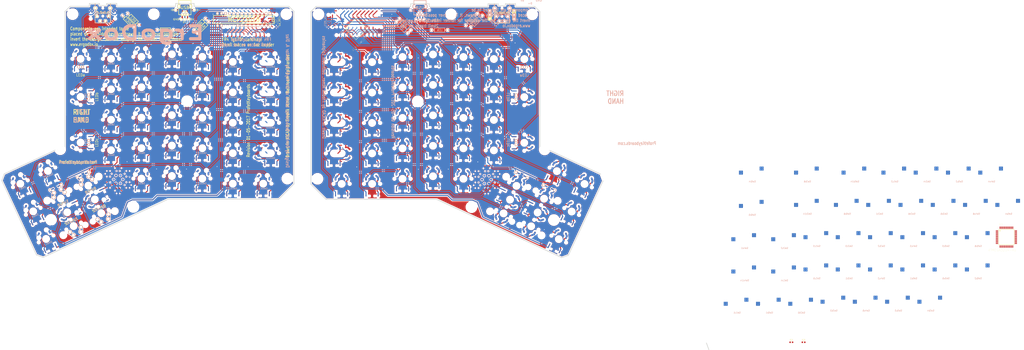
<source format=kicad_pcb>
(kicad_pcb (version 20171130) (host pcbnew "(5.1.9)-1")
  (layers (0 Front signal) (31 Back signal) (34 B.Paste user) (35 F.Paste user) (36 B.SilkS user hide) (37 F.SilkS user) (38 B.Mask user) (39 F.Mask user) (44 Edge.Cuts user))
  (net 0 "")
  (net 1 /COL0)
  (net 2 /COL1)
  (net 3 /COL10)
  (net 4 /COL11)
  (net 5 /COL4)
  (net 6 /COL5)
  (net 7 /COL6)
  (net 8 /LED_A)
  (net 9 /LED_B)
  (net 10 /LED_C)
  (net 11 /ROW0)
  (net 12 /ROW1)
  (net 13 /ROW2)
  (net 14 /ROW3)
  (net 15 /ROW4)
  (net 16 /ROW5)
  (net 17 /SCLM)
  (net 18 /SDAM)
  (net 19 GND)
  (net 20 VCC)
  (net 21 "Net-(D1:7-Pad1)")
  (net 22 "Net-(D1:8-Pad1)")
  (net 23 "Net-(J1-Pad1)")
  (net 24 "Net-(J1-Pad2)")
  (net 25 "Net-(J1-Pad3)")
  (net 26 "Net-(J1-Pad4)")
  (net 27 "Net-(J1-Pad5)")
  (net 28 "Net-(LED_A1-Pad1)")
  (net 29 "Net-(LED_B1-Pad1)")
  (net 30 "Net-(LED_C1-Pad1)")
  (net 31 "Net-(SW0:7-Pad2)")
  (net 32 "Net-(SW0:8-Pad2)")
  (net 33 "Net-(SW0:9-Pad2)")
  (net 34 "Net-(SW0:10-Pad2)")
  (net 35 "Net-(SW0:11-Pad2)")
  (net 36 "Net-(SW0:12-Pad2)")
  (net 37 "Net-(SW1:9-Pad2)")
  (net 38 "Net-(SW1:10-Pad2)")
  (net 39 "Net-(SW1:11-Pad2)")
  (net 40 "Net-(SW1:12-Pad2)")
  (net 41 "Net-(SW1:13-Pad2)")
  (net 42 "Net-(SW2:7-Pad2)")
  (net 43 "Net-(SW2:8-Pad2)")
  (net 44 "Net-(SW2:9-Pad2)")
  (net 45 "Net-(SW2:10-Pad2)")
  (net 46 "Net-(SW2:11-Pad2)")
  (net 47 "Net-(SW2:12-Pad2)")
  (net 48 "Net-(SW2:13-Pad2)")
  (net 49 "Net-(SW3:8-Pad2)")
  (net 50 "Net-(SW3:9-Pad2)")
  (net 51 "Net-(SW3:10-Pad2)")
  (net 52 "Net-(SW3:11-Pad2)")
  (net 53 "Net-(SW3:12-Pad2)")
  (net 54 "Net-(SW3:13-Pad2)")
  (net 55 "Net-(SW4:7-Pad2)")
  (net 56 "Net-(SW4:8-Pad2)")
  (net 57 "Net-(SW4:9-Pad2)")
  (net 58 "Net-(SW4:10-Pad2)")
  (net 59 "Net-(SW4:11-Pad2)")
  (net 60 "Net-(SW4:12-Pad2)")
  (net 61 "Net-(SW4:13-Pad2)")
  (net 62 "Net-(SW5:7-Pad2)")
  (net 63 "Net-(SW5:8-Pad2)")
  (net 64 "Net-(SW5:9-Pad2)")
  (net 65 "Net-(SW5:10-Pad2)")
  (net 66 "Net-(SW5:11-Pad2)")
  (net 67 "Net-(SW5:12-Pad2)")
  (net 68 "Net-(SW5:13-Pad2)")
  (net 69 "Net-(U1-Pad12)")
  (net 70 "Net-(U2-Pad14)")
  (net 71 "Net-(U2-Pad17)")
  (net 72 "Net-(U2-Pad18)")
  (net 73 "Net-(U2-Pad19)")
  (net 74 "Net-(U2-Pad27)")
  (net 75 "Net-(U2-Pad28)")
  (net 76 /RST)
  (net 77 "Net-(SW0:1-Pad2)")
  (net 78 "/Right Hand/ROW0")
  (net 79 "Net-(SW0:2-Pad2)")
  (net 80 "Net-(SW0:3-Pad2)")
  (net 81 "Net-(SW0:4-Pad2)")
  (net 82 "Net-(SW0:5-Pad2)")
  (net 83 "Net-(SW0:6-Pad2)")
  (net 84 "Net-(SW1:1-Pad2)")
  (net 85 "/Right Hand/ROW1")
  (net 86 "Net-(SW1:2-Pad2)")
  (net 87 "Net-(SW1:3-Pad2)")
  (net 88 "Net-(SW1:4-Pad2)")
  (net 89 "Net-(SW1:5-Pad2)")
  (net 90 "Net-(SW2:1-Pad2)")
  (net 91 "/Right Hand/ROW2")
  (net 92 "Net-(SW2:2-Pad2)")
  (net 93 "Net-(SW2:3-Pad2)")
  (net 94 "Net-(SW2:4-Pad2)")
  (net 95 "Net-(SW2:5-Pad2)")
  (net 96 "Net-(SW2:6-Pad2)")
  (net 97 "Net-(SW2:14-Pad2)")
  (net 98 "Net-(SW3:1-Pad2)")
  (net 99 "/Right Hand/ROW3")
  (net 100 "Net-(SW3:2-Pad2)")
  (net 101 "Net-(SW3:3-Pad2)")
  (net 102 "Net-(SW3:4-Pad2)")
  (net 103 "Net-(SW3:5-Pad2)")
  (net 104 "Net-(SW3:6-Pad2)")
  (net 105 "Net-(SW4:1-Pad2)")
  (net 106 "/Right Hand/ROW4")
  (net 107 "Net-(SW4:2-Pad2)")
  (net 108 "Net-(SW4:3-Pad2)")
  (net 109 "Net-(SW4:4-Pad2)")
  (net 110 "Net-(SW4:5-Pad2)")
  (net 111 "Net-(SW4:6-Pad2)")
  (net 112 "Net-(SW4:14-Pad2)")
  (net 113 "Net-(SW5:1-Pad2)")
  (net 114 "/Right Hand/ROW5")
  (net 115 "Net-(SW5:2-Pad2)")
  (net 116 "Net-(SW5:3-Pad2)")
  (net 117 "Net-(SW5:4-Pad2)")
  (net 118 "Net-(SW5:5-Pad2)")
  (net 119 "Net-(SW5:6-Pad2)")
  (net 120 "Net-(SW5:14-Pad2)")
  (net 121 "Net-(U1-Pad42)")
  (net 122 "Net-(R10-Pad2)")
  (net 123 "Net-(U1-Pad32)")
  (net 124 "/Right Hand/COL0")
  (net 125 "Net-(U1-Pad28)")
  (net 126 "Net-(U1-Pad27)")
  (net 127 "Net-(U1-Pad26)")
  (net 128 "Net-(U1-Pad25)")
  (net 129 "Net-(U1-Pad22)")
  (net 130 "/Right Hand/COL1")
  (net 131 "/Right Hand/COL11")
  (net 132 "Net-(U1-Pad17)")
  (net 133 "Net-(U1-Pad16)")
  (net 134 "Net-(R7-Pad2)")
  (net 135 "/Right Hand/COL10")
  (net 136 "/Right Hand/COL4")
  (net 137 "/Right Hand/COL5")
  (net 138 "/Right Hand/COL6")
  (net 139 "Net-(C2-Pad1)")
  (net 140 "Net-(R8-Pad1)")
  (net 141 "Net-(R9-Pad1)")
  (net 142 "Net-(U1-Pad1)")
  (net 143 "Net-(U4-Pad42)")
  (net 144 "Net-(R6-Pad2)")
  (net 145 "Net-(U4-Pad32)")
  (net 146 "Net-(U4-Pad28)")
  (net 147 "Net-(U4-Pad27)")
  (net 148 "Net-(U4-Pad26)")
  (net 149 "Net-(U4-Pad25)")
  (net 150 "Net-(U4-Pad22)")
  (net 151 "Net-(U4-Pad17)")
  (net 152 "Net-(U4-Pad16)")
  (net 153 "Net-(R3-Pad2)")
  (net 154 "Net-(C1-Pad1)")
  (net 155 "Net-(R4-Pad1)")
  (net 156 "Net-(R5-Pad1)")
  (net 157 "Net-(U4-Pad1)")
  (net 158 SDAS)
  (net 159 SCLS)
  (net 160 "Net-(U1-Pad30)")
  (net 161 "Net-(U1-Pad29)")
  (module Capacitor_SMD:C_0603_1608Metric (layer Front) (at 524.804 242.4684)
    (fp_text reference C2 (at 0 -1.43) (layer F.SilkS))
    (fp_text value 1uF)
    (pad 2 smd roundrect (at 0.775 0) (size 0.9 0.95) (layers Front F.Paste F.Mask) (net 19 GND))
    (pad 1 smd roundrect (at -0.775 0) (size 0.9 0.95) (layers Front F.Paste F.Mask) (net 139 "Net-(C2-Pad1)"))
  )
  (module Capacitor_SMD:C_0603_1608Metric (layer Front) (at 517.144 242.4684)
    (fp_text reference C1 (at 0 -1.43) (layer F.SilkS))
    (fp_text value 1uF)
    (pad 2 smd roundrect (at 0.775 0) (size 0.9 0.95) (layers Front F.Paste F.Mask) (net 19 GND))
    (pad 1 smd roundrect (at -0.775 0) (size 0.9 0.95) (layers Front F.Paste F.Mask) (net 154 "Net-(C1-Pad1)"))
  )
  (module MX_Only:MXOnly-2U-Hotswap-ReversedStabilizers (layer Front) (at 81.30286 153.06548 295)
    (fp_text reference SW0:10)
    (fp_text value SW0:3)
    (fp_text user %R (at 0 3.048 115) (layer B.SilkS) (effects (justify mirror)))
    (pad "" np_thru_hole circle (at -11.938 -8.255 295) (size 3.9878 3.9878) (drill 3.9878) (layers *.Cu *.Mask))
    (pad "" np_thru_hole circle (at 11.938 -8.255 295) (size 3.9878 3.9878) (drill 3.9878) (layers *.Cu *.Mask))
    (pad "" np_thru_hole circle (at -11.938 6.985 295) (size 3.048 3.048) (drill 3.048) (layers *.Cu *.Mask))
    (pad "" np_thru_hole circle (at 11.938 6.985 295) (size 3.048 3.048) (drill 3.048) (layers *.Cu *.Mask))
    (pad 2 smd rect (at 5.842 -5.08 295) (size 2.55 2.5) (layers Back B.Paste B.Mask) (net 34 "Net-(SW0:10-Pad2)"))
    (pad 1 smd rect (at -7.085 -2.54 295) (size 2.55 2.5) (layers Back B.Paste B.Mask) (net 11 /ROW0))
    (pad "" np_thru_hole circle (at 5.08 0 343.0996) (size 1.75 1.75) (drill 1.75) (layers *.Cu *.Mask))
    (pad "" np_thru_hole circle (at -5.08 0 343.0996) (size 1.75 1.75) (drill 1.75) (layers *.Cu *.Mask))
    (pad "" np_thru_hole circle (at -3.81 -2.54 295) (size 3 3) (drill 3) (layers *.Cu *.Mask))
    (pad "" np_thru_hole circle (at 0 0 295) (size 3.9878 3.9878) (drill 3.9878) (layers *.Cu *.Mask))
    (pad "" np_thru_hole circle (at 2.54 -5.08 295) (size 3 3) (drill 3) (layers *.Cu *.Mask))
  )
  (module Keebio-Parts:ATMEGA32U4-AU (layer Front) (at 244.8052 46.3296 45)
    (fp_text reference U4 (at -3.474 -8.014 45) (layer F.SilkS) (effects (font (size 1.4 1.4) (thickness 0.05))))
    (fp_text value ATMEGA32U4-AU (at -2.55 8.1261 45) (layer F.SilkS) (effects (font (size 1.4 1.4) (thickness 0.05))))
    (pad 44 smd rect (at -4 -5.9 45) (size 0.5 1.5) (layers Front F.Paste F.Mask) (net 20 VCC))
    (pad 43 smd rect (at -3.2 -5.9 45) (size 0.5 1.5) (layers Front F.Paste F.Mask) (net 19 GND))
    (pad 42 smd rect (at -2.4 -5.9 45) (size 0.5 1.5) (layers Front F.Paste F.Mask) (net 143 "Net-(U4-Pad42)"))
    (pad 41 smd rect (at -1.6 -5.9 45) (size 0.5 1.5) (layers Front F.Paste F.Mask) (net 16 /ROW5))
    (pad 40 smd rect (at -0.8 -5.9 45) (size 0.5 1.5) (layers Front F.Paste F.Mask) (net 15 /ROW4))
    (pad 39 smd rect (at 0 -5.9 45) (size 0.5 1.5) (layers Front F.Paste F.Mask) (net 14 /ROW3))
    (pad 38 smd rect (at 0.8 -5.9 45) (size 0.5 1.5) (layers Front F.Paste F.Mask) (net 13 /ROW2))
    (pad 37 smd rect (at 1.6 -5.9 45) (size 0.5 1.5) (layers Front F.Paste F.Mask) (net 12 /ROW1))
    (pad 36 smd rect (at 2.4 -5.9 45) (size 0.5 1.5) (layers Front F.Paste F.Mask) (net 11 /ROW0))
    (pad 35 smd rect (at 3.2 -5.9 45) (size 0.5 1.5) (layers Front F.Paste F.Mask) (net 19 GND))
    (pad 34 smd rect (at 4 -5.9 45) (size 0.5 1.5) (layers Front F.Paste F.Mask) (net 20 VCC))
    (pad 33 smd rect (at 5.9 -4 45) (size 1.5 0.5) (layers Front F.Paste F.Mask) (net 144 "Net-(R6-Pad2)"))
    (pad 32 smd rect (at 5.9 -3.2 45) (size 1.5 0.5) (layers Front F.Paste F.Mask) (net 145 "Net-(U4-Pad32)"))
    (pad 31 smd rect (at 5.9 -2.4 45) (size 1.5 0.5) (layers Front F.Paste F.Mask) (net 1 /COL0))
    (pad 30 smd rect (at 5.9 -1.6 45) (size 1.5 0.5) (layers Front F.Paste F.Mask) (net 9 /LED_B))
    (pad 29 smd rect (at 5.9 -0.8 45) (size 1.5 0.5) (layers Front F.Paste F.Mask) (net 8 /LED_A))
    (pad 28 smd rect (at 5.9 0 45) (size 1.5 0.5) (layers Front F.Paste F.Mask) (net 146 "Net-(U4-Pad28)"))
    (pad 27 smd rect (at 5.9 0.8 45) (size 1.5 0.5) (layers Front F.Paste F.Mask) (net 147 "Net-(U4-Pad27)"))
    (pad 26 smd rect (at 5.9 1.6 45) (size 1.5 0.5) (layers Front F.Paste F.Mask) (net 148 "Net-(U4-Pad26)"))
    (pad 25 smd rect (at 5.9 2.4 45) (size 1.5 0.5) (layers Front F.Paste F.Mask) (net 149 "Net-(U4-Pad25)"))
    (pad 24 smd rect (at 5.9 3.2 45) (size 1.5 0.5) (layers Front F.Paste F.Mask) (net 20 VCC))
    (pad 23 smd rect (at 5.9 4 45) (size 1.5 0.5) (layers Front F.Paste F.Mask) (net 19 GND))
    (pad 22 smd rect (at 4 5.9 45) (size 0.5 1.5) (layers Front F.Paste F.Mask) (net 150 "Net-(U4-Pad22)"))
    (pad 21 smd rect (at 3.2 5.9 45) (size 0.5 1.5) (layers Front F.Paste F.Mask) (net 2 /COL1))
    (pad 20 smd rect (at 2.4 5.9 45) (size 0.5 1.5) (layers Front F.Paste F.Mask) (net 4 /COL11))
    (pad 19 smd rect (at 1.6 5.9 45) (size 0.5 1.5) (layers Front F.Paste F.Mask) (net 158 SDAS))
    (pad 18 smd rect (at 0.8 5.9 45) (size 0.5 1.5) (layers Front F.Paste F.Mask) (net 159 SCLS))
    (pad 17 smd rect (at 0 5.9 45) (size 0.5 1.5) (layers Front F.Paste F.Mask) (net 151 "Net-(U4-Pad17)"))
    (pad 16 smd rect (at -0.8 5.9 45) (size 0.5 1.5) (layers Front F.Paste F.Mask) (net 152 "Net-(U4-Pad16)"))
    (pad 15 smd rect (at -1.6 5.9 45) (size 0.5 1.5) (layers Front F.Paste F.Mask) (net 19 GND))
    (pad 14 smd rect (at -2.4 5.9 45) (size 0.5 1.5) (layers Front F.Paste F.Mask) (net 20 VCC))
    (pad 13 smd rect (at -3.2 5.9 45) (size 0.5 1.5) (layers Front F.Paste F.Mask) (net 153 "Net-(R3-Pad2)"))
    (pad 12 smd rect (at -4 5.9 45) (size 0.5 1.5) (layers Front F.Paste F.Mask) (net 10 /LED_C))
    (pad 11 smd rect (at -5.9 4 45) (size 1.5 0.5) (layers Front F.Paste F.Mask) (net 3 /COL10))
    (pad 10 smd rect (at -5.9 3.2 45) (size 1.5 0.5) (layers Front F.Paste F.Mask) (net 5 /COL4))
    (pad 9 smd rect (at -5.9 2.4 45) (size 1.5 0.5) (layers Front F.Paste F.Mask) (net 6 /COL5))
    (pad 8 smd rect (at -5.9 1.6 45) (size 1.5 0.5) (layers Front F.Paste F.Mask) (net 7 /COL6))
    (pad 7 smd rect (at -5.9 0.8 45) (size 1.5 0.5) (layers Front F.Paste F.Mask) (net 20 VCC))
    (pad 6 smd rect (at -5.9 0 45) (size 1.5 0.5) (layers Front F.Paste F.Mask) (net 154 "Net-(C1-Pad1)"))
    (pad 5 smd rect (at -5.9 -0.8 45) (size 1.5 0.5) (layers Front F.Paste F.Mask) (net 19 GND))
    (pad 4 smd rect (at -5.9 -1.6 45) (size 1.5 0.5) (layers Front F.Paste F.Mask) (net 155 "Net-(R4-Pad1)"))
    (pad 3 smd rect (at -5.9 -2.4 45) (size 1.5 0.5) (layers Front F.Paste F.Mask) (net 156 "Net-(R5-Pad1)"))
    (pad 2 smd rect (at -5.9 -3.2 45) (size 1.5 0.5) (layers Front F.Paste F.Mask) (net 20 VCC))
    (pad 1 smd rect (at -5.9 -4 45) (size 1.5 0.5) (layers Front F.Paste F.Mask) (net 157 "Net-(U4-Pad1)"))
  )
  (module Keebio-Parts:ATMEGA32U4-AU (layer Front) (at 651.7222 176.6742)
    (fp_text reference U1 (at -3.474 -8.014) (layer F.SilkS) (effects (font (size 1.4 1.4) (thickness 0.05))))
    (fp_text value ATMEGA32U4-AU (at -2.55 8.1261) (layer F.SilkS) (effects (font (size 1.4 1.4) (thickness 0.05))))
    (pad 44 smd rect (at -4 -5.9) (size 0.5 1.5) (layers Front F.Paste F.Mask) (net 20 VCC))
    (pad 43 smd rect (at -3.2 -5.9) (size 0.5 1.5) (layers Front F.Paste F.Mask) (net 19 GND))
    (pad 42 smd rect (at -2.4 -5.9) (size 0.5 1.5) (layers Front F.Paste F.Mask) (net 121 "Net-(U1-Pad42)"))
    (pad 41 smd rect (at -1.6 -5.9) (size 0.5 1.5) (layers Front F.Paste F.Mask) (net 114 "/Right Hand/ROW5"))
    (pad 40 smd rect (at -0.8 -5.9) (size 0.5 1.5) (layers Front F.Paste F.Mask) (net 106 "/Right Hand/ROW4"))
    (pad 39 smd rect (at 0 -5.9) (size 0.5 1.5) (layers Front F.Paste F.Mask) (net 99 "/Right Hand/ROW3"))
    (pad 38 smd rect (at 0.8 -5.9) (size 0.5 1.5) (layers Front F.Paste F.Mask) (net 91 "/Right Hand/ROW2"))
    (pad 37 smd rect (at 1.6 -5.9) (size 0.5 1.5) (layers Front F.Paste F.Mask) (net 85 "/Right Hand/ROW1"))
    (pad 36 smd rect (at 2.4 -5.9) (size 0.5 1.5) (layers Front F.Paste F.Mask) (net 78 "/Right Hand/ROW0"))
    (pad 35 smd rect (at 3.2 -5.9) (size 0.5 1.5) (layers Front F.Paste F.Mask) (net 19 GND))
    (pad 34 smd rect (at 4 -5.9) (size 0.5 1.5) (layers Front F.Paste F.Mask) (net 20 VCC))
    (pad 33 smd rect (at 5.9 -4) (size 1.5 0.5) (layers Front F.Paste F.Mask) (net 122 "Net-(R10-Pad2)"))
    (pad 32 smd rect (at 5.9 -3.2) (size 1.5 0.5) (layers Front F.Paste F.Mask) (net 123 "Net-(U1-Pad32)"))
    (pad 31 smd rect (at 5.9 -2.4) (size 1.5 0.5) (layers Front F.Paste F.Mask) (net 138 "/Right Hand/COL6"))
    (pad 30 smd rect (at 5.9 -1.6) (size 1.5 0.5) (layers Front F.Paste F.Mask) (net 160 "Net-(U1-Pad30)"))
    (pad 29 smd rect (at 5.9 -0.8) (size 1.5 0.5) (layers Front F.Paste F.Mask) (net 161 "Net-(U1-Pad29)"))
    (pad 28 smd rect (at 5.9 0) (size 1.5 0.5) (layers Front F.Paste F.Mask) (net 125 "Net-(U1-Pad28)"))
    (pad 27 smd rect (at 5.9 0.8) (size 1.5 0.5) (layers Front F.Paste F.Mask) (net 126 "Net-(U1-Pad27)"))
    (pad 26 smd rect (at 5.9 1.6) (size 1.5 0.5) (layers Front F.Paste F.Mask) (net 127 "Net-(U1-Pad26)"))
    (pad 25 smd rect (at 5.9 2.4) (size 1.5 0.5) (layers Front F.Paste F.Mask) (net 128 "Net-(U1-Pad25)"))
    (pad 24 smd rect (at 5.9 3.2) (size 1.5 0.5) (layers Front F.Paste F.Mask) (net 20 VCC))
    (pad 23 smd rect (at 5.9 4) (size 1.5 0.5) (layers Front F.Paste F.Mask) (net 19 GND))
    (pad 22 smd rect (at 4 5.9) (size 0.5 1.5) (layers Front F.Paste F.Mask) (net 129 "Net-(U1-Pad22)"))
    (pad 21 smd rect (at 3.2 5.9) (size 0.5 1.5) (layers Front F.Paste F.Mask) (net 137 "/Right Hand/COL5"))
    (pad 20 smd rect (at 2.4 5.9) (size 0.5 1.5) (layers Front F.Paste F.Mask) (net 136 "/Right Hand/COL4"))
    (pad 19 smd rect (at 1.6 5.9) (size 0.5 1.5) (layers Front F.Paste F.Mask) (net 158 SDAS))
    (pad 18 smd rect (at 0.8 5.9) (size 0.5 1.5) (layers Front F.Paste F.Mask) (net 159 SCLS))
    (pad 17 smd rect (at 0 5.9) (size 0.5 1.5) (layers Front F.Paste F.Mask) (net 132 "Net-(U1-Pad17)"))
    (pad 16 smd rect (at -0.8 5.9) (size 0.5 1.5) (layers Front F.Paste F.Mask) (net 133 "Net-(U1-Pad16)"))
    (pad 15 smd rect (at -1.6 5.9) (size 0.5 1.5) (layers Front F.Paste F.Mask) (net 19 GND))
    (pad 14 smd rect (at -2.4 5.9) (size 0.5 1.5) (layers Front F.Paste F.Mask) (net 20 VCC))
    (pad 13 smd rect (at -3.2 5.9) (size 0.5 1.5) (layers Front F.Paste F.Mask) (net 134 "Net-(R7-Pad2)"))
    (pad 12 smd rect (at -4 5.9) (size 0.5 1.5) (layers Front F.Paste F.Mask) (net 69 "Net-(U1-Pad12)"))
    (pad 11 smd rect (at -5.9 4) (size 1.5 0.5) (layers Front F.Paste F.Mask) (net 135 "/Right Hand/COL10"))
    (pad 10 smd rect (at -5.9 3.2) (size 1.5 0.5) (layers Front F.Paste F.Mask) (net 131 "/Right Hand/COL11"))
    (pad 9 smd rect (at -5.9 2.4) (size 1.5 0.5) (layers Front F.Paste F.Mask) (net 130 "/Right Hand/COL1"))
    (pad 8 smd rect (at -5.9 1.6) (size 1.5 0.5) (layers Front F.Paste F.Mask) (net 124 "/Right Hand/COL0"))
    (pad 7 smd rect (at -5.9 0.8) (size 1.5 0.5) (layers Front F.Paste F.Mask) (net 20 VCC))
    (pad 6 smd rect (at -5.9 0) (size 1.5 0.5) (layers Front F.Paste F.Mask) (net 139 "Net-(C2-Pad1)"))
    (pad 5 smd rect (at -5.9 -0.8) (size 1.5 0.5) (layers Front F.Paste F.Mask) (net 19 GND))
    (pad 4 smd rect (at -5.9 -1.6) (size 1.5 0.5) (layers Front F.Paste F.Mask) (net 140 "Net-(R8-Pad1)"))
    (pad 3 smd rect (at -5.9 -2.4) (size 1.5 0.5) (layers Front F.Paste F.Mask) (net 141 "Net-(R9-Pad1)"))
    (pad 2 smd rect (at -5.9 -3.2) (size 1.5 0.5) (layers Front F.Paste F.Mask) (net 20 VCC))
    (pad 1 smd rect (at -5.9 -4) (size 1.5 0.5) (layers Front F.Paste F.Mask) (net 142 "Net-(U1-Pad1)"))
  )
  (module MX_Only:MXOnly-1.5U-Hotswap (layer Front) (at 556.9097 138.8492)
    (fp_text reference SW5:14)
    (fp_text value SW5:0)
    (fp_text user %R (at 0 3.048) (layer B.SilkS) (effects (justify mirror)))
    (pad 2 smd rect (at 5.842 -5.08) (size 2.55 2.5) (layers Back B.Paste B.Mask) (net 120 "Net-(SW5:14-Pad2)"))
    (pad 1 smd rect (at -7.085 -2.54) (size 2.55 2.5) (layers Back B.Paste B.Mask) (net 114 "/Right Hand/ROW5"))
    (pad "" np_thru_hole circle (at 5.08 0 48.0996) (size 1.75 1.75) (drill 1.75) (layers *.Cu *.Mask))
    (pad "" np_thru_hole circle (at -5.08 0 48.0996) (size 1.75 1.75) (drill 1.75) (layers *.Cu *.Mask))
    (pad "" np_thru_hole circle (at -3.81 -2.54) (size 3 3) (drill 3) (layers *.Cu *.Mask))
    (pad "" np_thru_hole circle (at 0 0) (size 3.9878 3.9878) (drill 3.9878) (layers *.Cu *.Mask))
    (pad "" np_thru_hole circle (at 2.54 -5.08) (size 3 3) (drill 3) (layers *.Cu *.Mask))
  )
  (module MX_Only:MXOnly-1U-Hotswap (layer Front) (at 634.0972 179.2492)
    (fp_text reference SW5:6)
    (fp_text value SW5:1)
    (fp_text user %R (at 0 3.048) (layer B.SilkS) (effects (justify mirror)))
    (pad 2 smd rect (at 5.842 -5.08) (size 2.55 2.5) (layers Back B.Paste B.Mask) (net 119 "Net-(SW5:6-Pad2)"))
    (pad 1 smd rect (at -7.085 -2.54) (size 2.55 2.5) (layers Back B.Paste B.Mask) (net 114 "/Right Hand/ROW5"))
    (pad "" np_thru_hole circle (at 5.08 0 48.0996) (size 1.75 1.75) (drill 1.75) (layers *.Cu *.Mask))
    (pad "" np_thru_hole circle (at -5.08 0 48.0996) (size 1.75 1.75) (drill 1.75) (layers *.Cu *.Mask))
    (pad "" np_thru_hole circle (at -3.81 -2.54) (size 3 3) (drill 3) (layers *.Cu *.Mask))
    (pad "" np_thru_hole circle (at 0 0) (size 3.9878 3.9878) (drill 3.9878) (layers *.Cu *.Mask))
    (pad "" np_thru_hole circle (at 2.54 -5.08) (size 3 3) (drill 3) (layers *.Cu *.Mask))
  )
  (module MX_Only:MXOnly-1U-Hotswap (layer Front) (at 613.8972 199.4492)
    (fp_text reference SW5:5)
    (fp_text value SW5:2)
    (fp_text user %R (at 0 3.048) (layer B.SilkS) (effects (justify mirror)))
    (pad 2 smd rect (at 5.842 -5.08) (size 2.55 2.5) (layers Back B.Paste B.Mask) (net 118 "Net-(SW5:5-Pad2)"))
    (pad 1 smd rect (at -7.085 -2.54) (size 2.55 2.5) (layers Back B.Paste B.Mask) (net 114 "/Right Hand/ROW5"))
    (pad "" np_thru_hole circle (at 5.08 0 48.0996) (size 1.75 1.75) (drill 1.75) (layers *.Cu *.Mask))
    (pad "" np_thru_hole circle (at -5.08 0 48.0996) (size 1.75 1.75) (drill 1.75) (layers *.Cu *.Mask))
    (pad "" np_thru_hole circle (at -3.81 -2.54) (size 3 3) (drill 3) (layers *.Cu *.Mask))
    (pad "" np_thru_hole circle (at 0 0) (size 3.9878 3.9878) (drill 3.9878) (layers *.Cu *.Mask))
    (pad "" np_thru_hole circle (at 2.54 -5.08) (size 3 3) (drill 3) (layers *.Cu *.Mask))
  )
  (module MX_Only:MXOnly-1U-Hotswap (layer Front) (at 653.1472 159.0492)
    (fp_text reference SW5:4)
    (fp_text value SW5:3)
    (fp_text user %R (at 0 3.048) (layer B.SilkS) (effects (justify mirror)))
    (pad 2 smd rect (at 5.842 -5.08) (size 2.55 2.5) (layers Back B.Paste B.Mask) (net 117 "Net-(SW5:4-Pad2)"))
    (pad 1 smd rect (at -7.085 -2.54) (size 2.55 2.5) (layers Back B.Paste B.Mask) (net 114 "/Right Hand/ROW5"))
    (pad "" np_thru_hole circle (at 5.08 0 48.0996) (size 1.75 1.75) (drill 1.75) (layers *.Cu *.Mask))
    (pad "" np_thru_hole circle (at -5.08 0 48.0996) (size 1.75 1.75) (drill 1.75) (layers *.Cu *.Mask))
    (pad "" np_thru_hole circle (at -3.81 -2.54) (size 3 3) (drill 3) (layers *.Cu *.Mask))
    (pad "" np_thru_hole circle (at 0 0) (size 3.9878 3.9878) (drill 3.9878) (layers *.Cu *.Mask))
    (pad "" np_thru_hole circle (at 2.54 -5.08) (size 3 3) (drill 3) (layers *.Cu *.Mask))
  )
  (module MX_Only:MXOnly-1U-Hotswap (layer Front) (at 584.1772 219.6492)
    (fp_text reference SW5:3)
    (fp_text value SW5:4)
    (fp_text user %R (at 0 3.048) (layer B.SilkS) (effects (justify mirror)))
    (pad 2 smd rect (at 5.842 -5.08) (size 2.55 2.5) (layers Back B.Paste B.Mask) (net 116 "Net-(SW5:3-Pad2)"))
    (pad 1 smd rect (at -7.085 -2.54) (size 2.55 2.5) (layers Back B.Paste B.Mask) (net 114 "/Right Hand/ROW5"))
    (pad "" np_thru_hole circle (at 5.08 0 48.0996) (size 1.75 1.75) (drill 1.75) (layers *.Cu *.Mask))
    (pad "" np_thru_hole circle (at -5.08 0 48.0996) (size 1.75 1.75) (drill 1.75) (layers *.Cu *.Mask))
    (pad "" np_thru_hole circle (at -3.81 -2.54) (size 3 3) (drill 3) (layers *.Cu *.Mask))
    (pad "" np_thru_hole circle (at 0 0) (size 3.9878 3.9878) (drill 3.9878) (layers *.Cu *.Mask))
    (pad "" np_thru_hole circle (at 2.54 -5.08) (size 3 3) (drill 3) (layers *.Cu *.Mask))
  )
  (module MX_Only:MXOnly-1U-Hotswap (layer Front) (at 622.2672 138.8492)
    (fp_text reference SW5:2)
    (fp_text value SW5:5)
    (fp_text user %R (at 0 3.048) (layer B.SilkS) (effects (justify mirror)))
    (pad 2 smd rect (at 5.842 -5.08) (size 2.55 2.5) (layers Back B.Paste B.Mask) (net 115 "Net-(SW5:2-Pad2)"))
    (pad 1 smd rect (at -7.085 -2.54) (size 2.55 2.5) (layers Back B.Paste B.Mask) (net 114 "/Right Hand/ROW5"))
    (pad "" np_thru_hole circle (at 5.08 0 48.0996) (size 1.75 1.75) (drill 1.75) (layers *.Cu *.Mask))
    (pad "" np_thru_hole circle (at -5.08 0 48.0996) (size 1.75 1.75) (drill 1.75) (layers *.Cu *.Mask))
    (pad "" np_thru_hole circle (at -3.81 -2.54) (size 3 3) (drill 3) (layers *.Cu *.Mask))
    (pad "" np_thru_hole circle (at 0 0) (size 3.9878 3.9878) (drill 3.9878) (layers *.Cu *.Mask))
    (pad "" np_thru_hole circle (at 2.54 -5.08) (size 3 3) (drill 3) (layers *.Cu *.Mask))
  )
  (module MX_Only:MXOnly-1U-Hotswap (layer Front) (at 593.6972 199.4492)
    (fp_text reference SW5:1)
    (fp_text value SW5:6)
    (fp_text user %R (at 0 3.048) (layer B.SilkS) (effects (justify mirror)))
    (pad 2 smd rect (at 5.842 -5.08) (size 2.55 2.5) (layers Back B.Paste B.Mask) (net 113 "Net-(SW5:1-Pad2)"))
    (pad 1 smd rect (at -7.085 -2.54) (size 2.55 2.5) (layers Back B.Paste B.Mask) (net 114 "/Right Hand/ROW5"))
    (pad "" np_thru_hole circle (at 5.08 0 48.0996) (size 1.75 1.75) (drill 1.75) (layers *.Cu *.Mask))
    (pad "" np_thru_hole circle (at -5.08 0 48.0996) (size 1.75 1.75) (drill 1.75) (layers *.Cu *.Mask))
    (pad "" np_thru_hole circle (at -3.81 -2.54) (size 3 3) (drill 3) (layers *.Cu *.Mask))
    (pad "" np_thru_hole circle (at 0 0) (size 3.9878 3.9878) (drill 3.9878) (layers *.Cu *.Mask))
    (pad "" np_thru_hole circle (at 2.54 -5.08) (size 3 3) (drill 3) (layers *.Cu *.Mask))
  )
  (module MX_Only:MXOnly-1.5U-Hotswap (layer Front) (at 487.9397 200.7292)
    (fp_text reference SW4:14)
    (fp_text value SW4:0)
    (fp_text user %R (at 0 3.048) (layer B.SilkS) (effects (justify mirror)))
    (pad 2 smd rect (at 5.842 -5.08) (size 2.55 2.5) (layers Back B.Paste B.Mask) (net 112 "Net-(SW4:14-Pad2)"))
    (pad 1 smd rect (at -7.085 -2.54) (size 2.55 2.5) (layers Back B.Paste B.Mask) (net 106 "/Right Hand/ROW4"))
    (pad "" np_thru_hole circle (at 5.08 0 48.0996) (size 1.75 1.75) (drill 1.75) (layers *.Cu *.Mask))
    (pad "" np_thru_hole circle (at -5.08 0 48.0996) (size 1.75 1.75) (drill 1.75) (layers *.Cu *.Mask))
    (pad "" np_thru_hole circle (at -3.81 -2.54) (size 3 3) (drill 3) (layers *.Cu *.Mask))
    (pad "" np_thru_hole circle (at 0 0) (size 3.9878 3.9878) (drill 3.9878) (layers *.Cu *.Mask))
    (pad "" np_thru_hole circle (at 2.54 -5.08) (size 3 3) (drill 3) (layers *.Cu *.Mask))
  )
  (module MX_Only:MXOnly-1U-Hotswap (layer Front) (at 632.9472 159.0492)
    (fp_text reference SW4:6)
    (fp_text value SW4:1)
    (fp_text user %R (at 0 3.048) (layer B.SilkS) (effects (justify mirror)))
    (pad 2 smd rect (at 5.842 -5.08) (size 2.55 2.5) (layers Back B.Paste B.Mask) (net 111 "Net-(SW4:6-Pad2)"))
    (pad 1 smd rect (at -7.085 -2.54) (size 2.55 2.5) (layers Back B.Paste B.Mask) (net 106 "/Right Hand/ROW4"))
    (pad "" np_thru_hole circle (at 5.08 0 48.0996) (size 1.75 1.75) (drill 1.75) (layers *.Cu *.Mask))
    (pad "" np_thru_hole circle (at -5.08 0 48.0996) (size 1.75 1.75) (drill 1.75) (layers *.Cu *.Mask))
    (pad "" np_thru_hole circle (at -3.81 -2.54) (size 3 3) (drill 3) (layers *.Cu *.Mask))
    (pad "" np_thru_hole circle (at 0 0) (size 3.9878 3.9878) (drill 3.9878) (layers *.Cu *.Mask))
    (pad "" np_thru_hole circle (at 2.54 -5.08) (size 3 3) (drill 3) (layers *.Cu *.Mask))
  )
  (module MX_Only:MXOnly-1U-Hotswap (layer Front) (at 563.9772 219.6492)
    (fp_text reference SW4:5)
    (fp_text value SW4:2)
    (fp_text user %R (at 0 3.048) (layer B.SilkS) (effects (justify mirror)))
    (pad 2 smd rect (at 5.842 -5.08) (size 2.55 2.5) (layers Back B.Paste B.Mask) (net 110 "Net-(SW4:5-Pad2)"))
    (pad 1 smd rect (at -7.085 -2.54) (size 2.55 2.5) (layers Back B.Paste B.Mask) (net 106 "/Right Hand/ROW4"))
    (pad "" np_thru_hole circle (at 5.08 0 48.0996) (size 1.75 1.75) (drill 1.75) (layers *.Cu *.Mask))
    (pad "" np_thru_hole circle (at -5.08 0 48.0996) (size 1.75 1.75) (drill 1.75) (layers *.Cu *.Mask))
    (pad "" np_thru_hole circle (at -3.81 -2.54) (size 3 3) (drill 3) (layers *.Cu *.Mask))
    (pad "" np_thru_hole circle (at 0 0) (size 3.9878 3.9878) (drill 3.9878) (layers *.Cu *.Mask))
    (pad "" np_thru_hole circle (at 2.54 -5.08) (size 3 3) (drill 3) (layers *.Cu *.Mask))
  )
  (module MX_Only:MXOnly-1U-Hotswap (layer Front) (at 642.4672 138.8492)
    (fp_text reference SW4:4)
    (fp_text value SW4:3)
    (fp_text user %R (at 0 3.048) (layer B.SilkS) (effects (justify mirror)))
    (pad 2 smd rect (at 5.842 -5.08) (size 2.55 2.5) (layers Back B.Paste B.Mask) (net 109 "Net-(SW4:4-Pad2)"))
    (pad 1 smd rect (at -7.085 -2.54) (size 2.55 2.5) (layers Back B.Paste B.Mask) (net 106 "/Right Hand/ROW4"))
    (pad "" np_thru_hole circle (at 5.08 0 48.0996) (size 1.75 1.75) (drill 1.75) (layers *.Cu *.Mask))
    (pad "" np_thru_hole circle (at -5.08 0 48.0996) (size 1.75 1.75) (drill 1.75) (layers *.Cu *.Mask))
    (pad "" np_thru_hole circle (at -3.81 -2.54) (size 3 3) (drill 3) (layers *.Cu *.Mask))
    (pad "" np_thru_hole circle (at 0 0) (size 3.9878 3.9878) (drill 3.9878) (layers *.Cu *.Mask))
    (pad "" np_thru_hole circle (at 2.54 -5.08) (size 3 3) (drill 3) (layers *.Cu *.Mask))
  )
  (module MX_Only:MXOnly-1U-Hotswap (layer Front) (at 593.6972 179.2492)
    (fp_text reference SW4:3)
    (fp_text value SW4:4)
    (fp_text user %R (at 0 3.048) (layer B.SilkS) (effects (justify mirror)))
    (pad 2 smd rect (at 5.842 -5.08) (size 2.55 2.5) (layers Back B.Paste B.Mask) (net 108 "Net-(SW4:3-Pad2)"))
    (pad 1 smd rect (at -7.085 -2.54) (size 2.55 2.5) (layers Back B.Paste B.Mask) (net 106 "/Right Hand/ROW4"))
    (pad "" np_thru_hole circle (at 5.08 0 48.0996) (size 1.75 1.75) (drill 1.75) (layers *.Cu *.Mask))
    (pad "" np_thru_hole circle (at -5.08 0 48.0996) (size 1.75 1.75) (drill 1.75) (layers *.Cu *.Mask))
    (pad "" np_thru_hole circle (at -3.81 -2.54) (size 3 3) (drill 3) (layers *.Cu *.Mask))
    (pad "" np_thru_hole circle (at 0 0) (size 3.9878 3.9878) (drill 3.9878) (layers *.Cu *.Mask))
    (pad "" np_thru_hole circle (at 2.54 -5.08) (size 3 3) (drill 3) (layers *.Cu *.Mask))
  )
  (module MX_Only:MXOnly-1U-Hotswap (layer Front) (at 573.4972 199.4492)
    (fp_text reference SW4:2)
    (fp_text value SW4:5)
    (fp_text user %R (at 0 3.048) (layer B.SilkS) (effects (justify mirror)))
    (pad 2 smd rect (at 5.842 -5.08) (size 2.55 2.5) (layers Back B.Paste B.Mask) (net 107 "Net-(SW4:2-Pad2)"))
    (pad 1 smd rect (at -7.085 -2.54) (size 2.55 2.5) (layers Back B.Paste B.Mask) (net 106 "/Right Hand/ROW4"))
    (pad "" np_thru_hole circle (at 5.08 0 48.0996) (size 1.75 1.75) (drill 1.75) (layers *.Cu *.Mask))
    (pad "" np_thru_hole circle (at -5.08 0 48.0996) (size 1.75 1.75) (drill 1.75) (layers *.Cu *.Mask))
    (pad "" np_thru_hole circle (at -3.81 -2.54) (size 3 3) (drill 3) (layers *.Cu *.Mask))
    (pad "" np_thru_hole circle (at 0 0) (size 3.9878 3.9878) (drill 3.9878) (layers *.Cu *.Mask))
    (pad "" np_thru_hole circle (at 2.54 -5.08) (size 3 3) (drill 3) (layers *.Cu *.Mask))
  )
  (module MX_Only:MXOnly-1.5U-Hotswap (layer Front) (at 487.9397 180.5292)
    (fp_text reference SW4:1)
    (fp_text value SW4:6)
    (fp_text user %R (at 0 3.048) (layer B.SilkS) (effects (justify mirror)))
    (pad 2 smd rect (at 5.842 -5.08) (size 2.55 2.5) (layers Back B.Paste B.Mask) (net 105 "Net-(SW4:1-Pad2)"))
    (pad 1 smd rect (at -7.085 -2.54) (size 2.55 2.5) (layers Back B.Paste B.Mask) (net 106 "/Right Hand/ROW4"))
    (pad "" np_thru_hole circle (at 5.08 0 48.0996) (size 1.75 1.75) (drill 1.75) (layers *.Cu *.Mask))
    (pad "" np_thru_hole circle (at -5.08 0 48.0996) (size 1.75 1.75) (drill 1.75) (layers *.Cu *.Mask))
    (pad "" np_thru_hole circle (at -3.81 -2.54) (size 3 3) (drill 3) (layers *.Cu *.Mask))
    (pad "" np_thru_hole circle (at 0 0) (size 3.9878 3.9878) (drill 3.9878) (layers *.Cu *.Mask))
    (pad "" np_thru_hole circle (at 2.54 -5.08) (size 3 3) (drill 3) (layers *.Cu *.Mask))
  )
  (module MX_Only:MXOnly-1.5U-Hotswap (layer Front) (at 527.1897 138.8492)
    (fp_text reference SW3:6)
    (fp_text value SW3:0)
    (fp_text user %R (at 0 3.048) (layer B.SilkS) (effects (justify mirror)))
    (pad 2 smd rect (at 5.842 -5.08) (size 2.55 2.5) (layers Back B.Paste B.Mask) (net 104 "Net-(SW3:6-Pad2)"))
    (pad 1 smd rect (at -7.085 -2.54) (size 2.55 2.5) (layers Back B.Paste B.Mask) (net 99 "/Right Hand/ROW3"))
    (pad "" np_thru_hole circle (at 5.08 0 48.0996) (size 1.75 1.75) (drill 1.75) (layers *.Cu *.Mask))
    (pad "" np_thru_hole circle (at -5.08 0 48.0996) (size 1.75 1.75) (drill 1.75) (layers *.Cu *.Mask))
    (pad "" np_thru_hole circle (at -3.81 -2.54) (size 3 3) (drill 3) (layers *.Cu *.Mask))
    (pad "" np_thru_hole circle (at 0 0) (size 3.9878 3.9878) (drill 3.9878) (layers *.Cu *.Mask))
    (pad "" np_thru_hole circle (at 2.54 -5.08) (size 3 3) (drill 3) (layers *.Cu *.Mask))
  )
  (module MX_Only:MXOnly-1U-Hotswap (layer Front) (at 612.7472 159.0492)
    (fp_text reference SW3:5)
    (fp_text value SW3:1)
    (fp_text user %R (at 0 3.048) (layer B.SilkS) (effects (justify mirror)))
    (pad 2 smd rect (at 5.842 -5.08) (size 2.55 2.5) (layers Back B.Paste B.Mask) (net 103 "Net-(SW3:5-Pad2)"))
    (pad 1 smd rect (at -7.085 -2.54) (size 2.55 2.5) (layers Back B.Paste B.Mask) (net 99 "/Right Hand/ROW3"))
    (pad "" np_thru_hole circle (at 5.08 0 48.0996) (size 1.75 1.75) (drill 1.75) (layers *.Cu *.Mask))
    (pad "" np_thru_hole circle (at -5.08 0 48.0996) (size 1.75 1.75) (drill 1.75) (layers *.Cu *.Mask))
    (pad "" np_thru_hole circle (at -3.81 -2.54) (size 3 3) (drill 3) (layers *.Cu *.Mask))
    (pad "" np_thru_hole circle (at 0 0) (size 3.9878 3.9878) (drill 3.9878) (layers *.Cu *.Mask))
    (pad "" np_thru_hole circle (at 2.54 -5.08) (size 3 3) (drill 3) (layers *.Cu *.Mask))
  )
  (module MX_Only:MXOnly-1U-Hotswap (layer Front) (at 604.3772 219.6492)
    (fp_text reference SW3:4)
    (fp_text value SW3:2)
    (fp_text user %R (at 0 3.048) (layer B.SilkS) (effects (justify mirror)))
    (pad 2 smd rect (at 5.842 -5.08) (size 2.55 2.5) (layers Back B.Paste B.Mask) (net 102 "Net-(SW3:4-Pad2)"))
    (pad 1 smd rect (at -7.085 -2.54) (size 2.55 2.5) (layers Back B.Paste B.Mask) (net 99 "/Right Hand/ROW3"))
    (pad "" np_thru_hole circle (at 5.08 0 48.0996) (size 1.75 1.75) (drill 1.75) (layers *.Cu *.Mask))
    (pad "" np_thru_hole circle (at -5.08 0 48.0996) (size 1.75 1.75) (drill 1.75) (layers *.Cu *.Mask))
    (pad "" np_thru_hole circle (at -3.81 -2.54) (size 3 3) (drill 3) (layers *.Cu *.Mask))
    (pad "" np_thru_hole circle (at 0 0) (size 3.9878 3.9878) (drill 3.9878) (layers *.Cu *.Mask))
    (pad "" np_thru_hole circle (at 2.54 -5.08) (size 3 3) (drill 3) (layers *.Cu *.Mask))
  )
  (module MX_Only:MXOnly-1U-Hotswap (layer Front) (at 543.7772 219.6492)
    (fp_text reference SW3:3)
    (fp_text value SW3:3)
    (fp_text user %R (at 0 3.048) (layer B.SilkS) (effects (justify mirror)))
    (pad 2 smd rect (at 5.842 -5.08) (size 2.55 2.5) (layers Back B.Paste B.Mask) (net 101 "Net-(SW3:3-Pad2)"))
    (pad 1 smd rect (at -7.085 -2.54) (size 2.55 2.5) (layers Back B.Paste B.Mask) (net 99 "/Right Hand/ROW3"))
    (pad "" np_thru_hole circle (at 5.08 0 48.0996) (size 1.75 1.75) (drill 1.75) (layers *.Cu *.Mask))
    (pad "" np_thru_hole circle (at -5.08 0 48.0996) (size 1.75 1.75) (drill 1.75) (layers *.Cu *.Mask))
    (pad "" np_thru_hole circle (at -3.81 -2.54) (size 3 3) (drill 3) (layers *.Cu *.Mask))
    (pad "" np_thru_hole circle (at 0 0) (size 3.9878 3.9878) (drill 3.9878) (layers *.Cu *.Mask))
    (pad "" np_thru_hole circle (at 2.54 -5.08) (size 3 3) (drill 3) (layers *.Cu *.Mask))
  )
  (module MX_Only:MXOnly-1U-Hotswap (layer Front) (at 573.4972 179.2492)
    (fp_text reference SW3:2)
    (fp_text value SW3:4)
    (fp_text user %R (at 0 3.048) (layer B.SilkS) (effects (justify mirror)))
    (pad 2 smd rect (at 5.842 -5.08) (size 2.55 2.5) (layers Back B.Paste B.Mask) (net 100 "Net-(SW3:2-Pad2)"))
    (pad 1 smd rect (at -7.085 -2.54) (size 2.55 2.5) (layers Back B.Paste B.Mask) (net 99 "/Right Hand/ROW3"))
    (pad "" np_thru_hole circle (at 5.08 0 48.0996) (size 1.75 1.75) (drill 1.75) (layers *.Cu *.Mask))
    (pad "" np_thru_hole circle (at -5.08 0 48.0996) (size 1.75 1.75) (drill 1.75) (layers *.Cu *.Mask))
    (pad "" np_thru_hole circle (at -3.81 -2.54) (size 3 3) (drill 3) (layers *.Cu *.Mask))
    (pad "" np_thru_hole circle (at 0 0) (size 3.9878 3.9878) (drill 3.9878) (layers *.Cu *.Mask))
    (pad "" np_thru_hole circle (at 2.54 -5.08) (size 3 3) (drill 3) (layers *.Cu *.Mask))
  )
  (module MX_Only:MXOnly-1U-Hotswap (layer Front) (at 553.2972 199.4492)
    (fp_text reference SW3:1)
    (fp_text value SW3:5)
    (fp_text user %R (at 0 3.048) (layer B.SilkS) (effects (justify mirror)))
    (pad 2 smd rect (at 5.842 -5.08) (size 2.55 2.5) (layers Back B.Paste B.Mask) (net 98 "Net-(SW3:1-Pad2)"))
    (pad 1 smd rect (at -7.085 -2.54) (size 2.55 2.5) (layers Back B.Paste B.Mask) (net 99 "/Right Hand/ROW3"))
    (pad "" np_thru_hole circle (at 5.08 0 48.0996) (size 1.75 1.75) (drill 1.75) (layers *.Cu *.Mask))
    (pad "" np_thru_hole circle (at -5.08 0 48.0996) (size 1.75 1.75) (drill 1.75) (layers *.Cu *.Mask))
    (pad "" np_thru_hole circle (at -3.81 -2.54) (size 3 3) (drill 3) (layers *.Cu *.Mask))
    (pad "" np_thru_hole circle (at 0 0) (size 3.9878 3.9878) (drill 3.9878) (layers *.Cu *.Mask))
    (pad "" np_thru_hole circle (at 2.54 -5.08) (size 3 3) (drill 3) (layers *.Cu *.Mask))
  )
  (module MX_Only:MXOnly-1.5U-Hotswap (layer Front) (at 527.1897 159.0492)
    (fp_text reference SW2:14)
    (fp_text value SW2:0)
    (fp_text user %R (at 0 3.048) (layer B.SilkS) (effects (justify mirror)))
    (pad 2 smd rect (at 5.842 -5.08) (size 2.55 2.5) (layers Back B.Paste B.Mask) (net 97 "Net-(SW2:14-Pad2)"))
    (pad 1 smd rect (at -7.085 -2.54) (size 2.55 2.5) (layers Back B.Paste B.Mask) (net 91 "/Right Hand/ROW2"))
    (pad "" np_thru_hole circle (at 5.08 0 48.0996) (size 1.75 1.75) (drill 1.75) (layers *.Cu *.Mask))
    (pad "" np_thru_hole circle (at -5.08 0 48.0996) (size 1.75 1.75) (drill 1.75) (layers *.Cu *.Mask))
    (pad "" np_thru_hole circle (at -3.81 -2.54) (size 3 3) (drill 3) (layers *.Cu *.Mask))
    (pad "" np_thru_hole circle (at 0 0) (size 3.9878 3.9878) (drill 3.9878) (layers *.Cu *.Mask))
    (pad "" np_thru_hole circle (at 2.54 -5.08) (size 3 3) (drill 3) (layers *.Cu *.Mask))
  )
  (module MX_Only:MXOnly-1U-Hotswap (layer Front) (at 592.5472 159.0492)
    (fp_text reference SW2:6)
    (fp_text value SW2:1)
    (fp_text user %R (at 0 3.048) (layer B.SilkS) (effects (justify mirror)))
    (pad 2 smd rect (at 5.842 -5.08) (size 2.55 2.5) (layers Back B.Paste B.Mask) (net 96 "Net-(SW2:6-Pad2)"))
    (pad 1 smd rect (at -7.085 -2.54) (size 2.55 2.5) (layers Back B.Paste B.Mask) (net 91 "/Right Hand/ROW2"))
    (pad "" np_thru_hole circle (at 5.08 0 48.0996) (size 1.75 1.75) (drill 1.75) (layers *.Cu *.Mask))
    (pad "" np_thru_hole circle (at -5.08 0 48.0996) (size 1.75 1.75) (drill 1.75) (layers *.Cu *.Mask))
    (pad "" np_thru_hole circle (at -3.81 -2.54) (size 3 3) (drill 3) (layers *.Cu *.Mask))
    (pad "" np_thru_hole circle (at 0 0) (size 3.9878 3.9878) (drill 3.9878) (layers *.Cu *.Mask))
    (pad "" np_thru_hole circle (at 2.54 -5.08) (size 3 3) (drill 3) (layers *.Cu *.Mask))
  )
  (module MX_Only:MXOnly-1U-Hotswap (layer Front) (at 523.5772 220.9292)
    (fp_text reference SW2:5)
    (fp_text value SW2:2)
    (fp_text user %R (at 0 3.048) (layer B.SilkS) (effects (justify mirror)))
    (pad 2 smd rect (at 5.842 -5.08) (size 2.55 2.5) (layers Back B.Paste B.Mask) (net 95 "Net-(SW2:5-Pad2)"))
    (pad 1 smd rect (at -7.085 -2.54) (size 2.55 2.5) (layers Back B.Paste B.Mask) (net 91 "/Right Hand/ROW2"))
    (pad "" np_thru_hole circle (at 5.08 0 48.0996) (size 1.75 1.75) (drill 1.75) (layers *.Cu *.Mask))
    (pad "" np_thru_hole circle (at -5.08 0 48.0996) (size 1.75 1.75) (drill 1.75) (layers *.Cu *.Mask))
    (pad "" np_thru_hole circle (at -3.81 -2.54) (size 3 3) (drill 3) (layers *.Cu *.Mask))
    (pad "" np_thru_hole circle (at 0 0) (size 3.9878 3.9878) (drill 3.9878) (layers *.Cu *.Mask))
    (pad "" np_thru_hole circle (at 2.54 -5.08) (size 3 3) (drill 3) (layers *.Cu *.Mask))
  )
  (module MX_Only:MXOnly-1U-Hotswap (layer Front) (at 602.0672 138.8492)
    (fp_text reference SW2:4)
    (fp_text value SW2:3)
    (fp_text user %R (at 0 3.048) (layer B.SilkS) (effects (justify mirror)))
    (pad 2 smd rect (at 5.842 -5.08) (size 2.55 2.5) (layers Back B.Paste B.Mask) (net 94 "Net-(SW2:4-Pad2)"))
    (pad 1 smd rect (at -7.085 -2.54) (size 2.55 2.5) (layers Back B.Paste B.Mask) (net 91 "/Right Hand/ROW2"))
    (pad "" np_thru_hole circle (at 5.08 0 48.0996) (size 1.75 1.75) (drill 1.75) (layers *.Cu *.Mask))
    (pad "" np_thru_hole circle (at -5.08 0 48.0996) (size 1.75 1.75) (drill 1.75) (layers *.Cu *.Mask))
    (pad "" np_thru_hole circle (at -3.81 -2.54) (size 3 3) (drill 3) (layers *.Cu *.Mask))
    (pad "" np_thru_hole circle (at 0 0) (size 3.9878 3.9878) (drill 3.9878) (layers *.Cu *.Mask))
    (pad "" np_thru_hole circle (at 2.54 -5.08) (size 3 3) (drill 3) (layers *.Cu *.Mask))
  )
  (module MX_Only:MXOnly-1U-Hotswap (layer Front) (at 553.2972 179.2492)
    (fp_text reference SW2:3)
    (fp_text value SW2:4)
    (fp_text user %R (at 0 3.048) (layer B.SilkS) (effects (justify mirror)))
    (pad 2 smd rect (at 5.842 -5.08) (size 2.55 2.5) (layers Back B.Paste B.Mask) (net 93 "Net-(SW2:3-Pad2)"))
    (pad 1 smd rect (at -7.085 -2.54) (size 2.55 2.5) (layers Back B.Paste B.Mask) (net 91 "/Right Hand/ROW2"))
    (pad "" np_thru_hole circle (at 5.08 0 48.0996) (size 1.75 1.75) (drill 1.75) (layers *.Cu *.Mask))
    (pad "" np_thru_hole circle (at -5.08 0 48.0996) (size 1.75 1.75) (drill 1.75) (layers *.Cu *.Mask))
    (pad "" np_thru_hole circle (at -3.81 -2.54) (size 3 3) (drill 3) (layers *.Cu *.Mask))
    (pad "" np_thru_hole circle (at 0 0) (size 3.9878 3.9878) (drill 3.9878) (layers *.Cu *.Mask))
    (pad "" np_thru_hole circle (at 2.54 -5.08) (size 3 3) (drill 3) (layers *.Cu *.Mask))
  )
  (module MX_Only:MXOnly-1U-Hotswap (layer Front) (at 512.8972 180.5292)
    (fp_text reference SW2:2)
    (fp_text value SW2:5)
    (fp_text user %R (at 0 3.048) (layer B.SilkS) (effects (justify mirror)))
    (pad 2 smd rect (at 5.842 -5.08) (size 2.55 2.5) (layers Back B.Paste B.Mask) (net 92 "Net-(SW2:2-Pad2)"))
    (pad 1 smd rect (at -7.085 -2.54) (size 2.55 2.5) (layers Back B.Paste B.Mask) (net 91 "/Right Hand/ROW2"))
    (pad "" np_thru_hole circle (at 5.08 0 48.0996) (size 1.75 1.75) (drill 1.75) (layers *.Cu *.Mask))
    (pad "" np_thru_hole circle (at -5.08 0 48.0996) (size 1.75 1.75) (drill 1.75) (layers *.Cu *.Mask))
    (pad "" np_thru_hole circle (at -3.81 -2.54) (size 3 3) (drill 3) (layers *.Cu *.Mask))
    (pad "" np_thru_hole circle (at 0 0) (size 3.9878 3.9878) (drill 3.9878) (layers *.Cu *.Mask))
    (pad "" np_thru_hole circle (at 2.54 -5.08) (size 3 3) (drill 3) (layers *.Cu *.Mask))
  )
  (module MX_Only:MXOnly-1U-Hotswap (layer Front) (at 572.3472 159.0492)
    (fp_text reference SW2:1)
    (fp_text value SW2:6)
    (fp_text user %R (at 0 3.048) (layer B.SilkS) (effects (justify mirror)))
    (pad 2 smd rect (at 5.842 -5.08) (size 2.55 2.5) (layers Back B.Paste B.Mask) (net 90 "Net-(SW2:1-Pad2)"))
    (pad 1 smd rect (at -7.085 -2.54) (size 2.55 2.5) (layers Back B.Paste B.Mask) (net 91 "/Right Hand/ROW2"))
    (pad "" np_thru_hole circle (at 5.08 0 48.0996) (size 1.75 1.75) (drill 1.75) (layers *.Cu *.Mask))
    (pad "" np_thru_hole circle (at -5.08 0 48.0996) (size 1.75 1.75) (drill 1.75) (layers *.Cu *.Mask))
    (pad "" np_thru_hole circle (at -3.81 -2.54) (size 3 3) (drill 3) (layers *.Cu *.Mask))
    (pad "" np_thru_hole circle (at 0 0) (size 3.9878 3.9878) (drill 3.9878) (layers *.Cu *.Mask))
    (pad "" np_thru_hole circle (at 2.54 -5.08) (size 3 3) (drill 3) (layers *.Cu *.Mask))
  )
  (module MX_Only:MXOnly-1U-Hotswap (layer Front) (at 533.0972 199.4492)
    (fp_text reference SW1:5)
    (fp_text value SW1:0)
    (fp_text user %R (at 0 3.048) (layer B.SilkS) (effects (justify mirror)))
    (pad 2 smd rect (at 5.842 -5.08) (size 2.55 2.5) (layers Back B.Paste B.Mask) (net 89 "Net-(SW1:5-Pad2)"))
    (pad 1 smd rect (at -7.085 -2.54) (size 2.55 2.5) (layers Back B.Paste B.Mask) (net 85 "/Right Hand/ROW1"))
    (pad "" np_thru_hole circle (at 5.08 0 48.0996) (size 1.75 1.75) (drill 1.75) (layers *.Cu *.Mask))
    (pad "" np_thru_hole circle (at -5.08 0 48.0996) (size 1.75 1.75) (drill 1.75) (layers *.Cu *.Mask))
    (pad "" np_thru_hole circle (at -3.81 -2.54) (size 3 3) (drill 3) (layers *.Cu *.Mask))
    (pad "" np_thru_hole circle (at 0 0) (size 3.9878 3.9878) (drill 3.9878) (layers *.Cu *.Mask))
    (pad "" np_thru_hole circle (at 2.54 -5.08) (size 3 3) (drill 3) (layers *.Cu *.Mask))
  )
  (module MX_Only:MXOnly-1U-Hotswap (layer Front) (at 512.8972 200.7292)
    (fp_text reference SW1:4)
    (fp_text value SW1:1)
    (fp_text user %R (at 0 3.048) (layer B.SilkS) (effects (justify mirror)))
    (pad 2 smd rect (at 5.842 -5.08) (size 2.55 2.5) (layers Back B.Paste B.Mask) (net 88 "Net-(SW1:4-Pad2)"))
    (pad 1 smd rect (at -7.085 -2.54) (size 2.55 2.5) (layers Back B.Paste B.Mask) (net 85 "/Right Hand/ROW1"))
    (pad "" np_thru_hole circle (at 5.08 0 48.0996) (size 1.75 1.75) (drill 1.75) (layers *.Cu *.Mask))
    (pad "" np_thru_hole circle (at -5.08 0 48.0996) (size 1.75 1.75) (drill 1.75) (layers *.Cu *.Mask))
    (pad "" np_thru_hole circle (at -3.81 -2.54) (size 3 3) (drill 3) (layers *.Cu *.Mask))
    (pad "" np_thru_hole circle (at 0 0) (size 3.9878 3.9878) (drill 3.9878) (layers *.Cu *.Mask))
    (pad "" np_thru_hole circle (at 2.54 -5.08) (size 3 3) (drill 3) (layers *.Cu *.Mask))
  )
  (module MX_Only:MXOnly-1U-Hotswap (layer Front) (at 533.0972 179.2492)
    (fp_text reference SW1:3)
    (fp_text value SW1:2)
    (fp_text user %R (at 0 3.048) (layer B.SilkS) (effects (justify mirror)))
    (pad 2 smd rect (at 5.842 -5.08) (size 2.55 2.5) (layers Back B.Paste B.Mask) (net 87 "Net-(SW1:3-Pad2)"))
    (pad 1 smd rect (at -7.085 -2.54) (size 2.55 2.5) (layers Back B.Paste B.Mask) (net 85 "/Right Hand/ROW1"))
    (pad "" np_thru_hole circle (at 5.08 0 48.0996) (size 1.75 1.75) (drill 1.75) (layers *.Cu *.Mask))
    (pad "" np_thru_hole circle (at -5.08 0 48.0996) (size 1.75 1.75) (drill 1.75) (layers *.Cu *.Mask))
    (pad "" np_thru_hole circle (at -3.81 -2.54) (size 3 3) (drill 3) (layers *.Cu *.Mask))
    (pad "" np_thru_hole circle (at 0 0) (size 3.9878 3.9878) (drill 3.9878) (layers *.Cu *.Mask))
    (pad "" np_thru_hole circle (at 2.54 -5.08) (size 3 3) (drill 3) (layers *.Cu *.Mask))
  )
  (module MX_Only:MXOnly-1U-Hotswap (layer Front) (at 581.8672 138.8492)
    (fp_text reference SW1:2)
    (fp_text value SW1:3)
    (fp_text user %R (at 0 3.048) (layer B.SilkS) (effects (justify mirror)))
    (pad 2 smd rect (at 5.842 -5.08) (size 2.55 2.5) (layers Back B.Paste B.Mask) (net 86 "Net-(SW1:2-Pad2)"))
    (pad 1 smd rect (at -7.085 -2.54) (size 2.55 2.5) (layers Back B.Paste B.Mask) (net 85 "/Right Hand/ROW1"))
    (pad "" np_thru_hole circle (at 5.08 0 48.0996) (size 1.75 1.75) (drill 1.75) (layers *.Cu *.Mask))
    (pad "" np_thru_hole circle (at -5.08 0 48.0996) (size 1.75 1.75) (drill 1.75) (layers *.Cu *.Mask))
    (pad "" np_thru_hole circle (at -3.81 -2.54) (size 3 3) (drill 3) (layers *.Cu *.Mask))
    (pad "" np_thru_hole circle (at 0 0) (size 3.9878 3.9878) (drill 3.9878) (layers *.Cu *.Mask))
    (pad "" np_thru_hole circle (at 2.54 -5.08) (size 3 3) (drill 3) (layers *.Cu *.Mask))
  )
  (module MX_Only:MXOnly-1U-Hotswap (layer Front) (at 483.1772 220.9292)
    (fp_text reference SW1:1)
    (fp_text value SW1:4)
    (fp_text user %R (at 0 3.048) (layer B.SilkS) (effects (justify mirror)))
    (pad 2 smd rect (at 5.842 -5.08) (size 2.55 2.5) (layers Back B.Paste B.Mask) (net 84 "Net-(SW1:1-Pad2)"))
    (pad 1 smd rect (at -7.085 -2.54) (size 2.55 2.5) (layers Back B.Paste B.Mask) (net 85 "/Right Hand/ROW1"))
    (pad "" np_thru_hole circle (at 5.08 0 48.0996) (size 1.75 1.75) (drill 1.75) (layers *.Cu *.Mask))
    (pad "" np_thru_hole circle (at -5.08 0 48.0996) (size 1.75 1.75) (drill 1.75) (layers *.Cu *.Mask))
    (pad "" np_thru_hole circle (at -3.81 -2.54) (size 3 3) (drill 3) (layers *.Cu *.Mask))
    (pad "" np_thru_hole circle (at 0 0) (size 3.9878 3.9878) (drill 3.9878) (layers *.Cu *.Mask))
    (pad "" np_thru_hole circle (at 2.54 -5.08) (size 3 3) (drill 3) (layers *.Cu *.Mask))
  )
  (module MX_Only:MXOnly-1U-Hotswap (layer Front) (at 552.1472 159.0492)
    (fp_text reference SW0:6)
    (fp_text value SW0:1)
    (fp_text user %R (at 0 3.048) (layer B.SilkS) (effects (justify mirror)))
    (pad 2 smd rect (at 5.842 -5.08) (size 2.55 2.5) (layers Back B.Paste B.Mask) (net 83 "Net-(SW0:6-Pad2)"))
    (pad 1 smd rect (at -7.085 -2.54) (size 2.55 2.5) (layers Back B.Paste B.Mask) (net 78 "/Right Hand/ROW0"))
    (pad "" np_thru_hole circle (at 5.08 0 48.0996) (size 1.75 1.75) (drill 1.75) (layers *.Cu *.Mask))
    (pad "" np_thru_hole circle (at -5.08 0 48.0996) (size 1.75 1.75) (drill 1.75) (layers *.Cu *.Mask))
    (pad "" np_thru_hole circle (at -3.81 -2.54) (size 3 3) (drill 3) (layers *.Cu *.Mask))
    (pad "" np_thru_hole circle (at 0 0) (size 3.9878 3.9878) (drill 3.9878) (layers *.Cu *.Mask))
    (pad "" np_thru_hole circle (at 2.54 -5.08) (size 3 3) (drill 3) (layers *.Cu *.Mask))
  )
  (module MX_Only:MXOnly-2U-Hotswap (layer Front) (at 492.7022 159.6892)
    (fp_text reference SW0:5)
    (fp_text value SW0:2)
    (fp_text user %R (at 0 3.048) (layer B.SilkS) (effects (justify mirror)))
    (pad "" np_thru_hole circle (at -11.938 8.255) (size 3.9878 3.9878) (drill 3.9878) (layers *.Cu *.Mask))
    (pad "" np_thru_hole circle (at 11.938 8.255) (size 3.9878 3.9878) (drill 3.9878) (layers *.Cu *.Mask))
    (pad "" np_thru_hole circle (at -11.938 -6.985) (size 3.048 3.048) (drill 3.048) (layers *.Cu *.Mask))
    (pad "" np_thru_hole circle (at 11.938 -6.985) (size 3.048 3.048) (drill 3.048) (layers *.Cu *.Mask))
    (pad 2 smd rect (at 5.842 -5.08) (size 2.55 2.5) (layers Back B.Paste B.Mask) (net 82 "Net-(SW0:5-Pad2)"))
    (pad 1 smd rect (at -7.085 -2.54) (size 2.55 2.5) (layers Back B.Paste B.Mask) (net 78 "/Right Hand/ROW0"))
    (pad "" np_thru_hole circle (at 5.08 0 48.0996) (size 1.75 1.75) (drill 1.75) (layers *.Cu *.Mask))
    (pad "" np_thru_hole circle (at -5.08 0 48.0996) (size 1.75 1.75) (drill 1.75) (layers *.Cu *.Mask))
    (pad "" np_thru_hole circle (at -3.81 -2.54) (size 3 3) (drill 3) (layers *.Cu *.Mask))
    (pad "" np_thru_hole circle (at 0 0) (size 3.9878 3.9878) (drill 3.9878) (layers *.Cu *.Mask))
    (pad "" np_thru_hole circle (at 2.54 -5.08) (size 3 3) (drill 3) (layers *.Cu *.Mask))
  )
  (module MX_Only:MXOnly-2U-Hotswap (layer Front) (at 492.7022 138.8492)
    (fp_text reference SW0:4)
    (fp_text value SW0:3)
    (fp_text user %R (at 0 3.048) (layer B.SilkS) (effects (justify mirror)))
    (pad "" np_thru_hole circle (at -11.938 8.255) (size 3.9878 3.9878) (drill 3.9878) (layers *.Cu *.Mask))
    (pad "" np_thru_hole circle (at 11.938 8.255) (size 3.9878 3.9878) (drill 3.9878) (layers *.Cu *.Mask))
    (pad "" np_thru_hole circle (at -11.938 -6.985) (size 3.048 3.048) (drill 3.048) (layers *.Cu *.Mask))
    (pad "" np_thru_hole circle (at 11.938 -6.985) (size 3.048 3.048) (drill 3.048) (layers *.Cu *.Mask))
    (pad 2 smd rect (at 5.842 -5.08) (size 2.55 2.5) (layers Back B.Paste B.Mask) (net 81 "Net-(SW0:4-Pad2)"))
    (pad 1 smd rect (at -7.085 -2.54) (size 2.55 2.5) (layers Back B.Paste B.Mask) (net 78 "/Right Hand/ROW0"))
    (pad "" np_thru_hole circle (at 5.08 0 48.0996) (size 1.75 1.75) (drill 1.75) (layers *.Cu *.Mask))
    (pad "" np_thru_hole circle (at -5.08 0 48.0996) (size 1.75 1.75) (drill 1.75) (layers *.Cu *.Mask))
    (pad "" np_thru_hole circle (at -3.81 -2.54) (size 3 3) (drill 3) (layers *.Cu *.Mask))
    (pad "" np_thru_hole circle (at 0 0) (size 3.9878 3.9878) (drill 3.9878) (layers *.Cu *.Mask))
    (pad "" np_thru_hole circle (at 2.54 -5.08) (size 3 3) (drill 3) (layers *.Cu *.Mask))
  )
  (module MX_Only:MXOnly-1U-Hotswap (layer Front) (at 613.8972 179.2492)
    (fp_text reference SW0:3)
    (fp_text value SW0:4)
    (fp_text user %R (at 0 3.048) (layer B.SilkS) (effects (justify mirror)))
    (pad 2 smd rect (at 5.842 -5.08) (size 2.55 2.5) (layers Back B.Paste B.Mask) (net 80 "Net-(SW0:3-Pad2)"))
    (pad 1 smd rect (at -7.085 -2.54) (size 2.55 2.5) (layers Back B.Paste B.Mask) (net 78 "/Right Hand/ROW0"))
    (pad "" np_thru_hole circle (at 5.08 0 48.0996) (size 1.75 1.75) (drill 1.75) (layers *.Cu *.Mask))
    (pad "" np_thru_hole circle (at -5.08 0 48.0996) (size 1.75 1.75) (drill 1.75) (layers *.Cu *.Mask))
    (pad "" np_thru_hole circle (at -3.81 -2.54) (size 3 3) (drill 3) (layers *.Cu *.Mask))
    (pad "" np_thru_hole circle (at 0 0) (size 3.9878 3.9878) (drill 3.9878) (layers *.Cu *.Mask))
    (pad "" np_thru_hole circle (at 2.54 -5.08) (size 3 3) (drill 3) (layers *.Cu *.Mask))
  )
  (module MX_Only:MXOnly-1U-Hotswap (layer Front) (at 634.0972 199.4492)
    (fp_text reference SW0:2)
    (fp_text value SW0:5)
    (fp_text user %R (at 0 3.048) (layer B.SilkS) (effects (justify mirror)))
    (pad 2 smd rect (at 5.842 -5.08) (size 2.55 2.5) (layers Back B.Paste B.Mask) (net 79 "Net-(SW0:2-Pad2)"))
    (pad 1 smd rect (at -7.085 -2.54) (size 2.55 2.5) (layers Back B.Paste B.Mask) (net 78 "/Right Hand/ROW0"))
    (pad "" np_thru_hole circle (at 5.08 0 48.0996) (size 1.75 1.75) (drill 1.75) (layers *.Cu *.Mask))
    (pad "" np_thru_hole circle (at -5.08 0 48.0996) (size 1.75 1.75) (drill 1.75) (layers *.Cu *.Mask))
    (pad "" np_thru_hole circle (at -3.81 -2.54) (size 3 3) (drill 3) (layers *.Cu *.Mask))
    (pad "" np_thru_hole circle (at 0 0) (size 3.9878 3.9878) (drill 3.9878) (layers *.Cu *.Mask))
    (pad "" np_thru_hole circle (at 2.54 -5.08) (size 3 3) (drill 3) (layers *.Cu *.Mask))
  )
  (module MX_Only:MXOnly-1U-Hotswap (layer Front) (at 503.3772 220.9292)
    (fp_text reference SW0:1)
    (fp_text value SW0:6)
    (fp_text user %R (at 0 3.048) (layer B.SilkS) (effects (justify mirror)))
    (pad 2 smd rect (at 5.842 -5.08) (size 2.55 2.5) (layers Back B.Paste B.Mask) (net 77 "Net-(SW0:1-Pad2)"))
    (pad 1 smd rect (at -7.085 -2.54) (size 2.55 2.5) (layers Back B.Paste B.Mask) (net 78 "/Right Hand/ROW0"))
    (pad "" np_thru_hole circle (at 5.08 0 48.0996) (size 1.75 1.75) (drill 1.75) (layers *.Cu *.Mask))
    (pad "" np_thru_hole circle (at -5.08 0 48.0996) (size 1.75 1.75) (drill 1.75) (layers *.Cu *.Mask))
    (pad "" np_thru_hole circle (at -3.81 -2.54) (size 3 3) (drill 3) (layers *.Cu *.Mask))
    (pad "" np_thru_hole circle (at 0 0) (size 3.9878 3.9878) (drill 3.9878) (layers *.Cu *.Mask))
    (pad "" np_thru_hole circle (at 2.54 -5.08) (size 3 3) (drill 3) (layers *.Cu *.Mask))
  )
  (module DIODE (layer Back) (at 348.36862 137.65911 155)
    (fp_text reference D1:8 hide)
    (fp_text value D hide)
    (fp_line (start 1.6637 0) (end 3.81 0) (layer Back) (width 0.6096))
    (fp_line (start -3.81 0) (end -1.6637 0) (layer Back) (width 0.6096))
    (fp_line (start 1.6637 0) (end 3.81 0) (layer Front) (width 0.6096))
    (fp_line (start -3.81 0) (end -1.6637 0) (layer Front) (width 0.6096))
    (pad 99 smd rect (at 1.6637 0 155) (size 0.8382 0.8382) (layers Front F.Paste F.Mask))
    (pad 99 smd rect (at 1.6637 0 155) (size 0.8382 0.8382) (layers Back B.Paste B.Mask))
    (pad 2 thru_hole rect (at 3.81 0 155) (size 1.651 1.651) (drill 0.9906) (layers *.Cu *.SilkS *.Mask) (net 6 /COL5))
    (pad 99 smd rect (at -1.6637 0 155) (size 0.8382 0.8382) (layers Front F.Paste F.Mask))
    (pad 99 smd rect (at -1.6637 0 155) (size 0.8382 0.8382) (layers Back B.Paste B.Mask))
    (pad 1 thru_hole circle (at -3.81 0 155) (size 1.651 1.651) (drill 0.9906) (layers *.Cu *.SilkS *.Mask) (net 22 "Net-(D1:8-Pad1)"))
  )
  (module MX_LED (layer Back) (at 350.0374 89.04351 90)
    (fp_text reference LED_B1 hide)
    (fp_text value LEDb (at 0 -10.16 270) (layer B.SilkS) (effects (font (size 1.651 1.524) (thickness 0.254)) (justify mirror)))
    (pad 2 thru_hole rect (at 1.27 -5.08 90) (size 1.651 1.651) (drill 0.9906) (layers *.Cu *.SilkS *.Mask) (net 19 GND))
    (pad 1 thru_hole circle (at -1.27 -5.08 90) (size 1.651 1.651) (drill 0.9906) (layers *.Cu *.SilkS *.Mask) (net 29 "Net-(LED_B1-Pad1)"))
  )
  (module 100PITCH1X3 (layer Front) (at 328.4474 37.59835 90)
    (fp_text reference J3 hide)
    (fp_text value JMP hide)
    (pad 3 thru_hole circle (at 2.54 0 90) (size 1.651 1.651) (drill 0.9906) (layers *.Cu *.Mask F.SilkS) (net 19 GND))
    (pad 2 thru_hole circle (at 0 0 90) (size 1.651 1.651) (drill 0.9906) (layers *.Cu *.Mask F.SilkS) (net 27 "Net-(J1-Pad5)"))
    (pad 1 thru_hole circle (at -2.54 0 90) (size 1.651 1.651) (drill 0.9906) (layers *.Cu *.Mask F.SilkS) (net 20 VCC))
  )
  (module RESISTOR (layer Back) (at 320.1924 41.72585 225)
    (fp_text reference R2 hide)
    (fp_text value 2.2kΩ (at 0 0 45) (layer B.SilkS) (effects (font (size 1.27 1.016) (thickness 0.2032)) (justify mirror)))
    (pad 2 thru_hole circle (at 5.079999 0 225) (size 1.651 1.651) (drill 0.9906) (layers *.Cu *.SilkS *.Mask) (net 17 /SCLM))
    (pad 1 thru_hole circle (at -5.079999 0 225) (size 1.651 1.651) (drill 0.9906) (layers *.Cu *.SilkS *.Mask) (net 20 VCC))
  )
  (module RESISTOR (layer Back) (at 275.4249 43.63085 315)
    (fp_text reference RB1 hide)
    (fp_text value LEDb (at 0 0 135) (layer B.SilkS) (effects (font (size 1.27 1.016) (thickness 0.2032)) (justify mirror)))
    (pad 2 thru_hole circle (at 5.079999 0 315) (size 1.651 1.651) (drill 0.9906) (layers *.Cu *.SilkS *.Mask) (net 29 "Net-(LED_B1-Pad1)"))
    (pad 1 thru_hole circle (at -5.079999 0 315) (size 1.651 1.651) (drill 0.9906) (layers *.Cu *.SilkS *.Mask) (net 9 /LED_B))
  )
  (module lib_footprints:STITCHING_VIA (layer Back) (at 245.1874 132.72335 180)
    (fp_text reference STITCHING_VIA)
    (fp_text value ~ hide)
    (pad GND thru_hole circle (at 0 0 180) (size 0.8 0.8) (drill 0.5) (layers *.Cu) (net 19 GND))
  )
  (module STAB_PCB940 (layer Back) (at 341.12454 153.19883 245)
    (fp_text reference S2 hide)
    (fp_text value STAB200 hide)
    (pad "" np_thru_hole circle (at 11.938001 8.255 245) (size 3.9878 3.9878) (drill 3.9878) (layers *.Cu *.Mask))
    (pad "" np_thru_hole circle (at -11.938 8.255 245) (size 3.9878 3.9878) (drill 3.9878) (layers *.Cu))
    (pad "" np_thru_hole circle (at 11.938 -6.985 245) (size 3.048 3.048) (drill 3.048) (layers *.Cu))
    (pad "" np_thru_hole circle (at -11.938 -6.985 245) (size 3.048 3.048) (drill 3.048) (layers *.Cu *.Mask))
  )
  (module "ErgoDOX pcb:STAR" (layer Back) (at 326.4949 140.69085 180)
    (fp_text reference STAR_1 hide)
    (fp_text value STAR_FRONT hide)
    (pad 6 smd circle (at 8.128 3.5179 180) (size 0.2032 0.2032) (layers Back))
    (pad 6 smd circle (at 1.01346 8.79856 180) (size 0.2032 0.2032) (layers Back))
    (pad 6 smd circle (at -7.112 5.27812 180) (size 0.2032 0.2032) (layers Back))
    (pad 6 smd circle (at -8.128 -3.5179 180) (size 0.2032 0.2032) (layers Back))
    (pad 6 smd circle (at -1.01346 -8.79856 180) (size 0.2032 0.2032) (layers Back))
    (pad 6 smd circle (at 7.112 -5.27812 180) (size 0.2032 0.2032) (layers Back))
    (pad 5 smd circle (at 7.10946 5.27812 180) (size 0.2032 0.2032) (layers Back))
    (pad 5 smd circle (at -1.016 8.79856 180) (size 0.2032 0.2032) (layers Back))
    (pad 5 smd circle (at -8.128 3.5179 180) (size 0.2032 0.2032) (layers Back))
    (pad 5 smd circle (at -7.10946 -5.27812 180) (size 0.2032 0.2032) (layers Back))
    (pad 5 smd circle (at 1.016 -8.79856 180) (size 0.2032 0.2032) (layers Back))
    (pad 5 smd circle (at 8.128 -3.5179 180) (size 0.2032 0.2032) (layers Back))
    (pad 4 smd circle (at 7.10946 1.75768 180) (size 0.3048 0.3048) (layers Back))
    (pad 4 smd circle (at 2.02946 7.03834 180) (size 0.3048 0.3048) (layers Back))
    (pad 4 smd circle (at -5.08 5.27812 180) (size 0.3048 0.3048) (layers Back))
    (pad 4 smd circle (at -7.112 -1.75768 180) (size 0.3048 0.3048) (layers Back))
    (pad 4 smd circle (at -2.02946 -7.03834 180) (size 0.3048 0.3048) (layers Back))
    (pad 4 smd circle (at 5.08 -5.27812 180) (size 0.3048 0.3048) (layers Back))
    (pad 3 smd circle (at 5.07746 5.27812 180) (size 0.3048 0.3048) (layers Back))
    (pad 3 smd circle (at -2.032 7.03834 180) (size 0.3048 0.3048) (layers Back))
    (pad 3 smd circle (at -7.112 1.75768 180) (size 0.3048 0.3048) (layers Back))
    (pad 3 smd circle (at -5.07746 -5.27812 180) (size 0.3048 0.3048) (layers Back))
    (pad 3 smd circle (at 2.032 -7.03834 180) (size 0.3048 0.3048) (layers Back))
    (pad 3 smd circle (at 7.112 -1.75768 180) (size 0.3048 0.3048) (layers Back))
    (pad 2 smd circle (at 5.07746 1.75768 180) (size 0.508 0.508) (layers Back))
    (pad 2 smd circle (at 1.01346 5.27812 180) (size 0.508 0.508) (layers Back))
    (pad 2 smd circle (at -4.064 3.5179 180) (size 0.508 0.508) (layers Back))
    (pad 2 smd circle (at -5.08 -1.75768 180) (size 0.508 0.508) (layers Back))
    (pad 2 smd circle (at -1.01346 -5.27812 180) (size 0.508 0.508) (layers Back))
    (pad 2 smd circle (at 4.064 -3.5179 180) (size 0.508 0.508) (layers Back))
    (pad 1 smd circle (at 4.06146 3.5179 180) (size 0.508 0.508) (layers Back))
    (pad 1 smd circle (at -1.016 5.27812 180) (size 0.508 0.508) (layers Back))
    (pad 1 smd circle (at -5.08 1.75768 180) (size 0.508 0.508) (layers Back))
    (pad 1 smd circle (at -4.06146 -3.5179 180) (size 0.508 0.508) (layers Back))
    (pad 1 smd circle (at 1.016 -5.27812 180) (size 0.508 0.508) (layers Back))
    (pad 1 smd circle (at 5.08 -1.75768 180) (size 0.508 0.508) (layers Back))
    (pad 0 smd circle (at 1.41986 2.46126 180) (size 1.27 1.27) (layers Back))
    (pad 0 smd circle (at -1.4224 2.46126 180) (size 1.27 1.27) (layers Back))
    (pad 0 smd circle (at -2.8448 0 180) (size 1.27 1.27) (layers Back))
    (pad 0 smd circle (at -1.41986 -2.46126 180) (size 1.27 1.27) (layers Back))
    (pad 0 smd circle (at 1.4224 -2.46126 180) (size 1.27 1.27) (layers Back))
    (pad 0 smd circle (at 2.8448 0 180) (size 1.27 1.27) (layers Back))
  )
  (module lib_footprints:STITCHING_VIA (layer Back) (at 322.2374 58.66335 180)
    (fp_text reference STITCHING_VIA)
    (fp_text value ~ hide)
    (pad GND thru_hole circle (at 0 0 180) (size 0.8 0.8) (drill 0.5) (layers *.Cu) (net 19 GND))
  )
  (module Buttons_Switches_SMD:SW_SPST_B3U-1000P (layer Back) (at 227.9274 41.58335 270)
    (fp_text reference SW_RST1 (at 0 2.5 90) (layer B.SilkS) (effects (justify mirror)))
    (fp_text value SWITCH_PUSH)
    (pad 1 smd rect (at -1.7 0 270) (size 0.9 1.7) (layers Back B.Paste B.Mask) (net 76 /RST))
    (pad 2 smd rect (at 1.7 0 270) (size 0.9 1.7) (layers Back B.Paste B.Mask) (net 19 GND))
  )
  (module GAP (layer Front) (at 229.7049 35.05835 270)
    (fp_text reference JP2 hide)
    (fp_text value JUMPER hide)
    (pad 1 smd rect (at 0 0.635 270) (size 2.032 1.016) (layers Front F.Paste F.Mask) (net 19 GND))
    (pad 1 smd rect (at 0 -0.635 270) (size 2.032 1.016) (layers Front F.Paste F.Mask) (net 19 GND))
  )
  (module ErgoDOXmech (layer Back) (at 371.6274 177.93335 180)
    (fp_text reference H99 hide)
    (fp_text value MECHANICAL hide)
    (pad "" np_thru_hole circle (at 16.6116 140.6652 180) (size 6.3754 6.3754) (drill 6.3754) (layers *.Cu *.Mask))
    (pad "" np_thru_hole circle (at 67.4116 140.6652 180) (size 6.3754 6.3754) (drill 6.3754) (layers *.Cu *.Mask))
    (pad "" np_thru_hole circle (at 150.3426 140.6652 180) (size 6.3754 6.3754) (drill 6.3754) (layers *.Cu *.Mask))
    (pad "" np_thru_hole circle (at 88.2396 86.2076 180) (size 6.3754 6.3754) (drill 6.3754) (layers *.Cu *.Mask))
    (pad "" np_thru_hole circle (at 150.9776 37.7444 180) (size 6.3754 6.3754) (drill 6.3754) (layers *.Cu *.Mask))
    (pad "" np_thru_hole circle (at 54.6354 20.0406 180) (size 6.3754 6.3754) (drill 6.3754) (layers *.Cu *.Mask))
    (pad "" np_thru_hole circle (at 8.8646 56.134 180) (size 6.3754 6.3754) (drill 6.3754) (layers *.Cu *.Mask))
    (pad "" np_thru_hole circle (at 3.0988 11.9634 180) (size 6.3754 6.3754) (drill 6.3754) (layers *.Cu *.Mask))
  )
  (module "ErgoDOX pcb:STAR" (layer Front) (at 326.4949 140.69085)
    (fp_text reference STAR_2 hide)
    (fp_text value STAR_BACK hide)
    (pad 6 smd circle (at 8.128 -3.5179) (size 0.2032 0.2032) (layers Front))
    (pad 6 smd circle (at 1.01346 -8.79856) (size 0.2032 0.2032) (layers Front))
    (pad 6 smd circle (at -7.112 -5.27812) (size 0.2032 0.2032) (layers Front))
    (pad 6 smd circle (at -8.128 3.5179) (size 0.2032 0.2032) (layers Front))
    (pad 6 smd circle (at -1.01346 8.79856) (size 0.2032 0.2032) (layers Front))
    (pad 6 smd circle (at 7.112 5.27812) (size 0.2032 0.2032) (layers Front))
    (pad 5 smd circle (at 7.10946 -5.27812) (size 0.2032 0.2032) (layers Front))
    (pad 5 smd circle (at -1.016 -8.79856) (size 0.2032 0.2032) (layers Front))
    (pad 5 smd circle (at -8.128 -3.5179) (size 0.2032 0.2032) (layers Front))
    (pad 5 smd circle (at -7.10946 5.27812) (size 0.2032 0.2032) (layers Front))
    (pad 5 smd circle (at 1.016 8.79856) (size 0.2032 0.2032) (layers Front))
    (pad 5 smd circle (at 8.128 3.5179) (size 0.2032 0.2032) (layers Front))
    (pad 4 smd circle (at 7.10946 -1.75768) (size 0.3048 0.3048) (layers Front))
    (pad 4 smd circle (at 2.02946 -7.03834) (size 0.3048 0.3048) (layers Front))
    (pad 4 smd circle (at -5.08 -5.27812) (size 0.3048 0.3048) (layers Front))
    (pad 4 smd circle (at -7.112 1.75768) (size 0.3048 0.3048) (layers Front))
    (pad 4 smd circle (at -2.02946 7.03834) (size 0.3048 0.3048) (layers Front))
    (pad 4 smd circle (at 5.08 5.27812) (size 0.3048 0.3048) (layers Front))
    (pad 3 smd circle (at 5.07746 -5.27812) (size 0.3048 0.3048) (layers Front))
    (pad 3 smd circle (at -2.032 -7.03834) (size 0.3048 0.3048) (layers Front))
    (pad 3 smd circle (at -7.112 -1.75768) (size 0.3048 0.3048) (layers Front))
    (pad 3 smd circle (at -5.07746 5.27812) (size 0.3048 0.3048) (layers Front))
    (pad 3 smd circle (at 2.032 7.03834) (size 0.3048 0.3048) (layers Front))
    (pad 3 smd circle (at 7.112 1.75768) (size 0.3048 0.3048) (layers Front))
    (pad 2 smd circle (at 5.07746 -1.75768) (size 0.508 0.508) (layers Front))
    (pad 2 smd circle (at 1.01346 -5.27812) (size 0.508 0.508) (layers Front))
    (pad 2 smd circle (at -4.064 -3.5179) (size 0.508 0.508) (layers Front))
    (pad 2 smd circle (at -5.08 1.75768) (size 0.508 0.508) (layers Front))
    (pad 2 smd circle (at -1.01346 5.27812) (size 0.508 0.508) (layers Front))
    (pad 2 smd circle (at 4.064 3.5179) (size 0.508 0.508) (layers Front))
    (pad 1 smd circle (at 4.06146 -3.5179) (size 0.508 0.508) (layers Front))
    (pad 1 smd circle (at -1.016 -5.27812) (size 0.508 0.508) (layers Front))
    (pad 1 smd circle (at -5.08 -1.75768) (size 0.508 0.508) (layers Front))
    (pad 1 smd circle (at -4.06146 3.5179) (size 0.508 0.508) (layers Front))
    (pad 1 smd circle (at 1.016 5.27812) (size 0.508 0.508) (layers Front))
    (pad 1 smd circle (at 5.08 1.75768) (size 0.508 0.508) (layers Front))
    (pad 0 smd circle (at 1.41986 -2.46126) (size 1.27 1.27) (layers Front))
    (pad 0 smd circle (at -1.4224 -2.46126) (size 1.27 1.27) (layers Front))
    (pad 0 smd circle (at -2.8448 0) (size 1.27 1.27) (layers Front))
    (pad 0 smd circle (at -1.41986 2.46126) (size 1.27 1.27) (layers Front))
    (pad 0 smd circle (at 1.4224 2.46126) (size 1.27 1.27) (layers Front))
    (pad 0 smd circle (at 2.8448 0) (size 1.27 1.27) (layers Front))
  )
  (module lib_footprints:STITCHING_VIA (layer Back) (at 362.5574 171.97335 180)
    (fp_text reference STITCHING_VIA)
    (fp_text value ~ hide)
    (pad GND thru_hole circle (at 0 0 180) (size 0.8 0.8) (drill 0.5) (layers *.Cu) (net 19 GND))
  )
  (module lib_footprints:STITCHING_VIA (layer Back) (at 247.9674 54.56335 180)
    (fp_text reference STITCHING_VIA)
    (fp_text value ~ hide)
    (pad GND thru_hole circle (at 0 0 180) (size 0.8 0.8) (drill 0.5) (layers *.Cu) (net 19 GND))
  )
  (module lib_footprints:STITCHING_VIA (layer Back) (at 344.2974 55.15335 180)
    (fp_text reference STITCHING_VIA)
    (fp_text value ~ hide)
    (pad GND thru_hole circle (at 0 0 180) (size 0.8 0.8) (drill 0.5) (layers *.Cu) (net 19 GND))
  )
  (module lib_footprints:STITCHING_VIA (layer Back) (at 267.1274 37.27335 180)
    (fp_text reference STITCHING_VIA)
    (fp_text value ~ hide)
    (pad GND thru_hole circle (at 0 0 180) (size 0.8 0.8) (drill 0.5) (layers *.Cu) (net 19 GND))
  )
  (module lib_footprints:STITCHING_VIA (layer Back) (at 320.9374 129.59335 180)
    (fp_text reference STITCHING_VIA)
    (fp_text value ~ hide)
    (pad GND thru_hole circle (at 0 0 180) (size 0.8 0.8) (drill 0.5) (layers *.Cu) (net 19 GND))
  )
  (module USBMINImod (layer Back) (at 284.7848 30.61335 270)
    (fp_text reference J1 hide)
    (fp_text value USB (at 2.54 0) (layer B.SilkS) (effects (font (size 1.778 1.778) (thickness 0.3048)) (justify mirror)))
    (fp_line (start 3.937 1.905) (end 3.937 5.715) (layer Back) (width 0.6096))
    (fp_line (start 4.953 0.889) (end 3.937 1.905) (layer Back) (width 0.6096))
    (fp_line (start 3.937 -2.032) (end 3.937 -5.715) (layer Back) (width 0.6096))
    (fp_line (start 4.953 -0.889) (end 3.937 -2.032) (layer Back) (width 0.6096))
    (fp_line (start 7.493 0) (end 9.779 0) (layer Back) (width 0.6096))
    (fp_line (start 9.144 1.651) (end 7.493 1.651) (layer Back) (width 0.6096))
    (fp_line (start 9.779 2.413) (end 9.144 1.651) (layer Back) (width 0.6096))
    (fp_line (start 9.017 -1.651) (end 7.493 -1.651) (layer Back) (width 0.6096))
    (fp_line (start 9.779 -2.413) (end 9.017 -1.651) (layer Back) (width 0.6096))
    (pad 5 thru_hole circle (at 9.779 -2.413 270) (size 1.651 1.651) (drill 0.9906) (layers *.Cu *.Mask B.SilkS) (net 27 "Net-(J1-Pad5)"))
    (pad 4 thru_hole circle (at 3.937 -5.715 270) (size 1.651 1.651) (drill 0.9906) (layers *.Cu *.Mask B.SilkS) (net 26 "Net-(J1-Pad4)"))
    (pad 3 thru_hole circle (at 9.779 0 270) (size 1.651 1.651) (drill 0.9906) (layers *.Cu *.Mask B.SilkS) (net 25 "Net-(J1-Pad3)"))
    (pad 2 thru_hole circle (at 3.937 5.715 270) (size 1.651 1.651) (drill 0.9906) (layers *.Cu *.Mask B.SilkS) (net 24 "Net-(J1-Pad2)"))
    (pad 1 thru_hole circle (at 9.779 2.413 270) (size 1.651 1.651) (drill 0.9906) (layers *.Cu *.Mask B.SilkS) (net 23 "Net-(J1-Pad1)"))
    (pad 6 thru_hole oval (at 1.75006 3.64744 270) (size 2.794 1.7018) (drill oval 1.905 0.762) (layers *.Cu *.Mask B.SilkS) (net 19 GND))
    (pad 6 thru_hole oval (at 1.75006 -3.64744 270) (size 2.794 1.7018) (drill oval 1.905 0.762) (layers *.Cu *.Mask B.SilkS) (net 19 GND))
    (pad 5 thru_hole oval (at 6.79958 -1.6002 270) (size 1.651 1.143) (drill 0.762 (offset 0.27432 0)) (layers *.Cu *.Mask B.SilkS) (net 27 "Net-(J1-Pad5)"))
    (pad 4 thru_hole oval (at 5.6007 -0.8001 270) (size 1.651 1.143) (drill 0.762 (offset -0.27432 0)) (layers *.Cu *.Mask B.SilkS) (net 26 "Net-(J1-Pad4)"))
    (pad 3 thru_hole oval (at 6.79958 0 270) (size 1.651 1.143) (drill 0.762 (offset 0.27432 0)) (layers *.Cu *.Mask B.SilkS) (net 25 "Net-(J1-Pad3)"))
    (pad 2 thru_hole oval (at 5.6007 0.8001 270) (size 1.651 1.143) (drill 0.762 (offset -0.27432 0)) (layers *.Cu *.Mask B.SilkS) (net 24 "Net-(J1-Pad2)"))
    (pad 1 thru_hole oval (at 6.79958 1.6002 270) (size 1.651 1.143) (drill 0.762 (offset 0.27432 0)) (layers *.Cu *.Mask B.SilkS) (net 23 "Net-(J1-Pad1)"))
  )
  (module DIP28_300 (layer Front) (at 174.5488 40.5384 180)
    (fp_text reference U2 hide)
    (fp_text value MCP23018 (at 0 0) (layer F.SilkS) (effects (font (size 3.048 2.54) (thickness 0.4572))))
    (pad 28 thru_hole circle (at -16.51 -3.81 180) (size 1.7526 1.7526) (drill 1.0922) (layers *.Cu *.SilkS *.Mask) (net 75 "Net-(U2-Pad28)"))
    (pad 27 thru_hole circle (at -13.97 -3.81 180) (size 1.7526 1.7526) (drill 1.0922) (layers *.Cu *.SilkS *.Mask) (net 74 "Net-(U2-Pad27)"))
    (pad 26 thru_hole circle (at -11.43 -3.81 180) (size 1.7526 1.7526) (drill 1.0922) (layers *.Cu *.SilkS *.Mask) (net 7 /COL6))
    (pad 25 thru_hole circle (at -8.89 -3.81 180) (size 1.7526 1.7526) (drill 1.0922) (layers *.Cu *.SilkS *.Mask) (net 6 /COL5))
    (pad 24 thru_hole circle (at -6.35 -3.81 180) (size 1.7526 1.7526) (drill 1.0922) (layers *.Cu *.SilkS *.Mask) (net 5 /COL4))
    (pad 23 thru_hole circle (at -3.81 -3.81 180) (size 1.7526 1.7526) (drill 1.0922) (layers *.Cu *.SilkS *.Mask) (net 3 /COL10))
    (pad 22 thru_hole circle (at -1.27 -3.81 180) (size 1.7526 1.7526) (drill 1.0922) (layers *.Cu *.SilkS *.Mask) (net 4 /COL11))
    (pad 21 thru_hole circle (at 1.27 -3.81 180) (size 1.7526 1.7526) (drill 1.0922) (layers *.Cu *.SilkS *.Mask) (net 2 /COL1))
    (pad 20 thru_hole circle (at 3.81 -3.81 180) (size 1.7526 1.7526) (drill 1.0922) (layers *.Cu *.SilkS *.Mask) (net 1 /COL0))
    (pad 19 np_thru_hole circle (at 6.35 -3.81 180) (size 1.0922 1.0922) (drill 1.0922) (layers *.Cu *.SilkS *.Mask) (net 73 "Net-(U2-Pad19)"))
    (pad 18 np_thru_hole circle (at 8.89 -3.81 180) (size 1.0922 1.0922) (drill 1.0922) (layers *.Cu *.SilkS *.Mask) (net 72 "Net-(U2-Pad18)"))
    (pad 17 np_thru_hole circle (at 11.43 -3.81 180) (size 1.0922 1.0922) (drill 1.0922) (layers *.Cu *.SilkS *.Mask) (net 71 "Net-(U2-Pad17)"))
    (pad 16 thru_hole circle (at 13.97 -3.81 180) (size 1.7526 1.7526) (drill 1.0922) (layers *.Cu *.SilkS *.Mask) (net 20 VCC))
    (pad 15 thru_hole circle (at 16.51 -3.81 180) (size 1.7526 1.7526) (drill 1.0922) (layers *.Cu *.SilkS *.Mask) (net 19 GND))
    (pad 1 thru_hole rect (at -16.51 3.81 180) (size 1.7526 1.7526) (drill 1.0922) (layers *.Cu *.SilkS *.Mask) (net 19 GND))
    (pad 14 thru_hole circle (at 16.51 3.81 180) (size 1.7526 1.7526) (drill 1.0922) (layers *.Cu *.SilkS *.Mask) (net 70 "Net-(U2-Pad14)"))
    (pad 13 thru_hole circle (at 13.97 3.81 180) (size 1.7526 1.7526) (drill 1.0922) (layers *.Cu *.SilkS *.Mask) (net 18 /SDAM))
    (pad 12 thru_hole circle (at 11.43 3.81 180) (size 1.7526 1.7526) (drill 1.0922) (layers *.Cu *.SilkS *.Mask) (net 17 /SCLM))
    (pad 11 thru_hole circle (at 8.89 3.81 180) (size 1.7526 1.7526) (drill 1.0922) (layers *.Cu *.SilkS *.Mask) (net 20 VCC))
    (pad 10 thru_hole circle (at 6.35 3.81 180) (size 1.7526 1.7526) (drill 1.0922) (layers *.Cu *.SilkS *.Mask) (net 8 /LED_A))
    (pad 9 thru_hole circle (at 3.81 3.81 180) (size 1.7526 1.7526) (drill 1.0922) (layers *.Cu *.SilkS *.Mask) (net 9 /LED_B))
    (pad 8 thru_hole circle (at 1.27 3.81 180) (size 1.7526 1.7526) (drill 1.0922) (layers *.Cu *.SilkS *.Mask) (net 11 /ROW0))
    (pad 7 thru_hole circle (at -1.27 3.81 180) (size 1.7526 1.7526) (drill 1.0922) (layers *.Cu *.SilkS *.Mask) (net 12 /ROW1))
    (pad 6 thru_hole circle (at -3.81 3.81 180) (size 1.7526 1.7526) (drill 1.0922) (layers *.Cu *.SilkS *.Mask) (net 13 /ROW2))
    (pad 5 thru_hole circle (at -6.35 3.81 180) (size 1.7526 1.7526) (drill 1.0922) (layers *.Cu *.SilkS *.Mask) (net 14 /ROW3))
    (pad 4 thru_hole circle (at -8.89 3.81 180) (size 1.7526 1.7526) (drill 1.0922) (layers *.Cu *.SilkS *.Mask) (net 15 /ROW4))
    (pad 3 thru_hole circle (at -11.43 3.81 180) (size 1.7526 1.7526) (drill 1.0922) (layers *.Cu *.SilkS *.Mask) (net 16 /ROW5))
    (pad 2 thru_hole circle (at -13.97 3.81 180) (size 1.7526 1.7526) (drill 1.0922) (layers *.Cu *.SilkS *.Mask))
  )
  (module RESISTOR (layer Back) (at 317.0174 40.45585 225)
    (fp_text reference R1 hide)
    (fp_text value 2.2kΩ (at 0 0 45) (layer B.SilkS) (effects (font (size 1.27 1.016) (thickness 0.2032)) (justify mirror)))
    (pad 2 thru_hole circle (at 5.079999 0 225) (size 1.651 1.651) (drill 0.9906) (layers *.Cu *.SilkS *.Mask) (net 18 /SDAM))
    (pad 1 thru_hole circle (at -5.079999 0 225) (size 1.651 1.651) (drill 0.9906) (layers *.Cu *.SilkS *.Mask) (net 20 VCC))
  )
  (module MX_LED (layer Back) (at 350.0374 65.23355 180)
    (fp_text reference LED_A1 hide)
    (fp_text value LEDa (at 0 -10.16) (layer B.SilkS) (effects (font (size 1.651 1.524) (thickness 0.254)) (justify mirror)))
    (pad 2 thru_hole rect (at 1.27 -5.08 180) (size 1.651 1.651) (drill 0.9906) (layers *.Cu *.SilkS *.Mask) (net 19 GND))
    (pad 1 thru_hole circle (at -1.27 -5.08 180) (size 1.651 1.651) (drill 0.9906) (layers *.Cu *.SilkS *.Mask) (net 28 "Net-(LED_A1-Pad1)"))
  )
  (module lib_footprints:STITCHING_VIA (layer Back) (at 283.6774 64.53335 180)
    (fp_text reference STITCHING_VIA)
    (fp_text value ~ hide)
    (pad GND thru_hole circle (at 0 0 180) (size 0.8 0.8) (drill 0.5) (layers *.Cu) (net 19 GND))
  )
  (module 100PITCH1X3 (layer Back) (at 343.6874 37.59835 90)
    (fp_text reference J4 hide)
    (fp_text value JMP hide)
    (pad 3 thru_hole circle (at 2.54 0 90) (size 1.651 1.651) (drill 0.9906) (layers *.Cu *.Mask B.SilkS) (net 19 GND))
    (pad 2 thru_hole circle (at 0 0 90) (size 1.651 1.651) (drill 0.9906) (layers *.Cu *.Mask B.SilkS) (net 23 "Net-(J1-Pad1)"))
    (pad 1 thru_hole circle (at -2.54 0 90) (size 1.651 1.651) (drill 0.9906) (layers *.Cu *.Mask B.SilkS) (net 20 VCC))
  )
  (module lib_footprints:STITCHING_VIA (layer Back) (at 302.4874 134.13335 180)
    (fp_text reference STITCHING_VIA)
    (fp_text value ~ hide)
    (pad GND thru_hole circle (at 0 0 180) (size 0.8 0.8) (drill 0.5) (layers *.Cu) (net 19 GND))
  )
  (module DIODE (layer Back) (at 365.633 145.71091 155)
    (fp_text reference D1:7 hide)
    (fp_text value D hide)
    (fp_line (start 1.6637 0) (end 3.81 0) (layer Back) (width 0.6096))
    (fp_line (start -3.81 0) (end -1.6637 0) (layer Back) (width 0.6096))
    (fp_line (start 1.6637 0) (end 3.81 0) (layer Front) (width 0.6096))
    (fp_line (start -3.81 0) (end -1.6637 0) (layer Front) (width 0.6096))
    (pad 99 smd rect (at 1.6637 0 155) (size 0.8382 0.8382) (layers Front F.Paste F.Mask))
    (pad 99 smd rect (at 1.6637 0 155) (size 0.8382 0.8382) (layers Back B.Paste B.Mask))
    (pad 2 thru_hole rect (at 3.81 0 155) (size 1.651 1.651) (drill 0.9906) (layers *.Cu *.SilkS *.Mask) (net 7 /COL6))
    (pad 99 smd rect (at -1.6637 0 155) (size 0.8382 0.8382) (layers Front F.Paste F.Mask))
    (pad 99 smd rect (at -1.6637 0 155) (size 0.8382 0.8382) (layers Back B.Paste B.Mask))
    (pad 1 thru_hole circle (at -3.81 0 155) (size 1.651 1.651) (drill 0.9906) (layers *.Cu *.SilkS *.Mask) (net 21 "Net-(D1:7-Pad1)"))
  )
  (module RESISTOR (layer Back) (at 273.5199 45.53585 315)
    (fp_text reference RA1 hide)
    (fp_text value LEDa (at 0 0 135) (layer B.SilkS) (effects (font (size 1.27 1.016) (thickness 0.2032)) (justify mirror)))
    (pad 2 thru_hole circle (at 5.079999 0 315) (size 1.651 1.651) (drill 0.9906) (layers *.Cu *.SilkS *.Mask) (net 28 "Net-(LED_A1-Pad1)"))
    (pad 1 thru_hole circle (at -5.079999 0 315) (size 1.651 1.651) (drill 0.9906) (layers *.Cu *.SilkS *.Mask) (net 8 /LED_A))
  )
  (module lib_footprints:STITCHING_VIA (layer Back) (at 283.7574 134.21335 180)
    (fp_text reference STITCHING_VIA)
    (fp_text value ~ hide)
    (pad GND thru_hole circle (at 0 0 180) (size 0.8 0.8) (drill 0.5) (layers *.Cu) (net 19 GND))
  )
  (module lib_footprints:STITCHING_VIA (layer Back) (at 264.6374 132.64335 180)
    (fp_text reference STITCHING_VIA)
    (fp_text value ~ hide)
    (pad GND thru_hole circle (at 0 0 180) (size 0.8 0.8) (drill 0.5) (layers *.Cu) (net 19 GND))
  )
  (module RESISTOR (layer Back) (at 297.0149 47.12335)
    (fp_text reference RC1 hide)
    (fp_text value LEDc (at 0 0 180) (layer B.SilkS) (effects (font (size 1.27 1.016) (thickness 0.2032)) (justify mirror)))
    (pad 2 thru_hole circle (at 5.08 0) (size 1.651 1.651) (drill 0.9906) (layers *.Cu *.SilkS *.Mask) (net 30 "Net-(LED_C1-Pad1)"))
    (pad 1 thru_hole circle (at -5.08 0) (size 1.651 1.651) (drill 0.9906) (layers *.Cu *.SilkS *.Mask) (net 10 /LED_C))
  )
  (module MX_LED (layer Back) (at 350.0374 117.61851 90)
    (fp_text reference LED_C1 hide)
    (fp_text value LEDc (at 0 -10.16 270) (layer B.SilkS) (effects (font (size 1.651 1.524) (thickness 0.254)) (justify mirror)))
    (pad 2 thru_hole rect (at 1.27 -5.08 90) (size 1.651 1.651) (drill 0.9906) (layers *.Cu *.SilkS *.Mask) (net 19 GND))
    (pad 1 thru_hole circle (at -1.27 -5.08 90) (size 1.651 1.651) (drill 0.9906) (layers *.Cu *.SilkS *.Mask) (net 30 "Net-(LED_C1-Pad1)"))
  )
  (module 4pin35mmAudio (layer Back) (at 336.1182 30.61335 270)
    (fp_text reference J2 hide)
    (fp_text value 3.5mm (at 5.715 0) (layer B.SilkS) (effects (font (size 1.524 1.778) (thickness 0.3048)) (justify mirror)))
    (fp_text user 3.5mm (at 5.715 0) (layer F.SilkS) (effects (font (size 1.524 1.778) (thickness 0.3048))))
    (pad HOLE np_thru_hole circle (at 7.8994 0 270) (size 0.9906 0.9906) (drill 0.9906) (layers *.Cu *.Mask B.SilkS))
    (pad HOLE np_thru_hole circle (at 2.8956 0 270) (size 0.9906 0.9906) (drill 0.9906) (layers *.Cu *.Mask B.SilkS))
    (pad 6 thru_hole circle (at 7.8994 3.6068 270) (size 1.7526 1.7526) (drill 1.0922) (layers *.Cu *.Mask B.SilkS) (net 18 /SDAM))
    (pad 5 thru_hole circle (at 10.9982 -1.6002 270) (size 1.7526 1.7526) (drill 1.0922) (layers *.Cu *.Mask B.SilkS) (net 17 /SCLM))
    (pad 4 thru_hole oval (at 2.8956 -4.6482 270) (size 1.7526 2.0574) (drill oval 1.0922 1.397) (layers *.Cu *.Mask B.SilkS) (net 23 "Net-(J1-Pad1)"))
    (pad 3 thru_hole circle (at 10.9982 1.6002 270) (size 1.7526 1.7526) (drill 1.0922) (layers *.Cu *.Mask B.SilkS) (net 17 /SCLM))
    (pad 2 thru_hole circle (at 7.8994 -3.6068 270) (size 1.7526 1.7526) (drill 1.0922) (layers *.Cu *.Mask B.SilkS) (net 18 /SDAM))
    (pad 1 thru_hole oval (at 2.8956 4.6482 270) (size 1.7526 2.0574) (drill oval 1.0922 1.397) (layers *.Cu *.Mask B.SilkS) (net 27 "Net-(J1-Pad5)"))
  )
  (module GAP (layer Back) (at 236.2974 41.02335 180)
    (fp_text reference JP1 hide)
    (fp_text value JUMPER hide)
    (pad 1 smd rect (at 0 -0.635 180) (size 2.032 1.016) (layers Back B.Paste B.Mask) (net 20 VCC))
    (pad 1 smd rect (at 0 0.635 180) (size 2.032 1.016) (layers Back B.Paste B.Mask) (net 20 VCC))
  )
  (module STAB_PCB940 (layer Back) (at 358.38892 161.25063 65)
    (fp_text reference S1 hide)
    (fp_text value STAB200 hide)
    (pad "" np_thru_hole circle (at 11.938001 8.255 65) (size 3.9878 3.9878) (drill 3.9878) (layers *.Cu *.Mask))
    (pad "" np_thru_hole circle (at -11.938 8.255 65) (size 3.9878 3.9878) (drill 3.9878) (layers *.Cu *.Mask))
    (pad "" np_thru_hole circle (at 11.938 -6.985 65) (size 3.048 3.048) (drill 3.048) (layers *.Cu *.Mask))
    (pad "" np_thru_hole circle (at -11.938 -6.985 65) (size 3.048 3.048) (drill 3.048) (layers *.Cu))
  )
  (module MX_Only:MXOnly-1.5U-Hotswap (layer Front) (at 191.4525 67.0052)
    (fp_text reference SW5:13)
    (fp_text value SW5:0)
    (fp_text user %R (at 0 3.048) (layer B.SilkS) (effects (justify mirror)))
    (pad 2 smd rect (at 5.842 -5.08) (size 2.55 2.5) (layers Back B.Paste B.Mask) (net 68 "Net-(SW5:13-Pad2)"))
    (pad 1 smd rect (at -7.085 -2.54) (size 2.55 2.5) (layers Back B.Paste B.Mask) (net 16 /ROW5))
    (pad "" np_thru_hole circle (at 5.08 0 48.0996) (size 1.75 1.75) (drill 1.75) (layers *.Cu *.Mask))
    (pad "" np_thru_hole circle (at -5.08 0 48.0996) (size 1.75 1.75) (drill 1.75) (layers *.Cu *.Mask))
    (pad "" np_thru_hole circle (at -3.81 -2.54) (size 3 3) (drill 3) (layers *.Cu *.Mask))
    (pad "" np_thru_hole circle (at 0 0) (size 3.9878 3.9878) (drill 3.9878) (layers *.Cu *.Mask))
    (pad "" np_thru_hole circle (at 2.54 -5.08) (size 3 3) (drill 3) (layers *.Cu *.Mask))
  )
  (module MX_Only:MXOnly-1U-Hotswap (layer Front) (at 167.64 67.0052)
    (fp_text reference SW5:12)
    (fp_text value SW5:1)
    (fp_text user %R (at 0 3.048) (layer B.SilkS) (effects (justify mirror)))
    (pad 2 smd rect (at 5.842 -5.08) (size 2.55 2.5) (layers Back B.Paste B.Mask) (net 67 "Net-(SW5:12-Pad2)"))
    (pad 1 smd rect (at -7.085 -2.54) (size 2.55 2.5) (layers Back B.Paste B.Mask) (net 16 /ROW5))
    (pad "" np_thru_hole circle (at 5.08 0 48.0996) (size 1.75 1.75) (drill 1.75) (layers *.Cu *.Mask))
    (pad "" np_thru_hole circle (at -5.08 0 48.0996) (size 1.75 1.75) (drill 1.75) (layers *.Cu *.Mask))
    (pad "" np_thru_hole circle (at -3.81 -2.54) (size 3 3) (drill 3) (layers *.Cu *.Mask))
    (pad "" np_thru_hole circle (at 0 0) (size 3.9878 3.9878) (drill 3.9878) (layers *.Cu *.Mask))
    (pad "" np_thru_hole circle (at 2.54 -5.08) (size 3 3) (drill 3) (layers *.Cu *.Mask))
  )
  (module MX_Only:MXOnly-1U-Hotswap (layer Front) (at 148.59 63.82766)
    (fp_text reference SW5:11)
    (fp_text value SW5:2)
    (fp_text user %R (at 0 3.048) (layer B.SilkS) (effects (justify mirror)))
    (pad 2 smd rect (at 5.842 -5.08) (size 2.55 2.5) (layers Back B.Paste B.Mask) (net 66 "Net-(SW5:11-Pad2)"))
    (pad 1 smd rect (at -7.085 -2.54) (size 2.55 2.5) (layers Back B.Paste B.Mask) (net 16 /ROW5))
    (pad "" np_thru_hole circle (at 5.08 0 48.0996) (size 1.75 1.75) (drill 1.75) (layers *.Cu *.Mask))
    (pad "" np_thru_hole circle (at -5.08 0 48.0996) (size 1.75 1.75) (drill 1.75) (layers *.Cu *.Mask))
    (pad "" np_thru_hole circle (at -3.81 -2.54) (size 3 3) (drill 3) (layers *.Cu *.Mask))
    (pad "" np_thru_hole circle (at 0 0) (size 3.9878 3.9878) (drill 3.9878) (layers *.Cu *.Mask))
    (pad "" np_thru_hole circle (at 2.54 -5.08) (size 3 3) (drill 3) (layers *.Cu *.Mask))
  )
  (module MX_Only:MXOnly-1U-Hotswap (layer Front) (at 129.54 62.23)
    (fp_text reference SW5:10)
    (fp_text value SW5:3)
    (fp_text user %R (at 0 3.048) (layer B.SilkS) (effects (justify mirror)))
    (pad 2 smd rect (at 5.842 -5.08) (size 2.55 2.5) (layers Back B.Paste B.Mask) (net 65 "Net-(SW5:10-Pad2)"))
    (pad 1 smd rect (at -7.085 -2.54) (size 2.55 2.5) (layers Back B.Paste B.Mask) (net 16 /ROW5))
    (pad "" np_thru_hole circle (at 5.08 0 48.0996) (size 1.75 1.75) (drill 1.75) (layers *.Cu *.Mask))
    (pad "" np_thru_hole circle (at -5.08 0 48.0996) (size 1.75 1.75) (drill 1.75) (layers *.Cu *.Mask))
    (pad "" np_thru_hole circle (at -3.81 -2.54) (size 3 3) (drill 3) (layers *.Cu *.Mask))
    (pad "" np_thru_hole circle (at 0 0) (size 3.9878 3.9878) (drill 3.9878) (layers *.Cu *.Mask))
    (pad "" np_thru_hole circle (at 2.54 -5.08) (size 3 3) (drill 3) (layers *.Cu *.Mask))
  )
  (module MX_Only:MXOnly-1U-Hotswap (layer Front) (at 110.49 63.82766)
    (fp_text reference SW5:9)
    (fp_text value SW5:4)
    (fp_text user %R (at 0 3.048) (layer B.SilkS) (effects (justify mirror)))
    (pad 2 smd rect (at 5.842 -5.08) (size 2.55 2.5) (layers Back B.Paste B.Mask) (net 64 "Net-(SW5:9-Pad2)"))
    (pad 1 smd rect (at -7.085 -2.54) (size 2.55 2.5) (layers Back B.Paste B.Mask) (net 16 /ROW5))
    (pad "" np_thru_hole circle (at 5.08 0 48.0996) (size 1.75 1.75) (drill 1.75) (layers *.Cu *.Mask))
    (pad "" np_thru_hole circle (at -5.08 0 48.0996) (size 1.75 1.75) (drill 1.75) (layers *.Cu *.Mask))
    (pad "" np_thru_hole circle (at -3.81 -2.54) (size 3 3) (drill 3) (layers *.Cu *.Mask))
    (pad "" np_thru_hole circle (at 0 0) (size 3.9878 3.9878) (drill 3.9878) (layers *.Cu *.Mask))
    (pad "" np_thru_hole circle (at 2.54 -5.08) (size 3 3) (drill 3) (layers *.Cu *.Mask))
  )
  (module MX_Only:MXOnly-1U-Hotswap (layer Front) (at 91.44 65.1002)
    (fp_text reference SW5:8)
    (fp_text value SW5:5)
    (fp_text user %R (at 0 3.048) (layer B.SilkS) (effects (justify mirror)))
    (pad 2 smd rect (at 5.842 -5.08) (size 2.55 2.5) (layers Back B.Paste B.Mask) (net 63 "Net-(SW5:8-Pad2)"))
    (pad 1 smd rect (at -7.085 -2.54) (size 2.55 2.5) (layers Back B.Paste B.Mask) (net 16 /ROW5))
    (pad "" np_thru_hole circle (at 5.08 0 48.0996) (size 1.75 1.75) (drill 1.75) (layers *.Cu *.Mask))
    (pad "" np_thru_hole circle (at -5.08 0 48.0996) (size 1.75 1.75) (drill 1.75) (layers *.Cu *.Mask))
    (pad "" np_thru_hole circle (at -3.81 -2.54) (size 3 3) (drill 3) (layers *.Cu *.Mask))
    (pad "" np_thru_hole circle (at 0 0) (size 3.9878 3.9878) (drill 3.9878) (layers *.Cu *.Mask))
    (pad "" np_thru_hole circle (at 2.54 -5.08) (size 3 3) (drill 3) (layers *.Cu *.Mask))
  )
  (module MX_Only:MXOnly-1U-Hotswap (layer Front) (at 72.39 65.1002)
    (fp_text reference SW5:7)
    (fp_text value SW5:6)
    (fp_text user %R (at 0 3.048) (layer B.SilkS) (effects (justify mirror)))
    (pad 2 smd rect (at 5.842 -5.08) (size 2.55 2.5) (layers Back B.Paste B.Mask) (net 62 "Net-(SW5:7-Pad2)"))
    (pad 1 smd rect (at -7.085 -2.54) (size 2.55 2.5) (layers Back B.Paste B.Mask) (net 16 /ROW5))
    (pad "" np_thru_hole circle (at 5.08 0 48.0996) (size 1.75 1.75) (drill 1.75) (layers *.Cu *.Mask))
    (pad "" np_thru_hole circle (at -5.08 0 48.0996) (size 1.75 1.75) (drill 1.75) (layers *.Cu *.Mask))
    (pad "" np_thru_hole circle (at -3.81 -2.54) (size 3 3) (drill 3) (layers *.Cu *.Mask))
    (pad "" np_thru_hole circle (at 0 0) (size 3.9878 3.9878) (drill 3.9878) (layers *.Cu *.Mask))
    (pad "" np_thru_hole circle (at 2.54 -5.08) (size 3 3) (drill 3) (layers *.Cu *.Mask))
  )
  (module MX_Only:MXOnly-1.5U-Hotswap (layer Front) (at 191.4525 86.05266)
    (fp_text reference SW4:13)
    (fp_text value SW4:0)
    (fp_text user %R (at 0 3.048) (layer B.SilkS) (effects (justify mirror)))
    (pad 2 smd rect (at 5.842 -5.08) (size 2.55 2.5) (layers Back B.Paste B.Mask) (net 61 "Net-(SW4:13-Pad2)"))
    (pad 1 smd rect (at -7.085 -2.54) (size 2.55 2.5) (layers Back B.Paste B.Mask) (net 15 /ROW4))
    (pad "" np_thru_hole circle (at 5.08 0 48.0996) (size 1.75 1.75) (drill 1.75) (layers *.Cu *.Mask))
    (pad "" np_thru_hole circle (at -5.08 0 48.0996) (size 1.75 1.75) (drill 1.75) (layers *.Cu *.Mask))
    (pad "" np_thru_hole circle (at -3.81 -2.54) (size 3 3) (drill 3) (layers *.Cu *.Mask))
    (pad "" np_thru_hole circle (at 0 0) (size 3.9878 3.9878) (drill 3.9878) (layers *.Cu *.Mask))
    (pad "" np_thru_hole circle (at 2.54 -5.08) (size 3 3) (drill 3) (layers *.Cu *.Mask))
  )
  (module MX_Only:MXOnly-1U-Hotswap (layer Front) (at 167.64 86.05266)
    (fp_text reference SW4:12)
    (fp_text value SW4:1)
    (fp_text user %R (at 0 3.048) (layer B.SilkS) (effects (justify mirror)))
    (pad 2 smd rect (at 5.842 -5.08) (size 2.55 2.5) (layers Back B.Paste B.Mask) (net 60 "Net-(SW4:12-Pad2)"))
    (pad 1 smd rect (at -7.085 -2.54) (size 2.55 2.5) (layers Back B.Paste B.Mask) (net 15 /ROW4))
    (pad "" np_thru_hole circle (at 5.08 0 48.0996) (size 1.75 1.75) (drill 1.75) (layers *.Cu *.Mask))
    (pad "" np_thru_hole circle (at -5.08 0 48.0996) (size 1.75 1.75) (drill 1.75) (layers *.Cu *.Mask))
    (pad "" np_thru_hole circle (at -3.81 -2.54) (size 3 3) (drill 3) (layers *.Cu *.Mask))
    (pad "" np_thru_hole circle (at 0 0) (size 3.9878 3.9878) (drill 3.9878) (layers *.Cu *.Mask))
    (pad "" np_thru_hole circle (at 2.54 -5.08) (size 3 3) (drill 3) (layers *.Cu *.Mask))
  )
  (module MX_Only:MXOnly-1U-Hotswap (layer Front) (at 148.59 82.87766)
    (fp_text reference SW4:11)
    (fp_text value SW4:2)
    (fp_text user %R (at 0 3.048) (layer B.SilkS) (effects (justify mirror)))
    (pad 2 smd rect (at 5.842 -5.08) (size 2.55 2.5) (layers Back B.Paste B.Mask) (net 59 "Net-(SW4:11-Pad2)"))
    (pad 1 smd rect (at -7.085 -2.54) (size 2.55 2.5) (layers Back B.Paste B.Mask) (net 15 /ROW4))
    (pad "" np_thru_hole circle (at 5.08 0 48.0996) (size 1.75 1.75) (drill 1.75) (layers *.Cu *.Mask))
    (pad "" np_thru_hole circle (at -5.08 0 48.0996) (size 1.75 1.75) (drill 1.75) (layers *.Cu *.Mask))
    (pad "" np_thru_hole circle (at -3.81 -2.54) (size 3 3) (drill 3) (layers *.Cu *.Mask))
    (pad "" np_thru_hole circle (at 0 0) (size 3.9878 3.9878) (drill 3.9878) (layers *.Cu *.Mask))
    (pad "" np_thru_hole circle (at 2.54 -5.08) (size 3 3) (drill 3) (layers *.Cu *.Mask))
  )
  (module MX_Only:MXOnly-1U-Hotswap (layer Front) (at 129.54 81.28)
    (fp_text reference SW4:10)
    (fp_text value SW4:3)
    (fp_text user %R (at 0 3.048) (layer B.SilkS) (effects (justify mirror)))
    (pad 2 smd rect (at 5.842 -5.08) (size 2.55 2.5) (layers Back B.Paste B.Mask) (net 58 "Net-(SW4:10-Pad2)"))
    (pad 1 smd rect (at -7.085 -2.54) (size 2.55 2.5) (layers Back B.Paste B.Mask) (net 15 /ROW4))
    (pad "" np_thru_hole circle (at 5.08 0 48.0996) (size 1.75 1.75) (drill 1.75) (layers *.Cu *.Mask))
    (pad "" np_thru_hole circle (at -5.08 0 48.0996) (size 1.75 1.75) (drill 1.75) (layers *.Cu *.Mask))
    (pad "" np_thru_hole circle (at -3.81 -2.54) (size 3 3) (drill 3) (layers *.Cu *.Mask))
    (pad "" np_thru_hole circle (at 0 0) (size 3.9878 3.9878) (drill 3.9878) (layers *.Cu *.Mask))
    (pad "" np_thru_hole circle (at 2.54 -5.08) (size 3 3) (drill 3) (layers *.Cu *.Mask))
  )
  (module MX_Only:MXOnly-1U-Hotswap (layer Front) (at 110.49 82.87766)
    (fp_text reference SW4:9)
    (fp_text value SW4:4)
    (fp_text user %R (at 0 3.048) (layer B.SilkS) (effects (justify mirror)))
    (pad 2 smd rect (at 5.842 -5.08) (size 2.55 2.5) (layers Back B.Paste B.Mask) (net 57 "Net-(SW4:9-Pad2)"))
    (pad 1 smd rect (at -7.085 -2.54) (size 2.55 2.5) (layers Back B.Paste B.Mask) (net 15 /ROW4))
    (pad "" np_thru_hole circle (at 5.08 0 48.0996) (size 1.75 1.75) (drill 1.75) (layers *.Cu *.Mask))
    (pad "" np_thru_hole circle (at -5.08 0 48.0996) (size 1.75 1.75) (drill 1.75) (layers *.Cu *.Mask))
    (pad "" np_thru_hole circle (at -3.81 -2.54) (size 3 3) (drill 3) (layers *.Cu *.Mask))
    (pad "" np_thru_hole circle (at 0 0) (size 3.9878 3.9878) (drill 3.9878) (layers *.Cu *.Mask))
    (pad "" np_thru_hole circle (at 2.54 -5.08) (size 3 3) (drill 3) (layers *.Cu *.Mask))
  )
  (module MX_Only:MXOnly-1U-Hotswap (layer Front) (at 91.44 84.14766)
    (fp_text reference SW4:8)
    (fp_text value SW4:5)
    (fp_text user %R (at 0 3.048) (layer B.SilkS) (effects (justify mirror)))
    (pad 2 smd rect (at 5.842 -5.08) (size 2.55 2.5) (layers Back B.Paste B.Mask) (net 56 "Net-(SW4:8-Pad2)"))
    (pad 1 smd rect (at -7.085 -2.54) (size 2.55 2.5) (layers Back B.Paste B.Mask) (net 15 /ROW4))
    (pad "" np_thru_hole circle (at 5.08 0 48.0996) (size 1.75 1.75) (drill 1.75) (layers *.Cu *.Mask))
    (pad "" np_thru_hole circle (at -5.08 0 48.0996) (size 1.75 1.75) (drill 1.75) (layers *.Cu *.Mask))
    (pad "" np_thru_hole circle (at -3.81 -2.54) (size 3 3) (drill 3) (layers *.Cu *.Mask))
    (pad "" np_thru_hole circle (at 0 0) (size 3.9878 3.9878) (drill 3.9878) (layers *.Cu *.Mask))
    (pad "" np_thru_hole circle (at 2.54 -5.08) (size 3 3) (drill 3) (layers *.Cu *.Mask))
  )
  (module MX_Only:MXOnly-1.5U-Hotswap (layer Front) (at 72.39 88.91016 90)
    (fp_text reference SW4:7)
    (fp_text value SW4:6)
    (fp_text user %R (at 0 3.048 90) (layer B.SilkS) (effects (justify mirror)))
    (pad 2 smd rect (at 5.842 -5.08 90) (size 2.55 2.5) (layers Back B.Paste B.Mask) (net 55 "Net-(SW4:7-Pad2)"))
    (pad 1 smd rect (at -7.085 -2.54 90) (size 2.55 2.5) (layers Back B.Paste B.Mask) (net 15 /ROW4))
    (pad "" np_thru_hole circle (at 5.08 0 138.0996) (size 1.75 1.75) (drill 1.75) (layers *.Cu *.Mask))
    (pad "" np_thru_hole circle (at -5.08 0 138.0996) (size 1.75 1.75) (drill 1.75) (layers *.Cu *.Mask))
    (pad "" np_thru_hole circle (at -3.81 -2.54 90) (size 3 3) (drill 3) (layers *.Cu *.Mask))
    (pad "" np_thru_hole circle (at 0 0 90) (size 3.9878 3.9878) (drill 3.9878) (layers *.Cu *.Mask))
    (pad "" np_thru_hole circle (at 2.54 -5.08 90) (size 3 3) (drill 3) (layers *.Cu *.Mask))
  )
  (module MX_Only:MXOnly-1.5U-Hotswap (layer Front) (at 191.4525 105.10266)
    (fp_text reference SW3:13)
    (fp_text value SW3:0)
    (fp_text user %R (at 0 3.048) (layer B.SilkS) (effects (justify mirror)))
    (pad 2 smd rect (at 5.842 -5.08) (size 2.55 2.5) (layers Back B.Paste B.Mask) (net 54 "Net-(SW3:13-Pad2)"))
    (pad 1 smd rect (at -7.085 -2.54) (size 2.55 2.5) (layers Back B.Paste B.Mask) (net 14 /ROW3))
    (pad "" np_thru_hole circle (at 5.08 0 48.0996) (size 1.75 1.75) (drill 1.75) (layers *.Cu *.Mask))
    (pad "" np_thru_hole circle (at -5.08 0 48.0996) (size 1.75 1.75) (drill 1.75) (layers *.Cu *.Mask))
    (pad "" np_thru_hole circle (at -3.81 -2.54) (size 3 3) (drill 3) (layers *.Cu *.Mask))
    (pad "" np_thru_hole circle (at 0 0) (size 3.9878 3.9878) (drill 3.9878) (layers *.Cu *.Mask))
    (pad "" np_thru_hole circle (at 2.54 -5.08) (size 3 3) (drill 3) (layers *.Cu *.Mask))
  )
  (module MX_Only:MXOnly-1U-Hotswap (layer Front) (at 167.64 105.10266)
    (fp_text reference SW3:12)
    (fp_text value SW3:1)
    (fp_text user %R (at 0 3.048) (layer B.SilkS) (effects (justify mirror)))
    (pad 2 smd rect (at 5.842 -5.08) (size 2.55 2.5) (layers Back B.Paste B.Mask) (net 53 "Net-(SW3:12-Pad2)"))
    (pad 1 smd rect (at -7.085 -2.54) (size 2.55 2.5) (layers Back B.Paste B.Mask) (net 14 /ROW3))
    (pad "" np_thru_hole circle (at 5.08 0 48.0996) (size 1.75 1.75) (drill 1.75) (layers *.Cu *.Mask))
    (pad "" np_thru_hole circle (at -5.08 0 48.0996) (size 1.75 1.75) (drill 1.75) (layers *.Cu *.Mask))
    (pad "" np_thru_hole circle (at -3.81 -2.54) (size 3 3) (drill 3) (layers *.Cu *.Mask))
    (pad "" np_thru_hole circle (at 0 0) (size 3.9878 3.9878) (drill 3.9878) (layers *.Cu *.Mask))
    (pad "" np_thru_hole circle (at 2.54 -5.08) (size 3 3) (drill 3) (layers *.Cu *.Mask))
  )
  (module MX_Only:MXOnly-1U-Hotswap (layer Front) (at 148.59 101.92766)
    (fp_text reference SW3:11)
    (fp_text value SW3:2)
    (fp_text user %R (at 0 3.048) (layer B.SilkS) (effects (justify mirror)))
    (pad 2 smd rect (at 5.842 -5.08) (size 2.55 2.5) (layers Back B.Paste B.Mask) (net 52 "Net-(SW3:11-Pad2)"))
    (pad 1 smd rect (at -7.085 -2.54) (size 2.55 2.5) (layers Back B.Paste B.Mask) (net 14 /ROW3))
    (pad "" np_thru_hole circle (at 5.08 0 48.0996) (size 1.75 1.75) (drill 1.75) (layers *.Cu *.Mask))
    (pad "" np_thru_hole circle (at -5.08 0 48.0996) (size 1.75 1.75) (drill 1.75) (layers *.Cu *.Mask))
    (pad "" np_thru_hole circle (at -3.81 -2.54) (size 3 3) (drill 3) (layers *.Cu *.Mask))
    (pad "" np_thru_hole circle (at 0 0) (size 3.9878 3.9878) (drill 3.9878) (layers *.Cu *.Mask))
    (pad "" np_thru_hole circle (at 2.54 -5.08) (size 3 3) (drill 3) (layers *.Cu *.Mask))
  )
  (module MX_Only:MXOnly-1U-Hotswap (layer Front) (at 129.54 100.33)
    (fp_text reference SW3:10)
    (fp_text value SW3:3)
    (fp_text user %R (at 0 3.048) (layer B.SilkS) (effects (justify mirror)))
    (pad 2 smd rect (at 5.842 -5.08) (size 2.55 2.5) (layers Back B.Paste B.Mask) (net 51 "Net-(SW3:10-Pad2)"))
    (pad 1 smd rect (at -7.085 -2.54) (size 2.55 2.5) (layers Back B.Paste B.Mask) (net 14 /ROW3))
    (pad "" np_thru_hole circle (at 5.08 0 48.0996) (size 1.75 1.75) (drill 1.75) (layers *.Cu *.Mask))
    (pad "" np_thru_hole circle (at -5.08 0 48.0996) (size 1.75 1.75) (drill 1.75) (layers *.Cu *.Mask))
    (pad "" np_thru_hole circle (at -3.81 -2.54) (size 3 3) (drill 3) (layers *.Cu *.Mask))
    (pad "" np_thru_hole circle (at 0 0) (size 3.9878 3.9878) (drill 3.9878) (layers *.Cu *.Mask))
    (pad "" np_thru_hole circle (at 2.54 -5.08) (size 3 3) (drill 3) (layers *.Cu *.Mask))
  )
  (module MX_Only:MXOnly-1U-Hotswap (layer Front) (at 110.49 101.92766)
    (fp_text reference SW3:9)
    (fp_text value SW3:4)
    (fp_text user %R (at 0 3.048) (layer B.SilkS) (effects (justify mirror)))
    (pad 2 smd rect (at 5.842 -5.08) (size 2.55 2.5) (layers Back B.Paste B.Mask) (net 50 "Net-(SW3:9-Pad2)"))
    (pad 1 smd rect (at -7.085 -2.54) (size 2.55 2.5) (layers Back B.Paste B.Mask) (net 14 /ROW3))
    (pad "" np_thru_hole circle (at 5.08 0 48.0996) (size 1.75 1.75) (drill 1.75) (layers *.Cu *.Mask))
    (pad "" np_thru_hole circle (at -5.08 0 48.0996) (size 1.75 1.75) (drill 1.75) (layers *.Cu *.Mask))
    (pad "" np_thru_hole circle (at -3.81 -2.54) (size 3 3) (drill 3) (layers *.Cu *.Mask))
    (pad "" np_thru_hole circle (at 0 0) (size 3.9878 3.9878) (drill 3.9878) (layers *.Cu *.Mask))
    (pad "" np_thru_hole circle (at 2.54 -5.08) (size 3 3) (drill 3) (layers *.Cu *.Mask))
  )
  (module MX_Only:MXOnly-1U-Hotswap (layer Front) (at 91.44 103.19766)
    (fp_text reference SW3:8)
    (fp_text value SW3:5)
    (fp_text user %R (at 0 3.048) (layer B.SilkS) (effects (justify mirror)))
    (pad 2 smd rect (at 5.842 -5.08) (size 2.55 2.5) (layers Back B.Paste B.Mask) (net 49 "Net-(SW3:8-Pad2)"))
    (pad 1 smd rect (at -7.085 -2.54) (size 2.55 2.5) (layers Back B.Paste B.Mask) (net 14 /ROW3))
    (pad "" np_thru_hole circle (at 5.08 0 48.0996) (size 1.75 1.75) (drill 1.75) (layers *.Cu *.Mask))
    (pad "" np_thru_hole circle (at -5.08 0 48.0996) (size 1.75 1.75) (drill 1.75) (layers *.Cu *.Mask))
    (pad "" np_thru_hole circle (at -3.81 -2.54) (size 3 3) (drill 3) (layers *.Cu *.Mask))
    (pad "" np_thru_hole circle (at 0 0) (size 3.9878 3.9878) (drill 3.9878) (layers *.Cu *.Mask))
    (pad "" np_thru_hole circle (at 2.54 -5.08) (size 3 3) (drill 3) (layers *.Cu *.Mask))
  )
  (module MX_Only:MXOnly-1.5U-Hotswap (layer Front) (at 191.4525 124.15266)
    (fp_text reference SW2:13)
    (fp_text value SW2:0)
    (fp_text user %R (at 0 3.048) (layer B.SilkS) (effects (justify mirror)))
    (pad 2 smd rect (at 5.842 -5.08) (size 2.55 2.5) (layers Back B.Paste B.Mask) (net 48 "Net-(SW2:13-Pad2)"))
    (pad 1 smd rect (at -7.085 -2.54) (size 2.55 2.5) (layers Back B.Paste B.Mask) (net 13 /ROW2))
    (pad "" np_thru_hole circle (at 5.08 0 48.0996) (size 1.75 1.75) (drill 1.75) (layers *.Cu *.Mask))
    (pad "" np_thru_hole circle (at -5.08 0 48.0996) (size 1.75 1.75) (drill 1.75) (layers *.Cu *.Mask))
    (pad "" np_thru_hole circle (at -3.81 -2.54) (size 3 3) (drill 3) (layers *.Cu *.Mask))
    (pad "" np_thru_hole circle (at 0 0) (size 3.9878 3.9878) (drill 3.9878) (layers *.Cu *.Mask))
    (pad "" np_thru_hole circle (at 2.54 -5.08) (size 3 3) (drill 3) (layers *.Cu *.Mask))
  )
  (module MX_Only:MXOnly-1U-Hotswap (layer Front) (at 167.64 124.15266)
    (fp_text reference SW2:12)
    (fp_text value SW2:1)
    (fp_text user %R (at 0 3.048) (layer B.SilkS) (effects (justify mirror)))
    (pad 2 smd rect (at 5.842 -5.08) (size 2.55 2.5) (layers Back B.Paste B.Mask) (net 47 "Net-(SW2:12-Pad2)"))
    (pad 1 smd rect (at -7.085 -2.54) (size 2.55 2.5) (layers Back B.Paste B.Mask) (net 13 /ROW2))
    (pad "" np_thru_hole circle (at 5.08 0 48.0996) (size 1.75 1.75) (drill 1.75) (layers *.Cu *.Mask))
    (pad "" np_thru_hole circle (at -5.08 0 48.0996) (size 1.75 1.75) (drill 1.75) (layers *.Cu *.Mask))
    (pad "" np_thru_hole circle (at -3.81 -2.54) (size 3 3) (drill 3) (layers *.Cu *.Mask))
    (pad "" np_thru_hole circle (at 0 0) (size 3.9878 3.9878) (drill 3.9878) (layers *.Cu *.Mask))
    (pad "" np_thru_hole circle (at 2.54 -5.08) (size 3 3) (drill 3) (layers *.Cu *.Mask))
  )
  (module MX_Only:MXOnly-1U-Hotswap (layer Front) (at 148.59 120.97766)
    (fp_text reference SW2:11)
    (fp_text value SW2:2)
    (fp_text user %R (at 0 3.048) (layer B.SilkS) (effects (justify mirror)))
    (pad 2 smd rect (at 5.842 -5.08) (size 2.55 2.5) (layers Back B.Paste B.Mask) (net 46 "Net-(SW2:11-Pad2)"))
    (pad 1 smd rect (at -7.085 -2.54) (size 2.55 2.5) (layers Back B.Paste B.Mask) (net 13 /ROW2))
    (pad "" np_thru_hole circle (at 5.08 0 48.0996) (size 1.75 1.75) (drill 1.75) (layers *.Cu *.Mask))
    (pad "" np_thru_hole circle (at -5.08 0 48.0996) (size 1.75 1.75) (drill 1.75) (layers *.Cu *.Mask))
    (pad "" np_thru_hole circle (at -3.81 -2.54) (size 3 3) (drill 3) (layers *.Cu *.Mask))
    (pad "" np_thru_hole circle (at 0 0) (size 3.9878 3.9878) (drill 3.9878) (layers *.Cu *.Mask))
    (pad "" np_thru_hole circle (at 2.54 -5.08) (size 3 3) (drill 3) (layers *.Cu *.Mask))
  )
  (module MX_Only:MXOnly-1U-Hotswap (layer Front) (at 129.54 119.38)
    (fp_text reference SW2:10)
    (fp_text value SW2:3)
    (fp_text user %R (at 0 3.048) (layer B.SilkS) (effects (justify mirror)))
    (pad 2 smd rect (at 5.842 -5.08) (size 2.55 2.5) (layers Back B.Paste B.Mask) (net 45 "Net-(SW2:10-Pad2)"))
    (pad 1 smd rect (at -7.085 -2.54) (size 2.55 2.5) (layers Back B.Paste B.Mask) (net 13 /ROW2))
    (pad "" np_thru_hole circle (at 5.08 0 48.0996) (size 1.75 1.75) (drill 1.75) (layers *.Cu *.Mask))
    (pad "" np_thru_hole circle (at -5.08 0 48.0996) (size 1.75 1.75) (drill 1.75) (layers *.Cu *.Mask))
    (pad "" np_thru_hole circle (at -3.81 -2.54) (size 3 3) (drill 3) (layers *.Cu *.Mask))
    (pad "" np_thru_hole circle (at 0 0) (size 3.9878 3.9878) (drill 3.9878) (layers *.Cu *.Mask))
    (pad "" np_thru_hole circle (at 2.54 -5.08) (size 3 3) (drill 3) (layers *.Cu *.Mask))
  )
  (module MX_Only:MXOnly-1U-Hotswap (layer Front) (at 110.49 120.97766)
    (fp_text reference SW2:9)
    (fp_text value SW2:4)
    (fp_text user %R (at 0 3.048) (layer B.SilkS) (effects (justify mirror)))
    (pad 2 smd rect (at 5.842 -5.08) (size 2.55 2.5) (layers Back B.Paste B.Mask) (net 44 "Net-(SW2:9-Pad2)"))
    (pad 1 smd rect (at -7.085 -2.54) (size 2.55 2.5) (layers Back B.Paste B.Mask) (net 13 /ROW2))
    (pad "" np_thru_hole circle (at 5.08 0 48.0996) (size 1.75 1.75) (drill 1.75) (layers *.Cu *.Mask))
    (pad "" np_thru_hole circle (at -5.08 0 48.0996) (size 1.75 1.75) (drill 1.75) (layers *.Cu *.Mask))
    (pad "" np_thru_hole circle (at -3.81 -2.54) (size 3 3) (drill 3) (layers *.Cu *.Mask))
    (pad "" np_thru_hole circle (at 0 0) (size 3.9878 3.9878) (drill 3.9878) (layers *.Cu *.Mask))
    (pad "" np_thru_hole circle (at 2.54 -5.08) (size 3 3) (drill 3) (layers *.Cu *.Mask))
  )
  (module MX_Only:MXOnly-1U-Hotswap (layer Front) (at 91.44 122.24766)
    (fp_text reference SW2:8)
    (fp_text value SW2:5)
    (fp_text user %R (at 0 3.048) (layer B.SilkS) (effects (justify mirror)))
    (pad 2 smd rect (at 5.842 -5.08) (size 2.55 2.5) (layers Back B.Paste B.Mask) (net 43 "Net-(SW2:8-Pad2)"))
    (pad 1 smd rect (at -7.085 -2.54) (size 2.55 2.5) (layers Back B.Paste B.Mask) (net 13 /ROW2))
    (pad "" np_thru_hole circle (at 5.08 0 48.0996) (size 1.75 1.75) (drill 1.75) (layers *.Cu *.Mask))
    (pad "" np_thru_hole circle (at -5.08 0 48.0996) (size 1.75 1.75) (drill 1.75) (layers *.Cu *.Mask))
    (pad "" np_thru_hole circle (at -3.81 -2.54) (size 3 3) (drill 3) (layers *.Cu *.Mask))
    (pad "" np_thru_hole circle (at 0 0) (size 3.9878 3.9878) (drill 3.9878) (layers *.Cu *.Mask))
    (pad "" np_thru_hole circle (at 2.54 -5.08) (size 3 3) (drill 3) (layers *.Cu *.Mask))
  )
  (module MX_Only:MXOnly-1U-Hotswap (layer Front) (at 72.39 117.48516 90)
    (fp_text reference SW2:7)
    (fp_text value SW2:6)
    (fp_text user %R (at 0 3.048 90) (layer B.SilkS) (effects (justify mirror)))
    (pad 2 smd rect (at 5.842 -5.08 90) (size 2.55 2.5) (layers Back B.Paste B.Mask) (net 42 "Net-(SW2:7-Pad2)"))
    (pad 1 smd rect (at -7.085 -2.54 90) (size 2.55 2.5) (layers Back B.Paste B.Mask) (net 13 /ROW2))
    (pad "" np_thru_hole circle (at 5.08 0 138.0996) (size 1.75 1.75) (drill 1.75) (layers *.Cu *.Mask))
    (pad "" np_thru_hole circle (at -5.08 0 138.0996) (size 1.75 1.75) (drill 1.75) (layers *.Cu *.Mask))
    (pad "" np_thru_hole circle (at -3.81 -2.54 90) (size 3 3) (drill 3) (layers *.Cu *.Mask))
    (pad "" np_thru_hole circle (at 0 0 90) (size 3.9878 3.9878) (drill 3.9878) (layers *.Cu *.Mask))
    (pad "" np_thru_hole circle (at 2.54 -5.08 90) (size 3 3) (drill 3) (layers *.Cu *.Mask))
  )
  (module MX_Only:MXOnly-1U-Hotswap (layer Front) (at 186.69 143.20266)
    (fp_text reference SW1:13)
    (fp_text value SW1:0)
    (fp_text user %R (at 0 3.048) (layer B.SilkS) (effects (justify mirror)))
    (pad 2 smd rect (at 5.842 -5.08) (size 2.55 2.5) (layers Back B.Paste B.Mask) (net 41 "Net-(SW1:13-Pad2)"))
    (pad 1 smd rect (at -7.085 -2.54) (size 2.55 2.5) (layers Back B.Paste B.Mask) (net 12 /ROW1))
    (pad "" np_thru_hole circle (at 5.08 0 48.0996) (size 1.75 1.75) (drill 1.75) (layers *.Cu *.Mask))
    (pad "" np_thru_hole circle (at -5.08 0 48.0996) (size 1.75 1.75) (drill 1.75) (layers *.Cu *.Mask))
    (pad "" np_thru_hole circle (at -3.81 -2.54) (size 3 3) (drill 3) (layers *.Cu *.Mask))
    (pad "" np_thru_hole circle (at 0 0) (size 3.9878 3.9878) (drill 3.9878) (layers *.Cu *.Mask))
    (pad "" np_thru_hole circle (at 2.54 -5.08) (size 3 3) (drill 3) (layers *.Cu *.Mask))
  )
  (module MX_Only:MXOnly-1U-Hotswap (layer Front) (at 167.64 143.20266)
    (fp_text reference SW1:12)
    (fp_text value SW1:1)
    (fp_text user %R (at 0 3.048) (layer B.SilkS) (effects (justify mirror)))
    (pad 2 smd rect (at 5.842 -5.08) (size 2.55 2.5) (layers Back B.Paste B.Mask) (net 40 "Net-(SW1:12-Pad2)"))
    (pad 1 smd rect (at -7.085 -2.54) (size 2.55 2.5) (layers Back B.Paste B.Mask) (net 12 /ROW1))
    (pad "" np_thru_hole circle (at 5.08 0 48.0996) (size 1.75 1.75) (drill 1.75) (layers *.Cu *.Mask))
    (pad "" np_thru_hole circle (at -5.08 0 48.0996) (size 1.75 1.75) (drill 1.75) (layers *.Cu *.Mask))
    (pad "" np_thru_hole circle (at -3.81 -2.54) (size 3 3) (drill 3) (layers *.Cu *.Mask))
    (pad "" np_thru_hole circle (at 0 0) (size 3.9878 3.9878) (drill 3.9878) (layers *.Cu *.Mask))
    (pad "" np_thru_hole circle (at 2.54 -5.08) (size 3 3) (drill 3) (layers *.Cu *.Mask))
  )
  (module MX_Only:MXOnly-1U-Hotswap (layer Front) (at 148.59 140.02766)
    (fp_text reference SW1:11)
    (fp_text value SW1:2)
    (fp_text user %R (at 0 3.048) (layer B.SilkS) (effects (justify mirror)))
    (pad 2 smd rect (at 5.842 -5.08) (size 2.55 2.5) (layers Back B.Paste B.Mask) (net 39 "Net-(SW1:11-Pad2)"))
    (pad 1 smd rect (at -7.085 -2.54) (size 2.55 2.5) (layers Back B.Paste B.Mask) (net 12 /ROW1))
    (pad "" np_thru_hole circle (at 5.08 0 48.0996) (size 1.75 1.75) (drill 1.75) (layers *.Cu *.Mask))
    (pad "" np_thru_hole circle (at -5.08 0 48.0996) (size 1.75 1.75) (drill 1.75) (layers *.Cu *.Mask))
    (pad "" np_thru_hole circle (at -3.81 -2.54) (size 3 3) (drill 3) (layers *.Cu *.Mask))
    (pad "" np_thru_hole circle (at 0 0) (size 3.9878 3.9878) (drill 3.9878) (layers *.Cu *.Mask))
    (pad "" np_thru_hole circle (at 2.54 -5.08) (size 3 3) (drill 3) (layers *.Cu *.Mask))
  )
  (module MX_Only:MXOnly-1U-Hotswap (layer Front) (at 129.54 138.43)
    (fp_text reference SW1:10)
    (fp_text value SW1:3)
    (fp_text user %R (at 0 3.048) (layer B.SilkS) (effects (justify mirror)))
    (pad 2 smd rect (at 5.842 -5.08) (size 2.55 2.5) (layers Back B.Paste B.Mask) (net 38 "Net-(SW1:10-Pad2)"))
    (pad 1 smd rect (at -7.085 -2.54) (size 2.55 2.5) (layers Back B.Paste B.Mask) (net 12 /ROW1))
    (pad "" np_thru_hole circle (at 5.08 0 48.0996) (size 1.75 1.75) (drill 1.75) (layers *.Cu *.Mask))
    (pad "" np_thru_hole circle (at -5.08 0 48.0996) (size 1.75 1.75) (drill 1.75) (layers *.Cu *.Mask))
    (pad "" np_thru_hole circle (at -3.81 -2.54) (size 3 3) (drill 3) (layers *.Cu *.Mask))
    (pad "" np_thru_hole circle (at 0 0) (size 3.9878 3.9878) (drill 3.9878) (layers *.Cu *.Mask))
    (pad "" np_thru_hole circle (at 2.54 -5.08) (size 3 3) (drill 3) (layers *.Cu *.Mask))
  )
  (module MX_Only:MXOnly-1U-Hotswap (layer Front) (at 110.49 140.02766)
    (fp_text reference SW1:9)
    (fp_text value SW1:4)
    (fp_text user %R (at 0 3.048) (layer B.SilkS) (effects (justify mirror)))
    (pad 2 smd rect (at 5.842 -5.08) (size 2.55 2.5) (layers Back B.Paste B.Mask) (net 37 "Net-(SW1:9-Pad2)"))
    (pad 1 smd rect (at -7.085 -2.54) (size 2.55 2.5) (layers Back B.Paste B.Mask) (net 12 /ROW1))
    (pad "" np_thru_hole circle (at 5.08 0 48.0996) (size 1.75 1.75) (drill 1.75) (layers *.Cu *.Mask))
    (pad "" np_thru_hole circle (at -5.08 0 48.0996) (size 1.75 1.75) (drill 1.75) (layers *.Cu *.Mask))
    (pad "" np_thru_hole circle (at -3.81 -2.54) (size 3 3) (drill 3) (layers *.Cu *.Mask))
    (pad "" np_thru_hole circle (at 0 0) (size 3.9878 3.9878) (drill 3.9878) (layers *.Cu *.Mask))
    (pad "" np_thru_hole circle (at 2.54 -5.08) (size 3 3) (drill 3) (layers *.Cu *.Mask))
  )
  (module MX_Only:MXOnly-1U-Hotswap (layer Front) (at 50.8 177.8 25)
    (fp_text reference SW0:12)
    (fp_text value SW0:1)
    (fp_text user %R (at 0 3.048 25) (layer B.SilkS) (effects (justify mirror)))
    (pad 2 smd rect (at 5.842 -5.08 25) (size 2.55 2.5) (layers Back B.Paste B.Mask) (net 36 "Net-(SW0:12-Pad2)"))
    (pad 1 smd rect (at -7.085 -2.54 25) (size 2.55 2.5) (layers Back B.Paste B.Mask) (net 11 /ROW0))
    (pad "" np_thru_hole circle (at 5.08 0 73.0996) (size 1.75 1.75) (drill 1.75) (layers *.Cu *.Mask))
    (pad "" np_thru_hole circle (at -5.08 0 73.0996) (size 1.75 1.75) (drill 1.75) (layers *.Cu *.Mask))
    (pad "" np_thru_hole circle (at -3.81 -2.54 25) (size 3 3) (drill 3) (layers *.Cu *.Mask))
    (pad "" np_thru_hole circle (at 0 0 25) (size 3.9878 3.9878) (drill 3.9878) (layers *.Cu *.Mask))
    (pad "" np_thru_hole circle (at 2.54 -5.08 25) (size 3 3) (drill 3) (layers *.Cu *.Mask))
  )
  (module MX_Only:MXOnly-2U-Hotswap (layer Front) (at 64.29375 161.13125 295)
    (fp_text reference SW0:11)
    (fp_text value SW0:2)
    (fp_text user %R (at 0 3.048 115) (layer B.SilkS) (effects (justify mirror)))
    (pad "" np_thru_hole circle (at -11.938 8.255 295) (size 3.9878 3.9878) (drill 3.9878) (layers *.Cu *.Mask))
    (pad "" np_thru_hole circle (at 11.938 8.255 295) (size 3.9878 3.9878) (drill 3.9878) (layers *.Cu *.Mask))
    (pad "" np_thru_hole circle (at -11.938 -6.985 295) (size 3.048 3.048) (drill 3.048) (layers *.Cu *.Mask))
    (pad "" np_thru_hole circle (at 11.938 -6.985 295) (size 3.048 3.048) (drill 3.048) (layers *.Cu *.Mask))
    (pad 2 smd rect (at 5.842 -5.08 295) (size 2.55 2.5) (layers Back B.Paste B.Mask) (net 35 "Net-(SW0:11-Pad2)"))
    (pad 1 smd rect (at -7.085 -2.54 295) (size 2.55 2.5) (layers Back B.Paste B.Mask) (net 11 /ROW0))
    (pad "" np_thru_hole circle (at 5.08 0 343.0996) (size 1.75 1.75) (drill 1.75) (layers *.Cu *.Mask))
    (pad "" np_thru_hole circle (at -5.08 0 343.0996) (size 1.75 1.75) (drill 1.75) (layers *.Cu *.Mask))
    (pad "" np_thru_hole circle (at -3.81 -2.54 295) (size 3 3) (drill 3) (layers *.Cu *.Mask))
    (pad "" np_thru_hole circle (at 0 0 295) (size 3.9878 3.9878) (drill 3.9878) (layers *.Cu *.Mask))
    (pad "" np_thru_hole circle (at 2.54 -5.08 295) (size 3 3) (drill 3) (layers *.Cu *.Mask))
  )
  (module MX_Only:MXOnly-1U-Hotswap (layer Front) (at 42.7482 160.53308 25)
    (fp_text reference SW0:9)
    (fp_text value SW0:4)
    (fp_text user %R (at 0 3.048 25) (layer B.SilkS) (effects (justify mirror)))
    (pad 2 smd rect (at 5.842 -5.08 25) (size 2.55 2.5) (layers Back B.Paste B.Mask) (net 33 "Net-(SW0:9-Pad2)"))
    (pad 1 smd rect (at -7.085 -2.54 25) (size 2.55 2.5) (layers Back B.Paste B.Mask) (net 11 /ROW0))
    (pad "" np_thru_hole circle (at 5.08 0 73.0996) (size 1.75 1.75) (drill 1.75) (layers *.Cu *.Mask))
    (pad "" np_thru_hole circle (at -5.08 0 73.0996) (size 1.75 1.75) (drill 1.75) (layers *.Cu *.Mask))
    (pad "" np_thru_hole circle (at -3.81 -2.54 25) (size 3 3) (drill 3) (layers *.Cu *.Mask))
    (pad "" np_thru_hole circle (at 0 0 25) (size 3.9878 3.9878) (drill 3.9878) (layers *.Cu *.Mask))
    (pad "" np_thru_hole circle (at 2.54 -5.08 25) (size 3 3) (drill 3) (layers *.Cu *.Mask))
  )
  (module MX_Only:MXOnly-1U-Hotswap (layer Front) (at 51.96332 135.21944 25)
    (fp_text reference SW0:8)
    (fp_text value SW0:5)
    (fp_text user %R (at 0 3.048 25) (layer B.SilkS) (effects (justify mirror)))
    (pad 2 smd rect (at 5.842 -5.08 25) (size 2.55 2.5) (layers Back B.Paste B.Mask) (net 32 "Net-(SW0:8-Pad2)"))
    (pad 1 smd rect (at -7.085 -2.54 25) (size 2.55 2.5) (layers Back B.Paste B.Mask) (net 11 /ROW0))
    (pad "" np_thru_hole circle (at 5.08 0 73.0996) (size 1.75 1.75) (drill 1.75) (layers *.Cu *.Mask))
    (pad "" np_thru_hole circle (at -5.08 0 73.0996) (size 1.75 1.75) (drill 1.75) (layers *.Cu *.Mask))
    (pad "" np_thru_hole circle (at -3.81 -2.54 25) (size 3 3) (drill 3) (layers *.Cu *.Mask))
    (pad "" np_thru_hole circle (at 0 0 25) (size 3.9878 3.9878) (drill 3.9878) (layers *.Cu *.Mask))
    (pad "" np_thru_hole circle (at 2.54 -5.08 25) (size 3 3) (drill 3) (layers *.Cu *.Mask))
  )
  (module MX_Only:MXOnly-1U-Hotswap (layer Front) (at 34.69894 143.2687 25)
    (fp_text reference SW0:7)
    (fp_text value SW0:6)
    (fp_text user %R (at 0 3.048 25) (layer B.SilkS) (effects (justify mirror)))
    (pad 2 smd rect (at 5.842 -5.08 25) (size 2.55 2.5) (layers Back B.Paste B.Mask) (net 31 "Net-(SW0:7-Pad2)"))
    (pad 1 smd rect (at -7.085 -2.54 25) (size 2.55 2.5) (layers Back B.Paste B.Mask) (net 11 /ROW0))
    (pad "" np_thru_hole circle (at 5.08 0 73.0996) (size 1.75 1.75) (drill 1.75) (layers *.Cu *.Mask))
    (pad "" np_thru_hole circle (at -5.08 0 73.0996) (size 1.75 1.75) (drill 1.75) (layers *.Cu *.Mask))
    (pad "" np_thru_hole circle (at -3.81 -2.54 25) (size 3 3) (drill 3) (layers *.Cu *.Mask))
    (pad "" np_thru_hole circle (at 0 0 25) (size 3.9878 3.9878) (drill 3.9878) (layers *.Cu *.Mask))
    (pad "" np_thru_hole circle (at 2.54 -5.08 25) (size 3 3) (drill 3) (layers *.Cu *.Mask))
  )
  (module USBMINImod (layer Front) (at 137.6426 30.48 270)
    (fp_text reference J1 hide)
    (fp_text value USB (at 2.54 0) (layer F.SilkS) (effects (font (size 1.778 1.778) (thickness 0.3048))))
    (fp_line (start 9.779 2.413) (end 9.017 1.651) (layer Front) (width 0.6096))
    (fp_line (start 9.017 1.651) (end 7.493 1.651) (layer Front) (width 0.6096))
    (fp_line (start 9.779 -2.413) (end 9.144 -1.651) (layer Front) (width 0.6096))
    (fp_line (start 9.144 -1.651) (end 7.493 -1.651) (layer Front) (width 0.6096))
    (fp_line (start 7.493 0) (end 9.779 0) (layer Front) (width 0.6096))
    (fp_line (start 4.953 0.889) (end 3.937 2.032) (layer Front) (width 0.6096))
    (fp_line (start 3.937 2.032) (end 3.937 5.715) (layer Front) (width 0.6096))
    (fp_line (start 4.953 -0.889) (end 3.937 -1.905) (layer Front) (width 0.6096))
    (fp_line (start 3.937 -1.905) (end 3.937 -5.715) (layer Front) (width 0.6096))
    (pad 1 thru_hole oval (at 6.79958 -1.6002 270) (size 1.651 1.143) (drill 0.762 (offset 0.27432 0)) (layers *.Cu *.Mask F.SilkS) (net 23 "Net-(J1-Pad1)"))
    (pad 2 thru_hole oval (at 5.6007 -0.8001 270) (size 1.651 1.143) (drill 0.762 (offset -0.27432 0)) (layers *.Cu *.Mask F.SilkS) (net 24 "Net-(J1-Pad2)"))
    (pad 3 thru_hole oval (at 6.79958 0 270) (size 1.651 1.143) (drill 0.762 (offset 0.27432 0)) (layers *.Cu *.Mask F.SilkS) (net 25 "Net-(J1-Pad3)"))
    (pad 4 thru_hole oval (at 5.6007 0.8001 270) (size 1.651 1.143) (drill 0.762 (offset -0.27432 0)) (layers *.Cu *.Mask F.SilkS) (net 26 "Net-(J1-Pad4)"))
    (pad 5 thru_hole oval (at 6.79958 1.6002 270) (size 1.651 1.143) (drill 0.762 (offset 0.27432 0)) (layers *.Cu *.Mask F.SilkS) (net 27 "Net-(J1-Pad5)"))
    (pad 6 thru_hole oval (at 1.75006 3.64744 270) (size 2.794 1.7018) (drill oval 1.905 0.762) (layers *.Cu *.Mask F.SilkS) (net 19 GND))
    (pad 6 thru_hole oval (at 1.75006 -3.64744 270) (size 2.794 1.7018) (drill oval 1.905 0.762) (layers *.Cu *.Mask F.SilkS) (net 19 GND))
    (pad 1 thru_hole circle (at 9.779 -2.413 270) (size 1.651 1.651) (drill 0.9906) (layers *.Cu *.Mask F.SilkS) (net 23 "Net-(J1-Pad1)"))
    (pad 2 thru_hole circle (at 3.937 -5.715 270) (size 1.651 1.651) (drill 0.9906) (layers *.Cu *.Mask F.SilkS) (net 24 "Net-(J1-Pad2)"))
    (pad 3 thru_hole circle (at 9.779 0 270) (size 1.651 1.651) (drill 0.9906) (layers *.Cu *.Mask F.SilkS) (net 25 "Net-(J1-Pad3)"))
    (pad 4 thru_hole circle (at 3.937 5.715 270) (size 1.651 1.651) (drill 0.9906) (layers *.Cu *.Mask F.SilkS) (net 26 "Net-(J1-Pad4)"))
    (pad 5 thru_hole circle (at 9.779 2.413 270) (size 1.651 1.651) (drill 0.9906) (layers *.Cu *.Mask F.SilkS) (net 27 "Net-(J1-Pad5)"))
  )
  (module "ErgoDOX pcb:STAR" (layer Back) (at 95.9325 140.5575 180)
    (fp_text reference STAR_2 hide)
    (fp_text value STAR_BACK hide)
    (pad 0 smd circle (at 2.8448 0 180) (size 1.27 1.27) (layers Back))
    (pad 0 smd circle (at 1.4224 -2.46126 180) (size 1.27 1.27) (layers Back))
    (pad 0 smd circle (at -1.41986 -2.46126 180) (size 1.27 1.27) (layers Back))
    (pad 0 smd circle (at -2.8448 0 180) (size 1.27 1.27) (layers Back))
    (pad 0 smd circle (at -1.4224 2.46126 180) (size 1.27 1.27) (layers Back))
    (pad 0 smd circle (at 1.41986 2.46126 180) (size 1.27 1.27) (layers Back))
    (pad 1 smd circle (at 5.08 -1.75768 180) (size 0.508 0.508) (layers Back))
    (pad 1 smd circle (at 1.016 -5.27812 180) (size 0.508 0.508) (layers Back))
    (pad 1 smd circle (at -4.06146 -3.5179 180) (size 0.508 0.508) (layers Back))
    (pad 1 smd circle (at -5.08 1.75768 180) (size 0.508 0.508) (layers Back))
    (pad 1 smd circle (at -1.016 5.27812 180) (size 0.508 0.508) (layers Back))
    (pad 1 smd circle (at 4.06146 3.5179 180) (size 0.508 0.508) (layers Back))
    (pad 2 smd circle (at 4.064 -3.5179 180) (size 0.508 0.508) (layers Back))
    (pad 2 smd circle (at -1.01346 -5.27812 180) (size 0.508 0.508) (layers Back))
    (pad 2 smd circle (at -5.08 -1.75768 180) (size 0.508 0.508) (layers Back))
    (pad 2 smd circle (at -4.064 3.5179 180) (size 0.508 0.508) (layers Back))
    (pad 2 smd circle (at 1.01346 5.27812 180) (size 0.508 0.508) (layers Back))
    (pad 2 smd circle (at 5.07746 1.75768 180) (size 0.508 0.508) (layers Back))
    (pad 3 smd circle (at 7.112 -1.75768 180) (size 0.3048 0.3048) (layers Back))
    (pad 3 smd circle (at 2.032 -7.03834 180) (size 0.3048 0.3048) (layers Back))
    (pad 3 smd circle (at -5.07746 -5.27812 180) (size 0.3048 0.3048) (layers Back))
    (pad 3 smd circle (at -7.112 1.75768 180) (size 0.3048 0.3048) (layers Back))
    (pad 3 smd circle (at -2.032 7.03834 180) (size 0.3048 0.3048) (layers Back))
    (pad 3 smd circle (at 5.07746 5.27812 180) (size 0.3048 0.3048) (layers Back))
    (pad 4 smd circle (at 5.08 -5.27812 180) (size 0.3048 0.3048) (layers Back))
    (pad 4 smd circle (at -2.02946 -7.03834 180) (size 0.3048 0.3048) (layers Back))
    (pad 4 smd circle (at -7.112 -1.75768 180) (size 0.3048 0.3048) (layers Back))
    (pad 4 smd circle (at -5.08 5.27812 180) (size 0.3048 0.3048) (layers Back))
    (pad 4 smd circle (at 2.02946 7.03834 180) (size 0.3048 0.3048) (layers Back))
    (pad 4 smd circle (at 7.10946 1.75768 180) (size 0.3048 0.3048) (layers Back))
    (pad 5 smd circle (at 8.128 -3.5179 180) (size 0.2032 0.2032) (layers Back))
    (pad 5 smd circle (at 1.016 -8.79856 180) (size 0.2032 0.2032) (layers Back))
    (pad 5 smd circle (at -7.10946 -5.27812 180) (size 0.2032 0.2032) (layers Back))
    (pad 5 smd circle (at -8.128 3.5179 180) (size 0.2032 0.2032) (layers Back))
    (pad 5 smd circle (at -1.016 8.79856 180) (size 0.2032 0.2032) (layers Back))
    (pad 5 smd circle (at 7.10946 5.27812 180) (size 0.2032 0.2032) (layers Back))
    (pad 6 smd circle (at 7.112 -5.27812 180) (size 0.2032 0.2032) (layers Back))
    (pad 6 smd circle (at -1.01346 -8.79856 180) (size 0.2032 0.2032) (layers Back))
    (pad 6 smd circle (at -8.128 -3.5179 180) (size 0.2032 0.2032) (layers Back))
    (pad 6 smd circle (at -7.112 5.27812 180) (size 0.2032 0.2032) (layers Back))
    (pad 6 smd circle (at 1.01346 8.79856 180) (size 0.2032 0.2032) (layers Back))
    (pad 6 smd circle (at 8.128 3.5179 180) (size 0.2032 0.2032) (layers Back))
  )
  (module "ErgoDOX pcb:STAR" (layer Front) (at 95.9325 140.5575)
    (fp_text reference STAR_1 hide)
    (fp_text value STAR_FRONT hide)
    (pad 0 smd circle (at 2.8448 0) (size 1.27 1.27) (layers Front))
    (pad 0 smd circle (at 1.4224 2.46126) (size 1.27 1.27) (layers Front))
    (pad 0 smd circle (at -1.41986 2.46126) (size 1.27 1.27) (layers Front))
    (pad 0 smd circle (at -2.8448 0) (size 1.27 1.27) (layers Front))
    (pad 0 smd circle (at -1.4224 -2.46126) (size 1.27 1.27) (layers Front))
    (pad 0 smd circle (at 1.41986 -2.46126) (size 1.27 1.27) (layers Front))
    (pad 1 smd circle (at 5.08 1.75768) (size 0.508 0.508) (layers Front))
    (pad 1 smd circle (at 1.016 5.27812) (size 0.508 0.508) (layers Front))
    (pad 1 smd circle (at -4.06146 3.5179) (size 0.508 0.508) (layers Front))
    (pad 1 smd circle (at -5.08 -1.75768) (size 0.508 0.508) (layers Front))
    (pad 1 smd circle (at -1.016 -5.27812) (size 0.508 0.508) (layers Front))
    (pad 1 smd circle (at 4.06146 -3.5179) (size 0.508 0.508) (layers Front))
    (pad 2 smd circle (at 4.064 3.5179) (size 0.508 0.508) (layers Front))
    (pad 2 smd circle (at -1.01346 5.27812) (size 0.508 0.508) (layers Front))
    (pad 2 smd circle (at -5.08 1.75768) (size 0.508 0.508) (layers Front))
    (pad 2 smd circle (at -4.064 -3.5179) (size 0.508 0.508) (layers Front))
    (pad 2 smd circle (at 1.01346 -5.27812) (size 0.508 0.508) (layers Front))
    (pad 2 smd circle (at 5.07746 -1.75768) (size 0.508 0.508) (layers Front))
    (pad 3 smd circle (at 7.112 1.75768) (size 0.3048 0.3048) (layers Front))
    (pad 3 smd circle (at 2.032 7.03834) (size 0.3048 0.3048) (layers Front))
    (pad 3 smd circle (at -5.07746 5.27812) (size 0.3048 0.3048) (layers Front))
    (pad 3 smd circle (at -7.112 -1.75768) (size 0.3048 0.3048) (layers Front))
    (pad 3 smd circle (at -2.032 -7.03834) (size 0.3048 0.3048) (layers Front))
    (pad 3 smd circle (at 5.07746 -5.27812) (size 0.3048 0.3048) (layers Front))
    (pad 4 smd circle (at 5.08 5.27812) (size 0.3048 0.3048) (layers Front))
    (pad 4 smd circle (at -2.02946 7.03834) (size 0.3048 0.3048) (layers Front))
    (pad 4 smd circle (at -7.112 1.75768) (size 0.3048 0.3048) (layers Front))
    (pad 4 smd circle (at -5.08 -5.27812) (size 0.3048 0.3048) (layers Front))
    (pad 4 smd circle (at 2.02946 -7.03834) (size 0.3048 0.3048) (layers Front))
    (pad 4 smd circle (at 7.10946 -1.75768) (size 0.3048 0.3048) (layers Front))
    (pad 5 smd circle (at 8.128 3.5179) (size 0.2032 0.2032) (layers Front))
    (pad 5 smd circle (at 1.016 8.79856) (size 0.2032 0.2032) (layers Front))
    (pad 5 smd circle (at -7.10946 5.27812) (size 0.2032 0.2032) (layers Front))
    (pad 5 smd circle (at -8.128 -3.5179) (size 0.2032 0.2032) (layers Front))
    (pad 5 smd circle (at -1.016 -8.79856) (size 0.2032 0.2032) (layers Front))
    (pad 5 smd circle (at 7.10946 -5.27812) (size 0.2032 0.2032) (layers Front))
    (pad 6 smd circle (at 7.112 5.27812) (size 0.2032 0.2032) (layers Front))
    (pad 6 smd circle (at -1.01346 8.79856) (size 0.2032 0.2032) (layers Front))
    (pad 6 smd circle (at -8.128 3.5179) (size 0.2032 0.2032) (layers Front))
    (pad 6 smd circle (at -7.112 -5.27812) (size 0.2032 0.2032) (layers Front))
    (pad 6 smd circle (at 1.01346 -8.79856) (size 0.2032 0.2032) (layers Front))
    (pad 6 smd circle (at 8.128 -3.5179) (size 0.2032 0.2032) (layers Front))
  )
  (module lib_footprints:STITCHING_VIA (layer Front) (at 100.19 58.53)
    (fp_text reference STITCHING_VIA)
    (fp_text value ~ hide)
    (pad GND thru_hole circle (at 0 0) (size 0.8 0.8) (drill 0.5) (layers *.Cu) (net 19 GND))
  )
  (module lib_footprints:STITCHING_VIA (layer Front) (at 177.24 132.59)
    (fp_text reference STITCHING_VIA)
    (fp_text value ~ hide)
    (pad GND thru_hole circle (at 0 0) (size 0.8 0.8) (drill 0.5) (layers *.Cu) (net 19 GND))
  )
  (module lib_footprints:STITCHING_VIA (layer Front) (at 157.79 132.51)
    (fp_text reference STITCHING_VIA)
    (fp_text value ~ hide)
    (pad GND thru_hole circle (at 0 0) (size 0.8 0.8) (drill 0.5) (layers *.Cu) (net 19 GND))
  )
  (module lib_footprints:STITCHING_VIA (layer Front) (at 138.67 134.08)
    (fp_text reference STITCHING_VIA)
    (fp_text value ~ hide)
    (pad GND thru_hole circle (at 0 0) (size 0.8 0.8) (drill 0.5) (layers *.Cu) (net 19 GND))
  )
  (module lib_footprints:STITCHING_VIA (layer Front) (at 119.94 134)
    (fp_text reference STITCHING_VIA)
    (fp_text value ~ hide)
    (pad GND thru_hole circle (at 0 0) (size 0.8 0.8) (drill 0.5) (layers *.Cu) (net 19 GND))
  )
  (module lib_footprints:STITCHING_VIA (layer Front) (at 59.87 171.84)
    (fp_text reference STITCHING_VIA)
    (fp_text value ~ hide)
    (pad GND thru_hole circle (at 0 0) (size 0.8 0.8) (drill 0.5) (layers *.Cu) (net 19 GND))
  )
  (module lib_footprints:STITCHING_VIA (layer Front) (at 101.49 129.46)
    (fp_text reference STITCHING_VIA)
    (fp_text value ~ hide)
    (pad GND thru_hole circle (at 0 0) (size 0.8 0.8) (drill 0.5) (layers *.Cu) (net 19 GND))
  )
  (module lib_footprints:STITCHING_VIA (layer Front) (at 155.3 37.14)
    (fp_text reference STITCHING_VIA)
    (fp_text value ~ hide)
    (pad GND thru_hole circle (at 0 0) (size 0.8 0.8) (drill 0.5) (layers *.Cu) (net 19 GND))
  )
  (module lib_footprints:STITCHING_VIA (layer Front) (at 174.46 54.43)
    (fp_text reference STITCHING_VIA)
    (fp_text value ~ hide)
    (pad GND thru_hole circle (at 0 0) (size 0.8 0.8) (drill 0.5) (layers *.Cu) (net 19 GND))
  )
  (module lib_footprints:STITCHING_VIA (layer Front) (at 78.13 55.02)
    (fp_text reference STITCHING_VIA)
    (fp_text value ~ hide)
    (pad GND thru_hole circle (at 0 0) (size 0.8 0.8) (drill 0.5) (layers *.Cu) (net 19 GND))
  )
  (module lib_footprints:STITCHING_VIA (layer Front) (at 138.75 64.4)
    (fp_text reference STITCHING_VIA)
    (fp_text value ~ hide)
    (pad GND thru_hole circle (at 0 0) (size 0.8 0.8) (drill 0.5) (layers *.Cu) (net 19 GND))
  )
  (module DIODE (layer Front) (at 56.7944 145.57756 25)
    (fp_text reference D1:7 hide)
    (fp_text value D hide)
    (fp_line (start -3.81 0) (end -1.6637 0) (layer Back) (width 0.6096))
    (fp_line (start 1.6637 0) (end 3.81 0) (layer Back) (width 0.6096))
    (fp_line (start -3.81 0) (end -1.6637 0) (layer Front) (width 0.6096))
    (fp_line (start 1.6637 0) (end 3.81 0) (layer Front) (width 0.6096))
    (pad 1 thru_hole circle (at -3.81 0 25) (size 1.651 1.651) (drill 0.9906) (layers *.Cu *.SilkS *.Mask) (net 21 "Net-(D1:7-Pad1)"))
    (pad 99 smd rect (at -1.6637 0 25) (size 0.8382 0.8382) (layers Front F.Paste F.Mask))
    (pad 99 smd rect (at -1.6637 0 25) (size 0.8382 0.8382) (layers Back B.Paste B.Mask))
    (pad 2 thru_hole rect (at 3.81 0 25) (size 1.651 1.651) (drill 0.9906) (layers *.Cu *.SilkS *.Mask) (net 7 /COL6))
    (pad 99 smd rect (at 1.6637 0 25) (size 0.8382 0.8382) (layers Front F.Paste F.Mask))
    (pad 99 smd rect (at 1.6637 0 25) (size 0.8382 0.8382) (layers Back B.Paste B.Mask))
  )
  (module DIODE (layer Front) (at 74.05878 137.52576 25)
    (fp_text reference D1:8 hide)
    (fp_text value D hide)
    (fp_line (start -3.81 0) (end -1.6637 0) (layer Back) (width 0.6096))
    (fp_line (start 1.6637 0) (end 3.81 0) (layer Back) (width 0.6096))
    (fp_line (start -3.81 0) (end -1.6637 0) (layer Front) (width 0.6096))
    (fp_line (start 1.6637 0) (end 3.81 0) (layer Front) (width 0.6096))
    (pad 1 thru_hole circle (at -3.81 0 25) (size 1.651 1.651) (drill 0.9906) (layers *.Cu *.SilkS *.Mask) (net 22 "Net-(D1:8-Pad1)"))
    (pad 99 smd rect (at -1.6637 0 25) (size 0.8382 0.8382) (layers Front F.Paste F.Mask))
    (pad 99 smd rect (at -1.6637 0 25) (size 0.8382 0.8382) (layers Back B.Paste B.Mask))
    (pad 2 thru_hole rect (at 3.81 0 25) (size 1.651 1.651) (drill 0.9906) (layers *.Cu *.SilkS *.Mask) (net 6 /COL5))
    (pad 99 smd rect (at 1.6637 0 25) (size 0.8382 0.8382) (layers Front F.Paste F.Mask))
    (pad 99 smd rect (at 1.6637 0 25) (size 0.8382 0.8382) (layers Back B.Paste B.Mask))
  )
  (module MX_LED (layer Front) (at 72.39 117.48516 90)
    (fp_text reference LED_C1 hide)
    (fp_text value LEDc (at 0 10.16 90) (layer F.SilkS) (effects (font (size 1.651 1.524) (thickness 0.254))))
    (pad 1 thru_hole circle (at -1.27 5.08 90) (size 1.651 1.651) (drill 0.9906) (layers *.Cu *.SilkS *.Mask) (net 30 "Net-(LED_C1-Pad1)"))
    (pad 2 thru_hole rect (at 1.27 5.08 90) (size 1.651 1.651) (drill 0.9906) (layers *.Cu *.SilkS *.Mask) (net 19 GND))
  )
  (module MX_LED (layer Front) (at 72.39 88.91016 90)
    (fp_text reference LED_B1 hide)
    (fp_text value LEDb (at 0 10.16 90) (layer F.SilkS) (effects (font (size 1.651 1.524) (thickness 0.254))))
    (pad 1 thru_hole circle (at -1.27 5.08 90) (size 1.651 1.651) (drill 0.9906) (layers *.Cu *.SilkS *.Mask) (net 29 "Net-(LED_B1-Pad1)"))
    (pad 2 thru_hole rect (at 1.27 5.08 90) (size 1.651 1.651) (drill 0.9906) (layers *.Cu *.SilkS *.Mask) (net 19 GND))
  )
  (module MX_LED (layer Front) (at 72.39 65.1002)
    (fp_text reference LED_A1 hide)
    (fp_text value LEDa (at 0 10.16) (layer F.SilkS) (effects (font (size 1.651 1.524) (thickness 0.254))))
    (pad 1 thru_hole circle (at -1.27 5.08) (size 1.651 1.651) (drill 0.9906) (layers *.Cu *.SilkS *.Mask) (net 28 "Net-(LED_A1-Pad1)"))
    (pad 2 thru_hole rect (at 1.27 5.08) (size 1.651 1.651) (drill 0.9906) (layers *.Cu *.SilkS *.Mask) (net 19 GND))
  )
  (module MX_FLIP (layer Front) (at 77.2795 144.43202 25)
    (fp_text reference SX1:8 (at 0 3.302 25) (layer F.SilkS) (effects (font (size 1.524 1.778) (thickness 0.254))))
    (fp_text value SX1:5 (at 0 3.302 25) (layer B.SilkS) (effects (font (size 1.524 1.778) (thickness 0.254)) (justify mirror)))
    (pad 1 thru_hole circle (at 2.54 -5.08 25) (size 2.286 2.286) (drill 1.4986) (layers *.Cu *.SilkS *.Mask) (net 12 /ROW1))
    (pad 2 thru_hole circle (at -3.81 -2.54 25) (size 2.286 2.286) (drill 1.4986) (layers *.Cu *.SilkS *.Mask) (net 22 "Net-(D1:8-Pad1)"))
    (pad "" np_thru_hole circle (at 0 0 25) (size 3.9878 3.9878) (drill 3.9878) (layers *.Cu))
    (pad "" np_thru_hole circle (at -5.08 0 25) (size 1.7018 1.7018) (drill 1.7018) (layers *.Cu *.Mask))
    (pad "" np_thru_hole circle (at 5.08 0 25) (size 1.7018 1.7018) (drill 1.7018) (layers *.Cu *.Mask))
    (pad 1 thru_hole circle (at 3.81 -2.54 25) (size 2.286 2.286) (drill 1.4986) (layers *.Cu *.SilkS *.Mask) (net 12 /ROW1))
    (pad 2 thru_hole circle (at -2.54 -5.08 25) (size 2.286 2.286) (drill 1.4986) (layers *.Cu *.SilkS *.Mask) (net 22 "Net-(D1:8-Pad1)"))
  )
  (module MX_FLIP (layer Front) (at 60.01512 152.48382 25)
    (fp_text reference SX1:7 (at 0 3.302 25) (layer F.SilkS) (effects (font (size 1.524 1.778) (thickness 0.254))))
    (fp_text value SX1:6 (at 0 3.302 25) (layer B.SilkS) (effects (font (size 1.524 1.778) (thickness 0.254)) (justify mirror)))
    (pad 1 thru_hole circle (at 2.54 -5.08 25) (size 2.286 2.286) (drill 1.4986) (layers *.Cu *.SilkS *.Mask) (net 12 /ROW1))
    (pad 2 thru_hole circle (at -3.81 -2.54 25) (size 2.286 2.286) (drill 1.4986) (layers *.Cu *.SilkS *.Mask) (net 21 "Net-(D1:7-Pad1)"))
    (pad "" np_thru_hole circle (at 0 0 25) (size 3.9878 3.9878) (drill 3.9878) (layers *.Cu *.Mask))
    (pad "" np_thru_hole circle (at -5.08 0 25) (size 1.7018 1.7018) (drill 1.7018) (layers *.Cu *.Mask))
    (pad "" np_thru_hole circle (at 5.08 0 25) (size 1.7018 1.7018) (drill 1.7018) (layers *.Cu *.Mask))
    (pad 1 thru_hole circle (at 3.81 -2.54 25) (size 2.286 2.286) (drill 1.4986) (layers *.Cu *.SilkS *.Mask) (net 12 /ROW1))
    (pad 2 thru_hole circle (at -2.54 -5.08 25) (size 2.286 2.286) (drill 1.4986) (layers *.Cu *.SilkS *.Mask) (net 21 "Net-(D1:7-Pad1)"))
  )
  (module MX_FLIP (layer Front) (at 85.3313 161.69894 205)
    (fp_text reference SX0:10 (at 0 3.302 205) (layer F.SilkS) (effects (font (size 1.524 1.778) (thickness 0.254))))
    (fp_text value SX0:3 (at 0 3.302 205) (layer B.SilkS) (effects (font (size 1.524 1.778) (thickness 0.254)) (justify mirror)))
    (pad 1 thru_hole circle (at 2.54 -5.08 205) (size 2.286 2.286) (drill 1.4986) (layers *.Cu *.SilkS *.Mask) (net 11 /ROW0))
    (pad 2 thru_hole circle (at -3.81 -2.54 205) (size 2.286 2.286) (drill 1.4986) (layers *.Cu *.SilkS *.Mask) (net 34 "Net-(SW0:10-Pad2)"))
    (pad "" np_thru_hole circle (at 0 0 205) (size 3.9878 3.9878) (drill 3.9878) (layers *.Cu *.Mask))
    (pad "" np_thru_hole circle (at -5.08 0 205) (size 1.7018 1.7018) (drill 1.7018) (layers *.Cu *.Mask))
    (pad "" np_thru_hole circle (at 5.08 0 205) (size 1.7018 1.7018) (drill 1.7018) (layers *.Cu *.Mask))
    (pad 1 thru_hole circle (at 3.81 -2.54 205) (size 2.286 2.286) (drill 1.4986) (layers *.Cu *.SilkS *.Mask) (net 11 /ROW0))
    (pad 2 thru_hole circle (at -2.54 -5.08 205) (size 2.286 2.286) (drill 1.4986) (layers *.Cu *.SilkS *.Mask) (net 34 "Net-(SW0:10-Pad2)"))
  )
  (module MX_FLIP (layer Front) (at 68.06438 169.7482 205)
    (fp_text reference SX0:11 (at 0 3.302 205) (layer F.SilkS) (effects (font (size 1.524 1.778) (thickness 0.254))))
    (fp_text value SX0:2 (at 0 3.302 205) (layer B.SilkS) (effects (font (size 1.524 1.778) (thickness 0.254)) (justify mirror)))
    (pad 1 thru_hole circle (at 2.54 -5.08 205) (size 2.286 2.286) (drill 1.4986) (layers *.Cu *.SilkS *.Mask) (net 11 /ROW0))
    (pad 2 thru_hole circle (at -3.81 -2.54 205) (size 2.286 2.286) (drill 1.4986) (layers *.Cu *.SilkS *.Mask) (net 35 "Net-(SW0:11-Pad2)"))
    (pad "" np_thru_hole circle (at 0 0 205) (size 3.9878 3.9878) (drill 3.9878) (layers *.Cu *.Mask))
    (pad "" np_thru_hole circle (at -5.08 0 205) (size 1.7018 1.7018) (drill 1.7018) (layers *.Cu *.Mask))
    (pad "" np_thru_hole circle (at 5.08 0 205) (size 1.7018 1.7018) (drill 1.7018) (layers *.Cu *.Mask))
    (pad 1 thru_hole circle (at 3.81 -2.54 205) (size 2.286 2.286) (drill 1.4986) (layers *.Cu *.SilkS *.Mask) (net 11 /ROW0))
    (pad 2 thru_hole circle (at -2.54 -5.08 205) (size 2.286 2.286) (drill 1.4986) (layers *.Cu *.SilkS *.Mask) (net 35 "Net-(SW0:11-Pad2)"))
  )
  (module RESISTOR (layer Front) (at 148.9075 45.4025 225)
    (fp_text reference RA1 hide)
    (fp_text value LEDa (at 0 0 225) (layer F.SilkS) (effects (font (size 1.27 1.016) (thickness 0.2032))))
    (pad 1 thru_hole circle (at -5.079999 0 225) (size 1.651 1.651) (drill 0.9906) (layers *.Cu *.SilkS *.Mask) (net 8 /LED_A))
    (pad 2 thru_hole circle (at 5.079999 0 225) (size 1.651 1.651) (drill 0.9906) (layers *.Cu *.SilkS *.Mask) (net 28 "Net-(LED_A1-Pad1)"))
  )
  (module RESISTOR (layer Front) (at 147.0025 43.4975 225)
    (fp_text reference RB1 hide)
    (fp_text value LEDb (at 0 0 225) (layer F.SilkS) (effects (font (size 1.27 1.016) (thickness 0.2032))))
    (pad 1 thru_hole circle (at -5.079999 0 225) (size 1.651 1.651) (drill 0.9906) (layers *.Cu *.SilkS *.Mask) (net 9 /LED_B))
    (pad 2 thru_hole circle (at 5.079999 0 225) (size 1.651 1.651) (drill 0.9906) (layers *.Cu *.SilkS *.Mask) (net 29 "Net-(LED_B1-Pad1)"))
  )
  (module RESISTOR (layer Front) (at 125.4125 46.99 180)
    (fp_text reference RC1 hide)
    (fp_text value LEDc (at 0 0 180) (layer F.SilkS) (effects (font (size 1.27 1.016) (thickness 0.2032))))
    (pad 1 thru_hole circle (at -5.08 0 180) (size 1.651 1.651) (drill 0.9906) (layers *.Cu *.SilkS *.Mask) (net 10 /LED_C))
    (pad 2 thru_hole circle (at 5.08 0 180) (size 1.651 1.651) (drill 0.9906) (layers *.Cu *.SilkS *.Mask) (net 30 "Net-(LED_C1-Pad1)"))
  )
  (module RESISTOR (layer Front) (at 105.41 40.3225 315)
    (fp_text reference R1 hide)
    (fp_text value 2.2kΩ (at 0 0 315) (layer F.SilkS) (effects (font (size 1.27 1.016) (thickness 0.2032))))
    (pad 1 thru_hole circle (at -5.079999 0 315) (size 1.651 1.651) (drill 0.9906) (layers *.Cu *.SilkS *.Mask) (net 20 VCC))
    (pad 2 thru_hole circle (at 5.079999 0 315) (size 1.651 1.651) (drill 0.9906) (layers *.Cu *.SilkS *.Mask) (net 18 /SDAM))
  )
  (module RESISTOR (layer Front) (at 102.235 41.5925 315)
    (fp_text reference R2 hide)
    (fp_text value 2.2kΩ (at 0 0 315) (layer F.SilkS) (effects (font (size 1.27 1.016) (thickness 0.2032))))
    (pad 1 thru_hole circle (at -5.079999 0 315) (size 1.651 1.651) (drill 0.9906) (layers *.Cu *.SilkS *.Mask) (net 20 VCC))
    (pad 2 thru_hole circle (at 5.079999 0 315) (size 1.651 1.651) (drill 0.9906) (layers *.Cu *.SilkS *.Mask) (net 17 /SCLM))
  )
  (module GAP (layer Back) (at 192.7225 34.925 270)
    (fp_text reference JP2 hide)
    (fp_text value JUMPER hide)
    (pad 1 smd rect (at 0 0.635 270) (size 2.032 1.016) (layers Back B.Paste B.Mask) (net 19 GND))
    (pad 1 smd rect (at 0 -0.635 270) (size 2.032 1.016) (layers Back B.Paste B.Mask) (net 19 GND))
  )
  (module GAP (layer Front) (at 186.13 40.89)
    (fp_text reference JP1 hide)
    (fp_text value JUMPER hide)
    (pad 1 smd rect (at 0 -0.635) (size 2.032 1.016) (layers Front F.Paste F.Mask) (net 20 VCC))
    (pad 1 smd rect (at 0 0.635) (size 2.032 1.016) (layers Front F.Paste F.Mask) (net 20 VCC))
  )
  (module 4pin35mmAudio (layer Front) (at 86.3092 30.48 270)
    (fp_text reference J2 hide)
    (fp_text value 3.5mm (at 5.715 0) (layer F.SilkS) (effects (font (size 1.524 1.778) (thickness 0.3048))))
    (fp_text user 3.5mm (at 5.715 0) (layer B.SilkS) (effects (font (size 1.524 1.778) (thickness 0.3048)) (justify mirror)))
    (pad 1 thru_hole oval (at 2.8956 -4.6482 270) (size 1.7526 2.0574) (drill oval 1.0922 1.397) (layers *.Cu *.Mask F.SilkS) (net 27 "Net-(J1-Pad5)"))
    (pad 2 thru_hole circle (at 7.8994 3.6068 270) (size 1.7526 1.7526) (drill 1.0922) (layers *.Cu *.Mask F.SilkS) (net 18 /SDAM))
    (pad 3 thru_hole circle (at 10.9982 -1.6002 270) (size 1.7526 1.7526) (drill 1.0922) (layers *.Cu *.Mask F.SilkS) (net 17 /SCLM))
    (pad 4 thru_hole oval (at 2.8956 4.6482 270) (size 1.7526 2.0574) (drill oval 1.0922 1.397) (layers *.Cu *.Mask F.SilkS) (net 23 "Net-(J1-Pad1)"))
    (pad 5 thru_hole circle (at 10.9982 1.6002 270) (size 1.7526 1.7526) (drill 1.0922) (layers *.Cu *.Mask F.SilkS) (net 17 /SCLM))
    (pad 6 thru_hole circle (at 7.8994 -3.6068 270) (size 1.7526 1.7526) (drill 1.0922) (layers *.Cu *.Mask F.SilkS) (net 18 /SDAM))
    (pad HOLE np_thru_hole circle (at 2.8956 0 270) (size 0.9906 0.9906) (drill 0.9906) (layers *.Cu *.Mask F.SilkS))
    (pad HOLE np_thru_hole circle (at 7.8994 0 270) (size 0.9906 0.9906) (drill 0.9906) (layers *.Cu *.Mask F.SilkS))
  )
  (module STAB_PCB940 (layer Front) (at 81.30286 153.06548 295)
    (fp_text reference S2 hide)
    (fp_text value STAB200 hide)
    (pad "" np_thru_hole circle (at -11.938 6.985 295) (size 3.048 3.048) (drill 3.048) (layers *.Cu *.Mask))
    (pad "" np_thru_hole circle (at 11.938 6.985 295) (size 3.048 3.048) (drill 3.048) (layers *.Cu))
    (pad "" np_thru_hole circle (at -11.938 -8.255 295) (size 3.9878 3.9878) (drill 3.9878) (layers *.Cu))
    (pad "" np_thru_hole circle (at 11.938001 -8.255 295) (size 3.9878 3.9878) (drill 3.9878) (layers *.Cu *.Mask))
  )
  (module STAB_PCB940 (layer Front) (at 111.91875 184.94375 115)
    (fp_text reference S1 hide)
    (fp_text value STAB200 hide)
    (pad "" np_thru_hole circle (at -11.938 6.985 115) (size 3.048 3.048) (drill 3.048) (layers *.Cu))
    (pad "" np_thru_hole circle (at 11.938 6.985 115) (size 3.048 3.048) (drill 3.048) (layers *.Cu *.Mask))
    (pad "" np_thru_hole circle (at -11.938 -8.255 115) (size 3.9878 3.9878) (drill 3.9878) (layers *.Cu *.Mask))
    (pad "" np_thru_hole circle (at 11.938001 -8.255 115) (size 3.9878 3.9878) (drill 3.9878) (layers *.Cu *.Mask))
  )
  (module ErgoDOXmech (layer Front) (at 50.8 177.8)
    (fp_text reference H99 hide)
    (fp_text value MECHANICAL hide)
    (pad "" np_thru_hole circle (at 3.0988 -11.9634) (size 6.3754 6.3754) (drill 6.3754) (layers *.Cu *.Mask))
    (pad "" np_thru_hole circle (at 8.8646 -56.134) (size 6.3754 6.3754) (drill 6.3754) (layers *.Cu *.Mask))
    (pad "" np_thru_hole circle (at 54.6354 -20.0406) (size 6.3754 6.3754) (drill 6.3754) (layers *.Cu *.Mask))
    (pad "" np_thru_hole circle (at 150.9776 -37.7444) (size 6.3754 6.3754) (drill 6.3754) (layers *.Cu *.Mask))
    (pad "" np_thru_hole circle (at 88.2396 -86.2076) (size 6.3754 6.3754) (drill 6.3754) (layers *.Cu *.Mask))
    (pad "" np_thru_hole circle (at 150.3426 -140.6652) (size 6.3754 6.3754) (drill 6.3754) (layers *.Cu *.Mask))
    (pad "" np_thru_hole circle (at 67.4116 -140.6652) (size 6.3754 6.3754) (drill 6.3754) (layers *.Cu *.Mask))
    (pad "" np_thru_hole circle (at 16.6116 -140.6652) (size 6.3754 6.3754) (drill 6.3754) (layers *.Cu *.Mask))
  )
  (module Buttons_Switches_SMD:SW_SPST_B3U-1000P (layer Front) (at 194.5 41.45 270)
    (fp_text reference SW_RST1 (at 0 -2.5 270) (layer F.SilkS))
    (fp_text value SWITCH_PUSH)
    (pad 2 smd rect (at 1.7 0 270) (size 0.9 1.7) (layers Front F.Paste F.Mask) (net 19 GND))
    (pad 1 smd rect (at -1.7 0 270) (size 0.9 1.7) (layers Front F.Paste F.Mask) (net 76 /RST))
  )
  (gr_line (start 359.8164 121.79935) (end 364.7186 121.79935) (angle 90) (layer Edge.Cuts) (width 0.381))
  (gr_line (start 364.7186 121.79935) (end 397.80972 137.22985) (angle 90) (layer Edge.Cuts) (width 0.381))
  (gr_line (start 226.0346 153.04135) (end 216.5096 143.51635) (angle 90) (layer Edge.Cuts) (width 0.381))
  (gr_line (start 359.8164 35.56635) (end 359.8164 121.79935) (angle 90) (layer Edge.Cuts) (width 0.381))
  (gr_line (start 216.5096 35.56635) (end 219.6846 32.39135) (angle 90) (layer Edge.Cuts) (width 0.381))
  (gr_line (start 295.275 153.04135) (end 226.0346 153.04135) (angle 90) (layer Edge.Cuts) (width 0.381))
  (gr_line (start 464.00212 242.89385) (end 465.53882 247.11279) (angle 90) (layer Edge.Cuts) (width 0.381))
  (gr_line (start 327.3806 30.61335) (end 333.7179 30.61335) (angle 90) (layer Edge.Cuts) (width 0.381))
  (gr_line (start 279.019 32.39135) (end 279.019 30.61335) (angle 90) (layer Edge.Cuts) (width 0.381))
  (gr_line (start 333.7179 31.88335) (end 338.2137 31.88335) (angle 90) (layer Edge.Cuts) (width 0.381))
  (gr_line (start 338.2137 30.61335) (end 344.551 30.61335) (angle 90) (layer Edge.Cuts) (width 0.381))
  (gr_line (start 399.34642 141.44879) (end 377.66244 187.95111) (angle 90) (layer Edge.Cuts) (width 0.381))
  (gr_line (start 290.5252 30.61335) (end 290.5252 32.39135) (angle 90) (layer Edge.Cuts) (width 0.381))
  (gr_line (start 216.5096 143.51635) (end 216.5096 35.56635) (angle 90) (layer Edge.Cuts) (width 0.381))
  (gr_line (start 290.5252 32.39135) (end 327.3806 32.39135) (angle 90) (layer Edge.Cuts) (width 0.381))
  (gr_line (start 377.66244 187.95111) (end 373.4435 189.48527) (angle 90) (layer Edge.Cuts) (width 0.381))
  (gr_line (start 338.2137 31.88335) (end 338.2137 30.61335) (angle 90) (layer Edge.Cuts) (width 0.381))
  (gr_line (start 344.551 30.61335) (end 344.551 32.39135) (angle 90) (layer Edge.Cuts) (width 0.381))
  (gr_line (start 344.551 32.39135) (end 356.616 32.39135) (angle 90) (layer Edge.Cuts) (width 0.381))
  (gr_line (start 219.6846 32.39135) (end 279.019 32.39135) (angle 90) (layer Edge.Cuts) (width 0.381))
  (gr_line (start 333.7179 30.61335) (end 333.7179 31.88335) (angle 90) (layer Edge.Cuts) (width 0.381))
  (gr_line (start 327.3806 32.39135) (end 327.3806 30.61335) (angle 90) (layer Edge.Cuts) (width 0.381))
  (gr_line (start 279.019 30.61335) (end 290.5252 30.61335) (angle 90) (layer Edge.Cuts) (width 0.381))
  (gr_line (start 373.4435 189.48527) (end 295.275 153.04135) (angle 90) (layer Edge.Cuts) (width 0.381))
  (gr_line (start 356.616 32.39135) (end 359.8164 35.56635) (angle 90) (layer Edge.Cuts) (width 0.381))
  (gr_text "Revision 01-05-2017 ProfetKeyboards" (at 267.9528 115.1252 270) (layer B.SilkS) (effects (font (size 2.032 1.524) (thickness 0.3048)) (justify left mirror)))
  (gr_text "Drawn in KiCAD by Fredrik Atmer, Bathroom Epiphanies" (at 224.731943 115.2652 270) (layer B.SilkS) (effects (font (size 2.032 1.524) (thickness 0.3048)) (justify left mirror)))
  (gr_text ID (at 361.5436 22.8092) (layer B.SilkS) (effects (font (size 1.016 1.27) (thickness 0.2032)) (justify mirror)))
  (gr_text 5V (at 348.8436 28.6512) (layer B.SilkS) (effects (font (size 1.016 1.27) (thickness 0.2032)) (justify mirror)))
  (gr_text "RIGHT\nHAND" (at 412.633886 89.2302) (layer B.SilkS) (effects (font (size 3.048 2.54) (thickness 0.508)) (justify left mirror)))
  (gr_text ProfetKeyboards.com (at 420.4776 117.9652) (layer B.SilkS) (effects (font (size 2.032 1.524) (thickness 0.3048)) (justify mirror)))
  (gr_text D- (at 345.03614 22.8092) (layer B.SilkS) (effects (font (size 1.016 1.27) (thickness 0.2032)) (justify mirror)))
  (gr_text D+ (at 353.6696 30.4292) (layer B.SilkS) (effects (font (size 1.016 1.27) (thickness 0.2032)) (justify mirror)))
  (gr_text "Components are intended to be\nplaced on the side they are drawn. It is however possible to\ninvert the design. See the webpage for further instructions.\nwww.ergodox.io" (at 353.995086 39.3852) (layer B.SilkS) (effects (font (size 2.032 1.524) (thickness 0.3048)) (justify left mirror)))
  (gr_text GND (at 359.1306 28.6512) (layer B.SilkS) (effects (font (size 1.016 1.27) (thickness 0.2032)) (justify mirror)))
  (gr_text "FR4 Tg170° Laminate\n24mil traces on 1oz copper " (at 296.559514 42.8752) (layer B.SilkS) (effects (font (size 2.032 1.524) (thickness 0.3048)) (justify left mirror)))
  (gr_text ProfetKeyboards.com (at 70.83 129.73) (layer B.SilkS) (effects (font (size 2.032 1.524) (thickness 0.3048)) (justify mirror)))
  (gr_text ProfetKeyboards.com (at 70.86 129.7) (layer F.SilkS) (effects (font (size 2.032 1.524) (thickness 0.3048))))
  (gr_text "Revision 01-05-2017 ProfetKeyboards" (at 177.36 126.86 90) (layer F.SilkS) (effects (font (size 2.032 1.524) (thickness 0.3048)) (justify left)))
  (gr_text ID (at 129.794 34.544) (layer F.SilkS) (effects (font (size 1.016 1.27) (thickness 0.2032))))
  (gr_text D+ (at 137.668 42.164) (layer F.SilkS) (effects (font (size 1.016 1.27) (thickness 0.2032))))
  (gr_text GND (at 132.207 40.386) (layer F.SilkS) (effects (font (size 1.016 1.27) (thickness 0.2032))))
  (gr_text 5V (at 142.494 40.386) (layer F.SilkS) (effects (font (size 1.016 1.27) (thickness 0.2032))))
  (gr_text D- (at 146.30146 34.544) (layer F.SilkS) (effects (font (size 1.016 1.27) (thickness 0.2032))))
  (gr_text ErgoDox (at 113.03 48.895) (layer B.SilkS) (effects (font (size 8.128 12.192) (thickness 2.032)) (justify mirror)))
  (gr_text "Components are intended to be\nplaced on the side they are drawn. It is however possible to\ninvert the design. See the webpage for further instructions.\nwww.ergodox.io" (at 65.7 51.12) (layer F.SilkS) (effects (font (size 2.032 1.524) (thickness 0.3048)) (justify left)))
  (gr_text "RIGHT\nHAND" (at 67.31 100.965) (layer F.SilkS) (effects (font (size 3.048 2.54) (thickness 0.508)) (justify left)))
  (gr_text "LEFT\nHAND" (at 78.105 100.965) (layer B.SilkS) (effects (font (size 3.048 2.54) (thickness 0.508)) (justify left mirror)))
  (gr_text "FR4 Tg170° Laminate\n24mil traces on 1oz copper " (at 191.77 54.61) (layer B.SilkS) (effects (font (size 2.032 1.524) (thickness 0.3048)) (justify left mirror)))
  (gr_text "FR4 Tg170° Laminate\n24mil traces on 1oz copper " (at 160.655 54.61) (layer F.SilkS) (effects (font (size 2.032 1.524) (thickness 0.3048)) (justify left)))
  (gr_text "Drawn in KiCAD by Fredrik Atmer, Bathroom Epiphanies" (at 201.93 127 90) (layer F.SilkS) (effects (font (size 2.032 1.524) (thickness 0.3048)) (justify left)))
  (gr_text "Design by Dominic Beauchamp, based on the Key64 by  Nestor A. Diaz" (at 201.93 91.44 270) (layer B.SilkS) (effects (font (size 2.032 1.524) (thickness 0.3048)) (justify mirror)))
  (gr_line (start 127.1524 152.908) (end 196.3928 152.908) (angle 90) (layer Edge.Cuts) (width 0.381))
  (gr_line (start 196.3928 152.908) (end 205.9178 143.383) (angle 90) (layer Edge.Cuts) (width 0.381))
  (gr_line (start 205.9178 143.383) (end 205.9178 35.433) (angle 90) (layer Edge.Cuts) (width 0.381))
  (gr_line (start 205.9178 35.433) (end 202.7428 32.258) (angle 90) (layer Edge.Cuts) (width 0.381))
  (gr_line (start 202.7428 32.258) (end 143.4084 32.258) (angle 90) (layer Edge.Cuts) (width 0.381))
  (gr_line (start 143.4084 32.258) (end 143.4084 30.48) (angle 90) (layer Edge.Cuts) (width 0.381))
  (gr_line (start 143.4084 30.48) (end 131.9022 30.48) (angle 90) (layer Edge.Cuts) (width 0.381))
  (gr_line (start 131.9022 30.48) (end 131.9022 32.258) (angle 90) (layer Edge.Cuts) (width 0.381))
  (gr_line (start 131.9022 32.258) (end 95.0468 32.258) (angle 90) (layer Edge.Cuts) (width 0.381))
  (gr_line (start 95.0468 32.258) (end 95.0468 30.48) (angle 90) (layer Edge.Cuts) (width 0.381))
  (gr_line (start 95.0468 30.48) (end 88.7095 30.48) (angle 90) (layer Edge.Cuts) (width 0.381))
  (gr_line (start 88.7095 30.48) (end 88.7095 31.75) (angle 90) (layer Edge.Cuts) (width 0.381))
  (gr_line (start 88.7095 31.75) (end 84.2137 31.75) (angle 90) (layer Edge.Cuts) (width 0.381))
  (gr_line (start 84.2137 31.75) (end 84.2137 30.48) (angle 90) (layer Edge.Cuts) (width 0.381))
  (gr_line (start 84.2137 30.48) (end 77.8764 30.48) (angle 90) (layer Edge.Cuts) (width 0.381))
  (gr_line (start 77.8764 30.48) (end 77.8764 32.258) (angle 90) (layer Edge.Cuts) (width 0.381))
  (gr_line (start 77.8764 32.258) (end 65.8114 32.258) (angle 90) (layer Edge.Cuts) (width 0.381))
  (gr_line (start 65.8114 32.258) (end 62.611 35.433) (angle 90) (layer Edge.Cuts) (width 0.381))
  (gr_line (start 62.611 35.433) (end 62.611 121.666) (angle 90) (layer Edge.Cuts) (width 0.381))
  (gr_line (start 62.611 121.666) (end 57.7088 121.666) (angle 90) (layer Edge.Cuts) (width 0.381))
  (gr_line (start 57.7088 121.666) (end 24.61768 137.0965) (angle 90) (layer Edge.Cuts) (width 0.381))
  (gr_line (start 24.61768 137.0965) (end 23.08098 141.31544) (angle 90) (layer Edge.Cuts) (width 0.381))
  (gr_line (start 23.08098 141.31544) (end 44.76496 187.81776) (angle 90) (layer Edge.Cuts) (width 0.381))
  (gr_line (start 44.76496 187.81776) (end 48.9839 189.35192) (angle 90) (layer Edge.Cuts) (width 0.381))
  (gr_line (start 48.9839 189.35192) (end 127.1524 152.908) (angle 90) (layer Edge.Cuts) (width 0.381))
  (segment (start 195.2625 72.0852) (end 195.2625 74.6252) (width 0.6096) (layer Back) (net 1))
  (segment (start 195.2625 129.23266) (end 195.2625 131.77266) (width 0.6096) (layer Back) (net 1))
  (segment (start 195.2625 110.18266) (end 195.2625 112.72266) (width 0.6096) (layer Back) (net 1))
  (segment (start 195.2625 91.13266) (end 195.2625 93.67266) (width 0.6096) (layer Back) (net 1))
  (segment (start 182.245 45.085) (end 182.245 46.0375) (width 0.4064) (layer Front) (net 1))
  (segment (start 195.2625 129.23266) (end 198.755 125.74016) (width 0.6096) (layer Front) (net 1))
  (segment (start 195.2625 91.13266) (end 198.755 87.64016) (width 0.6096) (layer Front) (net 1))
  (segment (start 190.5 148.28266) (end 190.5 150.82266) (width 0.6096) (layer Front) (net 1))
  (segment (start 198.755 133.66496) (end 198.755 125.74016) (width 0.6096) (layer Front) (net 1))
  (segment (start 182.245 46.0375) (end 182.88 46.6725) (width 0.4064) (layer Front) (net 1))
  (segment (start 184.785 46.6725) (end 187.325 49.2125) (width 0.4064) (layer Front) (net 1))
  (segment (start 195.2625 110.18266) (end 195.2625 112.72266) (width 0.6096) (layer Front) (net 1))
  (segment (start 193.9925 144.79016) (end 193.9925 138.42746) (width 0.6096) (layer Front) (net 1))
  (segment (start 187.325 51.1175) (end 198.755 62.5475) (width 0.6096) (layer Front) (net 1))
  (segment (start 198.755 62.5475) (end 198.755 68.5927) (width 0.6096) (layer Front) (net 1))
  (segment (start 198.755 125.74016) (end 198.755 106.69016) (width 0.6096) (layer Front) (net 1))
  (segment (start 198.755 87.64016) (end 198.755 68.5927) (width 0.6096) (layer Front) (net 1))
  (segment (start 193.9925 138.42746) (end 198.755 133.66496) (width 0.6096) (layer Front) (net 1))
  (segment (start 195.2625 72.0852) (end 198.755 68.5927) (width 0.6096) (layer Front) (net 1))
  (segment (start 195.2625 91.13266) (end 195.2625 93.67266) (width 0.6096) (layer Front) (net 1))
  (segment (start 182.88 46.6725) (end 184.785 46.6725) (width 0.4064) (layer Front) (net 1))
  (segment (start 190.5 148.28266) (end 190.5 150.82266) (width 0.6096) (layer Back) (net 1))
  (segment (start 187.325 50.165) (end 187.325 51.1175) (width 0.6096) (layer Front) (net 1))
  (segment (start 195.2625 110.18266) (end 198.755 106.69016) (width 0.6096) (layer Front) (net 1))
  (segment (start 187.325 49.2125) (end 187.325 50.165) (width 0.4064) (layer Front) (net 1))
  (segment (start 190.5 148.28266) (end 193.9925 144.79016) (width 0.6096) (layer Front) (net 1))
  (segment (start 195.2625 129.23266) (end 195.2625 131.77266) (width 0.6096) (layer Front) (net 1))
  (segment (start 198.755 106.69016) (end 198.755 87.64016) (width 0.6096) (layer Front) (net 1))
  (segment (start 195.2625 72.0852) (end 195.2625 74.6252) (width 0.6096) (layer Front) (net 1))
  (segment (start 171.45 72.0852) (end 171.45 74.6252) (width 0.6096) (layer Back) (net 2))
  (segment (start 98.33356 164.04336) (end 101.71176 154.75966) (width 0.6096) (layer Front) (net 2))
  (segment (start 101.71176 154.75966) (end 104.72928 153.3525) (width 0.6096) (layer Front) (net 2))
  (segment (start 57.47258 183.0959) (end 98.33356 164.04336) (width 0.6096) (layer Front) (net 2))
  (segment (start 174.9425 144.79016) (end 174.9425 125.74016) (width 0.6096) (layer Front) (net 2))
  (segment (start 174.9425 125.74016) (end 174.9425 106.69016) (width 0.6096) (layer Front) (net 2))
  (segment (start 184.785 50.165) (end 184.785 51.1175) (width 0.6096) (layer Front) (net 2))
  (segment (start 173.36008 146.37258) (end 174.9425 144.79016) (width 0.6096) (layer Front) (net 2))
  (segment (start 171.45 91.13266) (end 171.45 93.67266) (width 0.6096) (layer Front) (net 2))
  (segment (start 179.705 45.72) (end 181.61 47.625) (width 0.4064) (layer Front) (net 2))
  (segment (start 183.1975 47.625) (end 184.785 49.2125) (width 0.4064) (layer Front) (net 2))
  (segment (start 171.45 129.23266) (end 171.45 131.77266) (width 0.6096) (layer Front) (net 2))
  (segment (start 171.45 72.0852) (end 171.45 74.6252) (width 0.6096) (layer Front) (net 2))
  (segment (start 171.45 148.28266) (end 171.45 150.82266) (width 0.6096) (layer Back) (net 2))
  (segment (start 174.9425 60.96) (end 174.9425 68.58) (width 0.6096) (layer Front) (net 2))
  (segment (start 184.785 51.1175) (end 174.9425 60.96) (width 0.6096) (layer Front) (net 2))
  (segment (start 171.45 110.18266) (end 174.9425 106.69016) (width 0.6096) (layer Front) (net 2))
  (segment (start 171.45 148.28266) (end 171.45 150.82266) (width 0.6096) (layer Front) (net 2))
  (segment (start 174.9425 106.69016) (end 174.9425 87.64016) (width 0.6096) (layer Front) (net 2))
  (segment (start 56.4007 180.79466) (end 57.47258 183.0959) (width 0.6096) (layer Front) (net 2))
  (segment (start 171.45 91.13266) (end 171.45 93.67266) (width 0.6096) (layer Back) (net 2))
  (segment (start 179.705 45.085) (end 179.705 45.72) (width 0.4064) (layer Front) (net 2))
  (segment (start 171.45 72.0852) (end 171.45 72.0725) (width 0.6096) (layer Front) (net 2))
  (segment (start 171.45 129.23266) (end 171.45 131.77266) (width 0.6096) (layer Back) (net 2))
  (segment (start 161.91992 146.37258) (end 157.7975 150.495) (width 0.6096) (layer Front) (net 2))
  (segment (start 171.45 91.13266) (end 174.9425 87.64016) (width 0.6096) (layer Front) (net 2))
  (segment (start 161.91992 146.37258) (end 173.36008 146.37258) (width 0.6096) (layer Front) (net 2))
  (segment (start 104.72928 153.3525) (end 117.475 153.3525) (width 0.6096) (layer Front) (net 2))
  (segment (start 120.3325 150.495) (end 117.475 153.3525) (width 0.6096) (layer Front) (net 2))
  (segment (start 157.7975 150.495) (end 120.3325 150.495) (width 0.6096) (layer Front) (net 2))
  (segment (start 184.785 49.2125) (end 184.785 50.165) (width 0.4064) (layer Front) (net 2))
  (segment (start 171.45 72.0725) (end 174.9425 68.58) (width 0.6096) (layer Front) (net 2))
  (segment (start 171.45 129.23266) (end 174.9425 125.74016) (width 0.6096) (layer Front) (net 2))
  (segment (start 181.61 47.625) (end 183.1975 47.625) (width 0.4064) (layer Front) (net 2))
  (segment (start 171.45 148.28266) (end 173.36008 146.37258) (width 0.6096) (layer Front) (net 2))
  (segment (start 171.45 110.18266) (end 171.45 112.72266) (width 0.6096) (layer Back) (net 2))
  (segment (start 174.9425 68.58) (end 174.9425 87.64016) (width 0.6096) (layer Front) (net 2))
  (segment (start 171.45 110.18266) (end 171.45 112.72266) (width 0.6096) (layer Front) (net 2))
  (segment (start 57.47258 183.0959) (end 56.4007 180.79466) (width 0.6096) (layer Back) (net 2))
  (segment (start 172.085 51.1175) (end 167.64 55.5625) (width 0.6096) (layer Front) (net 0))
  (segment (start 133.35 105.41) (end 133.35 107.95) (width 0.6096) (layer Back) (net 3))
  (segment (start 133.35 67.31) (end 133.35 69.85) (width 0.6096) (layer Back) (net 3))
  (segment (start 133.35 143.51) (end 133.35 146.05) (width 0.6096) (layer Back) (net 3))
  (segment (start 133.35 86.36) (end 133.35 88.9) (width 0.6096) (layer Back) (net 3))
  (segment (start 86.6013 146.3929) (end 92.30106 143.73606) (width 0.6096) (layer Front) (net 0))
  (segment (start 172.085 48.895) (end 172.085 50.165) (width 0.6096) (layer Back) (net 3))
  (segment (start 131.445 147.955) (end 133.35 146.05) (width 0.6096) (layer Front) (net 0))
  (segment (start 133.35 124.46) (end 133.35 127) (width 0.6096) (layer Back) (net 3))
  (segment (start 92.30106 143.73606) (end 99.3775 150.8125) (width 0.6096) (layer Front) (net 0))
  (segment (start 133.35 67.31) (end 136.8425 63.8175) (width 0.6096) (layer Front) (net 0))
  (segment (start 136.8425 63.8175) (end 136.8425 62.23) (width 0.6096) (layer Front) (net 0))
  (segment (start 134.9375 93.6625) (end 134.9375 89.535) (width 0.6096) (layer Front) (net 0))
  (segment (start 167.64 55.5625) (end 143.51 55.5625) (width 0.6096) (layer Front) (net 0))
  (segment (start 133.35 105.41) (end 133.35 107.95) (width 0.6096) (layer Front) (net 0))
  (segment (start 133.35 124.46) (end 136.8425 120.9675) (width 0.6096) (layer Front) (net 0))
  (segment (start 133.35 105.41) (end 136.8425 101.9175) (width 0.6096) (layer Front) (net 0))
  (segment (start 136.8425 140.0175) (end 136.8425 120.9675) (width 0.6096) (layer Front) (net 0))
  (segment (start 172.085 50.165) (end 172.085 51.1175) (width 0.6096) (layer Front) (net 0))
  (segment (start 133.35 143.51) (end 133.35 146.05) (width 0.6096) (layer Front) (net 0))
  (segment (start 84.29752 147.46478) (end 86.6013 146.3929) (width 0.6096) (layer Front) (net 0))
  (segment (start 131.445 147.955) (end 119.0625 147.955) (width 0.6096) (layer Front) (net 0))
  (segment (start 136.8425 87.63) (end 136.8425 82.8675) (width 0.6096) (layer Front) (net 0))
  (segment (start 133.35 143.51) (end 136.8425 140.0175) (width 0.6096) (layer Front) (net 0))
  (segment (start 133.35 124.46) (end 133.35 127) (width 0.6096) (layer Front) (net 0))
  (segment (start 116.205 150.8125) (end 99.3775 150.8125) (width 0.6096) (layer Front) (net 0))
  (segment (start 133.35 86.36) (end 136.8425 82.8675) (width 0.6096) (layer Front) (net 0))
  (segment (start 174.625 46.355) (end 172.085 48.895) (width 0.6096) (layer Back) (net 3))
  (segment (start 174.625 45.085) (end 174.625 46.355) (width 0.6096) (layer Back) (net 3))
  (segment (start 119.0625 147.955) (end 116.205 150.8125) (width 0.6096) (layer Front) (net 0))
  (segment (start 134.9375 89.535) (end 136.8425 87.63) (width 0.6096) (layer Front) (net 0))
  (segment (start 136.8425 95.5675) (end 134.9375 93.6625) (width 0.6096) (layer Front) (net 0))
  (segment (start 84.29752 147.46478) (end 86.6013 146.3929) (width 0.6096) (layer Back) (net 3))
  (segment (start 133.35 67.31) (end 133.35 69.85) (width 0.6096) (layer Front) (net 0))
  (segment (start 133.35 86.36) (end 133.35 88.9) (width 0.6096) (layer Front) (net 0))
  (segment (start 136.8425 82.8675) (end 136.8425 63.8175) (width 0.6096) (layer Front) (net 0))
  (segment (start 136.8425 62.23) (end 143.51 55.5625) (width 0.6096) (layer Front) (net 0))
  (segment (start 136.8425 120.9675) (end 136.8425 101.9175) (width 0.6096) (layer Front) (net 0))
  (segment (start 136.8425 101.9175) (end 136.8425 95.5675) (width 0.6096) (layer Front) (net 0))
  (segment (start 143.51 105.0925) (end 141.2875 102.87) (width 0.6096) (layer Front) (net 20))
  (segment (start 143.51 143.1925) (end 141.2875 140.97) (width 0.6096) (layer Front) (net 20))
  (segment (start 152.4 145.10766) (end 150.48484 143.1925) (width 0.6096) (layer Front) (net 20))
  (segment (start 150.48484 143.1925) (end 143.51 143.1925) (width 0.6096) (layer Front) (net 20))
  (segment (start 143.1925 93.6625) (end 143.1925 89.535) (width 0.6096) (layer Front) (net 20))
  (segment (start 182.245 51.1175) (end 176.53 56.8325) (width 0.6096) (layer Front) (net 20))
  (segment (start 152.4 107.00766) (end 150.48484 105.0925) (width 0.6096) (layer Front) (net 20))
  (segment (start 152.4 107.00766) (end 152.4 109.54766) (width 0.6096) (layer Front) (net 20))
  (segment (start 152.4 87.95766) (end 152.4 90.49766) (width 0.6096) (layer Back) (net 4))
  (segment (start 176.53 56.8325) (end 144.145 56.8325) (width 0.6096) (layer Front) (net 20))
  (segment (start 177.165 45.72) (end 180.0225 48.5775) (width 0.4064) (layer Front) (net 20))
  (segment (start 181.61 48.5775) (end 182.245 49.2125) (width 0.4064) (layer Front) (net 20))
  (segment (start 141.2875 87.63) (end 141.2875 83.82) (width 0.6096) (layer Front) (net 20))
  (segment (start 143.51 66.9925) (end 141.2875 64.77) (width 0.6096) (layer Front) (net 20))
  (segment (start 152.4 126.05766) (end 150.48484 124.1425) (width 0.6096) (layer Front) (net 20))
  (segment (start 152.4 68.90766) (end 152.4 71.44766) (width 0.6096) (layer Back) (net 4))
  (segment (start 141.2875 59.69) (end 141.2875 64.77) (width 0.6096) (layer Front) (net 20))
  (segment (start 144.145 56.8325) (end 141.2875 59.69) (width 0.6096) (layer Front) (net 20))
  (segment (start 180.0225 48.5775) (end 181.61 48.5775) (width 0.4064) (layer Front) (net 20))
  (segment (start 152.4 68.90766) (end 152.4 71.44766) (width 0.6096) (layer Front) (net 20))
  (segment (start 152.4 68.90766) (end 150.48484 66.9925) (width 0.6096) (layer Front) (net 20))
  (segment (start 141.2875 95.5675) (end 143.1925 93.6625) (width 0.6096) (layer Front) (net 20))
  (segment (start 150.48484 86.0425) (end 143.51 86.0425) (width 0.6096) (layer Front) (net 20))
  (segment (start 141.2875 140.97) (end 141.2875 121.92) (width 0.6096) (layer Front) (net 20))
  (segment (start 150.48484 124.1425) (end 143.51 124.1425) (width 0.6096) (layer Front) (net 20))
  (segment (start 150.48484 105.0925) (end 143.51 105.0925) (width 0.6096) (layer Front) (net 20))
  (segment (start 143.51 86.0425) (end 141.2875 83.82) (width 0.6096) (layer Front) (net 20))
  (segment (start 152.4 145.10766) (end 152.4 147.64766) (width 0.6096) (layer Front) (net 20))
  (segment (start 152.4 145.10766) (end 152.4 147.64766) (width 0.6096) (layer Back) (net 4))
  (segment (start 152.4 126.05766) (end 152.4 128.59766) (width 0.6096) (layer Back) (net 4))
  (segment (start 143.51 124.1425) (end 141.2875 121.92) (width 0.6096) (layer Front) (net 20))
  (segment (start 152.4 87.95766) (end 152.4 90.49766) (width 0.6096) (layer Front) (net 20))
  (segment (start 182.245 50.165) (end 182.245 51.1175) (width 0.6096) (layer Front) (net 20))
  (segment (start 182.245 49.2125) (end 182.245 50.165) (width 0.4064) (layer Front) (net 20))
  (segment (start 99.19208 152.0825) (end 116.84 152.0825) (width 0.6096) (layer Front) (net 20))
  (segment (start 152.4 107.00766) (end 152.4 109.54766) (width 0.6096) (layer Back) (net 4))
  (segment (start 141.2875 102.87) (end 141.2875 95.5675) (width 0.6096) (layer Front) (net 20))
  (segment (start 119.6975 149.225) (end 116.84 152.0825) (width 0.6096) (layer Front) (net 20))
  (segment (start 141.2875 145.415) (end 141.2875 140.97) (width 0.6096) (layer Front) (net 20))
  (segment (start 152.4 126.05766) (end 152.4 128.59766) (width 0.6096) (layer Front) (net 20))
  (segment (start 141.2875 145.415) (end 137.4775 149.225) (width 0.6096) (layer Front) (net 20))
  (segment (start 137.4775 149.225) (end 119.6975 149.225) (width 0.6096) (layer Front) (net 20))
  (segment (start 143.1925 89.535) (end 141.2875 87.63) (width 0.6096) (layer Front) (net 20))
  (segment (start 141.2875 83.82) (end 141.2875 64.77) (width 0.6096) (layer Front) (net 20))
  (segment (start 152.4 87.95766) (end 150.48484 86.0425) (width 0.6096) (layer Front) (net 20))
  (segment (start 177.165 45.085) (end 177.165 45.72) (width 0.4064) (layer Front) (net 20))
  (segment (start 150.48484 66.9925) (end 143.51 66.9925) (width 0.6096) (layer Front) (net 20))
  (segment (start 141.2875 121.92) (end 141.2875 102.87) (width 0.6096) (layer Front) (net 20))
  (segment (start 70.48754 153.90622) (end 73.01738 154.82824) (width 0.6096) (layer Front) (net 20))
  (segment (start 69.33438 154.44216) (end 70.48754 153.90622) (width 0.6096) (layer Front) (net 20))
  (segment (start 67.03314 155.51658) (end 69.33438 154.44216) (width 0.6096) (layer Back) (net 4))
  (segment (start 75.70216 160.58388) (end 78.65618 161.6583) (width 0.6096) (layer Front) (net 20))
  (segment (start 73.01738 154.82824) (end 75.70216 160.58388) (width 0.6096) (layer Front) (net 20))
  (segment (start 78.65618 161.6583) (end 99.19208 152.0825) (width 0.6096) (layer Front) (net 20))
  (segment (start 67.03314 155.51658) (end 69.33438 154.44216) (width 0.6096) (layer Front) (net 20))
  (segment (start 114.3 87.95766) (end 114.3 90.49766) (width 0.6096) (layer Back) (net 5))
  (segment (start 166.37 54.2925) (end 126.365 54.2925) (width 0.6096) (layer Front) (net 0))
  (segment (start 114.3 126.05766) (end 114.3 128.59766) (width 0.6096) (layer Back) (net 5))
  (segment (start 114.3 87.95766) (end 117.7925 84.46516) (width 0.6096) (layer Front) (net 0))
  (segment (start 114.3 107.00766) (end 114.3 109.54766) (width 0.6096) (layer Back) (net 5))
  (segment (start 114.3 145.10766) (end 117.7925 141.61516) (width 0.6096) (layer Front) (net 0))
  (segment (start 117.7925 84.46516) (end 117.7925 65.41516) (width 0.6096) (layer Front) (net 0))
  (segment (start 172.085 46.355) (end 169.545 48.895) (width 0.6096) (layer Back) (net 5))
  (segment (start 114.3 107.00766) (end 117.7925 103.51516) (width 0.6096) (layer Front) (net 0))
  (segment (start 114.3 87.95766) (end 114.3 90.49766) (width 0.6096) (layer Front) (net 0))
  (segment (start 114.3 107.00766) (end 114.3 109.54766) (width 0.6096) (layer Front) (net 0))
  (segment (start 169.545 51.1175) (end 166.37 54.2925) (width 0.6096) (layer Front) (net 0))
  (segment (start 49.42332 165.83152) (end 48.3489 163.52774) (width 0.6096) (layer Back) (net 5))
  (segment (start 169.545 50.165) (end 169.545 51.1175) (width 0.6096) (layer Front) (net 0))
  (segment (start 114.3 145.10766) (end 114.3 147.64766) (width 0.6096) (layer Back) (net 5))
  (segment (start 117.7925 141.61516) (end 117.7925 122.56516) (width 0.6096) (layer Front) (net 0))
  (segment (start 114.3 68.90766) (end 114.3 71.44766) (width 0.6096) (layer Front) (net 0))
  (segment (start 48.3489 163.52774) (end 49.42332 165.83152) (width 0.6096) (layer Front) (net 0))
  (segment (start 114.3 126.05766) (end 117.7925 122.56516) (width 0.6096) (layer Front) (net 0))
  (segment (start 169.545 48.895) (end 169.545 50.165) (width 0.6096) (layer Back) (net 5))
  (segment (start 117.7925 122.56516) (end 117.7925 103.51516) (width 0.6096) (layer Front) (net 0))
  (segment (start 48.3489 163.52774) (end 49.42332 160.57626) (width 0.6096) (layer Front) (net 0))
  (segment (start 114.3 147.64766) (end 112.40516 149.5425) (width 0.6096) (layer Front) (net 0))
  (segment (start 114.3 145.10766) (end 114.3 147.64766) (width 0.6096) (layer Front) (net 0))
  (segment (start 117.7925 103.51516) (end 117.7925 84.46516) (width 0.6096) (layer Front) (net 0))
  (segment (start 114.3 126.05766) (end 114.3 128.59766) (width 0.6096) (layer Front) (net 0))
  (segment (start 172.085 45.085) (end 172.085 46.355) (width 0.6096) (layer Back) (net 5))
  (segment (start 126.365 54.2925) (end 117.7925 62.865) (width 0.6096) (layer Front) (net 0))
  (segment (start 49.42332 160.57626) (end 91.45016 140.98016) (width 0.6096) (layer Front) (net 0))
  (segment (start 114.3 68.90766) (end 117.7925 65.41516) (width 0.6096) (layer Front) (net 0))
  (segment (start 117.7925 62.865) (end 117.7925 65.41516) (width 0.6096) (layer Front) (net 0))
  (segment (start 114.3 68.90766) (end 114.3 71.44766) (width 0.6096) (layer Back) (net 5))
  (segment (start 112.40516 149.5425) (end 100.0125 149.5425) (width 0.6096) (layer Front) (net 0))
  (segment (start 100.0125 149.5425) (end 91.45016 140.98016) (width 0.6096) (layer Front) (net 0))
  (segment (start 95.25 70.1802) (end 98.7425 66.6877) (width 0.6096) (layer Front) (net 6))
  (segment (start 167.005 50.165) (end 167.005 51.1175) (width 0.6096) (layer Front) (net 6))
  (segment (start 169.545 45.085) (end 169.545 46.355) (width 0.6096) (layer Back) (net 6))
  (segment (start 95.25 89.22766) (end 95.25 89.2175) (width 0.6096) (layer Front) (net 6))
  (segment (start 58.6359 140.51534) (end 61.16828 141.43736) (width 0.6096) (layer Front) (net 6))
  (segment (start 57.56402 138.21156) (end 58.6359 140.51534) (width 0.6096) (layer Back) (net 6))
  (segment (start 91.7321 133.38556) (end 78.43266 133.38556) (width 0.6096) (layer Front) (net 6))
  (segment (start 95.25 89.22766) (end 95.25 91.76766) (width 0.6096) (layer Back) (net 6))
  (segment (start 122.8725 55.5625) (end 107.315 55.5625) (width 0.6096) (layer Front) (net 6))
  (segment (start 95.25 89.22766) (end 95.25 91.76766) (width 0.6096) (layer Front) (net 6))
  (segment (start 165.1 53.0225) (end 125.4125 53.0225) (width 0.6096) (layer Front) (net 6))
  (segment (start 98.7425 64.135) (end 98.7425 66.6877) (width 0.6096) (layer Front) (net 6))
  (segment (start 98.7425 104.78516) (end 98.7425 104.775) (width 0.6096) (layer Front) (net 6))
  (segment (start 95.25 108.27766) (end 95.25 110.81766) (width 0.6096) (layer Back) (net 6))
  (segment (start 107.315 55.5625) (end 98.7425 64.135) (width 0.6096) (layer Front) (net 6))
  (segment (start 95.25 108.27766) (end 98.7425 104.78516) (width 0.6096) (layer Front) (net 6))
  (segment (start 98.7425 104.775) (end 98.7425 85.725) (width 0.6096) (layer Front) (net 6))
  (segment (start 77.51318 135.91794) (end 78.43266 133.38556) (width 0.6096) (layer Front) (net 6))
  (segment (start 125.4125 53.0225) (end 122.8725 55.5625) (width 0.6096) (layer Front) (net 6))
  (segment (start 167.005 48.895) (end 167.005 50.165) (width 0.6096) (layer Back) (net 6))
  (segment (start 98.7425 123.83516) (end 95.25 127.32766) (width 0.6096) (layer Front) (net 6))
  (segment (start 169.545 46.355) (end 167.005 48.895) (width 0.6096) (layer Back) (net 6))
  (segment (start 57.56402 138.21156) (end 58.6359 140.51534) (width 0.6096) (layer Front) (net 6))
  (segment (start 61.16828 141.43736) (end 78.43266 133.38556) (width 0.6096) (layer Front) (net 6))
  (segment (start 167.005 51.1175) (end 165.1 53.0225) (width 0.6096) (layer Front) (net 6))
  (segment (start 95.25 70.1802) (end 95.25 72.7202) (width 0.6096) (layer Front) (net 6))
  (segment (start 95.25 129.86766) (end 91.7321 133.38556) (width 0.6096) (layer Front) (net 6))
  (segment (start 98.7425 85.725) (end 98.7425 66.6877) (width 0.6096) (layer Front) (net 6))
  (segment (start 98.7425 104.78516) (end 98.7425 123.83516) (width 0.6096) (layer Front) (net 6))
  (segment (start 95.25 89.2175) (end 98.7425 85.725) (width 0.6096) (layer Front) (net 6))
  (segment (start 95.25 70.1802) (end 95.25 72.7202) (width 0.6096) (layer Back) (net 6))
  (segment (start 95.25 108.27766) (end 95.25 110.81766) (width 0.6096) (layer Front) (net 6))
  (segment (start 95.25 127.32766) (end 95.25 129.86766) (width 0.6096) (layer Front) (net 6))
  (segment (start 164.465 50.165) (end 164.465 51.1175) (width 0.6096) (layer Front) (net 7))
  (segment (start 54.03342 137.40638) (end 84.1375 123.3678) (width 0.6096) (layer Front) (net 7))
  (segment (start 55.58536 142.9893) (end 53.57368 138.6713) (width 0.6096) (layer Front) (net 7))
  (segment (start 60.24626 143.9672) (end 59.97956 143.39316) (width 0.6096) (layer Front) (net 7))
  (segment (start 41.37406 143.30934) (end 54.03342 137.40638) (width 0.6096) (layer Front) (net 7))
  (segment (start 164.465 51.1175) (end 163.83 51.7525) (width 0.6096) (layer Front) (net 7))
  (segment (start 80.01 113.67516) (end 84.1375 109.54766) (width 0.6096) (layer Front) (net 7))
  (segment (start 76.2 70.1802) (end 77.4573 70.1802) (width 0.6096) (layer Front) (net 7))
  (segment (start 56.85282 143.44904) (end 55.58536 142.9893) (width 0.6096) (layer Front) (net 7))
  (segment (start 163.83 51.7525) (end 124.46 51.7525) (width 0.6096) (layer Front) (net 7))
  (segment (start 40.2971 146.26336) (end 41.37152 148.5646) (width 0.6096) (layer Front) (net 7))
  (segment (start 40.2971 146.26336) (end 41.37152 148.5646) (width 0.6096) (layer Back) (net 7))
  (segment (start 76.2 70.1802) (end 76.2 72.7202) (width 0.6096) (layer Back) (net 7))
  (segment (start 58.29046 142.77848) (end 56.85282 143.44904) (width 0.6096) (layer Front) (net 7))
  (segment (start 124.46 51.7525) (end 121.92 54.2925) (width 0.6096) (layer Front) (net 7))
  (segment (start 59.97956 143.39316) (end 58.29046 142.77848) (width 0.6096) (layer Front) (net 7))
  (segment (start 77.47 113.67516) (end 80.01 113.67516) (width 0.6096) (layer Front) (net 7))
  (segment (start 84.1375 80.97266) (end 84.1375 63.5) (width 0.6096) (layer Front) (net 7))
  (segment (start 76.2 70.1802) (end 76.2 72.7202) (width 0.6096) (layer Front) (net 7))
  (segment (start 53.57368 138.6713) (end 54.03342 137.40638) (width 0.6096) (layer Front) (net 7))
  (segment (start 41.37406 143.30934) (end 40.2971 146.26336) (width 0.6096) (layer Front) (net 7))
  (segment (start 84.1375 109.5375) (end 84.1375 80.97266) (width 0.6096) (layer Front) (net 7))
  (segment (start 84.1375 109.54766) (end 84.1375 109.5375) (width 0.6096) (layer Front) (net 7))
  (segment (start 164.465 48.895) (end 164.465 50.165) (width 0.6096) (layer Back) (net 7))
  (segment (start 84.1375 109.5375) (end 84.1375 123.3678) (width 0.6096) (layer Front) (net 7))
  (segment (start 80.01 85.10016) (end 84.1375 80.97266) (width 0.6096) (layer Front) (net 7))
  (segment (start 77.47 85.10016) (end 80.01 85.10016) (width 0.6096) (layer Back) (net 7))
  (segment (start 77.47 85.10016) (end 80.01 85.10016) (width 0.6096) (layer Front) (net 7))
  (segment (start 167.005 46.355) (end 164.465 48.895) (width 0.6096) (layer Back) (net 7))
  (segment (start 167.005 45.085) (end 167.005 46.355) (width 0.6096) (layer Back) (net 7))
  (segment (start 77.47 113.67516) (end 80.01 113.67516) (width 0.6096) (layer Back) (net 7))
  (segment (start 77.4573 70.1802) (end 84.1375 63.5) (width 0.6096) (layer Front) (net 7))
  (segment (start 84.1375 59.055) (end 84.1375 63.5) (width 0.6096) (layer Front) (net 7))
  (segment (start 121.92 54.2925) (end 88.9 54.2925) (width 0.6096) (layer Front) (net 7))
  (segment (start 88.9 54.2925) (end 84.1375 59.055) (width 0.6096) (layer Front) (net 7))
  (segment (start 182.245 34.925) (end 184.785 37.465) (width 0.6096) (layer Front) (net 8))
  (segment (start 181.39156 41.81094) (end 152.49906 41.81094) (width 0.6096) (layer Front) (net 8))
  (segment (start 184.785 37.465) (end 184.785 38.4175) (width 0.6096) (layer Front) (net 8))
  (segment (start 184.785 38.4175) (end 181.39156 41.81094) (width 0.6096) (layer Front) (net 8))
  (segment (start 179.705 34.925) (end 182.245 37.465) (width 0.6096) (layer Front) (net 9))
  (segment (start 180.75656 39.90594) (end 150.59406 39.90594) (width 0.6096) (layer Front) (net 9))
  (segment (start 182.245 38.4175) (end 180.75656 39.90594) (width 0.6096) (layer Front) (net 9))
  (segment (start 182.245 37.465) (end 182.245 38.4175) (width 0.6096) (layer Front) (net 9))
  (segment (start 173.99 48.5775) (end 158.75 48.5775) (width 0.4064) (layer Front) (net 10))
  (segment (start 144.78 45.085) (end 148.2725 48.5775) (width 0.6096) (layer Front) (net 10))
  (segment (start 148.2725 48.5775) (end 158.75 48.5775) (width 0.6096) (layer Front) (net 10))
  (segment (start 174.625 49.2125) (end 174.625 50.165) (width 0.4064) (layer Front) (net 10))
  (segment (start 142.55496 45.085) (end 144.78 45.085) (width 0.6096) (layer Front) (net 10))
  (segment (start 174.625 49.2125) (end 173.99 48.5775) (width 0.4064) (layer Front) (net 10))
  (segment (start 140.64996 46.99) (end 142.55496 45.085) (width 0.6096) (layer Front) (net 10))
  (segment (start 130.4925 46.99) (end 140.64996 46.99) (width 0.6096) (layer Front) (net 10))
  (segment (start 177.165 34.925) (end 179.705 37.465) (width 0.6096) (layer Back) (net 11))
  (segment (start 73.47712 158.81858) (end 78.84414 170.32732) (width 0.6096) (layer Back) (net 11))
  (segment (start 53.17998 173.8884) (end 54.61762 173.21784) (width 0.6096) (layer Back) (net 11))
  (segment (start 78.84414 170.32732) (end 82.2198 171.55668) (width 0.6096) (layer Back) (net 11))
  (segment (start 98.33356 164.04336) (end 101.71176 154.75966) (width 0.6096) (layer Back) (net 11))
  (segment (start 88.54948 168.6052) (end 98.33356 164.04336) (width 0.6096) (layer Back) (net 11))
  (segment (start 34.85388 137.5918) (end 36.54044 138.20648) (width 1.016) (layer Front) (net 0))
  (segment (start 34.85388 137.5918) (end 36.54044 138.20648) (width 1.016) (layer Back) (net 11))
  (segment (start 101.71176 154.75966) (end 104.72928 153.3525) (width 0.6096) (layer Back) (net 11))
  (segment (start 42.90314 154.85618) (end 44.59224 155.47086) (width 1.016) (layer Back) (net 11))
  (segment (start 55.14086 159.31134) (end 49.23282 157.15996) (width 0.6096) (layer Back) (net 11))
  (segment (start 76.24064 151.22398) (end 77.3938 150.6855) (width 1.016) (layer Front) (net 0))
  (segment (start 85.17636 167.37584) (end 83.48726 166.76116) (width 1.016) (layer Front) (net 11))
  (segment (start 44.59224 155.47086) (end 45.12818 156.62148) (width 1.016) (layer Front) (net 0))
  (segment (start 49.16424 128.46558) (end 44.56176 130.61442) (width 0.6096) (layer Back) (net 11))
  (segment (start 53.80736 130.15468) (end 54.3433 131.30784) (width 1.016) (layer Front) (net 0))
  (segment (start 50.95494 172.1231) (end 52.64404 172.73778) (width 1.016) (layer Front) (net 0))
  (segment (start 52.64404 172.73778) (end 53.17998 173.8884) (width 1.016) (layer Back) (net 11))
  (segment (start 75.6285 152.91054) (end 73.47712 158.81858) (width 0.6096) (layer Back) (net 11))
  (segment (start 76.24064 151.22398) (end 77.3938 150.6855) (width 1.016) (layer Back) (net 11))
  (segment (start 75.6285 152.91054) (end 76.24064 151.22398) (width 1.016) (layer Back) (net 11))
  (segment (start 58.97626 159.27324) (end 60.12688 158.7373) (width 1.016) (layer Back) (net 11))
  (segment (start 75.6285 152.91054) (end 76.24064 151.22398) (width 1.016) (layer Front) (net 0))
  (segment (start 82.2198 171.55668) (end 88.54948 168.6052) (width 0.6096) (layer Back) (net 11))
  (segment (start 71.2851 176.65446) (end 82.2198 171.55668) (width 0.6096) (layer Back) (net 11))
  (segment (start 50.95494 172.1231) (end 52.64404 172.73778) (width 1.016) (layer Back) (net 11))
  (segment (start 67.90944 175.42764) (end 71.2851 176.65446) (width 0.6096) (layer Back) (net 11))
  (segment (start 38.22954 138.82116) (end 41.18356 139.89558) (width 0.6096) (layer Back) (net 11))
  (segment (start 37.07892 139.3571) (end 38.22954 138.82116) (width 0.6096) (layer Back) (net 11))
  (segment (start 46.2788 156.08554) (end 49.23282 157.15996) (width 0.6096) (layer Back) (net 11))
  (segment (start 45.12818 156.62148) (end 46.2788 156.08554) (width 0.6096) (layer Back) (net 11))
  (segment (start 59.56554 179.31892) (end 57.15 174.13732) (width 0.6096) (layer Back) (net 11))
  (segment (start 62.9412 180.54574) (end 59.56554 179.31892) (width 0.6096) (layer Back) (net 11))
  (segment (start 71.2851 176.65446) (end 62.9412 180.54574) (width 0.6096) (layer Back) (net 11))
  (segment (start 54.61762 173.21784) (end 57.15 174.13732) (width 0.6096) (layer Back) (net 11))
  (segment (start 52.11826 129.54254) (end 49.16424 128.46558) (width 0.6096) (layer Back) (net 11))
  (segment (start 58.97626 159.27324) (end 60.12688 158.7373) (width 1.016) (layer Front) (net 0))
  (segment (start 161.29 43.4975) (end 160.3375 44.45) (width 0.4064) (layer Back) (net 11))
  (segment (start 41.18356 139.89558) (end 49.23282 157.15996) (width 0.6096) (layer Back) (net 11))
  (segment (start 83.48726 166.76116) (end 82.95132 165.61054) (width 1.016) (layer Front) (net 11))
  (segment (start 58.36158 160.96234) (end 58.97626 159.27324) (width 1.016) (layer Back) (net 11))
  (segment (start 66.22288 174.81296) (end 65.6844 173.66234) (width 1.016) (layer Front) (net 11))
  (segment (start 59.29884 168.23182) (end 57.28716 163.91382) (width 0.6096) (layer Back) (net 11))
  (segment (start 157.7975 150.495) (end 120.3325 150.495) (width 0.6096) (layer Back) (net 11))
  (segment (start 57.28716 163.91382) (end 55.14086 159.31134) (width 0.6096) (layer Back) (net 11))
  (segment (start 160.655 52.07) (end 160.655 147.6375) (width 0.6096) (layer Back) (net 11))
  (segment (start 160.3375 44.45) (end 160.3375 51.7525) (width 0.4064) (layer Back) (net 11))
  (segment (start 160.3375 51.7525) (end 160.655 52.07) (width 0.4064) (layer Back) (net 11))
  (segment (start 174.625 43.4975) (end 161.29 43.4975) (width 0.4064) (layer Back) (net 11))
  (segment (start 104.72928 153.3525) (end 117.475 153.3525) (width 0.6096) (layer Back) (net 11))
  (segment (start 160.655 147.6375) (end 157.7975 150.495) (width 0.6096) (layer Back) (net 11))
  (segment (start 179.705 38.4175) (end 179.705 37.465) (width 0.4064) (layer Back) (net 11))
  (segment (start 120.3325 150.495) (end 117.475 153.3525) (width 0.6096) (layer Back) (net 11))
  (segment (start 179.705 38.4175) (end 174.625 43.4975) (width 0.4064) (layer Back) (net 11))
  (segment (start 52.64404 172.73778) (end 53.17998 173.8884) (width 1.016) (layer Front) (net 0))
  (segment (start 44.59224 155.47086) (end 45.12818 156.62148) (width 1.016) (layer Back) (net 11))
  (segment (start 58.36158 160.96234) (end 57.28716 163.91382) (width 0.6096) (layer Back) (net 11))
  (segment (start 85.17636 167.37584) (end 88.54948 168.6052) (width 0.6096) (layer Back) (net 11))
  (segment (start 58.36158 160.96234) (end 58.97626 159.27324) (width 1.016) (layer Front) (net 0))
  (segment (start 67.90944 175.42764) (end 66.22288 174.81296) (width 1.016) (layer Front) (net 11))
  (segment (start 67.90944 175.42764) (end 66.22288 174.81296) (width 1.016) (layer Back) (net 11))
  (segment (start 53.80736 130.15468) (end 54.3433 131.30784) (width 1.016) (layer Back) (net 11))
  (segment (start 52.11826 129.54254) (end 53.80736 130.15468) (width 1.016) (layer Back) (net 11))
  (segment (start 57.15 174.13732) (end 59.29884 168.23182) (width 0.6096) (layer Back) (net 11))
  (segment (start 85.17636 167.37584) (end 83.48726 166.76116) (width 1.016) (layer Back) (net 11))
  (segment (start 66.22288 174.81296) (end 65.6844 173.66234) (width 1.016) (layer Back) (net 11))
  (segment (start 36.54044 138.20648) (end 37.07892 139.3571) (width 1.016) (layer Front) (net 0))
  (segment (start 83.48726 166.76116) (end 82.95132 165.61054) (width 1.016) (layer Back) (net 11))
  (segment (start 44.56176 130.61442) (end 41.18356 139.89558) (width 0.6096) (layer Back) (net 11))
  (segment (start 52.11826 129.54254) (end 53.80736 130.15468) (width 1.016) (layer Front) (net 0))
  (segment (start 36.54044 138.20648) (end 37.07892 139.3571) (width 1.016) (layer Back) (net 11))
  (segment (start 42.90314 154.85618) (end 44.59224 155.47086) (width 1.016) (layer Front) (net 0))
  (segment (start 114.3 136.21766) (end 114.3 137.48766) (width 1.016) (layer Back) (net 12))
  (segment (start 190.5 139.39266) (end 190.5 140.66266) (width 1.016) (layer Back) (net 12))
  (segment (start 172.4025 135.89) (end 186.99734 135.89) (width 0.6096) (layer Back) (net 12))
  (segment (start 132.08 133.35) (end 133.35 134.62) (width 1.016) (layer Front) (net 0))
  (segment (start 190.5 139.39266) (end 190.5 140.66266) (width 1.016) (layer Front) (net 0))
  (segment (start 152.4 136.21766) (end 152.4 137.48766) (width 1.016) (layer Back) (net 12))
  (segment (start 170.18 138.12266) (end 171.45 139.39266) (width 1.016) (layer Front) (net 0))
  (segment (start 172.974 42.6085) (end 160.5915 42.6085) (width 0.4064) (layer Back) (net 12))
  (segment (start 186.99734 135.89) (end 189.23 138.12266) (width 0.6096) (layer Back) (net 12))
  (segment (start 159.385 126.69266) (end 159.385 43.815) (width 0.6096) (layer Back) (net 12))
  (segment (start 115.89258 132.08508) (end 113.03 134.94766) (width 0.6096) (layer Back) (net 12))
  (segment (start 116.06784 131.90982) (end 115.89258 132.08508) (width 0.6096) (layer Back) (net 12))
  (segment (start 132.08 133.35) (end 133.35 134.62) (width 1.016) (layer Back) (net 12))
  (segment (start 81.60004 131.90982) (end 116.06784 131.90982) (width 0.6096) (layer Back) (net 12))
  (segment (start 77.43444 138.75512) (end 79.12354 139.3698) (width 1.016) (layer Back) (net 12))
  (segment (start 189.23 138.12266) (end 190.5 139.39266) (width 1.016) (layer Front) (net 0))
  (segment (start 60.17006 146.80692) (end 62.75832 145.59788) (width 0.6096) (layer Back) (net 12))
  (segment (start 167.005 134.94766) (end 170.18 138.12266) (width 0.6096) (layer Front) (net 0))
  (segment (start 170.18 138.12266) (end 170.18 138.1125) (width 0.6096) (layer Back) (net 12))
  (segment (start 114.3 136.21766) (end 114.3 137.48766) (width 1.016) (layer Front) (net 0))
  (segment (start 60.17006 146.80692) (end 61.85662 147.4216) (width 1.016) (layer Back) (net 12))
  (segment (start 79.12354 139.3698) (end 79.65948 140.52042) (width 1.016) (layer Back) (net 12))
  (segment (start 170.18 138.1125) (end 172.4025 135.89) (width 0.6096) (layer Back) (net 12))
  (segment (start 134.3025 131.1275) (end 147.30984 131.1275) (width 0.6096) (layer Back) (net 12))
  (segment (start 77.43444 138.75512) (end 79.44866 137.81532) (width 0.6096) (layer Back) (net 12))
  (segment (start 133.35 134.62) (end 133.35 135.89) (width 1.016) (layer Front) (net 0))
  (segment (start 174.625 34.925) (end 177.165 37.465) (width 0.6096) (layer Back) (net 12))
  (segment (start 147.30984 131.1275) (end 151.13 134.94766) (width 0.6096) (layer Back) (net 12))
  (segment (start 113.03 134.94766) (end 114.3 136.21766) (width 1.016) (layer Front) (net 0))
  (segment (start 151.13 134.94766) (end 152.4 136.21766) (width 1.016) (layer Front) (net 0))
  (segment (start 151.13 134.94766) (end 167.005 134.94766) (width 0.6096) (layer Front) (net 0))
  (segment (start 64.9097 139.69238) (end 81.60004 131.90982) (width 0.6096) (layer Back) (net 12))
  (segment (start 160.5915 42.6085) (end 159.385 43.815) (width 0.4064) (layer Back) (net 12))
  (segment (start 77.43444 138.75512) (end 79.12354 139.3698) (width 1.016) (layer Front) (net 12))
  (segment (start 61.85662 147.4216) (end 62.3951 148.57222) (width 1.016) (layer Back) (net 12))
  (segment (start 134.3025 131.1275) (end 116.85016 131.1275) (width 0.6096) (layer Back) (net 12))
  (segment (start 116.85016 131.1275) (end 116.06784 131.90982) (width 0.6096) (layer Back) (net 12))
  (segment (start 152.4 136.21766) (end 152.4 137.48766) (width 1.016) (layer Front) (net 0))
  (segment (start 79.44866 137.81532) (end 81.60004 131.90982) (width 0.6096) (layer Back) (net 12))
  (segment (start 60.17006 146.80692) (end 61.85662 147.4216) (width 1.016) (layer Front) (net 12))
  (segment (start 189.23 138.12266) (end 190.5 139.39266) (width 1.016) (layer Back) (net 12))
  (segment (start 133.35 134.62) (end 133.35 135.89) (width 1.016) (layer Back) (net 12))
  (segment (start 151.13 134.94766) (end 159.385 126.69266) (width 0.6096) (layer Back) (net 12))
  (segment (start 170.18 138.12266) (end 171.45 139.39266) (width 1.016) (layer Back) (net 12))
  (segment (start 151.13 134.94766) (end 152.4 136.21766) (width 1.016) (layer Back) (net 12))
  (segment (start 113.03 134.94766) (end 114.3 136.21766) (width 1.016) (layer Back) (net 12))
  (segment (start 177.165 37.465) (end 177.165 38.4175) (width 0.4064) (layer Back) (net 12))
  (segment (start 171.45 139.39266) (end 171.45 140.66266) (width 1.016) (layer Front) (net 0))
  (segment (start 132.08 133.35) (end 134.3025 131.1275) (width 0.6096) (layer Back) (net 12))
  (segment (start 79.12354 139.3698) (end 79.65948 140.52042) (width 1.016) (layer Front) (net 12))
  (segment (start 177.165 38.4175) (end 172.974 42.6085) (width 0.4064) (layer Back) (net 12))
  (segment (start 61.85662 147.4216) (end 62.3951 148.57222) (width 1.016) (layer Front) (net 12))
  (segment (start 171.45 139.39266) (end 171.45 140.66266) (width 1.016) (layer Back) (net 12))
  (segment (start 62.75832 145.59788) (end 64.9097 139.69238) (width 0.6096) (layer Back) (net 12))
  (segment (start 193.9925 119.07266) (end 195.2625 120.34266) (width 1.016) (layer Front) (net 0))
  (segment (start 195.2625 120.34266) (end 195.2625 121.61266) (width 1.016) (layer Front) (net 0))
  (segment (start 181.91734 116.84) (end 184.15 119.07266) (width 0.6096) (layer Back) (net 13))
  (segment (start 184.15 119.07266) (end 184.15 120.34266) (width 0.6096) (layer Back) (net 13))
  (segment (start 184.15 120.34266) (end 182.88 120.34266) (width 1.016) (layer Back) (net 13))
  (segment (start 182.88 120.34266) (end 181.61 121.61266) (width 1.016) (layer Back) (net 13))
  (segment (start 93.98 117.16766) (end 95.25 118.43766) (width 1.016) (layer Front) (net 0))
  (segment (start 85.4075 114.935) (end 96.21266 114.935) (width 0.6096) (layer Back) (net 19))
  (segment (start 152.4 117.16766) (end 152.4 118.43766) (width 1.016) (layer Back) (net 19))
  (segment (start 114.3 117.16766) (end 114.3 118.43766) (width 1.016) (layer Front) (net 0))
  (segment (start 116.85016 112.0775) (end 134.3025 112.0775) (width 0.6096) (layer Back) (net 19))
  (segment (start 193.9925 119.07266) (end 195.2625 120.34266) (width 1.016) (layer Back) (net 13))
  (segment (start 172.4025 116.84) (end 181.91734 116.84) (width 0.6096) (layer Back) (net 13))
  (segment (start 170.18 119.07266) (end 171.45 120.34266) (width 1.016) (layer Back) (net 13))
  (segment (start 113.03 115.89766) (end 114.3 117.16766) (width 1.016) (layer Back) (net 19))
  (segment (start 151.13 115.89766) (end 167.005 115.89766) (width 0.6096) (layer Front) (net 0))
  (segment (start 95.25 118.43766) (end 95.25 119.70766) (width 1.016) (layer Front) (net 0))
  (segment (start 172.085 34.925) (end 174.625 37.465) (width 0.6096) (layer Back) (net 19))
  (segment (start 132.08 114.3) (end 133.35 115.57) (width 1.016) (layer Front) (net 0))
  (segment (start 191.75984 116.84) (end 193.9925 119.07266) (width 0.6096) (layer Back) (net 13))
  (segment (start 71.4375 110.1725) (end 80.645 110.1725) (width 0.6096) (layer Back) (net 19))
  (segment (start 170.18 119.07266) (end 171.45 120.34266) (width 1.016) (layer Front) (net 0))
  (segment (start 181.91734 116.84) (end 191.75984 116.84) (width 0.6096) (layer Back) (net 13))
  (segment (start 147.30984 112.0775) (end 151.13 115.89766) (width 0.6096) (layer Back) (net 19))
  (segment (start 171.45 120.34266) (end 171.45 121.61266) (width 1.016) (layer Back) (net 13))
  (segment (start 69.85 113.67516) (end 69.85 111.76) (width 0.6096) (layer Back) (net 19))
  (segment (start 171.45 120.34266) (end 171.45 121.61266) (width 1.016) (layer Front) (net 0))
  (segment (start 171.323 41.7195) (end 159.7025 41.7195) (width 0.4064) (layer Back) (net 19))
  (segment (start 151.13 115.89766) (end 152.4 117.16766) (width 1.016) (layer Front) (net 0))
  (segment (start 93.98 117.16766) (end 95.25 118.43766) (width 1.016) (layer Back) (net 19))
  (segment (start 134.3025 112.0775) (end 147.30984 112.0775) (width 0.6096) (layer Back) (net 19))
  (segment (start 99.07016 112.0775) (end 116.85016 112.0775) (width 0.6096) (layer Back) (net 19))
  (segment (start 113.03 115.89766) (end 114.3 117.16766) (width 1.016) (layer Front) (net 0))
  (segment (start 67.31 114.94516) (end 68.58 113.67516) (width 1.016) (layer Front) (net 0))
  (segment (start 133.35 115.57) (end 133.35 116.84) (width 1.016) (layer Front) (net 0))
  (segment (start 68.58 113.67516) (end 69.85 113.67516) (width 1.016) (layer Front) (net 0))
  (segment (start 95.25 118.43766) (end 95.25 119.70766) (width 1.016) (layer Back) (net 19))
  (segment (start 93.98 117.16766) (end 96.21266 114.935) (width 0.6096) (layer Back) (net 19))
  (segment (start 167.005 115.89766) (end 170.18 119.07266) (width 0.6096) (layer Front) (net 0))
  (segment (start 80.645 110.1725) (end 85.4075 114.935) (width 0.6096) (layer Back) (net 19))
  (segment (start 114.3 117.16766) (end 114.3 118.43766) (width 1.016) (layer Back) (net 19))
  (segment (start 174.625 37.465) (end 174.625 38.4175) (width 0.4064) (layer Back) (net 19))
  (segment (start 96.21266 114.935) (end 99.07016 112.0775) (width 0.6096) (layer Back) (net 19))
  (segment (start 170.18 119.07266) (end 170.18 119.0625) (width 0.6096) (layer Back) (net 13))
  (segment (start 132.08 114.3) (end 134.3025 112.0775) (width 0.6096) (layer Back) (net 19))
  (segment (start 159.7025 41.7195) (end 158.115 43.307) (width 0.4064) (layer Back) (net 19))
  (segment (start 195.2625 120.34266) (end 195.2625 121.61266) (width 1.016) (layer Back) (net 13))
  (segment (start 174.625 38.4175) (end 171.323 41.7195) (width 0.4064) (layer Back) (net 19))
  (segment (start 151.13 115.89766) (end 152.4 117.16766) (width 1.016) (layer Back) (net 19))
  (segment (start 69.85 111.76) (end 71.4375 110.1725) (width 0.6096) (layer Back) (net 19))
  (segment (start 132.08 114.3) (end 133.35 115.57) (width 1.016) (layer Back) (net 19))
  (segment (start 68.58 113.67516) (end 69.85 113.67516) (width 1.016) (layer Back) (net 19))
  (segment (start 113.03 115.89766) (end 116.85016 112.0775) (width 0.6096) (layer Back) (net 19))
  (segment (start 151.13 115.89766) (end 158.115 108.91266) (width 0.6096) (layer Back) (net 19))
  (segment (start 152.4 117.16766) (end 152.4 118.43766) (width 1.016) (layer Front) (net 0))
  (segment (start 67.31 114.94516) (end 68.58 113.67516) (width 1.016) (layer Back) (net 19))
  (segment (start 170.18 119.0625) (end 172.4025 116.84) (width 0.6096) (layer Back) (net 13))
  (segment (start 133.35 115.57) (end 133.35 116.84) (width 1.016) (layer Back) (net 19))
  (segment (start 158.115 108.91266) (end 158.115 43.307) (width 0.6096) (layer Back) (net 19))
  (segment (start 195.2625 101.29266) (end 195.2625 102.56266) (width 1.016) (layer Front) (net 0))
  (segment (start 193.9925 100.02266) (end 195.2625 101.29266) (width 1.016) (layer Front) (net 0))
  (segment (start 181.91734 97.79) (end 184.15 100.02266) (width 0.6096) (layer Back) (net 14))
  (segment (start 184.15 100.02266) (end 184.15 101.29266) (width 0.6096) (layer Back) (net 14))
  (segment (start 184.15 101.29266) (end 182.88 101.29266) (width 1.016) (layer Back) (net 14))
  (segment (start 182.88 101.29266) (end 181.61 102.56266) (width 1.016) (layer Back) (net 14))
  (segment (start 113.03 96.84766) (end 116.85016 93.0275) (width 0.6096) (layer Back) (net 17))
  (segment (start 113.03 96.84766) (end 114.3 98.11766) (width 1.016) (layer Back) (net 17))
  (segment (start 170.18 100.02266) (end 171.45 101.29266) (width 1.016) (layer Back) (net 14))
  (segment (start 172.085 38.4175) (end 169.672 40.8305) (width 0.4064) (layer Back) (net 17))
  (segment (start 151.13 96.84766) (end 152.4 98.11766) (width 1.016) (layer Back) (net 17))
  (segment (start 95.25 99.38766) (end 95.25 100.65766) (width 1.016) (layer Back) (net 17))
  (segment (start 171.45 101.29266) (end 171.45 102.56266) (width 1.016) (layer Front) (net 0))
  (segment (start 132.08 95.25) (end 133.35 96.52) (width 1.016) (layer Front) (net 0))
  (segment (start 132.08 95.25) (end 133.35 96.52) (width 1.016) (layer Back) (net 17))
  (segment (start 169.545 34.925) (end 172.085 37.465) (width 0.6096) (layer Back) (net 17))
  (segment (start 114.3 98.11766) (end 114.3 99.38766) (width 1.016) (layer Front) (net 0))
  (segment (start 152.4 98.11766) (end 152.4 99.38766) (width 1.016) (layer Back) (net 17))
  (segment (start 170.18 100.02266) (end 171.45 101.29266) (width 1.016) (layer Front) (net 0))
  (segment (start 170.18 100.02266) (end 170.18 100.0125) (width 0.6096) (layer Back) (net 14))
  (segment (start 156.845 91.13266) (end 156.845 42.8625) (width 0.6096) (layer Back) (net 17))
  (segment (start 134.3025 93.0275) (end 137.16 95.885) (width 0.6096) (layer Back) (net 17))
  (segment (start 172.085 37.465) (end 172.085 38.4175) (width 0.4064) (layer Back) (net 17))
  (segment (start 132.08 95.25) (end 134.3025 93.0275) (width 0.6096) (layer Back) (net 17))
  (segment (start 151.13 96.84766) (end 167.005 96.84766) (width 0.6096) (layer Front) (net 0))
  (segment (start 93.98 98.11766) (end 95.25 99.38766) (width 1.016) (layer Front) (net 0))
  (segment (start 151.13 96.8375) (end 148.9075 94.615) (width 0.6096) (layer Back) (net 17))
  (segment (start 169.672 40.8305) (end 158.877 40.8305) (width 0.4064) (layer Back) (net 17))
  (segment (start 99.07016 93.0275) (end 116.85016 93.0275) (width 0.6096) (layer Back) (net 17))
  (segment (start 93.98 98.11766) (end 95.25 99.38766) (width 1.016) (layer Back) (net 17))
  (segment (start 151.13 96.84766) (end 156.845 91.13266) (width 0.6096) (layer Back) (net 17))
  (segment (start 170.18 100.0125) (end 172.4025 97.79) (width 0.6096) (layer Back) (net 14))
  (segment (start 172.4025 97.79) (end 181.91734 97.79) (width 0.6096) (layer Back) (net 14))
  (segment (start 152.4 98.11766) (end 152.4 99.38766) (width 1.016) (layer Front) (net 0))
  (segment (start 171.45 101.29266) (end 171.45 102.56266) (width 1.016) (layer Back) (net 14))
  (segment (start 133.35 96.52) (end 133.35 97.79) (width 1.016) (layer Back) (net 17))
  (segment (start 137.16 95.885) (end 140.97 95.885) (width 0.6096) (layer Back) (net 17))
  (segment (start 114.3 98.11766) (end 114.3 99.38766) (width 1.016) (layer Back) (net 17))
  (segment (start 158.877 40.8305) (end 156.845 42.8625) (width 0.4064) (layer Back) (net 17))
  (segment (start 181.91734 97.79) (end 191.75984 97.79) (width 0.6096) (layer Back) (net 14))
  (segment (start 142.24 94.615) (end 148.9075 94.615) (width 0.6096) (layer Back) (net 17))
  (segment (start 93.98 98.11766) (end 99.07016 93.0275) (width 0.6096) (layer Back) (net 17))
  (segment (start 151.13 96.84766) (end 152.4 98.11766) (width 1.016) (layer Front) (net 0))
  (segment (start 167.005 96.84766) (end 170.18 100.02266) (width 0.6096) (layer Front) (net 0))
  (segment (start 113.03 96.84766) (end 114.3 98.11766) (width 1.016) (layer Front) (net 0))
  (segment (start 191.75984 97.79) (end 193.9925 100.02266) (width 0.6096) (layer Back) (net 14))
  (segment (start 116.85016 93.0275) (end 134.3025 93.0275) (width 0.6096) (layer Back) (net 17))
  (segment (start 140.97 95.885) (end 142.24 94.615) (width 0.6096) (layer Back) (net 17))
  (segment (start 193.9925 100.02266) (end 195.2625 101.29266) (width 1.016) (layer Back) (net 14))
  (segment (start 95.25 99.38766) (end 95.25 100.65766) (width 1.016) (layer Front) (net 0))
  (segment (start 195.2625 101.29266) (end 195.2625 102.56266) (width 1.016) (layer Back) (net 14))
  (segment (start 151.13 96.84766) (end 151.13 96.8375) (width 0.6096) (layer Back) (net 17))
  (segment (start 133.35 96.52) (end 133.35 97.79) (width 1.016) (layer Front) (net 0))
  (segment (start 195.2625 82.24266) (end 195.2625 83.51266) (width 1.016) (layer Front) (net 0))
  (segment (start 193.9925 80.97266) (end 195.2625 82.24266) (width 1.016) (layer Front) (net 0))
  (segment (start 181.91734 78.74) (end 184.15 80.97266) (width 0.6096) (layer Back) (net 15))
  (segment (start 184.15 80.97266) (end 184.15 82.24266) (width 0.6096) (layer Back) (net 15))
  (segment (start 184.15 82.24266) (end 182.88 82.24266) (width 1.016) (layer Back) (net 15))
  (segment (start 182.88 82.24266) (end 181.61 83.51266) (width 1.016) (layer Back) (net 15))
  (segment (start 151.13 77.79766) (end 167.005 77.79766) (width 0.6096) (layer Front) (net 0))
  (segment (start 168.021 39.9415) (end 157.861 39.9415) (width 0.4064) (layer Back) (net 18))
  (segment (start 169.545 37.465) (end 169.545 38.4175) (width 0.4064) (layer Back) (net 18))
  (segment (start 167.005 77.79766) (end 170.18 80.97266) (width 0.6096) (layer Front) (net 0))
  (segment (start 191.75984 78.74) (end 193.9925 80.97266) (width 0.6096) (layer Back) (net 15))
  (segment (start 170.18 80.97266) (end 170.18 80.9625) (width 0.6096) (layer Back) (net 15))
  (segment (start 114.3 79.06766) (end 114.3 80.33766) (width 1.016) (layer Front) (net 0))
  (segment (start 114.3 79.06766) (end 114.3 80.33766) (width 1.016) (layer Back) (net 18))
  (segment (start 195.2625 82.24266) (end 195.2625 83.51266) (width 1.016) (layer Back) (net 15))
  (segment (start 67.31 86.37016) (end 68.58 85.10016) (width 1.016) (layer Back) (net 18))
  (segment (start 151.13 77.79766) (end 155.575 73.35266) (width 0.6096) (layer Back) (net 18))
  (segment (start 132.08 76.2) (end 133.35 77.47) (width 1.016) (layer Back) (net 18))
  (segment (start 93.98 79.06766) (end 95.25 80.33766) (width 1.016) (layer Front) (net 0))
  (segment (start 193.9925 80.97266) (end 195.2625 82.24266) (width 1.016) (layer Back) (net 15))
  (segment (start 151.13 77.79766) (end 152.4 79.06766) (width 1.016) (layer Back) (net 18))
  (segment (start 170.18 80.97266) (end 171.45 82.24266) (width 1.016) (layer Front) (net 0))
  (segment (start 171.45 82.24266) (end 171.45 83.51266) (width 1.016) (layer Front) (net 0))
  (segment (start 67.31 86.37016) (end 68.58 85.10016) (width 1.016) (layer Front) (net 0))
  (segment (start 147.30984 73.9775) (end 151.13 77.79766) (width 0.6096) (layer Back) (net 18))
  (segment (start 69.85 85.10016) (end 69.85 83.185) (width 0.6096) (layer Back) (net 18))
  (segment (start 157.861 39.9415) (end 155.575 42.2275) (width 0.4064) (layer Back) (net 18))
  (segment (start 169.545 38.4175) (end 168.021 39.9415) (width 0.4064) (layer Back) (net 18))
  (segment (start 151.13 77.79766) (end 152.4 79.06766) (width 1.016) (layer Front) (net 0))
  (segment (start 132.08 76.2) (end 134.3025 73.9775) (width 0.6096) (layer Back) (net 18))
  (segment (start 95.25 80.33766) (end 95.25 81.60766) (width 1.016) (layer Front) (net 0))
  (segment (start 68.58 85.10016) (end 69.85 85.10016) (width 1.016) (layer Front) (net 0))
  (segment (start 134.3025 73.9775) (end 147.30984 73.9775) (width 0.6096) (layer Back) (net 18))
  (segment (start 167.005 34.925) (end 169.545 37.465) (width 0.6096) (layer Back) (net 18))
  (segment (start 133.35 77.47) (end 133.35 78.74) (width 1.016) (layer Back) (net 18))
  (segment (start 113.03 77.79766) (end 114.3 79.06766) (width 1.016) (layer Back) (net 18))
  (segment (start 76.2 76.835) (end 96.21266 76.835) (width 0.6096) (layer Back) (net 18))
  (segment (start 133.35 77.47) (end 133.35 78.74) (width 1.016) (layer Front) (net 0))
  (segment (start 181.91734 78.74) (end 191.75984 78.74) (width 0.6096) (layer Back) (net 15))
  (segment (start 171.45 82.24266) (end 171.45 83.51266) (width 1.016) (layer Back) (net 15))
  (segment (start 113.03 77.79766) (end 116.85016 73.9775) (width 0.6096) (layer Back) (net 18))
  (segment (start 152.4 79.06766) (end 152.4 80.33766) (width 1.016) (layer Front) (net 0))
  (segment (start 99.07016 73.9775) (end 116.85016 73.9775) (width 0.6096) (layer Back) (net 18))
  (segment (start 155.575 73.35266) (end 155.575 42.2275) (width 0.6096) (layer Back) (net 18))
  (segment (start 132.08 76.2) (end 133.35 77.47) (width 1.016) (layer Front) (net 0))
  (segment (start 69.85 83.185) (end 76.2 76.835) (width 0.6096) (layer Back) (net 18))
  (segment (start 170.18 80.97266) (end 171.45 82.24266) (width 1.016) (layer Back) (net 15))
  (segment (start 93.98 79.06766) (end 99.07016 73.9775) (width 0.6096) (layer Back) (net 18))
  (segment (start 152.4 79.06766) (end 152.4 80.33766) (width 1.016) (layer Back) (net 18))
  (segment (start 95.25 80.33766) (end 95.25 81.60766) (width 1.016) (layer Back) (net 18))
  (segment (start 93.98 79.06766) (end 95.25 80.33766) (width 1.016) (layer Back) (net 18))
  (segment (start 170.18 80.9625) (end 172.4025 78.74) (width 0.6096) (layer Back) (net 15))
  (segment (start 93.98 79.06766) (end 96.21266 76.835) (width 0.6096) (layer Back) (net 18))
  (segment (start 68.58 85.10016) (end 69.85 85.10016) (width 1.016) (layer Back) (net 18))
  (segment (start 172.4025 78.74) (end 181.91734 78.74) (width 0.6096) (layer Back) (net 15))
  (segment (start 116.85016 73.9775) (end 134.3025 73.9775) (width 0.6096) (layer Back) (net 18))
  (segment (start 113.03 77.79766) (end 114.3 79.06766) (width 1.016) (layer Front) (net 0))
  (segment (start 195.2625 63.1952) (end 195.2625 64.4652) (width 1.016) (layer Front) (net 0))
  (segment (start 193.9925 61.9252) (end 195.2625 63.1952) (width 1.016) (layer Front) (net 0))
  (segment (start 181.9148 59.69) (end 184.15 61.9252) (width 0.6096) (layer Back) (net 16))
  (segment (start 184.15 61.9252) (end 184.15 63.1952) (width 0.6096) (layer Back) (net 16))
  (segment (start 184.15 63.1952) (end 182.88 63.1952) (width 1.016) (layer Back) (net 16))
  (segment (start 182.88 63.1952) (end 181.61 64.4652) (width 1.016) (layer Back) (net 16))
  (segment (start 77.1652 57.785) (end 96.2025 57.785) (width 0.6096) (layer Back) (net 70))
  (segment (start 172.4152 59.69) (end 181.9148 59.69) (width 0.6096) (layer Back) (net 16))
  (segment (start 152.4 60.01766) (end 152.4 61.28766) (width 1.016) (layer Back) (net 70))
  (segment (start 193.9925 61.9252) (end 195.2625 63.1952) (width 1.016) (layer Back) (net 16))
  (segment (start 167.00246 58.74766) (end 170.18 61.9252) (width 0.6096) (layer Front) (net 0))
  (segment (start 132.08 57.15) (end 133.35 58.42) (width 1.016) (layer Back) (net 70))
  (segment (start 151.13 58.74766) (end 167.00246 58.74766) (width 0.6096) (layer Front) (net 0))
  (segment (start 195.2625 63.1952) (end 195.2625 64.4652) (width 1.016) (layer Back) (net 16))
  (segment (start 181.9148 59.69) (end 191.7573 59.69) (width 0.6096) (layer Back) (net 16))
  (segment (start 116.84 54.9275) (end 134.3025 54.9275) (width 0.6096) (layer Back) (net 70))
  (segment (start 147.30984 54.9275) (end 151.13 58.74766) (width 0.6096) (layer Back) (net 70))
  (segment (start 133.35 58.42) (end 133.35 59.69) (width 1.016) (layer Front) (net 0))
  (segment (start 76.2 61.2902) (end 76.2 62.5602) (width 1.016) (layer Front) (net 0))
  (segment (start 170.18 61.9252) (end 172.4152 59.69) (width 0.6096) (layer Back) (net 16))
  (segment (start 156.845 39.0525) (end 154.305 41.5925) (width 0.4064) (layer Back) (net 70))
  (segment (start 132.08 57.15) (end 134.3025 54.9275) (width 0.6096) (layer Back) (net 70))
  (segment (start 191.7573 59.69) (end 193.9925 61.9252) (width 0.6096) (layer Back) (net 16))
  (segment (start 93.98 60.0202) (end 95.25 61.2902) (width 1.016) (layer Front) (net 0))
  (segment (start 164.465 34.925) (end 167.005 37.465) (width 0.6096) (layer Back) (net 70))
  (segment (start 96.2025 57.785) (end 99.06 54.9275) (width 0.6096) (layer Back) (net 70))
  (segment (start 113.03 58.74766) (end 114.3 60.01766) (width 1.016) (layer Back) (net 70))
  (segment (start 170.18 61.9252) (end 171.45 63.1952) (width 1.016) (layer Back) (net 16))
  (segment (start 151.13 58.74766) (end 152.4 60.01766) (width 1.016) (layer Front) (net 0))
  (segment (start 113.03 58.7375) (end 116.84 54.9275) (width 0.6096) (layer Back) (net 70))
  (segment (start 154.305 41.5925) (end 154.305 55.57266) (width 0.6096) (layer Back) (net 70))
  (segment (start 171.45 63.1952) (end 171.45 64.4652) (width 1.016) (layer Front) (net 0))
  (segment (start 93.98 60.0202) (end 95.25 61.2902) (width 1.016) (layer Back) (net 70))
  (segment (start 74.93 60.0202) (end 77.1652 57.785) (width 0.6096) (layer Back) (net 70))
  (segment (start 95.25 61.2902) (end 95.25 62.5602) (width 1.016) (layer Front) (net 0))
  (segment (start 151.13 58.74766) (end 152.4 60.01766) (width 1.016) (layer Back) (net 70))
  (segment (start 114.3 60.01766) (end 114.3 61.28766) (width 1.016) (layer Front) (net 0))
  (segment (start 152.4 60.01766) (end 152.4 61.28766) (width 1.016) (layer Front) (net 0))
  (segment (start 167.005 37.465) (end 167.005 38.4175) (width 0.4064) (layer Back) (net 70))
  (segment (start 95.25 61.2902) (end 95.25 62.5602) (width 1.016) (layer Back) (net 70))
  (segment (start 74.93 60.0202) (end 76.2 61.2902) (width 1.016) (layer Front) (net 0))
  (segment (start 154.305 55.57266) (end 151.13 58.74766) (width 0.6096) (layer Back) (net 70))
  (segment (start 93.98 60.0202) (end 93.98 60.0075) (width 0.6096) (layer Back) (net 70))
  (segment (start 133.35 58.42) (end 133.35 59.69) (width 1.016) (layer Back) (net 70))
  (segment (start 113.03 58.74766) (end 114.3 60.01766) (width 1.016) (layer Front) (net 0))
  (segment (start 170.18 61.9252) (end 171.45 63.1952) (width 1.016) (layer Front) (net 0))
  (segment (start 171.45 63.1952) (end 171.45 64.4652) (width 1.016) (layer Back) (net 16))
  (segment (start 132.08 57.15) (end 133.35 58.42) (width 1.016) (layer Front) (net 0))
  (segment (start 93.98 60.0075) (end 96.2025 57.785) (width 0.6096) (layer Back) (net 70))
  (segment (start 113.03 58.74766) (end 113.03 58.7375) (width 0.6096) (layer Back) (net 70))
  (segment (start 134.3025 54.9275) (end 147.30984 54.9275) (width 0.6096) (layer Back) (net 70))
  (segment (start 114.3 60.01766) (end 114.3 61.28766) (width 1.016) (layer Back) (net 70))
  (segment (start 76.2 61.2902) (end 76.2 62.5602) (width 1.016) (layer Back) (net 70))
  (segment (start 99.06 54.9275) (end 116.84 54.9275) (width 0.6096) (layer Back) (net 70))
  (segment (start 167.005 38.4175) (end 166.37 39.0525) (width 0.4064) (layer Back) (net 70))
  (segment (start 74.93 60.0202) (end 76.2 61.2902) (width 1.016) (layer Back) (net 70))
  (segment (start 166.37 39.0525) (end 156.845 39.0525) (width 0.4064) (layer Back) (net 70))
  (segment (start 105.82656 45.18406) (end 106.3625 45.72) (width 0.6096) (layer Front) (net 17))
  (segment (start 87.9094 41.4782) (end 84.709 41.4782) (width 0.6096) (layer Front) (net 17))
  (segment (start 184.78246 46.99) (end 179.3875 46.99) (width 0.4064) (layer Back) (net 7))
  (segment (start 177.165 49.2125) (end 177.165 50.165) (width 0.4064) (layer Back) (net 7))
  (segment (start 187.59 39.6) (end 186.055 42.2275) (width 0.4064) (layer Back) (net 7))
  (segment (start 159.0675 46.6725) (end 160.02 47.625) (width 0.4064) (layer Front) (net 17))
  (segment (start 105.82656 45.18406) (end 91.61526 45.18406) (width 0.6096) (layer Front) (net 17))
  (segment (start 140.335 45.085) (end 142.24 43.18) (width 0.6096) (layer Front) (net 17))
  (segment (start 179.3875 46.99) (end 177.165 49.2125) (width 0.4064) (layer Back) (net 7))
  (segment (start 186.055 45.71746) (end 184.78246 46.99) (width 0.4064) (layer Back) (net 7))
  (segment (start 149.225 46.6725) (end 159.0675 46.6725) (width 0.6096) (layer Front) (net 17))
  (segment (start 106.3625 45.72) (end 115.8875 45.72) (width 0.6096) (layer Front) (net 17))
  (segment (start 186.055 42.2275) (end 186.055 45.71746) (width 0.4064) (layer Back) (net 7))
  (segment (start 177.165 49.2125) (end 177.165 50.165) (width 0.4064) (layer Front) (net 17))
  (segment (start 116.5225 45.085) (end 140.335 45.085) (width 0.6096) (layer Front) (net 17))
  (segment (start 177.165 49.2125) (end 175.5775 47.625) (width 0.4064) (layer Front) (net 17))
  (segment (start 91.61526 45.18406) (end 87.9094 41.4782) (width 0.6096) (layer Front) (net 17))
  (segment (start 142.24 43.18) (end 145.7325 43.18) (width 0.6096) (layer Front) (net 17))
  (segment (start 189.865 37.465) (end 187.59 39.6) (width 0.4064) (layer Back) (net 7))
  (segment (start 145.7325 43.18) (end 149.225 46.6725) (width 0.6096) (layer Front) (net 17))
  (segment (start 175.5775 47.625) (end 160.02 47.625) (width 0.4064) (layer Front) (net 17))
  (segment (start 115.8875 45.72) (end 116.5225 45.085) (width 0.6096) (layer Front) (net 17))
  (segment (start 188.595 43.14) (end 190.4 43.14) (width 0.6) (layer Back) (net 74))
  (segment (start 186.3725 48.26) (end 180.6575 48.26) (width 0.4064) (layer Back) (net 74))
  (segment (start 180.6575 48.26) (end 179.705 49.2125) (width 0.4064) (layer Back) (net 74))
  (segment (start 179.705 50.165) (end 179.705 49.2125) (width 0.4064) (layer Back) (net 74))
  (segment (start 188.595 46.0375) (end 186.3725 48.26) (width 0.4064) (layer Back) (net 74))
  (segment (start 188.595 43.14) (end 188.595 46.0375) (width 0.4064) (layer Back) (net 74))
  (segment (start 192.405 41.135) (end 192.405 37.465) (width 0.6) (layer Back) (net 74))
  (segment (start 190.4 43.14) (end 192.405 41.135) (width 0.6) (layer Back) (net 74))
  (segment (start 108.2675 43.18) (end 93.345 43.18) (width 0.6096) (layer Front) (net 18))
  (segment (start 176.2125 46.6725) (end 179.705 50.165) (width 0.4064) (layer Front) (net 18))
  (segment (start 109.00156 43.91406) (end 108.2675 43.18) (width 0.6096) (layer Front) (net 18))
  (segment (start 93.345 43.18) (end 89.916 39.751) (width 0.6096) (layer Front) (net 18))
  (segment (start 149.86 45.4025) (end 159.7025 45.4025) (width 0.6096) (layer Front) (net 18))
  (segment (start 146.3675 41.91) (end 149.86 45.4025) (width 0.6096) (layer Front) (net 18))
  (segment (start 89.916 39.751) (end 89.916 38.3794) (width 0.6096) (layer Front) (net 18))
  (segment (start 84.5693 36.5125) (end 82.7024 38.3794) (width 0.6096) (layer Front) (net 18))
  (segment (start 109.00156 43.91406) (end 139.60094 43.91406) (width 0.6096) (layer Front) (net 18))
  (segment (start 89.916 38.3794) (end 88.0491 36.5125) (width 0.6096) (layer Front) (net 18))
  (segment (start 139.60094 43.91406) (end 141.605 41.91) (width 0.6096) (layer Front) (net 18))
  (segment (start 159.7025 45.4025) (end 160.9725 46.6725) (width 0.4064) (layer Front) (net 18))
  (segment (start 88.0491 36.5125) (end 84.5693 36.5125) (width 0.6096) (layer Front) (net 18))
  (segment (start 141.605 41.91) (end 146.3675 41.91) (width 0.6096) (layer Front) (net 18))
  (segment (start 176.2125 46.6725) (end 160.9725 46.6725) (width 0.4064) (layer Front) (net 18))
  (segment (start 189.865 34.925) (end 192.0875 34.925) (width 0.6096) (layer Back) (net 19))
  (segment (start 186.13 40.255) (end 186.13 41.525) (width 0.6) (layer Front) (net 20))
  (segment (start 186.13 41.525) (end 188.235 41.525) (width 0.6) (layer Front) (net 20))
  (segment (start 188.235 41.525) (end 188.235 41.525) (width 0.6) (layer Front) (net 20))
  (segment (start 190.782964 43.187625) (end 192.405 45.085) (width 0.6096) (layer Front) (net 20))
  (segment (start 190.782964 43.187625) (end 188.235 41.525) (width 0.6) (layer Front) (net 20))
  (segment (start 187.325 38.4175) (end 187.325 39.06) (width 0.6) (layer Front) (net 20))
  (segment (start 187.325 37.465) (end 187.325 38.4175) (width 0.6096) (layer Front) (net 20))
  (segment (start 187.325 39.06) (end 186.13 40.255) (width 0.6) (layer Front) (net 20))
  (segment (start 186.13 40.255) (end 186.13 42.77) (width 0.6) (layer Front) (net 20))
  (segment (start 186.13 42.77) (end 185.406395 43.493605) (width 0.6) (layer Front) (net 20))
  (segment (start 161.925 34.925) (end 148.025 34.925) (width 0.6) (layer Back) (net 20))
  (via (at 80.47 49.84) (size 0.6096) (drill 0.508) (layers Front Back) (net 20))
  (segment (start 80.47 53.03) (end 80.47 49.84) (width 0.6) (layer Front) (net 20))
  (segment (start 80.3 53.2) (end 80.47 53.03) (width 0.6) (layer Front) (net 20))
  (via (at 80.3 53.2) (size 0.6096) (drill 0.508) (layers Front Back) (net 20))
  (segment (start 80.53 52.97) (end 80.3 53.2) (width 0.6) (layer Back) (net 20))
  (segment (start 133.27 52.97) (end 80.53 52.97) (width 0.6) (layer Back) (net 20))
  (segment (start 144.45 41.79) (end 133.27 52.97) (width 0.6) (layer Back) (net 20))
  (segment (start 144.45 38.5) (end 144.45 41.79) (width 0.6) (layer Back) (net 20))
  (segment (start 148.025 34.925) (end 144.45 38.5) (width 0.6) (layer Back) (net 20))
  (segment (start 161.925 34.925) (end 152.5905 34.925) (width 0.6096) (layer Front) (net 20))
  (segment (start 152.5905 34.925) (end 147.2565 40.259) (width 0.6096) (layer Front) (net 20))
  (segment (start 182.245 43.4975) (end 185.406395 43.493605) (width 0.6096) (layer Front) (net 20))
  (segment (start 185.406395 43.493605) (end 185.484576 43.493509) (width 0.6096) (layer Front) (net 20))
  (segment (start 150.495 43.4975) (end 147.2565 40.259) (width 0.6096) (layer Front) (net 20))
  (segment (start 182.245 43.4975) (end 150.495 43.4975) (width 0.6096) (layer Front) (net 20))
  (segment (start 184.785 34.925) (end 187.325 37.465) (width 0.6096) (layer Front) (net 20))
  (segment (start 54.95036 150.64232) (end 55.48884 151.79294) (width 1.016) (layer Front) (net 21))
  (segment (start 55.56504 148.95322) (end 54.95036 150.64232) (width 1.016) (layer Front) (net 21))
  (segment (start 55.56504 148.95322) (end 54.95036 150.64232) (width 1.016) (layer Back) (net 21))
  (segment (start 55.56504 148.95322) (end 53.87848 148.33854) (width 0.6096) (layer Front) (net 21))
  (segment (start 53.87848 148.33854) (end 53.34 147.18792) (width 0.6096) (layer Front) (net 21))
  (segment (start 53.87848 148.33854) (end 55.56504 148.95322) (width 0.6096) (layer Back) (net 21))
  (segment (start 53.34 147.18792) (end 53.87848 148.33854) (width 0.6096) (layer Back) (net 21))
  (segment (start 54.95036 150.64232) (end 55.48884 151.79294) (width 1.016) (layer Back) (net 21))
  (segment (start 71.14286 140.28928) (end 70.60692 139.13612) (width 0.6096) (layer Front) (net 22))
  (segment (start 70.60692 139.13612) (end 71.14286 140.28928) (width 0.6096) (layer Back) (net 22))
  (segment (start 71.14286 140.28928) (end 72.82942 140.90142) (width 0.6096) (layer Back) (net 22))
  (segment (start 72.21728 142.59052) (end 72.75322 143.74114) (width 1.016) (layer Back) (net 22))
  (segment (start 72.82942 140.90142) (end 72.21728 142.59052) (width 1.016) (layer Back) (net 22))
  (segment (start 72.82942 140.90142) (end 71.14286 140.28928) (width 0.6096) (layer Front) (net 22))
  (segment (start 72.82942 140.90142) (end 72.21728 142.59052) (width 1.016) (layer Front) (net 22))
  (segment (start 72.21728 142.59052) (end 72.75322 143.74114) (width 1.016) (layer Front) (net 22))
  (segment (start 139.2428 37.27958) (end 139.2428 39.4462) (width 0.6096) (layer Front) (net 23))
  (segment (start 139.2428 39.4462) (end 140.0556 40.259) (width 0.6096) (layer Front) (net 23))
  (segment (start 140.0556 40.259) (end 140.0556 42.7844) (width 0.6) (layer Back) (net 23))
  (segment (start 76.225 37.465) (end 78.74 37.465) (width 0.6) (layer Back) (net 23))
  (segment (start 76.225 37.465) (end 73.96 39.73) (width 0.6) (layer Back) (net 23))
  (segment (start 73.96 39.73) (end 74.003043 46.110147) (width 0.6) (layer Back) (net 23))
  (segment (start 74.003043 46.110147) (end 76.543043 51.360147) (width 0.6) (layer Back) (net 23))
  (segment (start 131.479853 51.360147) (end 76.543043 51.360147) (width 0.6) (layer Back) (net 23))
  (segment (start 140.0556 42.7844) (end 131.479853 51.360147) (width 0.6) (layer Back) (net 23))
  (segment (start 79.6925 37.465) (end 78.74 37.465) (width 0.6096) (layer Back) (net 23))
  (segment (start 81.661 35.4965) (end 79.6925 37.465) (width 0.6096) (layer Back) (net 23))
  (segment (start 143.3576 34.417) (end 140.1064 34.417) (width 0.6) (layer Front) (net 24))
  (segment (start 140.1064 34.417) (end 138.4427 36.0807) (width 0.6) (layer Front) (net 24))
  (segment (start 137.6426 37.27958) (end 137.6426 40.259) (width 0.6) (layer Back) (net 25))
  (segment (start 131.9276 34.417) (end 135.1788 34.417) (width 0.6) (layer Front) (net 26))
  (segment (start 135.1788 34.417) (end 136.8425 36.0807) (width 0.6) (layer Front) (net 26))
  (segment (start 93.98 37.465) (end 94.235 37.465) (width 0.6) (layer Back) (net 27))
  (segment (start 136.0424 39.4462) (end 135.2296 40.259) (width 0.6096) (layer Front) (net 27))
  (segment (start 136.0424 37.27958) (end 136.0424 39.4462) (width 0.6096) (layer Front) (net 27))
  (segment (start 136.0424 37.27958) (end 135.85698 37.465) (width 0.6096) (layer Front) (net 27))
  (segment (start 92.71 37.465) (end 93.98 37.465) (width 0.6096) (layer Back) (net 27))
  (segment (start 90.9574 35.7124) (end 92.71 37.465) (width 0.6096) (layer Back) (net 27))
  (segment (start 71.12 69.5325) (end 72.7075 67.945) (width 0.6096) (layer Front) (net 28))
  (segment (start 82.55 55.5625) (end 87.9475 50.165) (width 0.6096) (layer Front) (net 28))
  (segment (start 72.7075 67.945) (end 77.47 67.945) (width 0.6096) (layer Front) (net 28))
  (segment (start 144.145 50.165) (end 87.9475 50.165) (width 0.6096) (layer Front) (net 28))
  (segment (start 71.12 70.1802) (end 71.12 69.5325) (width 0.6096) (layer Front) (net 28))
  (segment (start 145.31594 48.99406) (end 144.145 50.165) (width 0.6096) (layer Front) (net 28))
  (segment (start 77.47 67.945) (end 82.55 62.865) (width 0.6096) (layer Front) (net 28))
  (segment (start 82.55 62.865) (end 82.55 55.5625) (width 0.6096) (layer Front) (net 28))
  (segment (start 75.565 82.8675) (end 65.405 72.7075) (width 0.6096) (layer Front) (net 29))
  (segment (start 76.835 48.5775) (end 141.9225 48.5775) (width 0.6096) (layer Front) (net 29))
  (segment (start 65.405 72.7075) (end 65.405 60.0075) (width 0.6096) (layer Front) (net 29))
  (segment (start 65.405 60.0075) (end 76.835 48.5775) (width 0.6096) (layer Front) (net 29))
  (segment (start 143.41094 47.08906) (end 141.9225 48.5775) (width 0.6096) (layer Front) (net 29))
  (segment (start 75.565 89.2175) (end 75.565 82.8675) (width 0.6096) (layer Front) (net 29))
  (segment (start 76.52766 90.18016) (end 75.565 89.2175) (width 0.6096) (layer Front) (net 29))
  (segment (start 77.47 90.18016) (end 76.52766 90.18016) (width 0.6096) (layer Front) (net 29))
  (segment (start 63.8175 59.3725) (end 63.8175 99.695) (width 0.6096) (layer Front) (net 30))
  (segment (start 76.2 46.99) (end 63.8175 59.3725) (width 0.6096) (layer Front) (net 30))
  (segment (start 63.8175 99.695) (end 75.565 111.4425) (width 0.6096) (layer Front) (net 30))
  (segment (start 120.3325 46.99) (end 76.2 46.99) (width 0.6096) (layer Front) (net 30))
  (segment (start 75.565 118.11) (end 76.21016 118.75516) (width 0.6096) (layer Front) (net 30))
  (segment (start 75.565 111.4425) (end 75.565 118.11) (width 0.6096) (layer Front) (net 30))
  (segment (start 76.21016 118.75516) (end 77.47 118.75516) (width 0.6096) (layer Front) (net 30))
  (segment (start 31.01594 142.88516) (end 33.69818 148.6408) (width 0.6096) (layer Back) (net 31))
  (segment (start 29.63418 141.4272) (end 30.17266 142.57782) (width 1.016) (layer Front) (net 0))
  (segment (start 33.39338 149.48408) (end 34.46526 151.78532) (width 0.6096) (layer Back) (net 31))
  (segment (start 30.24886 139.7381) (end 29.63418 141.4272) (width 1.016) (layer Back) (net 31))
  (segment (start 33.69818 148.6408) (end 33.39338 149.48408) (width 0.6096) (layer Back) (net 31))
  (segment (start 30.24886 139.7381) (end 29.63418 141.4272) (width 1.016) (layer Front) (net 0))
  (segment (start 30.17266 142.57782) (end 31.01594 142.88516) (width 0.6096) (layer Back) (net 31))
  (segment (start 33.39338 149.48408) (end 34.46526 151.78532) (width 0.6096) (layer Front) (net 31))
  (segment (start 29.63418 141.4272) (end 30.17266 142.57782) (width 1.016) (layer Back) (net 31))
  (segment (start 46.9011 133.3754) (end 47.43704 134.52602) (width 1.016) (layer Back) (net 32))
  (segment (start 47.51324 131.68884) (end 46.9011 133.3754) (width 1.016) (layer Back) (net 32))
  (segment (start 50.9651 140.589) (end 50.65776 141.43228) (width 0.6096) (layer Back) (net 32))
  (segment (start 47.51324 131.68884) (end 46.9011 133.3754) (width 1.016) (layer Front) (net 0))
  (segment (start 46.9011 133.3754) (end 47.43704 134.52602) (width 1.016) (layer Front) (net 0))
  (segment (start 50.65776 141.43228) (end 51.72964 143.73606) (width 0.6096) (layer Front) (net 32))
  (segment (start 47.43704 134.52602) (end 48.28032 134.83336) (width 0.6096) (layer Back) (net 32))
  (segment (start 48.28032 134.83336) (end 50.9651 140.589) (width 0.6096) (layer Back) (net 32))
  (segment (start 50.65776 141.43228) (end 51.72964 143.73606) (width 0.6096) (layer Back) (net 32))
  (segment (start 38.22192 159.8422) (end 39.06774 160.14954) (width 0.6096) (layer Back) (net 33))
  (segment (start 39.06774 160.14954) (end 41.74998 165.90518) (width 0.6096) (layer Back) (net 33))
  (segment (start 37.68598 158.69158) (end 38.22192 159.8422) (width 1.016) (layer Back) (net 33))
  (segment (start 41.44264 166.74846) (end 42.51706 169.05224) (width 0.6096) (layer Front) (net 33))
  (segment (start 38.30066 157.00502) (end 37.68598 158.69158) (width 1.016) (layer Back) (net 33))
  (segment (start 41.44264 166.74846) (end 42.51706 169.05224) (width 0.6096) (layer Back) (net 33))
  (segment (start 37.68598 158.69158) (end 38.22192 159.8422) (width 1.016) (layer Front) (net 0))
  (segment (start 38.30066 157.00502) (end 37.68598 158.69158) (width 1.016) (layer Front) (net 0))
  (segment (start 41.74998 165.90518) (end 41.44264 166.74846) (width 0.6096) (layer Back) (net 33))
  (segment (start 77.7748 157.51556) (end 79.46136 158.1277) (width 1.016) (layer Back) (net 34))
  (segment (start 80.91932 156.74848) (end 86.67496 154.0637) (width 0.6096) (layer Back) (net 34))
  (segment (start 79.46136 158.1277) (end 80.61198 157.59176) (width 1.016) (layer Front) (net 0))
  (segment (start 89.77884 165.22954) (end 90.39352 163.54044) (width 1.016) (layer Back) (net 34))
  (segment (start 89.01176 162.08248) (end 89.85758 162.38982) (width 0.6096) (layer Back) (net 34))
  (segment (start 87.51824 154.37104) (end 86.59876 156.90342) (width 0.6096) (layer Back) (net 34))
  (segment (start 90.39352 163.54044) (end 89.85758 162.38982) (width 1.016) (layer Back) (net 34))
  (segment (start 86.67496 154.0637) (end 87.51824 154.37104) (width 0.6096) (layer Back) (net 34))
  (segment (start 90.39352 163.54044) (end 89.85758 162.38982) (width 1.016) (layer Front) (net 34))
  (segment (start 86.59876 156.90342) (end 89.01176 162.08248) (width 0.6096) (layer Back) (net 34))
  (segment (start 89.77884 165.22954) (end 90.39352 163.54044) (width 1.016) (layer Front) (net 34))
  (segment (start 79.46136 158.1277) (end 80.61198 157.59176) (width 1.016) (layer Back) (net 34))
  (segment (start 80.61198 157.59176) (end 80.91932 156.74848) (width 0.6096) (layer Back) (net 34))
  (segment (start 87.51824 154.37104) (end 89.82202 153.29916) (width 0.6096) (layer Back) (net 34))
  (segment (start 87.51824 154.37104) (end 89.82202 153.29916) (width 0.6096) (layer Front) (net 0))
  (segment (start 77.7748 157.51556) (end 79.46136 158.1277) (width 1.016) (layer Front) (net 0))
  (segment (start 63.65494 164.80028) (end 69.41058 162.1155) (width 0.6096) (layer Back) (net 35))
  (segment (start 69.41058 162.1155) (end 70.25386 162.42284) (width 0.6096) (layer Back) (net 35))
  (segment (start 70.25386 162.42284) (end 72.5551 161.34842) (width 0.6096) (layer Back) (net 35))
  (segment (start 72.51446 173.2788) (end 73.12914 171.59224) (width 1.016) (layer Front) (net 35))
  (segment (start 73.12914 171.59224) (end 72.59066 170.44162) (width 1.016) (layer Front) (net 35))
  (segment (start 60.50788 165.56482) (end 62.19698 166.1795) (width 1.016) (layer Front) (net 0))
  (segment (start 62.19698 166.1795) (end 63.3476 165.64356) (width 1.016) (layer Front) (net 0))
  (segment (start 70.25386 162.42284) (end 72.5551 161.34842) (width 0.6096) (layer Front) (net 0))
  (segment (start 62.19698 166.1795) (end 63.3476 165.64356) (width 1.016) (layer Back) (net 35))
  (segment (start 72.51446 173.2788) (end 73.12914 171.59224) (width 1.016) (layer Back) (net 35))
  (segment (start 73.12914 171.59224) (end 72.59066 170.44162) (width 1.016) (layer Back) (net 35))
  (segment (start 60.50788 165.56482) (end 62.19698 166.1795) (width 1.016) (layer Back) (net 35))
  (segment (start 63.3476 165.64356) (end 63.65494 164.80028) (width 0.6096) (layer Back) (net 35))
  (segment (start 70.25386 162.42284) (end 69.33184 164.95522) (width 0.6096) (layer Back) (net 35))
  (segment (start 71.74738 170.13428) (end 72.59066 170.44162) (width 0.6096) (layer Back) (net 35))
  (segment (start 69.33184 164.95522) (end 71.74738 170.13428) (width 0.6096) (layer Back) (net 35))
  (segment (start 46.27372 177.10912) (end 47.117 177.41646) (width 0.6096) (layer Back) (net 36))
  (segment (start 47.117 177.41646) (end 49.80178 183.16956) (width 0.6096) (layer Back) (net 36))
  (segment (start 49.80178 183.16956) (end 49.49444 184.01538) (width 0.6096) (layer Back) (net 36))
  (segment (start 45.73778 175.95596) (end 46.27372 177.10912) (width 1.016) (layer Front) (net 0))
  (segment (start 49.49444 184.01538) (end 50.56632 186.31662) (width 0.6096) (layer Back) (net 36))
  (segment (start 49.49444 184.01538) (end 50.56632 186.31662) (width 0.6096) (layer Front) (net 36))
  (segment (start 46.34992 174.2694) (end 45.73778 175.95596) (width 1.016) (layer Front) (net 0))
  (segment (start 46.34992 174.2694) (end 45.73778 175.95596) (width 1.016) (layer Back) (net 36))
  (segment (start 45.73778 175.95596) (end 46.27372 177.10912) (width 1.016) (layer Back) (net 36))
  (segment (start 107.315 138.12266) (end 107.315 144.47266) (width 0.6096) (layer Back) (net 37))
  (segment (start 106.68 136.21766) (end 106.68 137.48766) (width 1.016) (layer Back) (net 37))
  (segment (start 106.68 145.10766) (end 106.68 147.64766) (width 0.6096) (layer Front) (net 37))
  (segment (start 107.95 134.94766) (end 106.68 136.21766) (width 1.016) (layer Back) (net 37))
  (segment (start 106.68 145.10766) (end 106.68 147.64766) (width 0.6096) (layer Back) (net 37))
  (segment (start 106.68 137.48766) (end 107.315 138.12266) (width 0.6096) (layer Back) (net 37))
  (segment (start 106.68 136.21766) (end 106.68 137.48766) (width 1.016) (layer Front) (net 0))
  (segment (start 107.315 144.47266) (end 106.68 145.10766) (width 0.6096) (layer Back) (net 37))
  (segment (start 107.95 134.94766) (end 106.68 136.21766) (width 1.016) (layer Front) (net 0))
  (segment (start 125.73 134.62) (end 125.73 135.89) (width 1.016) (layer Back) (net 38))
  (segment (start 127 133.35) (end 125.73 134.62) (width 1.016) (layer Back) (net 38))
  (segment (start 125.73 143.51) (end 125.73 146.05) (width 0.6096) (layer Front) (net 38))
  (segment (start 126.365 136.525) (end 126.365 142.875) (width 0.6096) (layer Back) (net 38))
  (segment (start 126.365 142.875) (end 125.73 143.51) (width 0.6096) (layer Back) (net 38))
  (segment (start 125.73 135.89) (end 126.365 136.525) (width 0.6096) (layer Back) (net 38))
  (segment (start 125.73 143.51) (end 125.73 146.05) (width 0.6096) (layer Back) (net 38))
  (segment (start 125.73 134.62) (end 125.73 135.89) (width 1.016) (layer Front) (net 0))
  (segment (start 127 133.35) (end 125.73 134.62) (width 1.016) (layer Front) (net 0))
  (segment (start 146.05 134.94766) (end 144.78 136.21766) (width 1.016) (layer Back) (net 39))
  (segment (start 144.78 145.10766) (end 144.78 147.64766) (width 0.6096) (layer Back) (net 39))
  (segment (start 146.05 134.94766) (end 144.78 136.21766) (width 1.016) (layer Front) (net 0))
  (segment (start 145.415 138.12266) (end 145.415 144.47266) (width 0.6096) (layer Back) (net 39))
  (segment (start 145.415 144.47266) (end 144.78 145.10766) (width 0.6096) (layer Back) (net 39))
  (segment (start 144.78 136.21766) (end 144.78 137.48766) (width 1.016) (layer Front) (net 0))
  (segment (start 144.78 137.48766) (end 145.415 138.12266) (width 0.6096) (layer Back) (net 39))
  (segment (start 144.78 145.10766) (end 144.78 147.64766) (width 0.6096) (layer Front) (net 39))
  (segment (start 144.78 136.21766) (end 144.78 137.48766) (width 1.016) (layer Back) (net 39))
  (segment (start 165.1 138.12266) (end 163.83 139.39266) (width 1.016) (layer Back) (net 40))
  (segment (start 164.465 147.64766) (end 163.83 148.28266) (width 0.6096) (layer Back) (net 40))
  (segment (start 163.83 139.39266) (end 163.83 140.66266) (width 1.016) (layer Front) (net 0))
  (segment (start 163.83 148.28266) (end 163.83 150.82266) (width 0.6096) (layer Front) (net 40))
  (segment (start 163.83 139.39266) (end 163.83 140.66266) (width 1.016) (layer Back) (net 40))
  (segment (start 164.465 141.29766) (end 164.465 147.64766) (width 0.6096) (layer Back) (net 40))
  (segment (start 165.1 138.12266) (end 163.83 139.39266) (width 1.016) (layer Front) (net 0))
  (segment (start 163.83 140.66266) (end 164.465 141.29766) (width 0.6096) (layer Back) (net 40))
  (segment (start 163.83 148.28266) (end 163.83 150.82266) (width 0.6096) (layer Back) (net 40))
  (segment (start 182.88 139.39266) (end 182.88 140.66266) (width 1.016) (layer Back) (net 41))
  (segment (start 183.515 141.29766) (end 183.515 147.64766) (width 0.6096) (layer Back) (net 41))
  (segment (start 184.15 138.12266) (end 182.88 139.39266) (width 1.016) (layer Front) (net 0))
  (segment (start 184.15 138.12266) (end 182.88 139.39266) (width 1.016) (layer Back) (net 41))
  (segment (start 182.88 148.28266) (end 182.88 150.82266) (width 0.6096) (layer Front) (net 41))
  (segment (start 183.515 147.64766) (end 182.88 148.28266) (width 0.6096) (layer Back) (net 41))
  (segment (start 182.88 140.66266) (end 183.515 141.29766) (width 0.6096) (layer Back) (net 41))
  (segment (start 182.88 139.39266) (end 182.88 140.66266) (width 1.016) (layer Front) (net 0))
  (segment (start 182.88 148.28266) (end 182.88 150.82266) (width 0.6096) (layer Back) (net 41))
  (segment (start 68.58 121.29516) (end 69.85 121.29516) (width 1.016) (layer Front) (net 0))
  (segment (start 77.47 121.29516) (end 80.01 121.29516) (width 0.6096) (layer Back) (net 42))
  (segment (start 77.47 121.29516) (end 80.01 121.29516) (width 0.6096) (layer Front) (net 42))
  (segment (start 68.58 121.29516) (end 69.85 121.29516) (width 1.016) (layer Back) (net 42))
  (segment (start 67.31 120.02516) (end 68.58 121.29516) (width 1.016) (layer Front) (net 0))
  (segment (start 69.85 121.29516) (end 70.49516 120.65) (width 0.6096) (layer Back) (net 42))
  (segment (start 67.31 120.02516) (end 68.58 121.29516) (width 1.016) (layer Back) (net 42))
  (segment (start 76.82484 120.65) (end 77.47 121.29516) (width 0.6096) (layer Back) (net 42))
  (segment (start 70.49516 120.65) (end 76.82484 120.65) (width 0.6096) (layer Back) (net 42))
  (segment (start 87.63 118.43766) (end 87.63 119.70766) (width 1.016) (layer Back) (net 43))
  (segment (start 88.9 117.16766) (end 87.63 118.43766) (width 1.016) (layer Front) (net 0))
  (segment (start 88.265 120.34266) (end 88.265 126.69266) (width 0.6096) (layer Back) (net 43))
  (segment (start 87.63 118.43766) (end 87.63 119.70766) (width 1.016) (layer Front) (net 0))
  (segment (start 87.63 119.70766) (end 88.265 120.34266) (width 0.6096) (layer Back) (net 43))
  (segment (start 87.63 127.32766) (end 87.63 129.86766) (width 0.6096) (layer Front) (net 43))
  (segment (start 87.63 127.32766) (end 88.265 126.69266) (width 0.6096) (layer Back) (net 43))
  (segment (start 88.9 117.16766) (end 87.63 118.43766) (width 1.016) (layer Back) (net 43))
  (segment (start 87.63 127.32766) (end 87.63 129.86766) (width 0.6096) (layer Back) (net 43))
  (segment (start 106.68 117.16766) (end 106.68 118.43766) (width 1.016) (layer Front) (net 0))
  (segment (start 106.68 117.16766) (end 106.68 118.43766) (width 1.016) (layer Back) (net 44))
  (segment (start 107.95 115.89766) (end 106.68 117.16766) (width 1.016) (layer Front) (net 0))
  (segment (start 106.68 118.43766) (end 107.315 119.07266) (width 0.6096) (layer Back) (net 44))
  (segment (start 107.315 119.07266) (end 107.315 125.42266) (width 0.6096) (layer Back) (net 44))
  (segment (start 107.315 125.42266) (end 106.68 126.05766) (width 0.6096) (layer Back) (net 44))
  (segment (start 107.95 115.89766) (end 106.68 117.16766) (width 1.016) (layer Back) (net 44))
  (segment (start 106.68 126.05766) (end 106.68 128.59766) (width 0.6096) (layer Back) (net 44))
  (segment (start 106.68 126.05766) (end 106.68 128.59766) (width 0.6096) (layer Front) (net 44))
  (segment (start 125.73 115.57) (end 125.73 116.84) (width 1.016) (layer Back) (net 45))
  (segment (start 126.365 117.475) (end 126.365 123.825) (width 0.6096) (layer Back) (net 45))
  (segment (start 126.365 123.825) (end 125.73 124.46) (width 0.6096) (layer Back) (net 45))
  (segment (start 127 114.3) (end 125.73 115.57) (width 1.016) (layer Back) (net 45))
  (segment (start 125.73 115.57) (end 125.73 116.84) (width 1.016) (layer Front) (net 0))
  (segment (start 125.73 124.46) (end 125.73 127) (width 0.6096) (layer Front) (net 45))
  (segment (start 125.73 124.46) (end 125.73 127) (width 0.6096) (layer Back) (net 45))
  (segment (start 127 114.3) (end 125.73 115.57) (width 1.016) (layer Front) (net 0))
  (segment (start 125.73 116.84) (end 126.365 117.475) (width 0.6096) (layer Back) (net 45))
  (segment (start 144.78 126.05766) (end 144.78 128.59766) (width 0.6096) (layer Back) (net 46))
  (segment (start 144.78 117.16766) (end 144.78 118.43766) (width 1.016) (layer Front) (net 0))
  (segment (start 145.415 119.07266) (end 145.415 125.42266) (width 0.6096) (layer Back) (net 46))
  (segment (start 145.415 125.42266) (end 144.78 126.05766) (width 0.6096) (layer Back) (net 46))
  (segment (start 146.05 115.89766) (end 144.78 117.16766) (width 1.016) (layer Back) (net 46))
  (segment (start 144.78 126.05766) (end 144.78 128.59766) (width 0.6096) (layer Front) (net 46))
  (segment (start 144.78 118.43766) (end 145.415 119.07266) (width 0.6096) (layer Back) (net 46))
  (segment (start 146.05 115.89766) (end 144.78 117.16766) (width 1.016) (layer Front) (net 0))
  (segment (start 144.78 117.16766) (end 144.78 118.43766) (width 1.016) (layer Back) (net 46))
  (segment (start 163.83 129.23266) (end 163.83 131.77266) (width 0.6096) (layer Front) (net 47))
  (segment (start 163.83 120.34266) (end 163.83 121.61266) (width 1.016) (layer Back) (net 47))
  (segment (start 164.465 128.59766) (end 163.83 129.23266) (width 0.6096) (layer Back) (net 47))
  (segment (start 163.83 120.34266) (end 163.83 121.61266) (width 1.016) (layer Front) (net 0))
  (segment (start 164.465 122.24766) (end 164.465 128.59766) (width 0.6096) (layer Back) (net 47))
  (segment (start 163.83 129.23266) (end 163.83 131.77266) (width 0.6096) (layer Back) (net 47))
  (segment (start 163.83 121.61266) (end 164.465 122.24766) (width 0.6096) (layer Back) (net 47))
  (segment (start 165.1 119.07266) (end 163.83 120.34266) (width 1.016) (layer Back) (net 47))
  (segment (start 165.1 119.07266) (end 163.83 120.34266) (width 1.016) (layer Front) (net 0))
  (segment (start 187.6425 121.61266) (end 187.6425 122.72518) (width 0.6) (layer Back) (net 13))
  (segment (start 187.6425 122.72518) (end 189.06998 124.15266) (width 0.6) (layer Back) (net 13))
  (segment (start 186.69 129.23266) (end 187.6425 129.23266) (width 0.6) (layer Back) (net 13))
  (segment (start 186.69 119.07266) (end 188.9125 119.07266) (width 0.6) (layer Back) (net 13))
  (segment (start 187.6425 128.1075) (end 187.49766 127.96266) (width 0.6) (layer Back) (net 13))
  (segment (start 187.49766 127.96266) (end 184.15 127.96266) (width 0.6) (layer Back) (net 13))
  (segment (start 187.6425 129.23266) (end 187.6425 128.1075) (width 0.6) (layer Back) (net 13))
  (segment (start 185.44734 121.61266) (end 181.61 125.45) (width 0.3) (layer Back) (net 13))
  (segment (start 181.61 125.45) (end 181.61 126.69266) (width 0.3) (layer Back) (net 13))
  (segment (start 187.6425 121.61266) (end 185.44734 121.61266) (width 0.3) (layer Back) (net 13))
  (segment (start 181.61 126.69266) (end 182.88 127.96266) (width 1.016) (layer Front) (net 48))
  (segment (start 187.6425 120.34266) (end 187.6425 121.61266) (width 1.016) (layer Front) (net 0))
  (segment (start 187.6425 129.23266) (end 187.6425 131.77266) (width 0.6096) (layer Front) (net 48))
  (segment (start 188.9125 119.07266) (end 187.6425 120.34266) (width 1.016) (layer Front) (net 0))
  (segment (start 182.88 127.96266) (end 184.15 127.96266) (width 1.016) (layer Front) (net 48))
  (segment (start 182.88 127.96266) (end 184.15 127.96266) (width 1.016) (layer Back) (net 13))
  (segment (start 187.6425 129.23266) (end 187.6425 131.77266) (width 0.6096) (layer Back) (net 13))
  (segment (start 181.61 126.69266) (end 182.88 127.96266) (width 1.016) (layer Back) (net 13))
  (segment (start 187.31484 121.285) (end 187.6425 121.61266) (width 0.6096) (layer Back) (net 13))
  (segment (start 188.9125 119.07266) (end 187.6425 120.34266) (width 1.016) (layer Back) (net 13))
  (segment (start 187.6425 120.34266) (end 187.6425 121.61266) (width 1.016) (layer Back) (net 13))
  (segment (start 88.9 98.11766) (end 87.63 99.38766) (width 1.016) (layer Back) (net 49))
  (segment (start 87.63 108.27766) (end 87.63 110.81766) (width 0.6096) (layer Front) (net 49))
  (segment (start 87.63 99.38766) (end 87.63 100.65766) (width 1.016) (layer Front) (net 0))
  (segment (start 87.63 108.27766) (end 87.63 110.81766) (width 0.6096) (layer Back) (net 49))
  (segment (start 88.9 98.11766) (end 87.63 99.38766) (width 1.016) (layer Front) (net 0))
  (segment (start 87.63 100.65766) (end 88.265 101.29266) (width 0.6096) (layer Back) (net 49))
  (segment (start 87.63 99.38766) (end 87.63 100.65766) (width 1.016) (layer Back) (net 49))
  (segment (start 88.265 101.29266) (end 88.265 107.64266) (width 0.6096) (layer Back) (net 49))
  (segment (start 88.265 107.64266) (end 87.63 108.27766) (width 0.6096) (layer Back) (net 49))
  (segment (start 107.315 106.37266) (end 106.68 107.00766) (width 0.6096) (layer Back) (net 50))
  (segment (start 107.95 96.84766) (end 106.68 98.11766) (width 1.016) (layer Front) (net 0))
  (segment (start 106.68 99.38766) (end 107.315 100.02266) (width 0.6096) (layer Back) (net 50))
  (segment (start 106.68 98.11766) (end 106.68 99.38766) (width 1.016) (layer Back) (net 50))
  (segment (start 107.95 96.84766) (end 106.68 98.11766) (width 1.016) (layer Back) (net 50))
  (segment (start 106.68 98.11766) (end 106.68 99.38766) (width 1.016) (layer Front) (net 0))
  (segment (start 107.315 100.02266) (end 107.315 106.37266) (width 0.6096) (layer Back) (net 50))
  (segment (start 106.68 107.00766) (end 106.68 109.54766) (width 0.6096) (layer Back) (net 50))
  (segment (start 106.68 107.00766) (end 106.68 109.54766) (width 0.6096) (layer Front) (net 50))
  (segment (start 127 95.25) (end 125.73 96.52) (width 1.016) (layer Back) (net 51))
  (segment (start 125.73 105.41) (end 125.73 107.95) (width 0.6096) (layer Back) (net 51))
  (segment (start 125.73 105.41) (end 125.73 107.95) (width 0.6096) (layer Front) (net 51))
  (segment (start 126.365 104.775) (end 125.73 105.41) (width 0.6096) (layer Back) (net 51))
  (segment (start 125.73 97.79) (end 126.365 98.425) (width 0.6096) (layer Back) (net 51))
  (segment (start 126.365 98.425) (end 126.365 104.775) (width 0.6096) (layer Back) (net 51))
  (segment (start 127 95.25) (end 125.73 96.52) (width 1.016) (layer Front) (net 0))
  (segment (start 125.73 96.52) (end 125.73 97.79) (width 1.016) (layer Back) (net 51))
  (segment (start 125.73 96.52) (end 125.73 97.79) (width 1.016) (layer Front) (net 0))
  (segment (start 145.415 100.02266) (end 145.415 106.37266) (width 0.6096) (layer Back) (net 52))
  (segment (start 145.415 106.37266) (end 144.78 107.00766) (width 0.6096) (layer Back) (net 52))
  (segment (start 144.78 98.11766) (end 144.78 99.38766) (width 1.016) (layer Back) (net 52))
  (segment (start 146.05 96.84766) (end 144.78 98.11766) (width 1.016) (layer Front) (net 0))
  (segment (start 146.05 96.84766) (end 144.78 98.11766) (width 1.016) (layer Back) (net 52))
  (segment (start 144.78 98.11766) (end 144.78 99.38766) (width 1.016) (layer Front) (net 0))
  (segment (start 144.78 107.00766) (end 144.78 109.54766) (width 0.6096) (layer Back) (net 52))
  (segment (start 144.78 107.00766) (end 144.78 109.54766) (width 0.6096) (layer Front) (net 52))
  (segment (start 144.78 99.38766) (end 145.415 100.02266) (width 0.6096) (layer Back) (net 52))
  (segment (start 163.83 101.29266) (end 163.83 102.56266) (width 1.016) (layer Back) (net 53))
  (segment (start 165.1 100.02266) (end 163.83 101.29266) (width 1.016) (layer Front) (net 0))
  (segment (start 163.83 102.56266) (end 164.465 103.19766) (width 0.6096) (layer Back) (net 53))
  (segment (start 163.83 110.18266) (end 163.83 112.72266) (width 0.6096) (layer Back) (net 53))
  (segment (start 163.83 110.18266) (end 163.83 112.72266) (width 0.6096) (layer Front) (net 53))
  (segment (start 164.465 109.54766) (end 163.83 110.18266) (width 0.6096) (layer Back) (net 53))
  (segment (start 165.1 100.02266) (end 163.83 101.29266) (width 1.016) (layer Back) (net 53))
  (segment (start 163.83 101.29266) (end 163.83 102.56266) (width 1.016) (layer Front) (net 0))
  (segment (start 164.465 103.19766) (end 164.465 109.54766) (width 0.6096) (layer Back) (net 53))
  (segment (start 186.69 110.18266) (end 187.6425 110.18266) (width 0.6) (layer Back) (net 14))
  (segment (start 186.69 100.02266) (end 188.9125 100.02266) (width 0.6) (layer Back) (net 14))
  (segment (start 187.6425 102.56266) (end 187.6425 103.67518) (width 0.6) (layer Back) (net 14))
  (segment (start 187.6425 103.67518) (end 189.06998 105.10266) (width 0.6) (layer Back) (net 14))
  (segment (start 187.6425 109.0025) (end 187.55266 108.91266) (width 0.6) (layer Back) (net 14))
  (segment (start 187.55266 108.91266) (end 184.15 108.91266) (width 0.6) (layer Back) (net 14))
  (segment (start 187.6425 110.18266) (end 187.6425 109.0025) (width 0.6) (layer Back) (net 14))
  (segment (start 185.46734 102.56266) (end 181.61 106.42) (width 0.3) (layer Back) (net 14))
  (segment (start 181.61 106.42) (end 181.61 107.64266) (width 0.3) (layer Back) (net 14))
  (segment (start 187.6425 102.56266) (end 185.46734 102.56266) (width 0.3) (layer Back) (net 14))
  (segment (start 182.88 108.91266) (end 184.15 108.91266) (width 1.016) (layer Front) (net 54))
  (segment (start 187.6425 110.18266) (end 187.6425 112.72266) (width 0.6096) (layer Front) (net 54))
  (segment (start 188.9125 100.02266) (end 187.6425 101.29266) (width 1.016) (layer Front) (net 0))
  (segment (start 181.61 107.64266) (end 182.88 108.91266) (width 1.016) (layer Front) (net 54))
  (segment (start 187.6425 101.29266) (end 187.6425 102.56266) (width 1.016) (layer Front) (net 0))
  (segment (start 181.61 107.64266) (end 182.88 108.91266) (width 1.016) (layer Back) (net 14))
  (segment (start 182.88 108.91266) (end 184.15 108.91266) (width 1.016) (layer Back) (net 14))
  (segment (start 184.15 108.91266) (end 183.8325 108.59516) (width 0.6096) (layer Back) (net 14))
  (segment (start 187.6425 110.18266) (end 187.6425 112.72266) (width 0.6096) (layer Back) (net 14))
  (segment (start 187.31484 102.235) (end 187.6425 102.56266) (width 0.6096) (layer Back) (net 14))
  (segment (start 188.9125 100.02266) (end 187.6425 101.29266) (width 1.016) (layer Back) (net 14))
  (segment (start 187.6425 101.29266) (end 187.6425 102.56266) (width 1.016) (layer Back) (net 14))
  (segment (start 76.82484 92.075) (end 77.47 92.72016) (width 0.6096) (layer Back) (net 55))
  (segment (start 70.49516 92.075) (end 76.82484 92.075) (width 0.6096) (layer Back) (net 55))
  (segment (start 68.58 92.72016) (end 69.85 92.72016) (width 1.016) (layer Front) (net 0))
  (segment (start 67.31 91.45016) (end 68.58 92.72016) (width 1.016) (layer Back) (net 55))
  (segment (start 77.47 92.72016) (end 80.01 92.72016) (width 0.6096) (layer Front) (net 55))
  (segment (start 68.58 92.72016) (end 69.85 92.72016) (width 1.016) (layer Back) (net 55))
  (segment (start 69.85 92.72016) (end 70.49516 92.075) (width 0.6096) (layer Back) (net 55))
  (segment (start 67.31 91.45016) (end 68.58 92.72016) (width 1.016) (layer Front) (net 0))
  (segment (start 77.47 92.72016) (end 80.01 92.72016) (width 0.6096) (layer Back) (net 55))
  (segment (start 88.9 79.06766) (end 87.63 80.33766) (width 1.016) (layer Back) (net 56))
  (segment (start 87.63 89.22766) (end 87.63 91.76766) (width 0.6096) (layer Front) (net 56))
  (segment (start 88.265 82.24266) (end 88.265 88.59266) (width 0.6096) (layer Back) (net 56))
  (segment (start 87.63 80.33766) (end 87.63 81.60766) (width 1.016) (layer Front) (net 0))
  (segment (start 87.63 81.60766) (end 88.265 82.24266) (width 0.6096) (layer Back) (net 56))
  (segment (start 88.9 79.06766) (end 87.63 80.33766) (width 1.016) (layer Front) (net 0))
  (segment (start 87.63 89.22766) (end 87.63 91.76766) (width 0.6096) (layer Back) (net 56))
  (segment (start 87.63 80.33766) (end 87.63 81.60766) (width 1.016) (layer Back) (net 56))
  (segment (start 88.265 88.59266) (end 87.63 89.22766) (width 0.6096) (layer Back) (net 56))
  (segment (start 107.95 77.79766) (end 106.68 79.06766) (width 1.016) (layer Back) (net 57))
  (segment (start 106.68 79.06766) (end 106.68 80.33766) (width 1.016) (layer Back) (net 57))
  (segment (start 106.68 87.95766) (end 106.68 90.49766) (width 0.6096) (layer Back) (net 57))
  (segment (start 106.68 80.33766) (end 107.315 80.97266) (width 0.6096) (layer Back) (net 57))
  (segment (start 106.68 87.95766) (end 106.68 90.49766) (width 0.6096) (layer Front) (net 57))
  (segment (start 107.95 77.79766) (end 106.68 79.06766) (width 1.016) (layer Front) (net 0))
  (segment (start 106.68 79.06766) (end 106.68 80.33766) (width 1.016) (layer Front) (net 0))
  (segment (start 107.315 80.97266) (end 107.315 87.32266) (width 0.6096) (layer Back) (net 57))
  (segment (start 107.315 87.32266) (end 106.68 87.95766) (width 0.6096) (layer Back) (net 57))
  (segment (start 127 76.2) (end 125.73 77.47) (width 1.016) (layer Back) (net 58))
  (segment (start 125.73 78.74) (end 126.365 79.375) (width 0.6096) (layer Back) (net 58))
  (segment (start 126.365 85.725) (end 125.73 86.36) (width 0.6096) (layer Back) (net 58))
  (segment (start 125.73 77.47) (end 125.73 78.74) (width 1.016) (layer Front) (net 0))
  (segment (start 127 76.2) (end 125.73 77.47) (width 1.016) (layer Front) (net 0))
  (segment (start 125.73 86.36) (end 125.73 88.9) (width 0.6096) (layer Front) (net 58))
  (segment (start 125.73 86.36) (end 125.73 88.9) (width 0.6096) (layer Back) (net 58))
  (segment (start 126.365 79.375) (end 126.365 85.725) (width 0.6096) (layer Back) (net 58))
  (segment (start 125.73 77.47) (end 125.73 78.74) (width 1.016) (layer Back) (net 58))
  (segment (start 144.78 80.33766) (end 145.415 80.97266) (width 0.6096) (layer Back) (net 59))
  (segment (start 144.78 87.95766) (end 144.78 90.49766) (width 0.6096) (layer Front) (net 59))
  (segment (start 144.78 79.06766) (end 144.78 80.33766) (width 1.016) (layer Back) (net 59))
  (segment (start 145.415 87.32266) (end 144.78 87.95766) (width 0.6096) (layer Back) (net 59))
  (segment (start 146.05 77.79766) (end 144.78 79.06766) (width 1.016) (layer Back) (net 59))
  (segment (start 144.78 79.06766) (end 144.78 80.33766) (width 1.016) (layer Front) (net 0))
  (segment (start 145.415 80.97266) (end 145.415 87.32266) (width 0.6096) (layer Back) (net 59))
  (segment (start 146.05 77.79766) (end 144.78 79.06766) (width 1.016) (layer Front) (net 0))
  (segment (start 144.78 87.95766) (end 144.78 90.49766) (width 0.6096) (layer Back) (net 59))
  (segment (start 163.83 82.24266) (end 163.83 83.51266) (width 1.016) (layer Front) (net 0))
  (segment (start 163.83 82.24266) (end 163.83 83.51266) (width 1.016) (layer Back) (net 60))
  (segment (start 163.83 91.13266) (end 163.83 93.67266) (width 0.6096) (layer Front) (net 60))
  (segment (start 165.1 80.97266) (end 163.83 82.24266) (width 1.016) (layer Back) (net 60))
  (segment (start 164.465 90.49766) (end 163.83 91.13266) (width 0.6096) (layer Back) (net 60))
  (segment (start 165.1 80.97266) (end 163.83 82.24266) (width 1.016) (layer Front) (net 0))
  (segment (start 163.83 83.51266) (end 164.465 84.14766) (width 0.6096) (layer Back) (net 60))
  (segment (start 163.83 91.13266) (end 163.83 93.67266) (width 0.6096) (layer Back) (net 60))
  (segment (start 164.465 84.14766) (end 164.465 90.49766) (width 0.6096) (layer Back) (net 60))
  (segment (start 186.69 91.13266) (end 187.6425 91.13266) (width 0.6) (layer Back) (net 15))
  (segment (start 186.69 80.97266) (end 188.9125 80.97266) (width 0.6) (layer Back) (net 15))
  (segment (start 187.6425 83.51266) (end 187.6425 84.62518) (width 0.6) (layer Back) (net 15))
  (segment (start 187.6425 84.62518) (end 189.06998 86.05266) (width 0.6) (layer Back) (net 15))
  (segment (start 187.6425 90.0875) (end 187.41766 89.86266) (width 0.6) (layer Back) (net 15))
  (segment (start 187.41766 89.86266) (end 184.15 89.86266) (width 0.6) (layer Back) (net 15))
  (segment (start 187.6425 91.13266) (end 187.6425 90.0875) (width 0.6) (layer Back) (net 15))
  (segment (start 185.40734 83.51266) (end 181.61 87.31) (width 0.3) (layer Back) (net 15))
  (segment (start 181.61 87.31) (end 181.61 88.59266) (width 0.3) (layer Back) (net 15))
  (segment (start 187.6425 83.51266) (end 185.40734 83.51266) (width 0.3) (layer Back) (net 15))
  (segment (start 187.6425 91.13266) (end 187.6425 93.67266) (width 0.6096) (layer Front) (net 61))
  (segment (start 188.9125 80.97266) (end 187.6425 82.24266) (width 1.016) (layer Front) (net 0))
  (segment (start 187.6425 82.24266) (end 187.6425 83.51266) (width 1.016) (layer Front) (net 0))
  (segment (start 182.88 89.86266) (end 184.15 89.86266) (width 1.016) (layer Front) (net 61))
  (segment (start 181.61 88.59266) (end 182.88 89.86266) (width 1.016) (layer Front) (net 61))
  (segment (start 184.15 89.86266) (end 183.8325 89.54516) (width 0.6096) (layer Back) (net 15))
  (segment (start 181.61 88.59266) (end 182.88 89.86266) (width 1.016) (layer Back) (net 15))
  (segment (start 182.88 89.86266) (end 184.15 89.86266) (width 1.016) (layer Back) (net 15))
  (segment (start 187.6425 91.13266) (end 187.6425 93.67266) (width 0.6096) (layer Back) (net 15))
  (segment (start 188.9125 80.97266) (end 187.6425 82.24266) (width 1.016) (layer Back) (net 15))
  (segment (start 187.6425 82.24266) (end 187.6425 83.51266) (width 1.016) (layer Back) (net 15))
  (segment (start 187.31484 83.185) (end 187.6425 83.51266) (width 0.6096) (layer Back) (net 15))
  (segment (start 68.58 70.1802) (end 68.58 72.7202) (width 0.6096) (layer Front) (net 62))
  (segment (start 69.215 69.5452) (end 68.58 70.1802) (width 0.6096) (layer Back) (net 62))
  (segment (start 69.85 60.0202) (end 68.58 61.2902) (width 1.016) (layer Front) (net 0))
  (segment (start 69.85 60.0202) (end 68.58 61.2902) (width 1.016) (layer Back) (net 62))
  (segment (start 68.58 70.1802) (end 68.58 72.7202) (width 0.6096) (layer Back) (net 62))
  (segment (start 68.58 62.5602) (end 69.215 63.1952) (width 0.6096) (layer Back) (net 62))
  (segment (start 69.215 63.1952) (end 69.215 69.5452) (width 0.6096) (layer Back) (net 62))
  (segment (start 68.58 61.2902) (end 68.58 62.5602) (width 1.016) (layer Back) (net 62))
  (segment (start 68.58 61.2902) (end 68.58 62.5602) (width 1.016) (layer Front) (net 0))
  (segment (start 87.63 70.1802) (end 87.63 72.7202) (width 0.6096) (layer Front) (net 63))
  (segment (start 88.9 60.0202) (end 87.63 61.2902) (width 1.016) (layer Back) (net 63))
  (segment (start 87.63 61.2902) (end 87.63 62.5602) (width 1.016) (layer Front) (net 0))
  (segment (start 88.265 63.1952) (end 88.265 69.5452) (width 0.6096) (layer Back) (net 63))
  (segment (start 87.63 62.5602) (end 88.265 63.1952) (width 0.6096) (layer Back) (net 63))
  (segment (start 87.63 61.2902) (end 87.63 62.5602) (width 1.016) (layer Back) (net 63))
  (segment (start 88.265 69.5452) (end 87.63 70.1802) (width 0.6096) (layer Back) (net 63))
  (segment (start 88.9 60.0202) (end 87.63 61.2902) (width 1.016) (layer Front) (net 0))
  (segment (start 87.63 70.1802) (end 87.63 72.7202) (width 0.6096) (layer Back) (net 63))
  (segment (start 106.68 68.90766) (end 106.68 71.44766) (width 0.6096) (layer Back) (net 64))
  (segment (start 106.68 61.28766) (end 107.315 61.92266) (width 0.6096) (layer Back) (net 64))
  (segment (start 107.315 61.92266) (end 107.315 68.27266) (width 0.6096) (layer Back) (net 64))
  (segment (start 106.68 68.90766) (end 106.68 71.44766) (width 0.6096) (layer Front) (net 64))
  (segment (start 107.95 58.74766) (end 106.68 60.01766) (width 1.016) (layer Front) (net 0))
  (segment (start 106.68 60.01766) (end 106.68 61.28766) (width 1.016) (layer Back) (net 64))
  (segment (start 107.315 68.27266) (end 106.68 68.90766) (width 0.6096) (layer Back) (net 64))
  (segment (start 107.95 58.74766) (end 106.68 60.01766) (width 1.016) (layer Back) (net 64))
  (segment (start 106.68 60.01766) (end 106.68 61.28766) (width 1.016) (layer Front) (net 0))
  (segment (start 127 57.15) (end 125.73 58.42) (width 1.016) (layer Front) (net 0))
  (segment (start 125.73 58.42) (end 125.73 59.69) (width 1.016) (layer Front) (net 0))
  (segment (start 125.73 67.31) (end 125.73 69.85) (width 0.6096) (layer Front) (net 65))
  (segment (start 127 57.15) (end 125.73 58.42) (width 1.016) (layer Back) (net 65))
  (segment (start 125.73 67.31) (end 125.73 69.85) (width 0.6096) (layer Back) (net 65))
  (segment (start 126.365 60.325) (end 126.365 66.675) (width 0.6096) (layer Back) (net 65))
  (segment (start 126.365 66.675) (end 125.73 67.31) (width 0.6096) (layer Back) (net 65))
  (segment (start 125.73 59.69) (end 126.365 60.325) (width 0.6096) (layer Back) (net 65))
  (segment (start 125.73 58.42) (end 125.73 59.69) (width 1.016) (layer Back) (net 65))
  (segment (start 145.415 68.27266) (end 144.78 68.90766) (width 0.6096) (layer Back) (net 66))
  (segment (start 144.78 68.90766) (end 144.78 71.44766) (width 0.6096) (layer Back) (net 66))
  (segment (start 146.05 58.74766) (end 144.78 60.01766) (width 1.016) (layer Back) (net 66))
  (segment (start 146.05 58.74766) (end 144.78 60.01766) (width 1.016) (layer Front) (net 0))
  (segment (start 144.78 60.01766) (end 144.78 61.28766) (width 1.016) (layer Front) (net 0))
  (segment (start 144.78 60.01766) (end 144.78 61.28766) (width 1.016) (layer Back) (net 66))
  (segment (start 144.78 61.28766) (end 145.415 61.92266) (width 0.6096) (layer Back) (net 66))
  (segment (start 145.415 61.92266) (end 145.415 68.27266) (width 0.6096) (layer Back) (net 66))
  (segment (start 144.78 68.90766) (end 144.78 71.44766) (width 0.6096) (layer Front) (net 66))
  (segment (start 165.1 61.9252) (end 163.83 63.1952) (width 1.016) (layer Front) (net 0))
  (segment (start 163.83 63.1952) (end 163.83 64.4652) (width 1.016) (layer Front) (net 0))
  (segment (start 163.83 72.0852) (end 163.83 74.6252) (width 0.6096) (layer Back) (net 67))
  (segment (start 163.83 63.1952) (end 163.83 64.4652) (width 1.016) (layer Back) (net 67))
  (segment (start 163.83 72.0852) (end 163.83 74.6252) (width 0.6096) (layer Front) (net 67))
  (segment (start 163.83 64.4652) (end 164.465 65.1002) (width 0.6096) (layer Back) (net 67))
  (segment (start 165.1 61.9252) (end 163.83 63.1952) (width 1.016) (layer Back) (net 67))
  (segment (start 164.465 65.1002) (end 164.465 71.4502) (width 0.6096) (layer Back) (net 67))
  (segment (start 164.465 71.4502) (end 163.83 72.0852) (width 0.6096) (layer Back) (net 67))
  (segment (start 187.6425 64.4652) (end 187.6425 65.57772) (width 0.6) (layer Back) (net 16))
  (segment (start 187.6425 65.57772) (end 189.06998 67.0052) (width 0.6) (layer Back) (net 16))
  (segment (start 186.69 72.0852) (end 187.6425 72.0852) (width 0.6) (layer Back) (net 16))
  (segment (start 186.69 61.9252) (end 188.9125 61.9252) (width 0.6) (layer Back) (net 16))
  (segment (start 187.6425 70.9825) (end 187.4752 70.8152) (width 0.6) (layer Back) (net 16))
  (segment (start 187.4752 70.8152) (end 184.15 70.8152) (width 0.6) (layer Back) (net 16))
  (segment (start 187.6425 72.0852) (end 187.6425 70.9825) (width 0.6) (layer Back) (net 16))
  (segment (start 188.9125 61.9252) (end 187.6425 63.1952) (width 1.016) (layer Front) (net 0))
  (segment (start 185.6048 64.4652) (end 181.61 68.46) (width 0.3) (layer Back) (net 16))
  (segment (start 181.61 68.46) (end 181.61 69.5452) (width 0.3) (layer Back) (net 16))
  (segment (start 187.6425 64.4652) (end 185.6048 64.4652) (width 0.3) (layer Back) (net 16))
  (segment (start 181.61 69.5452) (end 182.88 70.8152) (width 1.016) (layer Front) (net 68))
  (segment (start 187.6425 63.1952) (end 187.6425 64.4652) (width 1.016) (layer Front) (net 0))
  (segment (start 227.1649 72.21855) (end 227.1649 74.75855) (width 0.6096) (layer Back) (net 1))
  (segment (start 227.1649 72.21855) (end 227.1649 74.75855) (width 0.6096) (layer Front) (net 1))
  (segment (start 223.6724 106.82351) (end 223.6724 87.77351) (width 0.6096) (layer Back) (net 1))
  (segment (start 227.1649 129.36601) (end 227.1649 131.90601) (width 0.6096) (layer Back) (net 1))
  (segment (start 227.1649 110.31601) (end 223.6724 106.82351) (width 0.6096) (layer Back) (net 1))
  (segment (start 228.4349 138.56081) (end 223.6724 133.79831) (width 0.6096) (layer Back) (net 1))
  (segment (start 227.1649 91.26601) (end 223.6724 87.77351) (width 0.6096) (layer Back) (net 1))
  (segment (start 231.9274 148.41601) (end 231.9274 150.95601) (width 0.6096) (layer Back) (net 1))
  (segment (start 227.1649 72.21855) (end 223.6724 68.72605) (width 0.6096) (layer Back) (net 1))
  (segment (start 228.4349 144.92351) (end 228.4349 138.56081) (width 0.6096) (layer Back) (net 1))
  (segment (start 235.1024 50.29835) (end 235.1024 51.25085) (width 0.6096) (layer Back) (net 1))
  (segment (start 231.9274 148.41601) (end 231.9274 150.95601) (width 0.6096) (layer Front) (net 1))
  (segment (start 240.1824 45.21835) (end 240.1824 46.17085) (width 0.4064) (layer Back) (net 1))
  (segment (start 237.6424 46.80585) (end 235.1024 49.34585) (width 0.4064) (layer Back) (net 1))
  (segment (start 227.1649 129.36601) (end 227.1649 131.90601) (width 0.6096) (layer Front) (net 1))
  (segment (start 227.1649 110.31601) (end 227.1649 112.85601) (width 0.6096) (layer Front) (net 1))
  (segment (start 223.6724 62.68085) (end 223.6724 68.72605) (width 0.6096) (layer Back) (net 1))
  (segment (start 235.1024 51.25085) (end 223.6724 62.68085) (width 0.6096) (layer Back) (net 1))
  (segment (start 227.1649 91.26601) (end 227.1649 93.80601) (width 0.6096) (layer Front) (net 1))
  (segment (start 223.6724 87.77351) (end 223.6724 68.72605) (width 0.6096) (layer Back) (net 1))
  (segment (start 227.1649 110.31601) (end 227.1649 112.85601) (width 0.6096) (layer Back) (net 1))
  (segment (start 227.1649 129.36601) (end 223.6724 125.87351) (width 0.6096) (layer Back) (net 1))
  (segment (start 231.9274 148.41601) (end 228.4349 144.92351) (width 0.6096) (layer Back) (net 1))
  (segment (start 235.1024 49.34585) (end 235.1024 50.29835) (width 0.4064) (layer Back) (net 1))
  (segment (start 223.6724 125.87351) (end 223.6724 106.82351) (width 0.6096) (layer Back) (net 1))
  (segment (start 240.1824 46.17085) (end 239.5474 46.80585) (width 0.4064) (layer Back) (net 1))
  (segment (start 239.5474 46.80585) (end 237.6424 46.80585) (width 0.4064) (layer Back) (net 1))
  (segment (start 227.1649 91.26601) (end 227.1649 93.80601) (width 0.6096) (layer Back) (net 1))
  (segment (start 223.6724 133.79831) (end 223.6724 125.87351) (width 0.6096) (layer Back) (net 1))
  (segment (start 250.9774 148.41601) (end 249.06732 146.50593) (width 0.6096) (layer Back) (net 2))
  (segment (start 364.95482 183.22925) (end 366.0267 180.92801) (width 0.6096) (layer Front) (net 2))
  (segment (start 250.9774 110.31601) (end 250.9774 112.85601) (width 0.6096) (layer Front) (net 2))
  (segment (start 247.4849 68.71335) (end 247.4849 87.77351) (width 0.6096) (layer Back) (net 2))
  (segment (start 237.6424 50.29835) (end 237.6424 51.25085) (width 0.6096) (layer Back) (net 2))
  (segment (start 250.9774 91.26601) (end 247.4849 87.77351) (width 0.6096) (layer Back) (net 2))
  (segment (start 324.09384 164.17671) (end 320.71564 154.89301) (width 0.6096) (layer Back) (net 2))
  (segment (start 250.9774 129.36601) (end 250.9774 131.90601) (width 0.6096) (layer Back) (net 2))
  (segment (start 250.9774 110.31601) (end 250.9774 112.85601) (width 0.6096) (layer Back) (net 2))
  (segment (start 250.9774 91.26601) (end 250.9774 93.80601) (width 0.6096) (layer Back) (net 2))
  (segment (start 250.9774 72.21855) (end 250.9774 72.20585) (width 0.6096) (layer Back) (net 2))
  (segment (start 260.50748 146.50593) (end 264.6299 150.62835) (width 0.6096) (layer Back) (net 2))
  (segment (start 320.71564 154.89301) (end 317.69812 153.48585) (width 0.6096) (layer Back) (net 2))
  (segment (start 247.4849 61.09335) (end 247.4849 68.71335) (width 0.6096) (layer Back) (net 2))
  (segment (start 240.8174 47.75835) (end 239.2299 47.75835) (width 0.4064) (layer Back) (net 2))
  (segment (start 250.9774 110.31601) (end 247.4849 106.82351) (width 0.6096) (layer Back) (net 2))
  (segment (start 317.69812 153.48585) (end 304.9524 153.48585) (width 0.6096) (layer Back) (net 2))
  (segment (start 237.6424 49.34585) (end 237.6424 50.29835) (width 0.4064) (layer Back) (net 2))
  (segment (start 260.50748 146.50593) (end 249.06732 146.50593) (width 0.6096) (layer Back) (net 2))
  (segment (start 250.9774 148.41601) (end 250.9774 150.95601) (width 0.6096) (layer Front) (net 2))
  (segment (start 247.4849 144.92351) (end 247.4849 125.87351) (width 0.6096) (layer Back) (net 2))
  (segment (start 250.9774 72.20585) (end 247.4849 68.71335) (width 0.6096) (layer Back) (net 2))
  (segment (start 239.2299 47.75835) (end 237.6424 49.34585) (width 0.4064) (layer Back) (net 2))
  (segment (start 250.9774 72.21855) (end 250.9774 74.75855) (width 0.6096) (layer Front) (net 2))
  (segment (start 247.4849 106.82351) (end 247.4849 87.77351) (width 0.6096) (layer Back) (net 2))
  (segment (start 366.0267 180.92801) (end 364.95482 183.22925) (width 0.6096) (layer Back) (net 2))
  (segment (start 237.6424 51.25085) (end 247.4849 61.09335) (width 0.6096) (layer Back) (net 2))
  (segment (start 247.4849 125.87351) (end 247.4849 106.82351) (width 0.6096) (layer Back) (net 2))
  (segment (start 264.6299 150.62835) (end 302.0949 150.62835) (width 0.6096) (layer Back) (net 2))
  (segment (start 302.0949 150.62835) (end 304.9524 153.48585) (width 0.6096) (layer Back) (net 2))
  (segment (start 242.7224 45.21835) (end 242.7224 45.85335) (width 0.4064) (layer Back) (net 2))
  (segment (start 249.06732 146.50593) (end 247.4849 144.92351) (width 0.6096) (layer Back) (net 2))
  (segment (start 250.9774 129.36601) (end 250.9774 131.90601) (width 0.6096) (layer Front) (net 2))
  (segment (start 364.95482 183.22925) (end 324.09384 164.17671) (width 0.6096) (layer Back) (net 2))
  (segment (start 250.9774 72.21855) (end 250.9774 74.75855) (width 0.6096) (layer Back) (net 2))
  (segment (start 250.9774 129.36601) (end 247.4849 125.87351) (width 0.6096) (layer Back) (net 2))
  (segment (start 242.7224 45.85335) (end 240.8174 47.75835) (width 0.4064) (layer Back) (net 2))
  (segment (start 250.9774 148.41601) (end 250.9774 150.95601) (width 0.6096) (layer Back) (net 2))
  (segment (start 250.9774 91.26601) (end 250.9774 93.80601) (width 0.6096) (layer Front) (net 2))
  (segment (start 289.0774 86.49335) (end 285.5849 83.00085) (width 0.6096) (layer Back) (net 0))
  (segment (start 250.3424 49.02835) (end 250.3424 50.29835) (width 0.6096) (layer Front) (net 158))
  (segment (start 289.0774 124.59335) (end 289.0774 127.13335) (width 0.6096) (layer Back) (net 0))
  (segment (start 247.8024 45.21835) (end 247.8024 46.48835) (width 0.6096) (layer Front) (net 158))
  (segment (start 306.2224 150.94585) (end 323.0499 150.94585) (width 0.6096) (layer Back) (net 0))
  (segment (start 335.8261 146.52625) (end 330.12634 143.86941) (width 0.6096) (layer Back) (net 0))
  (segment (start 285.5849 62.36335) (end 278.9174 55.69585) (width 0.6096) (layer Back) (net 0))
  (segment (start 289.0774 67.44335) (end 289.0774 69.98335) (width 0.6096) (layer Front) (net 3))
  (segment (start 289.0774 86.49335) (end 289.0774 89.03335) (width 0.6096) (layer Front) (net 3))
  (segment (start 247.8024 46.48835) (end 250.3424 49.02835) (width 0.6096) (layer Front) (net 158))
  (segment (start 290.9824 148.08835) (end 303.3649 148.08835) (width 0.6096) (layer Back) (net 0))
  (segment (start 254.7874 55.69585) (end 278.9174 55.69585) (width 0.6096) (layer Back) (net 0))
  (segment (start 290.9824 148.08835) (end 289.0774 146.18335) (width 0.6096) (layer Back) (net 0))
  (segment (start 289.0774 67.44335) (end 289.0774 69.98335) (width 0.6096) (layer Back) (net 0))
  (segment (start 285.5849 63.95085) (end 285.5849 62.36335) (width 0.6096) (layer Back) (net 0))
  (segment (start 289.0774 143.64335) (end 289.0774 146.18335) (width 0.6096) (layer Back) (net 0))
  (segment (start 289.0774 105.54335) (end 289.0774 108.08335) (width 0.6096) (layer Back) (net 0))
  (segment (start 289.0774 105.54335) (end 289.0774 108.08335) (width 0.6096) (layer Front) (net 3))
  (segment (start 287.4899 89.66835) (end 285.5849 87.76335) (width 0.6096) (layer Back) (net 0))
  (segment (start 289.0774 86.49335) (end 289.0774 89.03335) (width 0.6096) (layer Back) (net 0))
  (segment (start 285.5849 121.10085) (end 285.5849 102.05085) (width 0.6096) (layer Back) (net 0))
  (segment (start 285.5849 87.76335) (end 285.5849 83.00085) (width 0.6096) (layer Back) (net 0))
  (segment (start 289.0774 124.59335) (end 289.0774 127.13335) (width 0.6096) (layer Front) (net 3))
  (segment (start 289.0774 143.64335) (end 285.5849 140.15085) (width 0.6096) (layer Back) (net 0))
  (segment (start 289.0774 124.59335) (end 285.5849 121.10085) (width 0.6096) (layer Back) (net 0))
  (segment (start 289.0774 105.54335) (end 285.5849 102.05085) (width 0.6096) (layer Back) (net 0))
  (segment (start 330.12634 143.86941) (end 323.0499 150.94585) (width 0.6096) (layer Back) (net 0))
  (segment (start 303.3649 148.08835) (end 306.2224 150.94585) (width 0.6096) (layer Back) (net 0))
  (segment (start 289.0774 143.64335) (end 289.0774 146.18335) (width 0.6096) (layer Front) (net 3))
  (segment (start 250.3424 50.29835) (end 250.3424 51.25085) (width 0.6096) (layer Back) (net 0))
  (segment (start 287.4899 93.79585) (end 287.4899 89.66835) (width 0.6096) (layer Back) (net 0))
  (segment (start 289.0774 67.44335) (end 285.5849 63.95085) (width 0.6096) (layer Back) (net 0))
  (segment (start 285.5849 83.00085) (end 285.5849 63.95085) (width 0.6096) (layer Back) (net 0))
  (segment (start 285.5849 140.15085) (end 285.5849 121.10085) (width 0.6096) (layer Back) (net 0))
  (segment (start 285.5849 102.05085) (end 285.5849 95.70085) (width 0.6096) (layer Back) (net 0))
  (segment (start 250.3424 51.25085) (end 254.7874 55.69585) (width 0.6096) (layer Back) (net 0))
  (segment (start 338.12988 147.59813) (end 335.8261 146.52625) (width 0.6096) (layer Front) (net 3))
  (segment (start 285.5849 95.70085) (end 287.4899 93.79585) (width 0.6096) (layer Back) (net 0))
  (segment (start 338.12988 147.59813) (end 335.8261 146.52625) (width 0.6096) (layer Back) (net 0))
  (segment (start 278.9174 86.17585) (end 281.1399 83.95335) (width 0.6096) (layer Back) (net 4))
  (segment (start 281.1399 145.54835) (end 284.9499 149.35835) (width 0.6096) (layer Back) (net 4))
  (segment (start 355.39426 155.64993) (end 353.09302 154.57551) (width 0.6096) (layer Front) (net 4))
  (segment (start 240.1824 50.29835) (end 240.1824 51.25085) (width 0.6096) (layer Back) (net 4))
  (segment (start 281.1399 103.00335) (end 281.1399 95.70085) (width 0.6096) (layer Back) (net 4))
  (segment (start 270.0274 88.09101) (end 270.0274 90.63101) (width 0.6096) (layer Back) (net 4))
  (segment (start 349.41002 154.96159) (end 346.72524 160.71723) (width 0.6096) (layer Back) (net 4))
  (segment (start 351.93986 154.03957) (end 349.41002 154.96159) (width 0.6096) (layer Back) (net 4))
  (segment (start 271.94256 105.22585) (end 278.9174 105.22585) (width 0.6096) (layer Back) (net 4))
  (segment (start 271.94256 86.17585) (end 278.9174 86.17585) (width 0.6096) (layer Back) (net 4))
  (segment (start 284.9499 149.35835) (end 302.7299 149.35835) (width 0.6096) (layer Back) (net 4))
  (segment (start 355.39426 155.64993) (end 353.09302 154.57551) (width 0.6096) (layer Back) (net 4))
  (segment (start 278.9174 124.27585) (end 281.1399 122.05335) (width 0.6096) (layer Back) (net 4))
  (segment (start 302.7299 149.35835) (end 305.5874 152.21585) (width 0.6096) (layer Back) (net 4))
  (segment (start 346.72524 160.71723) (end 343.77122 161.79165) (width 0.6096) (layer Back) (net 4))
  (segment (start 271.94256 124.27585) (end 278.9174 124.27585) (width 0.6096) (layer Back) (net 4))
  (segment (start 270.0274 88.09101) (end 271.94256 86.17585) (width 0.6096) (layer Back) (net 4))
  (segment (start 270.0274 145.24101) (end 270.0274 147.78101) (width 0.6096) (layer Back) (net 4))
  (segment (start 270.0274 69.04101) (end 271.94256 67.12585) (width 0.6096) (layer Back) (net 4))
  (segment (start 281.1399 122.05335) (end 281.1399 103.00335) (width 0.6096) (layer Back) (net 4))
  (segment (start 323.23532 152.21585) (end 305.5874 152.21585) (width 0.6096) (layer Back) (net 4))
  (segment (start 353.09302 154.57551) (end 351.93986 154.03957) (width 0.6096) (layer Back) (net 4))
  (segment (start 271.94256 67.12585) (end 278.9174 67.12585) (width 0.6096) (layer Back) (net 4))
  (segment (start 240.1824 49.34585) (end 240.1824 50.29835) (width 0.4064) (layer Back) (net 4))
  (segment (start 270.0274 145.24101) (end 270.0274 147.78101) (width 0.6096) (layer Front) (net 4))
  (segment (start 245.2624 45.21835) (end 245.2624 45.85335) (width 0.4064) (layer Back) (net 4))
  (segment (start 281.1399 83.95335) (end 281.1399 64.90335) (width 0.6096) (layer Back) (net 4))
  (segment (start 270.0274 126.19101) (end 270.0274 128.73101) (width 0.6096) (layer Front) (net 4))
  (segment (start 270.0274 107.14101) (end 271.94256 105.22585) (width 0.6096) (layer Back) (net 4))
  (segment (start 245.2624 45.85335) (end 242.4049 48.71085) (width 0.4064) (layer Back) (net 4))
  (segment (start 278.9174 143.32585) (end 281.1399 141.10335) (width 0.6096) (layer Back) (net 4))
  (segment (start 281.1399 145.54835) (end 281.1399 141.10335) (width 0.6096) (layer Back) (net 4))
  (segment (start 271.94256 143.32585) (end 278.9174 143.32585) (width 0.6096) (layer Back) (net 4))
  (segment (start 270.0274 107.14101) (end 270.0274 109.68101) (width 0.6096) (layer Front) (net 4))
  (segment (start 343.77122 161.79165) (end 323.23532 152.21585) (width 0.6096) (layer Back) (net 4))
  (segment (start 245.8974 56.96585) (end 278.2824 56.96585) (width 0.6096) (layer Back) (net 4))
  (segment (start 242.4049 48.71085) (end 240.8174 48.71085) (width 0.4064) (layer Back) (net 4))
  (segment (start 270.0274 126.19101) (end 270.0274 128.73101) (width 0.6096) (layer Back) (net 4))
  (segment (start 279.2349 93.79585) (end 279.2349 89.66835) (width 0.6096) (layer Back) (net 4))
  (segment (start 270.0274 107.14101) (end 270.0274 109.68101) (width 0.6096) (layer Back) (net 4))
  (segment (start 240.1824 51.25085) (end 245.8974 56.96585) (width 0.6096) (layer Back) (net 4))
  (segment (start 270.0274 69.04101) (end 270.0274 71.58101) (width 0.6096) (layer Back) (net 4))
  (segment (start 278.2824 56.96585) (end 281.1399 59.82335) (width 0.6096) (layer Back) (net 4))
  (segment (start 270.0274 69.04101) (end 270.0274 71.58101) (width 0.6096) (layer Front) (net 4))
  (segment (start 281.1399 59.82335) (end 281.1399 64.90335) (width 0.6096) (layer Back) (net 4))
  (segment (start 270.0274 126.19101) (end 271.94256 124.27585) (width 0.6096) (layer Back) (net 4))
  (segment (start 281.1399 141.10335) (end 281.1399 122.05335) (width 0.6096) (layer Back) (net 4))
  (segment (start 278.9174 105.22585) (end 281.1399 103.00335) (width 0.6096) (layer Back) (net 4))
  (segment (start 278.9174 67.12585) (end 281.1399 64.90335) (width 0.6096) (layer Back) (net 4))
  (segment (start 281.1399 95.70085) (end 279.2349 93.79585) (width 0.6096) (layer Back) (net 4))
  (segment (start 279.2349 89.66835) (end 281.1399 87.76335) (width 0.6096) (layer Back) (net 4))
  (segment (start 240.8174 48.71085) (end 240.1824 49.34585) (width 0.4064) (layer Back) (net 4))
  (segment (start 270.0274 88.09101) (end 270.0274 90.63101) (width 0.6096) (layer Front) (net 4))
  (segment (start 270.0274 145.24101) (end 271.94256 143.32585) (width 0.6096) (layer Back) (net 4))
  (segment (start 281.1399 87.76335) (end 281.1399 83.95335) (width 0.6096) (layer Back) (net 4))
  (segment (start 310.02224 149.67585) (end 322.4149 149.67585) (width 0.6096) (layer Back) (net 0))
  (segment (start 308.1274 69.04101) (end 308.1274 71.58101) (width 0.6096) (layer Front) (net 5))
  (segment (start 322.4149 149.67585) (end 330.97724 141.11351) (width 0.6096) (layer Back) (net 0))
  (segment (start 304.6349 62.99835) (end 304.6349 65.54851) (width 0.6096) (layer Back) (net 0))
  (segment (start 308.1274 69.04101) (end 304.6349 65.54851) (width 0.6096) (layer Back) (net 0))
  (segment (start 308.1274 107.14101) (end 308.1274 109.68101) (width 0.6096) (layer Back) (net 0))
  (segment (start 308.1274 107.14101) (end 308.1274 109.68101) (width 0.6096) (layer Front) (net 5))
  (segment (start 308.1274 147.78101) (end 310.02224 149.67585) (width 0.6096) (layer Back) (net 0))
  (segment (start 308.1274 126.19101) (end 304.6349 122.69851) (width 0.6096) (layer Back) (net 0))
  (segment (start 308.1274 145.24101) (end 308.1274 147.78101) (width 0.6096) (layer Back) (net 0))
  (segment (start 296.0624 54.42585) (end 304.6349 62.99835) (width 0.6096) (layer Back) (net 0))
  (segment (start 373.00408 160.70961) (end 330.97724 141.11351) (width 0.6096) (layer Back) (net 0))
  (segment (start 250.3424 45.21835) (end 250.3424 46.48835) (width 0.6096) (layer Front) (net 150))
  (segment (start 308.1274 145.24101) (end 304.6349 141.74851) (width 0.6096) (layer Back) (net 0))
  (segment (start 304.6349 122.69851) (end 304.6349 103.64851) (width 0.6096) (layer Back) (net 0))
  (segment (start 308.1274 88.09101) (end 308.1274 90.63101) (width 0.6096) (layer Back) (net 0))
  (segment (start 304.6349 141.74851) (end 304.6349 122.69851) (width 0.6096) (layer Back) (net 0))
  (segment (start 304.6349 103.64851) (end 304.6349 84.59851) (width 0.6096) (layer Back) (net 0))
  (segment (start 308.1274 126.19101) (end 308.1274 128.73101) (width 0.6096) (layer Back) (net 0))
  (segment (start 308.1274 126.19101) (end 308.1274 128.73101) (width 0.6096) (layer Front) (net 5))
  (segment (start 374.0785 163.66109) (end 373.00408 160.70961) (width 0.6096) (layer Back) (net 0))
  (segment (start 308.1274 88.09101) (end 308.1274 90.63101) (width 0.6096) (layer Front) (net 5))
  (segment (start 308.1274 145.24101) (end 308.1274 147.78101) (width 0.6096) (layer Front) (net 5))
  (segment (start 250.3424 46.48835) (end 252.8824 49.02835) (width 0.6096) (layer Front) (net 150))
  (segment (start 308.1274 88.09101) (end 304.6349 84.59851) (width 0.6096) (layer Back) (net 0))
  (segment (start 373.00408 165.96487) (end 374.0785 163.66109) (width 0.6096) (layer Front) (net 5))
  (segment (start 308.1274 107.14101) (end 304.6349 103.64851) (width 0.6096) (layer Back) (net 0))
  (segment (start 308.1274 69.04101) (end 308.1274 71.58101) (width 0.6096) (layer Back) (net 0))
  (segment (start 304.6349 84.59851) (end 304.6349 65.54851) (width 0.6096) (layer Back) (net 0))
  (segment (start 256.0574 54.42585) (end 296.0624 54.42585) (width 0.6096) (layer Back) (net 0))
  (segment (start 252.8824 49.02835) (end 252.8824 50.29835) (width 0.6096) (layer Front) (net 150))
  (segment (start 252.8824 51.25085) (end 256.0574 54.42585) (width 0.6096) (layer Back) (net 0))
  (segment (start 252.8824 50.29835) (end 252.8824 51.25085) (width 0.6096) (layer Back) (net 0))
  (segment (start 374.0785 163.66109) (end 373.00408 165.96487) (width 0.6096) (layer Back) (net 0))
  (segment (start 364.86338 138.34491) (end 363.7915 140.64869) (width 0.6096) (layer Back) (net 6))
  (segment (start 255.4224 51.25085) (end 257.3274 53.15585) (width 0.6096) (layer Back) (net 6))
  (segment (start 255.4224 50.29835) (end 255.4224 51.25085) (width 0.6096) (layer Back) (net 6))
  (segment (start 255.4224 49.02835) (end 255.4224 50.29835) (width 0.6096) (layer Front) (net 6))
  (segment (start 323.6849 104.91851) (end 323.6849 123.96851) (width 0.6096) (layer Back) (net 6))
  (segment (start 327.1774 89.36101) (end 327.1774 91.90101) (width 0.6096) (layer Back) (net 6))
  (segment (start 323.6849 123.96851) (end 327.1774 127.46101) (width 0.6096) (layer Back) (net 6))
  (segment (start 327.1774 70.31355) (end 323.6849 66.82105) (width 0.6096) (layer Back) (net 6))
  (segment (start 323.6849 85.85835) (end 323.6849 66.82105) (width 0.6096) (layer Back) (net 6))
  (segment (start 252.8824 45.21835) (end 252.8824 46.48835) (width 0.6096) (layer Front) (net 6))
  (segment (start 361.25912 141.57071) (end 343.99474 133.51891) (width 0.6096) (layer Back) (net 6))
  (segment (start 327.1774 108.41101) (end 327.1774 110.95101) (width 0.6096) (layer Front) (net 6))
  (segment (start 330.6953 133.51891) (end 343.99474 133.51891) (width 0.6096) (layer Back) (net 6))
  (segment (start 327.1774 130.00101) (end 330.6953 133.51891) (width 0.6096) (layer Back) (net 6))
  (segment (start 327.1774 127.46101) (end 327.1774 130.00101) (width 0.6096) (layer Back) (net 6))
  (segment (start 323.6849 64.26835) (end 323.6849 66.82105) (width 0.6096) (layer Back) (net 6))
  (segment (start 299.5549 55.69585) (end 315.1124 55.69585) (width 0.6096) (layer Back) (net 6))
  (segment (start 327.1774 108.41101) (end 323.6849 104.91851) (width 0.6096) (layer Back) (net 6))
  (segment (start 297.0149 53.15585) (end 299.5549 55.69585) (width 0.6096) (layer Back) (net 6))
  (segment (start 327.1774 89.36101) (end 327.1774 91.90101) (width 0.6096) (layer Front) (net 6))
  (segment (start 327.1774 70.31355) (end 327.1774 72.85355) (width 0.6096) (layer Front) (net 6))
  (segment (start 252.8824 46.48835) (end 255.4224 49.02835) (width 0.6096) (layer Front) (net 6))
  (segment (start 257.3274 53.15585) (end 297.0149 53.15585) (width 0.6096) (layer Back) (net 6))
  (segment (start 363.7915 140.64869) (end 361.25912 141.57071) (width 0.6096) (layer Back) (net 6))
  (segment (start 327.1774 70.31355) (end 327.1774 72.85355) (width 0.6096) (layer Back) (net 6))
  (segment (start 327.1774 89.35085) (end 323.6849 85.85835) (width 0.6096) (layer Back) (net 6))
  (segment (start 315.1124 55.69585) (end 323.6849 64.26835) (width 0.6096) (layer Back) (net 6))
  (segment (start 327.1774 108.41101) (end 327.1774 110.95101) (width 0.6096) (layer Back) (net 6))
  (segment (start 344.91422 136.05129) (end 343.99474 133.51891) (width 0.6096) (layer Back) (net 6))
  (segment (start 323.6849 104.91851) (end 323.6849 104.90835) (width 0.6096) (layer Back) (net 6))
  (segment (start 364.86338 138.34491) (end 363.7915 140.64869) (width 0.6096) (layer Front) (net 6))
  (segment (start 327.1774 89.36101) (end 327.1774 89.35085) (width 0.6096) (layer Back) (net 6))
  (segment (start 323.6849 104.90835) (end 323.6849 85.85835) (width 0.6096) (layer Back) (net 6))
  (segment (start 344.9574 113.80851) (end 342.4174 113.80851) (width 0.6096) (layer Front) (net 7))
  (segment (start 333.5274 54.42585) (end 338.2899 59.18835) (width 0.6096) (layer Back) (net 7))
  (segment (start 344.9574 85.23351) (end 342.4174 85.23351) (width 0.6096) (layer Front) (net 7))
  (segment (start 338.2899 59.18835) (end 338.2899 63.63335) (width 0.6096) (layer Back) (net 7))
  (segment (start 344.9574 85.23351) (end 342.4174 85.23351) (width 0.6096) (layer Back) (net 7))
  (segment (start 255.4224 45.21835) (end 255.4224 46.48835) (width 0.6096) (layer Front) (net 7))
  (segment (start 297.9674 51.88585) (end 300.5074 54.42585) (width 0.6096) (layer Back) (net 7))
  (segment (start 255.4224 46.48835) (end 257.9624 49.02835) (width 0.6096) (layer Front) (net 7))
  (segment (start 362.18114 144.10055) (end 362.44784 143.52651) (width 0.6096) (layer Back) (net 7))
  (segment (start 344.9701 70.31355) (end 338.2899 63.63335) (width 0.6096) (layer Back) (net 7))
  (segment (start 382.1303 146.39671) (end 381.05588 148.69795) (width 0.6096) (layer Back) (net 7))
  (segment (start 362.44784 143.52651) (end 364.13694 142.91183) (width 0.6096) (layer Back) (net 7))
  (segment (start 346.2274 70.31355) (end 346.2274 72.85355) (width 0.6096) (layer Front) (net 7))
  (segment (start 382.1303 146.39671) (end 381.05588 148.69795) (width 0.6096) (layer Front) (net 7))
  (segment (start 342.4174 113.80851) (end 338.2899 109.68101) (width 0.6096) (layer Back) (net 7))
  (segment (start 257.9624 51.25085) (end 258.5974 51.88585) (width 0.6096) (layer Back) (net 7))
  (segment (start 346.2274 70.31355) (end 344.9701 70.31355) (width 0.6096) (layer Back) (net 7))
  (segment (start 300.5074 54.42585) (end 333.5274 54.42585) (width 0.6096) (layer Back) (net 7))
  (segment (start 366.84204 143.12265) (end 368.85372 138.80465) (width 0.6096) (layer Back) (net 7))
  (segment (start 364.13694 142.91183) (end 365.57458 143.58239) (width 0.6096) (layer Back) (net 7))
  (segment (start 365.57458 143.58239) (end 366.84204 143.12265) (width 0.6096) (layer Back) (net 7))
  (segment (start 257.9624 50.29835) (end 257.9624 51.25085) (width 0.6096) (layer Back) (net 7))
  (segment (start 368.39398 137.53973) (end 338.2899 123.50115) (width 0.6096) (layer Back) (net 7))
  (segment (start 258.5974 51.88585) (end 297.9674 51.88585) (width 0.6096) (layer Back) (net 7))
  (segment (start 346.2274 70.31355) (end 346.2274 72.85355) (width 0.6096) (layer Back) (net 7))
  (segment (start 342.4174 85.23351) (end 338.2899 81.10601) (width 0.6096) (layer Back) (net 7))
  (segment (start 338.2899 109.67085) (end 338.2899 123.50115) (width 0.6096) (layer Back) (net 7))
  (segment (start 257.9624 49.02835) (end 257.9624 50.29835) (width 0.6096) (layer Front) (net 7))
  (segment (start 338.2899 109.68101) (end 338.2899 109.67085) (width 0.6096) (layer Back) (net 7))
  (segment (start 338.2899 109.67085) (end 338.2899 81.10601) (width 0.6096) (layer Back) (net 7))
  (segment (start 344.9574 113.80851) (end 342.4174 113.80851) (width 0.6096) (layer Back) (net 7))
  (segment (start 381.05334 143.44269) (end 382.1303 146.39671) (width 0.6096) (layer Back) (net 7))
  (segment (start 381.05334 143.44269) (end 368.39398 137.53973) (width 0.6096) (layer Back) (net 7))
  (segment (start 368.85372 138.80465) (end 368.39398 137.53973) (width 0.6096) (layer Back) (net 7))
  (segment (start 338.2899 81.10601) (end 338.2899 63.63335) (width 0.6096) (layer Back) (net 7))
  (segment (start 241.03584 41.94429) (end 269.92834 41.94429) (width 0.6096) (layer Back) (net 8))
  (segment (start 237.6424 38.55085) (end 241.03584 41.94429) (width 0.6096) (layer Back) (net 8))
  (segment (start 237.6424 37.59835) (end 237.6424 38.55085) (width 0.6096) (layer Back) (net 8))
  (segment (start 240.1824 35.05835) (end 237.6424 37.59835) (width 0.6096) (layer Back) (net 8))
  (segment (start 241.67084 40.03929) (end 271.83334 40.03929) (width 0.6096) (layer Back) (net 9))
  (segment (start 240.1824 37.59835) (end 240.1824 38.55085) (width 0.6096) (layer Back) (net 9))
  (segment (start 240.1824 38.55085) (end 241.67084 40.03929) (width 0.6096) (layer Back) (net 9))
  (segment (start 242.7224 35.05835) (end 240.1824 37.59835) (width 0.6096) (layer Back) (net 9))
  (segment (start 274.1549 48.71085) (end 263.6774 48.71085) (width 0.6096) (layer Back) (net 10))
  (segment (start 247.8024 49.34585) (end 247.8024 50.29835) (width 0.4064) (layer Back) (net 10))
  (segment (start 279.87244 45.21835) (end 277.6474 45.21835) (width 0.6096) (layer Back) (net 10))
  (segment (start 248.4374 48.71085) (end 263.6774 48.71085) (width 0.4064) (layer Back) (net 10))
  (segment (start 247.8024 49.34585) (end 248.4374 48.71085) (width 0.4064) (layer Back) (net 10))
  (segment (start 281.77744 47.12335) (end 279.87244 45.21835) (width 0.6096) (layer Back) (net 10))
  (segment (start 291.9349 47.12335) (end 281.77744 47.12335) (width 0.6096) (layer Back) (net 10))
  (segment (start 277.6474 45.21835) (end 274.1549 48.71085) (width 0.6096) (layer Back) (net 10))
  (segment (start 356.20452 174.94631) (end 356.743 173.79569) (width 1.016) (layer Back) (net 11))
  (segment (start 370.30914 129.67589) (end 368.62004 130.28803) (width 1.016) (layer Front) (net 20))
  (segment (start 262.0899 44.58335) (end 262.0899 51.88585) (width 0.4064) (layer Front) (net 20))
  (segment (start 262.0899 51.88585) (end 261.7724 52.20335) (width 0.4064) (layer Front) (net 20))
  (segment (start 354.51796 175.56099) (end 356.20452 174.94631) (width 1.016) (layer Front) (net 20))
  (segment (start 377.86564 130.74777) (end 381.24384 140.02893) (width 0.6096) (layer Front) (net 20))
  (segment (start 242.7224 38.55085) (end 242.7224 37.59835) (width 0.4064) (layer Front) (net 20))
  (segment (start 379.52426 154.98953) (end 377.83516 155.60421) (width 1.016) (layer Back) (net 11))
  (segment (start 338.94014 166.89451) (end 339.47608 165.74389) (width 1.016) (layer Front) (net 20))
  (segment (start 385.88696 138.33983) (end 385.34848 139.49045) (width 1.016) (layer Front) (net 20))
  (segment (start 364.06582 161.09569) (end 365.14024 164.04717) (width 0.6096) (layer Front) (net 20))
  (segment (start 363.12856 168.36517) (end 365.14024 164.04717) (width 0.6096) (layer Front) (net 20))
  (segment (start 247.8024 43.63085) (end 261.1374 43.63085) (width 0.4064) (layer Front) (net 20))
  (segment (start 261.7724 52.20335) (end 261.7724 147.77085) (width 0.6096) (layer Front) (net 20))
  (segment (start 365.14024 164.04717) (end 367.28654 159.44469) (width 0.6096) (layer Front) (net 20))
  (segment (start 356.20452 174.94631) (end 356.743 173.79569) (width 1.016) (layer Front) (net 20))
  (segment (start 264.6299 150.62835) (end 302.0949 150.62835) (width 0.6096) (layer Front) (net 20))
  (segment (start 338.94014 166.89451) (end 339.47608 165.74389) (width 1.016) (layer Back) (net 11))
  (segment (start 302.0949 150.62835) (end 304.9524 153.48585) (width 0.6096) (layer Front) (net 20))
  (segment (start 385.88696 138.33983) (end 385.34848 139.49045) (width 1.016) (layer Back) (net 11))
  (segment (start 377.83516 155.60421) (end 377.29922 156.75483) (width 1.016) (layer Front) (net 20))
  (segment (start 261.7724 147.77085) (end 264.6299 150.62835) (width 0.6096) (layer Front) (net 20))
  (segment (start 337.25104 167.50919) (end 333.87792 168.73855) (width 0.6096) (layer Front) (net 20))
  (segment (start 317.69812 153.48585) (end 304.9524 153.48585) (width 0.6096) (layer Front) (net 20))
  (segment (start 337.25104 167.50919) (end 338.94014 166.89451) (width 1.016) (layer Front) (net 20))
  (segment (start 365.2774 174.27067) (end 363.12856 168.36517) (width 0.6096) (layer Front) (net 20))
  (segment (start 346.18676 151.35733) (end 345.0336 150.81885) (width 1.016) (layer Front) (net 20))
  (segment (start 381.24384 140.02893) (end 373.19458 157.29331) (width 0.6096) (layer Front) (net 20))
  (segment (start 373.26316 128.59893) (end 377.86564 130.74777) (width 0.6096) (layer Front) (net 20))
  (segment (start 320.71564 154.89301) (end 317.69812 153.48585) (width 0.6096) (layer Front) (net 20))
  (segment (start 354.51796 175.56099) (end 351.1423 176.78781) (width 0.6096) (layer Front) (net 20))
  (segment (start 371.47246 172.25645) (end 369.78336 172.87113) (width 1.016) (layer Back) (net 11))
  (segment (start 346.7989 153.04389) (end 348.95028 158.95193) (width 0.6096) (layer Front) (net 20))
  (segment (start 364.06582 161.09569) (end 363.45114 159.40659) (width 1.016) (layer Back) (net 11))
  (segment (start 354.51796 175.56099) (end 356.20452 174.94631) (width 1.016) (layer Back) (net 11))
  (segment (start 369.78336 172.87113) (end 369.24742 174.02175) (width 1.016) (layer Front) (net 20))
  (segment (start 346.18676 151.35733) (end 345.0336 150.81885) (width 1.016) (layer Back) (net 11))
  (segment (start 367.80978 173.35119) (end 365.2774 174.27067) (width 0.6096) (layer Front) (net 20))
  (segment (start 364.06582 161.09569) (end 363.45114 159.40659) (width 1.016) (layer Front) (net 20))
  (segment (start 387.57352 137.72515) (end 385.88696 138.33983) (width 1.016) (layer Back) (net 11))
  (segment (start 261.1374 43.63085) (end 262.0899 44.58335) (width 0.4064) (layer Front) (net 20))
  (segment (start 362.86186 179.45227) (end 365.2774 174.27067) (width 0.6096) (layer Front) (net 20))
  (segment (start 337.25104 167.50919) (end 338.94014 166.89451) (width 1.016) (layer Back) (net 11))
  (segment (start 351.1423 176.78781) (end 359.4862 180.67909) (width 0.6096) (layer Front) (net 20))
  (segment (start 385.34848 139.49045) (end 384.19786 138.95451) (width 0.6096) (layer Front) (net 20))
  (segment (start 369.24742 174.02175) (end 367.80978 173.35119) (width 0.6096) (layer Front) (net 20))
  (segment (start 245.2624 35.05835) (end 242.7224 37.59835) (width 0.6096) (layer Front) (net 20))
  (segment (start 346.7989 153.04389) (end 346.18676 151.35733) (width 1.016) (layer Front) (net 20))
  (segment (start 371.47246 172.25645) (end 369.78336 172.87113) (width 1.016) (layer Front) (net 20))
  (segment (start 359.4862 180.67909) (end 362.86186 179.45227) (width 0.6096) (layer Front) (net 20))
  (segment (start 368.62004 130.28803) (end 368.0841 131.44119) (width 1.016) (layer Front) (net 20))
  (segment (start 242.7224 38.55085) (end 247.8024 43.63085) (width 0.4064) (layer Front) (net 20))
  (segment (start 369.78336 172.87113) (end 369.24742 174.02175) (width 1.016) (layer Back) (net 11))
  (segment (start 340.2076 171.69003) (end 333.87792 168.73855) (width 0.6096) (layer Front) (net 20))
  (segment (start 376.1486 156.21889) (end 373.19458 157.29331) (width 0.6096) (layer Front) (net 20))
  (segment (start 343.58326 170.46067) (end 340.2076 171.69003) (width 0.6096) (layer Front) (net 20))
  (segment (start 370.30914 129.67589) (end 373.26316 128.59893) (width 0.6096) (layer Front) (net 20))
  (segment (start 387.57352 137.72515) (end 385.88696 138.33983) (width 1.016) (layer Front) (net 20))
  (segment (start 377.83516 155.60421) (end 377.29922 156.75483) (width 1.016) (layer Back) (net 11))
  (segment (start 363.45114 159.40659) (end 362.30052 158.87065) (width 1.016) (layer Back) (net 11))
  (segment (start 346.7989 153.04389) (end 346.18676 151.35733) (width 1.016) (layer Back) (net 11))
  (segment (start 370.30914 129.67589) (end 368.62004 130.28803) (width 1.016) (layer Back) (net 11))
  (segment (start 367.28654 159.44469) (end 373.19458 157.29331) (width 0.6096) (layer Front) (net 20))
  (segment (start 379.52426 154.98953) (end 377.83516 155.60421) (width 1.016) (layer Front) (net 20))
  (segment (start 384.19786 138.95451) (end 381.24384 140.02893) (width 0.6096) (layer Front) (net 20))
  (segment (start 368.62004 130.28803) (end 368.0841 131.44119) (width 1.016) (layer Back) (net 11))
  (segment (start 377.29922 156.75483) (end 376.1486 156.21889) (width 0.6096) (layer Front) (net 20))
  (segment (start 324.09384 164.17671) (end 320.71564 154.89301) (width 0.6096) (layer Front) (net 20))
  (segment (start 333.87792 168.73855) (end 324.09384 164.17671) (width 0.6096) (layer Front) (net 20))
  (segment (start 348.95028 158.95193) (end 343.58326 170.46067) (width 0.6096) (layer Front) (net 20))
  (segment (start 351.1423 176.78781) (end 340.2076 171.69003) (width 0.6096) (layer Front) (net 20))
  (segment (start 363.45114 159.40659) (end 362.30052 158.87065) (width 1.016) (layer Front) (net 20))
  (segment (start 360.57078 147.55495) (end 360.0323 148.70557) (width 1.016) (layer Front) (net 0))
  (segment (start 342.97874 137.94867) (end 340.82736 132.04317) (width 0.6096) (layer Front) (net 0))
  (segment (start 250.9774 139.52601) (end 250.9774 140.79601) (width 1.016) (layer Front) (net 12))
  (segment (start 250.9774 139.52601) (end 250.9774 140.79601) (width 1.016) (layer Back) (net 12))
  (segment (start 357.5177 139.82573) (end 340.82736 132.04317) (width 0.6096) (layer Front) (net 0))
  (segment (start 343.30386 139.50315) (end 342.76792 140.65377) (width 1.016) (layer Back) (net 12))
  (segment (start 252.2474 138.25601) (end 250.9774 139.52601) (width 1.016) (layer Front) (net 12))
  (segment (start 305.57724 131.26085) (end 306.35956 132.04317) (width 0.6096) (layer Front) (net 0))
  (segment (start 233.1974 138.25601) (end 231.9274 139.52601) (width 1.016) (layer Front) (net 12))
  (segment (start 271.2974 135.08101) (end 263.0424 126.82601) (width 0.6096) (layer Front) (net 0))
  (segment (start 359.66908 145.73123) (end 357.5177 139.82573) (width 0.6096) (layer Front) (net 0))
  (segment (start 270.0274 136.35101) (end 270.0274 137.62101) (width 1.016) (layer Back) (net 12))
  (segment (start 309.3974 135.08101) (end 308.1274 136.35101) (width 1.016) (layer Front) (net 0))
  (segment (start 261.8359 42.74185) (end 263.0424 43.94835) (width 0.4064) (layer Front) (net 0))
  (segment (start 360.57078 147.55495) (end 360.0323 148.70557) (width 1.016) (layer Back) (net 12))
  (segment (start 290.3474 133.48335) (end 288.1249 131.26085) (width 0.6096) (layer Front) (net 0))
  (segment (start 289.0774 134.75335) (end 289.0774 136.02335) (width 1.016) (layer Front) (net 0))
  (segment (start 231.9274 139.52601) (end 231.9274 140.79601) (width 1.016) (layer Front) (net 12))
  (segment (start 343.30386 139.50315) (end 342.76792 140.65377) (width 1.016) (layer Front) (net 0))
  (segment (start 271.2974 135.08101) (end 270.0274 136.35101) (width 1.016) (layer Back) (net 12))
  (segment (start 344.99296 138.88847) (end 343.30386 139.50315) (width 1.016) (layer Back) (net 12))
  (segment (start 362.25734 146.94027) (end 360.57078 147.55495) (width 1.016) (layer Back) (net 12))
  (segment (start 263.0424 126.82601) (end 263.0424 43.94835) (width 0.6096) (layer Front) (net 0))
  (segment (start 344.99296 138.88847) (end 342.97874 137.94867) (width 0.6096) (layer Front) (net 0))
  (segment (start 249.4534 42.74185) (end 261.8359 42.74185) (width 0.4064) (layer Front) (net 0))
  (segment (start 288.1249 131.26085) (end 305.57724 131.26085) (width 0.6096) (layer Front) (net 0))
  (segment (start 270.0274 136.35101) (end 270.0274 137.62101) (width 1.016) (layer Front) (net 0))
  (segment (start 271.2974 135.08101) (end 270.0274 136.35101) (width 1.016) (layer Front) (net 0))
  (segment (start 245.2624 38.55085) (end 249.4534 42.74185) (width 0.4064) (layer Front) (net 0))
  (segment (start 245.2624 37.59835) (end 245.2624 38.55085) (width 0.4064) (layer Front) (net 0))
  (segment (start 309.3974 135.08101) (end 308.1274 136.35101) (width 1.016) (layer Back) (net 12))
  (segment (start 252.2474 138.24585) (end 250.0249 136.02335) (width 0.6096) (layer Front) (net 12))
  (segment (start 308.1274 136.35101) (end 308.1274 137.62101) (width 1.016) (layer Back) (net 12))
  (segment (start 275.11756 131.26085) (end 271.2974 135.08101) (width 0.6096) (layer Front) (net 0))
  (segment (start 289.0774 134.75335) (end 289.0774 136.02335) (width 1.016) (layer Back) (net 12))
  (segment (start 271.2974 135.08101) (end 255.4224 135.08101) (width 0.6096) (layer Back) (net 12))
  (segment (start 252.2474 138.25601) (end 252.2474 138.24585) (width 0.6096) (layer Front) (net 12))
  (segment (start 247.8024 35.05835) (end 245.2624 37.59835) (width 0.6096) (layer Front) (net 0))
  (segment (start 362.25734 146.94027) (end 360.57078 147.55495) (width 1.016) (layer Front) (net 0))
  (segment (start 362.25734 146.94027) (end 359.66908 145.73123) (width 0.6096) (layer Front) (net 0))
  (segment (start 288.1249 131.26085) (end 275.11756 131.26085) (width 0.6096) (layer Front) (net 0))
  (segment (start 252.2474 138.25601) (end 250.9774 139.52601) (width 1.016) (layer Back) (net 12))
  (segment (start 290.3474 133.48335) (end 289.0774 134.75335) (width 1.016) (layer Front) (net 0))
  (segment (start 235.43006 136.02335) (end 233.1974 138.25601) (width 0.6096) (layer Front) (net 12))
  (segment (start 290.3474 133.48335) (end 289.0774 134.75335) (width 1.016) (layer Back) (net 12))
  (segment (start 233.1974 138.25601) (end 231.9274 139.52601) (width 1.016) (layer Back) (net 12))
  (segment (start 231.9274 139.52601) (end 231.9274 140.79601) (width 1.016) (layer Back) (net 12))
  (segment (start 306.35956 132.04317) (end 306.53482 132.21843) (width 0.6096) (layer Front) (net 0))
  (segment (start 306.53482 132.21843) (end 309.3974 135.08101) (width 0.6096) (layer Front) (net 0))
  (segment (start 255.4224 135.08101) (end 252.2474 138.25601) (width 0.6096) (layer Back) (net 12))
  (segment (start 250.0249 136.02335) (end 235.43006 136.02335) (width 0.6096) (layer Front) (net 12))
  (segment (start 344.99296 138.88847) (end 343.30386 139.50315) (width 1.016) (layer Front) (net 0))
  (segment (start 340.82736 132.04317) (end 306.35956 132.04317) (width 0.6096) (layer Front) (net 0))
  (segment (start 308.1274 136.35101) (end 308.1274 137.62101) (width 1.016) (layer Front) (net 0))
  (segment (start 262.7249 41.85285) (end 264.3124 43.44035) (width 0.4064) (layer Front) (net 13))
  (segment (start 252.2474 119.19585) (end 250.0249 116.97335) (width 0.6096) (layer Front) (net 13))
  (segment (start 326.21474 115.06835) (end 323.35724 112.21085) (width 0.6096) (layer Front) (net 13))
  (segment (start 352.5774 111.89335) (end 350.9899 110.30585) (width 0.6096) (layer Front) (net 13))
  (segment (start 309.3974 116.03101) (end 305.57724 112.21085) (width 0.6096) (layer Front) (net 13))
  (segment (start 271.2974 116.03101) (end 264.3124 109.04601) (width 0.6096) (layer Front) (net 13))
  (segment (start 264.3124 109.04601) (end 264.3124 43.44035) (width 0.6096) (layer Front) (net 13))
  (segment (start 252.2474 119.20601) (end 252.2474 119.19585) (width 0.6096) (layer Front) (net 13))
  (segment (start 227.1649 120.47601) (end 227.1649 121.74601) (width 1.016) (layer Front) (net 13))
  (segment (start 271.2974 116.03101) (end 270.0274 117.30101) (width 1.016) (layer Front) (net 13))
  (segment (start 290.3474 114.43335) (end 289.0774 115.70335) (width 1.016) (layer Front) (net 13))
  (segment (start 247.8024 38.55085) (end 251.1044 41.85285) (width 0.4064) (layer Front) (net 13))
  (segment (start 251.1044 41.85285) (end 262.7249 41.85285) (width 0.4064) (layer Front) (net 13))
  (segment (start 250.9774 120.47601) (end 250.9774 121.74601) (width 1.016) (layer Back) (net 13))
  (segment (start 337.0199 115.06835) (end 326.21474 115.06835) (width 0.6096) (layer Front) (net 13))
  (segment (start 238.2774 119.20601) (end 238.2774 120.47601) (width 0.6096) (layer Front) (net 13))
  (segment (start 323.35724 112.21085) (end 305.57724 112.21085) (width 0.6096) (layer Front) (net 13))
  (segment (start 250.0249 116.97335) (end 240.51006 116.97335) (width 0.6096) (layer Front) (net 13))
  (segment (start 289.0774 115.70335) (end 289.0774 116.97335) (width 1.016) (layer Front) (net 13))
  (segment (start 227.1649 120.47601) (end 227.1649 121.74601) (width 1.016) (layer Back) (net 13))
  (segment (start 355.1174 115.07851) (end 353.8474 113.80851) (width 1.016) (layer Front) (net 13))
  (segment (start 290.3474 114.43335) (end 288.1249 112.21085) (width 0.6096) (layer Front) (net 13))
  (segment (start 328.4474 117.30101) (end 326.21474 115.06835) (width 0.6096) (layer Front) (net 13))
  (segment (start 327.1774 118.57101) (end 327.1774 119.84101) (width 1.016) (layer Front) (net 13))
  (segment (start 289.0774 115.70335) (end 289.0774 116.97335) (width 1.016) (layer Back) (net 13))
  (segment (start 328.4474 117.30101) (end 327.1774 118.57101) (width 1.016) (layer Front) (net 13))
  (segment (start 355.1174 115.07851) (end 353.8474 113.80851) (width 1.016) (layer Back) (net 13))
  (segment (start 352.5774 113.80851) (end 352.5774 111.89335) (width 0.6096) (layer Front) (net 13))
  (segment (start 271.2974 116.03101) (end 270.0274 117.30101) (width 1.016) (layer Back) (net 13))
  (segment (start 309.3974 116.03101) (end 308.1274 117.30101) (width 1.016) (layer Back) (net 13))
  (segment (start 247.8024 37.59835) (end 247.8024 38.55085) (width 0.4064) (layer Front) (net 13))
  (segment (start 341.7824 110.30585) (end 337.0199 115.06835) (width 0.6096) (layer Front) (net 13))
  (segment (start 305.57724 112.21085) (end 288.1249 112.21085) (width 0.6096) (layer Front) (net 13))
  (segment (start 250.9774 120.47601) (end 250.9774 121.74601) (width 1.016) (layer Front) (net 13))
  (segment (start 230.66756 116.97335) (end 228.4349 119.20601) (width 0.6096) (layer Front) (net 13))
  (segment (start 290.3474 114.43335) (end 289.0774 115.70335) (width 1.016) (layer Back) (net 13))
  (segment (start 255.4224 116.03101) (end 252.2474 119.20601) (width 0.6096) (layer Back) (net 13))
  (segment (start 327.1774 118.57101) (end 327.1774 119.84101) (width 1.016) (layer Back) (net 13))
  (segment (start 353.8474 113.80851) (end 352.5774 113.80851) (width 1.016) (layer Back) (net 13))
  (segment (start 239.5474 120.47601) (end 240.8174 121.74601) (width 1.016) (layer Front) (net 13))
  (segment (start 252.2474 119.20601) (end 250.9774 120.47601) (width 1.016) (layer Back) (net 13))
  (segment (start 309.3974 116.03101) (end 308.1274 117.30101) (width 1.016) (layer Front) (net 13))
  (segment (start 270.0274 117.30101) (end 270.0274 118.57101) (width 1.016) (layer Front) (net 13))
  (segment (start 270.0274 117.30101) (end 270.0274 118.57101) (width 1.016) (layer Back) (net 13))
  (segment (start 250.3424 35.05835) (end 247.8024 37.59835) (width 0.6096) (layer Front) (net 13))
  (segment (start 228.4349 119.20601) (end 227.1649 120.47601) (width 1.016) (layer Front) (net 13))
  (segment (start 353.8474 113.80851) (end 352.5774 113.80851) (width 1.016) (layer Front) (net 13))
  (segment (start 288.1249 112.21085) (end 275.11756 112.21085) (width 0.6096) (layer Front) (net 13))
  (segment (start 328.4474 117.30101) (end 327.1774 118.57101) (width 1.016) (layer Back) (net 13))
  (segment (start 275.11756 112.21085) (end 271.2974 116.03101) (width 0.6096) (layer Front) (net 13))
  (segment (start 240.51006 116.97335) (end 230.66756 116.97335) (width 0.6096) (layer Front) (net 13))
  (segment (start 271.2974 116.03101) (end 255.4224 116.03101) (width 0.6096) (layer Back) (net 13))
  (segment (start 238.2774 120.47601) (end 239.5474 120.47601) (width 1.016) (layer Front) (net 13))
  (segment (start 228.4349 119.20601) (end 227.1649 120.47601) (width 1.016) (layer Back) (net 13))
  (segment (start 308.1274 117.30101) (end 308.1274 118.57101) (width 1.016) (layer Back) (net 13))
  (segment (start 240.51006 116.97335) (end 238.2774 119.20601) (width 0.6096) (layer Front) (net 13))
  (segment (start 308.1274 117.30101) (end 308.1274 118.57101) (width 1.016) (layer Front) (net 13))
  (segment (start 252.2474 119.20601) (end 250.9774 120.47601) (width 1.016) (layer Front) (net 13))
  (segment (start 350.9899 110.30585) (end 341.7824 110.30585) (width 0.6096) (layer Front) (net 13))
  (segment (start 281.4574 96.01835) (end 280.1874 94.74835) (width 0.6096) (layer Front) (net 14))
  (segment (start 228.4349 100.15601) (end 227.1649 101.42601) (width 1.016) (layer Front) (net 14))
  (segment (start 305.57724 93.16085) (end 288.1249 93.16085) (width 0.6096) (layer Front) (net 14))
  (segment (start 271.2974 96.98101) (end 271.2974 96.97085) (width 0.6096) (layer Front) (net 14))
  (segment (start 289.0774 96.65335) (end 289.0774 97.92335) (width 1.016) (layer Back) (net 14))
  (segment (start 252.2474 100.15601) (end 250.9774 101.42601) (width 1.016) (layer Front) (net 14))
  (segment (start 250.9774 101.42601) (end 250.9774 102.69601) (width 1.016) (layer Front) (net 14))
  (segment (start 252.2474 100.14585) (end 250.0249 97.92335) (width 0.6096) (layer Front) (net 14))
  (segment (start 227.1649 101.42601) (end 227.1649 102.69601) (width 1.016) (layer Front) (net 14))
  (segment (start 271.2974 96.98101) (end 270.0274 98.25101) (width 1.016) (layer Back) (net 14))
  (segment (start 289.0774 96.65335) (end 289.0774 97.92335) (width 1.016) (layer Front) (net 14))
  (segment (start 270.0274 98.25101) (end 270.0274 99.52101) (width 1.016) (layer Back) (net 14))
  (segment (start 255.4224 96.98101) (end 252.2474 100.15601) (width 0.6096) (layer Back) (net 14))
  (segment (start 328.4474 98.25101) (end 327.1774 99.52101) (width 1.016) (layer Back) (net 14))
  (segment (start 240.51006 97.92335) (end 230.66756 97.92335) (width 0.6096) (layer Front) (net 14))
  (segment (start 290.3474 95.38335) (end 289.0774 96.65335) (width 1.016) (layer Front) (net 14))
  (segment (start 271.2974 96.98101) (end 265.5824 91.26601) (width 0.6096) (layer Front) (net 14))
  (segment (start 250.0249 97.92335) (end 240.51006 97.92335) (width 0.6096) (layer Front) (net 14))
  (segment (start 309.3974 96.98101) (end 305.57724 93.16085) (width 0.6096) (layer Front) (net 14))
  (segment (start 252.7554 40.96385) (end 263.5504 40.96385) (width 0.4064) (layer Front) (net 14))
  (segment (start 263.5504 40.96385) (end 265.5824 42.99585) (width 0.4064) (layer Front) (net 14))
  (segment (start 288.1249 93.16085) (end 285.2674 96.01835) (width 0.6096) (layer Front) (net 14))
  (segment (start 271.2974 96.98101) (end 270.0274 98.25101) (width 1.016) (layer Front) (net 14))
  (segment (start 270.0274 98.25101) (end 270.0274 99.52101) (width 1.016) (layer Front) (net 14))
  (segment (start 328.4474 98.25101) (end 327.1774 99.52101) (width 1.016) (layer Front) (net 14))
  (segment (start 308.1274 98.25101) (end 308.1274 99.52101) (width 1.016) (layer Front) (net 14))
  (segment (start 327.1774 99.52101) (end 327.1774 100.79101) (width 1.016) (layer Back) (net 14))
  (segment (start 250.3424 37.59835) (end 250.3424 38.55085) (width 0.4064) (layer Front) (net 14))
  (segment (start 327.1774 99.52101) (end 327.1774 100.79101) (width 1.016) (layer Front) (net 14))
  (segment (start 285.2674 96.01835) (end 281.4574 96.01835) (width 0.6096) (layer Front) (net 14))
  (segment (start 328.4474 98.25101) (end 323.35724 93.16085) (width 0.6096) (layer Front) (net 14))
  (segment (start 230.66756 97.92335) (end 228.4349 100.15601) (width 0.6096) (layer Front) (net 14))
  (segment (start 308.1274 98.25101) (end 308.1274 99.52101) (width 1.016) (layer Back) (net 14))
  (segment (start 280.1874 94.74835) (end 273.5199 94.74835) (width 0.6096) (layer Front) (net 14))
  (segment (start 252.2474 100.15601) (end 250.9774 101.42601) (width 1.016) (layer Back) (net 14))
  (segment (start 265.5824 91.26601) (end 265.5824 42.99585) (width 0.6096) (layer Front) (net 14))
  (segment (start 250.3424 38.55085) (end 252.7554 40.96385) (width 0.4064) (layer Front) (net 14))
  (segment (start 227.1649 101.42601) (end 227.1649 102.69601) (width 1.016) (layer Back) (net 14))
  (segment (start 238.2774 100.15601) (end 238.2774 101.42601) (width 0.6096) (layer Front) (net 14))
  (segment (start 252.8824 35.05835) (end 250.3424 37.59835) (width 0.6096) (layer Front) (net 14))
  (segment (start 309.3974 96.98101) (end 308.1274 98.25101) (width 1.016) (layer Back) (net 14))
  (segment (start 238.2774 101.42601) (end 239.5474 101.42601) (width 1.016) (layer Front) (net 14))
  (segment (start 252.2474 100.15601) (end 252.2474 100.14585) (width 0.6096) (layer Front) (net 14))
  (segment (start 271.2974 96.97085) (end 273.5199 94.74835) (width 0.6096) (layer Front) (net 14))
  (segment (start 250.9774 101.42601) (end 250.9774 102.69601) (width 1.016) (layer Back) (net 14))
  (segment (start 290.3474 95.38335) (end 288.1249 93.16085) (width 0.6096) (layer Front) (net 14))
  (segment (start 290.3474 95.38335) (end 289.0774 96.65335) (width 1.016) (layer Back) (net 14))
  (segment (start 271.2974 96.98101) (end 255.4224 96.98101) (width 0.6096) (layer Back) (net 14))
  (segment (start 228.4349 100.15601) (end 227.1649 101.42601) (width 1.016) (layer Back) (net 14))
  (segment (start 309.3974 96.98101) (end 308.1274 98.25101) (width 1.016) (layer Front) (net 14))
  (segment (start 239.5474 101.42601) (end 240.8174 102.69601) (width 1.016) (layer Front) (net 14))
  (segment (start 323.35724 93.16085) (end 305.57724 93.16085) (width 0.6096) (layer Front) (net 14))
  (segment (start 240.51006 97.92335) (end 238.2774 100.15601) (width 0.6096) (layer Front) (net 14))
  (segment (start 328.4474 79.20101) (end 323.35724 74.11085) (width 0.6096) (layer Front) (net 15))
  (segment (start 323.35724 74.11085) (end 305.57724 74.11085) (width 0.6096) (layer Front) (net 15))
  (segment (start 289.0774 77.60335) (end 289.0774 78.87335) (width 1.016) (layer Front) (net 15))
  (segment (start 308.1274 79.20101) (end 308.1274 80.47101) (width 1.016) (layer Back) (net 15))
  (segment (start 290.3474 76.33335) (end 289.0774 77.60335) (width 1.016) (layer Front) (net 15))
  (segment (start 328.4474 79.20101) (end 326.21474 76.96835) (width 0.6096) (layer Front) (net 15))
  (segment (start 264.5664 40.07485) (end 266.8524 42.36085) (width 0.4064) (layer Front) (net 15))
  (segment (start 309.3974 77.93101) (end 305.57724 74.11085) (width 0.6096) (layer Front) (net 15))
  (segment (start 227.1649 82.37601) (end 227.1649 83.64601) (width 1.016) (layer Front) (net 15))
  (segment (start 252.2474 81.10601) (end 252.2474 81.09585) (width 0.6096) (layer Front) (net 15))
  (segment (start 252.2474 81.09585) (end 250.0249 78.87335) (width 0.6096) (layer Front) (net 15))
  (segment (start 271.2974 77.93101) (end 270.0274 79.20101) (width 1.016) (layer Back) (net 15))
  (segment (start 254.4064 40.07485) (end 264.5664 40.07485) (width 0.4064) (layer Front) (net 15))
  (segment (start 270.0274 79.20101) (end 270.0274 80.47101) (width 1.016) (layer Back) (net 15))
  (segment (start 271.2974 77.93101) (end 270.0274 79.20101) (width 1.016) (layer Front) (net 15))
  (segment (start 327.1774 80.47101) (end 327.1774 81.74101) (width 1.016) (layer Front) (net 15))
  (segment (start 328.4474 79.20101) (end 327.1774 80.47101) (width 1.016) (layer Back) (net 15))
  (segment (start 353.8474 85.23351) (end 352.5774 85.23351) (width 1.016) (layer Back) (net 15))
  (segment (start 271.2974 77.93101) (end 255.4224 77.93101) (width 0.6096) (layer Back) (net 15))
  (segment (start 230.66756 78.87335) (end 228.4349 81.10601) (width 0.6096) (layer Front) (net 15))
  (segment (start 250.0249 78.87335) (end 240.51006 78.87335) (width 0.6096) (layer Front) (net 15))
  (segment (start 271.2974 77.93101) (end 266.8524 73.48601) (width 0.6096) (layer Front) (net 15))
  (segment (start 353.8474 85.23351) (end 352.5774 85.23351) (width 1.016) (layer Front) (net 15))
  (segment (start 227.1649 82.37601) (end 227.1649 83.64601) (width 1.016) (layer Back) (net 15))
  (segment (start 238.2774 82.37601) (end 239.5474 82.37601) (width 1.016) (layer Front) (net 15))
  (segment (start 289.0774 77.60335) (end 289.0774 78.87335) (width 1.016) (layer Back) (net 15))
  (segment (start 288.1249 74.11085) (end 275.11756 74.11085) (width 0.6096) (layer Front) (net 15))
  (segment (start 308.1274 79.20101) (end 308.1274 80.47101) (width 1.016) (layer Front) (net 15))
  (segment (start 238.2774 81.10601) (end 238.2774 82.37601) (width 0.6096) (layer Front) (net 15))
  (segment (start 252.2474 81.10601) (end 250.9774 82.37601) (width 1.016) (layer Back) (net 15))
  (segment (start 240.51006 78.87335) (end 238.2774 81.10601) (width 0.6096) (layer Front) (net 15))
  (segment (start 352.5774 83.31835) (end 346.2274 76.96835) (width 0.6096) (layer Front) (net 15))
  (segment (start 250.9774 82.37601) (end 250.9774 83.64601) (width 1.016) (layer Front) (net 15))
  (segment (start 255.4224 35.05835) (end 252.8824 37.59835) (width 0.6096) (layer Front) (net 15))
  (segment (start 290.3474 76.33335) (end 289.0774 77.60335) (width 1.016) (layer Back) (net 15))
  (segment (start 240.51006 78.87335) (end 230.66756 78.87335) (width 0.6096) (layer Front) (net 15))
  (segment (start 352.5774 85.23351) (end 352.5774 83.31835) (width 0.6096) (layer Front) (net 15))
  (segment (start 252.2474 81.10601) (end 250.9774 82.37601) (width 1.016) (layer Front) (net 15))
  (segment (start 252.8824 37.59835) (end 252.8824 38.55085) (width 0.4064) (layer Front) (net 15))
  (segment (start 327.1774 80.47101) (end 327.1774 81.74101) (width 1.016) (layer Back) (net 15))
  (segment (start 309.3974 77.93101) (end 308.1274 79.20101) (width 1.016) (layer Front) (net 15))
  (segment (start 328.4474 79.20101) (end 327.1774 80.47101) (width 1.016) (layer Front) (net 15))
  (segment (start 270.0274 79.20101) (end 270.0274 80.47101) (width 1.016) (layer Front) (net 15))
  (segment (start 355.1174 86.50351) (end 353.8474 85.23351) (width 1.016) (layer Back) (net 15))
  (segment (start 239.5474 82.37601) (end 240.8174 83.64601) (width 1.016) (layer Front) (net 15))
  (segment (start 252.8824 38.55085) (end 254.4064 40.07485) (width 0.4064) (layer Front) (net 15))
  (segment (start 309.3974 77.93101) (end 308.1274 79.20101) (width 1.016) (layer Back) (net 15))
  (segment (start 266.8524 73.48601) (end 266.8524 42.36085) (width 0.6096) (layer Front) (net 15))
  (segment (start 346.2274 76.96835) (end 326.21474 76.96835) (width 0.6096) (layer Front) (net 15))
  (segment (start 305.57724 74.11085) (end 288.1249 74.11085) (width 0.6096) (layer Front) (net 15))
  (segment (start 275.11756 74.11085) (end 271.2974 77.93101) (width 0.6096) (layer Front) (net 15))
  (segment (start 228.4349 81.10601) (end 227.1649 82.37601) (width 1.016) (layer Back) (net 15))
  (segment (start 255.4224 77.93101) (end 252.2474 81.10601) (width 0.6096) (layer Back) (net 15))
  (segment (start 250.9774 82.37601) (end 250.9774 83.64601) (width 1.016) (layer Back) (net 15))
  (segment (start 228.4349 81.10601) (end 227.1649 82.37601) (width 1.016) (layer Front) (net 15))
  (segment (start 290.3474 76.33335) (end 288.1249 74.11085) (width 0.6096) (layer Front) (net 15))
  (segment (start 355.1174 86.50351) (end 353.8474 85.23351) (width 1.016) (layer Front) (net 15))
  (segment (start 187.6425 72.0852) (end 187.6425 74.6252) (width 0.6096) (layer Front) (net 68))
  (segment (start 182.88 70.8152) (end 184.15 70.8152) (width 1.016) (layer Front) (net 68))
  (segment (start 184.15 70.8152) (end 183.8325 70.4977) (width 0.6096) (layer Back) (net 16))
  (segment (start 182.88 70.8152) (end 184.15 70.8152) (width 1.016) (layer Back) (net 16))
  (segment (start 187.6425 72.0852) (end 187.6425 74.6252) (width 0.6096) (layer Back) (net 16))
  (segment (start 181.61 69.5452) (end 182.88 70.8152) (width 1.016) (layer Back) (net 16))
  (segment (start 188.9125 61.9252) (end 187.6425 63.1952) (width 1.016) (layer Back) (net 16))
  (segment (start 187.6425 63.1952) (end 187.6425 64.4652) (width 1.016) (layer Back) (net 16))
  (segment (start 187.3123 64.135) (end 187.6425 64.4652) (width 0.6096) (layer Back) (net 16))
  (segment (start 345.2622 57.91835) (end 326.2249 57.91835) (width 0.6096) (layer Front) (net 16))
  (segment (start 238.2774 63.32855) (end 239.5474 63.32855) (width 1.016) (layer Front) (net 16))
  (segment (start 240.5126 59.82335) (end 238.2774 62.05855) (width 0.6096) (layer Front) (net 16))
  (segment (start 271.2974 58.88101) (end 255.42494 58.88101) (width 0.6096) (layer Back) (net 16))
  (segment (start 328.4474 60.15355) (end 327.1774 61.42355) (width 1.016) (layer Back) (net 16))
  (segment (start 268.1224 55.70601) (end 271.2974 58.88101) (width 0.6096) (layer Front) (net 16))
  (segment (start 347.4974 60.15355) (end 345.2622 57.91835) (width 0.6096) (layer Front) (net 16))
  (segment (start 250.0122 59.82335) (end 240.5126 59.82335) (width 0.6096) (layer Front) (net 16))
  (segment (start 309.3974 58.87085) (end 305.5874 55.06085) (width 0.6096) (layer Front) (net 16))
  (segment (start 308.1274 60.15101) (end 308.1274 61.42101) (width 1.016) (layer Front) (net 16))
  (segment (start 257.9624 35.05835) (end 255.4224 37.59835) (width 0.6096) (layer Front) (net 16))
  (segment (start 308.1274 60.15101) (end 308.1274 61.42101) (width 1.016) (layer Back) (net 16))
  (segment (start 228.4349 62.05855) (end 227.1649 63.32855) (width 1.016) (layer Front) (net 16))
  (segment (start 268.1224 41.72585) (end 268.1224 55.70601) (width 0.6096) (layer Front) (net 16))
  (segment (start 227.1649 63.32855) (end 227.1649 64.59855) (width 1.016) (layer Back) (net 16))
  (segment (start 289.0774 58.55335) (end 289.0774 59.82335) (width 1.016) (layer Back) (net 16))
  (segment (start 255.42494 58.88101) (end 252.2474 62.05855) (width 0.6096) (layer Back) (net 16))
  (segment (start 255.4224 38.55085) (end 256.0574 39.18585) (width 0.4064) (layer Front) (net 16))
  (segment (start 328.4474 60.15355) (end 328.4474 60.14085) (width 0.6096) (layer Front) (net 16))
  (segment (start 323.3674 55.06085) (end 305.5874 55.06085) (width 0.6096) (layer Front) (net 16))
  (segment (start 228.4349 62.05855) (end 227.1649 63.32855) (width 1.016) (layer Back) (net 16))
  (segment (start 252.2474 62.05855) (end 250.9774 63.32855) (width 1.016) (layer Back) (net 16))
  (segment (start 309.3974 58.88101) (end 308.1274 60.15101) (width 1.016) (layer Back) (net 16))
  (segment (start 328.4474 60.15355) (end 327.1774 61.42355) (width 1.016) (layer Front) (net 16))
  (segment (start 256.0574 39.18585) (end 265.5824 39.18585) (width 0.4064) (layer Front) (net 16))
  (segment (start 275.11756 55.06085) (end 271.2974 58.88101) (width 0.6096) (layer Front) (net 16))
  (segment (start 347.4974 60.15355) (end 346.2274 61.42355) (width 1.016) (layer Back) (net 16))
  (segment (start 347.4974 60.15355) (end 346.2274 61.42355) (width 1.016) (layer Front) (net 16))
  (segment (start 265.5824 39.18585) (end 268.1224 41.72585) (width 0.4064) (layer Front) (net 16))
  (segment (start 326.2249 57.91835) (end 323.3674 55.06085) (width 0.6096) (layer Front) (net 16))
  (segment (start 239.5474 63.32855) (end 240.8174 64.59855) (width 1.016) (layer Front) (net 16))
  (segment (start 309.3974 58.88101) (end 308.1274 60.15101) (width 1.016) (layer Front) (net 16))
  (segment (start 346.2274 61.42355) (end 346.2274 62.69355) (width 1.016) (layer Front) (net 16))
  (segment (start 271.2974 58.88101) (end 270.0274 60.15101) (width 1.016) (layer Back) (net 16))
  (segment (start 227.1649 63.32855) (end 227.1649 64.59855) (width 1.016) (layer Front) (net 16))
  (segment (start 327.1774 61.42355) (end 327.1774 62.69355) (width 1.016) (layer Back) (net 16))
  (segment (start 252.2474 62.05855) (end 250.9774 63.32855) (width 1.016) (layer Front) (net 16))
  (segment (start 288.1249 55.06085) (end 275.11756 55.06085) (width 0.6096) (layer Front) (net 16))
  (segment (start 305.5874 55.06085) (end 288.1249 55.06085) (width 0.6096) (layer Front) (net 16))
  (segment (start 270.0274 60.15101) (end 270.0274 61.42101) (width 1.016) (layer Back) (net 16))
  (segment (start 270.0274 60.15101) (end 270.0274 61.42101) (width 1.016) (layer Front) (net 16))
  (segment (start 230.6701 59.82335) (end 228.4349 62.05855) (width 0.6096) (layer Front) (net 16))
  (segment (start 250.9774 63.32855) (end 250.9774 64.59855) (width 1.016) (layer Back) (net 16))
  (segment (start 328.4474 60.14085) (end 326.2249 57.91835) (width 0.6096) (layer Front) (net 16))
  (segment (start 309.3974 58.88101) (end 309.3974 58.87085) (width 0.6096) (layer Front) (net 16))
  (segment (start 290.3474 57.28335) (end 288.1249 55.06085) (width 0.6096) (layer Front) (net 16))
  (segment (start 289.0774 58.55335) (end 289.0774 59.82335) (width 1.016) (layer Front) (net 16))
  (segment (start 250.9774 63.32855) (end 250.9774 64.59855) (width 1.016) (layer Front) (net 16))
  (segment (start 346.2274 61.42355) (end 346.2274 62.69355) (width 1.016) (layer Back) (net 16))
  (segment (start 255.4224 37.59835) (end 255.4224 38.55085) (width 0.4064) (layer Front) (net 16))
  (segment (start 238.2774 62.05855) (end 238.2774 63.32855) (width 0.6096) (layer Front) (net 16))
  (segment (start 252.2474 62.05855) (end 250.0122 59.82335) (width 0.6096) (layer Front) (net 16))
  (segment (start 290.3474 57.28335) (end 289.0774 58.55335) (width 1.016) (layer Front) (net 16))
  (segment (start 290.3474 57.28335) (end 289.0774 58.55335) (width 1.016) (layer Back) (net 16))
  (segment (start 271.2974 58.88101) (end 270.0274 60.15101) (width 1.016) (layer Front) (net 16))
  (segment (start 240.5126 59.82335) (end 230.6701 59.82335) (width 0.6096) (layer Front) (net 16))
  (segment (start 327.1774 61.42355) (end 327.1774 62.69355) (width 1.016) (layer Front) (net 16))
  (segment (start 245.2624 49.34585) (end 246.8499 47.75835) (width 0.4064) (layer Back) (net 17))
  (segment (start 236.3724 42.36085) (end 236.3724 45.85081) (width 0.4064) (layer Front) (net 17))
  (segment (start 243.0399 47.12335) (end 245.2624 49.34585) (width 0.4064) (layer Front) (net 17))
  (segment (start 236.3724 45.85081) (end 237.64494 47.12335) (width 0.4064) (layer Front) (net 17))
  (segment (start 330.81214 45.31741) (end 334.518 41.61155) (width 0.6096) (layer Back) (net 17))
  (segment (start 282.0924 45.21835) (end 280.1874 43.31335) (width 0.6096) (layer Back) (net 17))
  (segment (start 232.5624 37.59835) (end 234.8374 39.73335) (width 0.4064) (layer Front) (net 17))
  (segment (start 316.0649 45.85335) (end 306.5399 45.85335) (width 0.6096) (layer Back) (net 17))
  (segment (start 306.5399 45.85335) (end 305.9049 45.21835) (width 0.6096) (layer Back) (net 17))
  (segment (start 246.8499 47.75835) (end 262.4074 47.75835) (width 0.4064) (layer Back) (net 17))
  (segment (start 276.6949 43.31335) (end 273.2024 46.80585) (width 0.6096) (layer Back) (net 17))
  (segment (start 245.2624 49.34585) (end 245.2624 50.29835) (width 0.4064) (layer Front) (net 17))
  (segment (start 273.2024 46.80585) (end 263.3599 46.80585) (width 0.6096) (layer Back) (net 17))
  (segment (start 316.60084 45.31741) (end 330.81214 45.31741) (width 0.6096) (layer Back) (net 17))
  (segment (start 234.8374 39.73335) (end 236.3724 42.36085) (width 0.4064) (layer Front) (net 17))
  (segment (start 316.60084 45.31741) (end 316.0649 45.85335) (width 0.6096) (layer Back) (net 17))
  (segment (start 245.2624 49.34585) (end 245.2624 50.29835) (width 0.4064) (layer Back) (net 17))
  (segment (start 237.64494 47.12335) (end 243.0399 47.12335) (width 0.4064) (layer Front) (net 17))
  (segment (start 334.518 41.61155) (end 337.7184 41.61155) (width 0.6096) (layer Back) (net 17))
  (segment (start 305.9049 45.21835) (end 282.0924 45.21835) (width 0.6096) (layer Back) (net 17))
  (segment (start 280.1874 43.31335) (end 276.6949 43.31335) (width 0.6096) (layer Back) (net 17))
  (segment (start 263.3599 46.80585) (end 262.4074 47.75835) (width 0.4064) (layer Back) (net 17))
  (segment (start 280.8224 42.04335) (end 276.0599 42.04335) (width 0.6096) (layer Back) (net 18))
  (segment (start 313.42584 44.04741) (end 314.1599 43.31335) (width 0.6096) (layer Back) (net 18))
  (segment (start 282.82646 44.04741) (end 280.8224 42.04335) (width 0.6096) (layer Back) (net 18))
  (segment (start 236.0549 48.39335) (end 241.7699 48.39335) (width 0.4064) (layer Front) (net 20))
  (segment (start 233.8324 46.17085) (end 236.0549 48.39335) (width 0.4064) (layer Front) (net 20))
  (segment (start 233.8324 43.27335) (end 232.0274 43.27335) (width 0.6) (layer Front) (net 20))
  (segment (start 242.7224 50.29835) (end 242.7224 49.34585) (width 0.4064) (layer Front) (net 20))
  (segment (start 230.0224 41.26835) (end 230.0224 37.59835) (width 0.6) (layer Front) (net 20))
  (segment (start 246.2149 46.80585) (end 242.7224 50.29835) (width 0.4064) (layer Back) (net 18))
  (segment (start 332.5114 38.51275) (end 334.3783 36.64585) (width 0.6096) (layer Back) (net 18))
  (segment (start 232.0274 43.27335) (end 230.0224 41.26835) (width 0.6) (layer Front) (net 20))
  (segment (start 276.0599 42.04335) (end 272.5674 45.53585) (width 0.6096) (layer Back) (net 18))
  (segment (start 314.1599 43.31335) (end 329.0824 43.31335) (width 0.6096) (layer Back) (net 18))
  (segment (start 337.8581 36.64585) (end 339.725 38.51275) (width 0.6096) (layer Back) (net 18))
  (segment (start 329.0824 43.31335) (end 332.5114 39.88435) (width 0.6096) (layer Back) (net 18))
  (segment (start 332.5114 39.88435) (end 332.5114 38.51275) (width 0.6096) (layer Back) (net 18))
  (segment (start 334.3783 36.64585) (end 337.8581 36.64585) (width 0.6096) (layer Back) (net 18))
  (segment (start 272.5674 45.53585) (end 262.7249 45.53585) (width 0.6096) (layer Back) (net 18))
  (segment (start 262.7249 45.53585) (end 261.4549 46.80585) (width 0.4064) (layer Back) (net 18))
  (segment (start 233.8324 43.27335) (end 233.8324 46.17085) (width 0.4064) (layer Front) (net 20))
  (segment (start 241.7699 48.39335) (end 242.7224 49.34585) (width 0.4064) (layer Front) (net 20))
  (segment (start 246.2149 46.80585) (end 261.4549 46.80585) (width 0.4064) (layer Back) (net 18))
  (segment (start 313.42584 44.04741) (end 282.82646 44.04741) (width 0.6096) (layer Back) (net 18))
  (segment (start 232.5624 35.05835) (end 230.3399 35.05835) (width 0.6096) (layer Front) (net 19))
  (segment (start 328.4474 40.13835) (end 325.9074 40.13835) (width 0.6096) (layer Back) (net 20))
  (segment (start 339.8774 43.94835) (end 343.6874 40.13835) (width 0.6096) (layer Front) (net 20))
  (segment (start 339.8774 47.89335) (end 339.8774 43.94835) (width 0.6) (layer Front) (net 20))
  (segment (start 341.8974 53.10335) (end 342.1274 53.33335) (width 0.6) (layer Front) (net 20))
  (segment (start 277.9774 38.63335) (end 277.9774 41.92335) (width 0.6) (layer Front) (net 20))
  (segment (start 325.9074 40.13835) (end 325.78802 40.13835) (width 0.6096) (layer Back) (net 20))
  (segment (start 277.9774 41.92335) (end 289.1574 53.10335) (width 0.6) (layer Front) (net 20))
  (segment (start 236.2974 42.90335) (end 237.021005 43.626955) (width 0.6) (layer Back) (net 20))
  (segment (start 260.5024 35.05835) (end 269.8369 35.05835) (width 0.6096) (layer Back) (net 20))
  (segment (start 231.644436 43.320975) (end 230.0224 45.21835) (width 0.6096) (layer Back) (net 20))
  (segment (start 237.021005 43.626955) (end 236.942824 43.626859) (width 0.6096) (layer Back) (net 20))
  (segment (start 236.2974 41.65835) (end 234.1924 41.65835) (width 0.6) (layer Back) (net 20))
  (segment (start 341.9574 53.16335) (end 341.9574 49.97335) (width 0.6) (layer Back) (net 20))
  (segment (start 339.8774 43.94835) (end 332.2574 43.94835) (width 0.6096) (layer Front) (net 20))
  (segment (start 240.1824 43.63085) (end 271.9324 43.63085) (width 0.6096) (layer Back) (net 20))
  (segment (start 260.5024 35.05835) (end 274.4024 35.05835) (width 0.6) (layer Front) (net 20))
  (segment (start 342.1274 53.33335) (end 341.9574 53.16335) (width 0.6) (layer Back) (net 20))
  (segment (start 269.8369 35.05835) (end 275.1709 40.39235) (width 0.6096) (layer Back) (net 20))
  (segment (start 236.2974 40.38835) (end 236.2974 42.90335) (width 0.6) (layer Back) (net 20))
  (segment (start 341.9574 49.97335) (end 339.8774 47.89335) (width 0.6) (layer Front) (net 20))
  (segment (start 274.4024 35.05835) (end 277.9774 38.63335) (width 0.6) (layer Front) (net 20))
  (segment (start 323.78396 38.13429) (end 321.87896 38.13429) (width 0.6096) (layer Back) (net 20))
  (segment (start 237.6424 35.05835) (end 235.1024 37.59835) (width 0.6096) (layer Back) (net 20))
  (segment (start 325.78802 40.13835) (end 323.78396 38.13429) (width 0.6096) (layer Back) (net 20))
  (segment (start 235.1024 37.59835) (end 235.1024 38.55085) (width 0.6096) (layer Back) (net 20))
  (segment (start 236.2974 40.38835) (end 236.2974 41.65835) (width 0.6) (layer Back) (net 20))
  (segment (start 240.1824 43.63085) (end 237.021005 43.626955) (width 0.6096) (layer Back) (net 20))
  (segment (start 235.1024 38.55085) (end 235.1024 39.19335) (width 0.6) (layer Back) (net 20))
  (segment (start 328.4474 40.13835) (end 332.2574 43.94835) (width 0.6096) (layer Front) (net 20))
  (segment (start 321.87896 38.13429) (end 320.60896 36.86429) (width 0.6096) (layer Back) (net 20))
  (segment (start 234.1924 41.65835) (end 234.1924 41.65835) (width 0.6) (layer Back) (net 20))
  (segment (start 235.1024 39.19335) (end 236.2974 40.38835) (width 0.6) (layer Back) (net 20))
  (segment (start 231.644436 43.320975) (end 234.1924 41.65835) (width 0.6) (layer Back) (net 20))
  (segment (start 271.9324 43.63085) (end 275.1709 40.39235) (width 0.6096) (layer Back) (net 20))
  (segment (start 289.1574 53.10335) (end 341.8974 53.10335) (width 0.6) (layer Front) (net 20))
  (via (at 342.1274 53.33335) (size 0.6096) (drill 0.508) (layers Front Back) (net 20))
  (via (at 341.9574 49.97335) (size 0.6096) (drill 0.508) (layers Front Back) (net 20))
  (segment (start 80.47 49.84) (end 86.9136 49.84) (width 0.6) (layer Back) (net 20))
  (segment (start 98.642898 38.110702) (end 98.642898 38.000398) (width 0.6) (layer Back) (net 20))
  (segment (start 86.9136 49.84) (end 98.642898 38.110702) (width 0.6) (layer Back) (net 20))
  (segment (start 99.912898 36.730398) (end 98.642898 38.000398) (width 0.6) (layer Back) (net 20))
  (segment (start 101.817898 36.730398) (end 99.912898 36.730398) (width 0.6) (layer Back) (net 20))
  (segment (start 367.47704 150.77567) (end 366.93856 151.92629) (width 1.016) (layer Front) (net 21))
  (segment (start 366.86236 149.08657) (end 368.54892 148.47189) (width 0.6096) (layer Back) (net 21))
  (segment (start 368.54892 148.47189) (end 369.0874 147.32127) (width 0.6096) (layer Back) (net 21))
  (segment (start 368.54892 148.47189) (end 366.86236 149.08657) (width 0.6096) (layer Front) (net 21))
  (segment (start 369.0874 147.32127) (end 368.54892 148.47189) (width 0.6096) (layer Front) (net 21))
  (segment (start 367.47704 150.77567) (end 366.93856 151.92629) (width 1.016) (layer Back) (net 21))
  (segment (start 366.86236 149.08657) (end 367.47704 150.77567) (width 1.016) (layer Front) (net 21))
  (segment (start 366.86236 149.08657) (end 367.47704 150.77567) (width 1.016) (layer Back) (net 21))
  (segment (start 351.28454 140.42263) (end 349.59798 141.03477) (width 0.6096) (layer Front) (net 22))
  (segment (start 349.59798 141.03477) (end 350.21012 142.72387) (width 1.016) (layer Back) (net 22))
  (segment (start 351.28454 140.42263) (end 351.82048 139.26947) (width 0.6096) (layer Back) (net 22))
  (segment (start 349.59798 141.03477) (end 350.21012 142.72387) (width 1.016) (layer Front) (net 22))
  (segment (start 349.59798 141.03477) (end 351.28454 140.42263) (width 0.6096) (layer Back) (net 22))
  (segment (start 350.21012 142.72387) (end 349.67418 143.87449) (width 1.016) (layer Back) (net 22))
  (segment (start 351.82048 139.26947) (end 351.28454 140.42263) (width 0.6096) (layer Front) (net 22))
  (segment (start 350.21012 142.72387) (end 349.67418 143.87449) (width 1.016) (layer Front) (net 22))
  (segment (start 340.7664 35.62985) (end 342.7349 37.59835) (width 0.6096) (layer Back) (net 23))
  (segment (start 346.2024 37.59835) (end 343.6874 37.59835) (width 0.6) (layer Front) (net 23))
  (segment (start 346.2024 37.59835) (end 348.4674 39.86335) (width 0.6) (layer Front) (net 23))
  (segment (start 282.3718 40.39235) (end 282.3718 42.91775) (width 0.6) (layer Front) (net 23))
  (segment (start 282.3718 42.91775) (end 290.947547 51.493497) (width 0.6) (layer Front) (net 23))
  (segment (start 340.7664 33.50895) (end 340.7664 35.62985) (width 0.6096) (layer Back) (net 23))
  (segment (start 342.7349 37.59835) (end 343.6874 37.59835) (width 0.6096) (layer Front) (net 23))
  (segment (start 340.7664 35.62985) (end 342.7349 37.59835) (width 0.6096) (layer Front) (net 23))
  (segment (start 348.4674 39.86335) (end 348.424357 46.243497) (width 0.6) (layer Front) (net 23))
  (segment (start 340.7664 33.50895) (end 340.7664 35.62985) (width 0.6096) (layer Front) (net 23))
  (segment (start 290.947547 51.493497) (end 345.884357 51.493497) (width 0.6) (layer Front) (net 23))
  (segment (start 342.7349 37.59835) (end 343.6874 37.59835) (width 0.6096) (layer Back) (net 23))
  (segment (start 283.1846 37.41293) (end 283.1846 39.57955) (width 0.6096) (layer Back) (net 23))
  (segment (start 283.1846 39.57955) (end 282.3718 40.39235) (width 0.6096) (layer Back) (net 23))
  (segment (start 348.424357 46.243497) (end 345.884357 51.493497) (width 0.6) (layer Front) (net 23))
  (segment (start 81.661 35.4965) (end 81.661 33.3756) (width 0.6) (layer Back) (net 23))
  (segment (start 282.321 34.55035) (end 283.9847 36.21405) (width 0.6) (layer Back) (net 24))
  (segment (start 279.0698 34.55035) (end 282.321 34.55035) (width 0.6) (layer Back) (net 24))
  (segment (start 284.7848 37.41293) (end 284.7848 40.39235) (width 0.6) (layer Front) (net 25))
  (segment (start 287.2486 34.55035) (end 285.5849 36.21405) (width 0.6) (layer Back) (net 26))
  (segment (start 290.4998 34.55035) (end 287.2486 34.55035) (width 0.6) (layer Back) (net 26))
  (segment (start 331.47 33.50895) (end 331.47 35.84575) (width 0.6096) (layer Back) (net 27))
  (segment (start 331.47 33.50895) (end 331.47 35.84575) (width 0.6096) (layer Front) (net 27))
  (segment (start 315.3574 34.72335) (end 307.9274 42.15335) (width 0.6) (layer Back) (net 27))
  (segment (start 329.7174 37.59835) (end 328.4474 37.59835) (width 0.6096) (layer Back) (net 27))
  (segment (start 324.3574 34.72335) (end 315.3574 34.72335) (width 0.6) (layer Back) (net 27))
  (segment (start 286.385 39.57955) (end 287.1978 40.39235) (width 0.6096) (layer Back) (net 27))
  (segment (start 329.7174 37.59835) (end 328.4474 37.59835) (width 0.6096) (layer Front) (net 27))
  (segment (start 288.9588 42.15335) (end 287.1978 40.39235) (width 0.6) (layer Back) (net 27))
  (segment (start 307.9274 42.15335) (end 288.9588 42.15335) (width 0.6) (layer Back) (net 27))
  (segment (start 286.385 37.41293) (end 286.385 39.57955) (width 0.6096) (layer Back) (net 27))
  (segment (start 331.47 35.84575) (end 329.7174 37.59835) (width 0.6096) (layer Front) (net 27))
  (segment (start 286.385 37.41293) (end 286.57042 37.59835) (width 0.6096) (layer Back) (net 27))
  (segment (start 328.4474 37.59835) (end 327.2324 37.59835) (width 0.6) (layer Back) (net 27))
  (segment (start 327.2324 37.59835) (end 324.3574 34.72335) (width 0.6) (layer Back) (net 27))
  (segment (start 331.47 35.84575) (end 329.7174 37.59835) (width 0.6096) (layer Back) (net 27))
  (segment (start 328.4474 37.59835) (end 328.1924 37.59835) (width 0.6) (layer Front) (net 27))
  (segment (start 90.9574 35.7124) (end 90.9574 33.3756) (width 0.6) (layer Back) (net 27))
  (segment (start 135.2296 40.259) (end 133.5278 41.9608) (width 0.6) (layer Back) (net 27))
  (segment (start 133.5278 41.9608) (end 114.554 41.9608) (width 0.6) (layer Back) (net 27))
  (segment (start 114.554 41.9608) (end 107.0864 34.4932) (width 0.6) (layer Back) (net 27))
  (segment (start 97.2068 34.4932) (end 94.235 37.465) (width 0.6) (layer Back) (net 27))
  (segment (start 107.0864 34.4932) (end 97.2068 34.4932) (width 0.6) (layer Back) (net 27))
  (segment (start 339.8774 62.99835) (end 339.8774 55.69585) (width 0.6096) (layer Back) (net 28))
  (segment (start 349.7199 68.07835) (end 344.9574 68.07835) (width 0.6096) (layer Back) (net 28))
  (segment (start 351.3074 70.31355) (end 351.3074 69.66585) (width 0.6096) (layer Back) (net 28))
  (segment (start 344.9574 68.07835) (end 339.8774 62.99835) (width 0.6096) (layer Back) (net 28))
  (segment (start 277.11146 49.12741) (end 278.2824 50.29835) (width 0.6096) (layer Back) (net 28))
  (segment (start 339.8774 55.69585) (end 334.4799 50.29835) (width 0.6096) (layer Back) (net 28))
  (segment (start 278.2824 50.29835) (end 334.4799 50.29835) (width 0.6096) (layer Back) (net 28))
  (segment (start 351.3074 69.66585) (end 349.7199 68.07835) (width 0.6096) (layer Back) (net 28))
  (segment (start 357.0224 60.14085) (end 345.5924 48.71085) (width 0.6096) (layer Back) (net 29))
  (segment (start 344.9574 90.31351) (end 345.89974 90.31351) (width 0.6096) (layer Back) (net 29))
  (segment (start 357.0224 72.84085) (end 357.0224 60.14085) (width 0.6096) (layer Back) (net 29))
  (segment (start 346.8624 89.35085) (end 346.8624 83.00085) (width 0.6096) (layer Back) (net 29))
  (segment (start 346.8624 83.00085) (end 357.0224 72.84085) (width 0.6096) (layer Back) (net 29))
  (segment (start 279.01646 47.22241) (end 280.5049 48.71085) (width 0.6096) (layer Back) (net 29))
  (segment (start 345.89974 90.31351) (end 346.8624 89.35085) (width 0.6096) (layer Back) (net 29))
  (segment (start 345.5924 48.71085) (end 280.5049 48.71085) (width 0.6096) (layer Back) (net 29))
  (segment (start 346.21724 118.88851) (end 344.9574 118.88851) (width 0.6096) (layer Back) (net 30))
  (segment (start 302.0949 47.12335) (end 346.2274 47.12335) (width 0.6096) (layer Back) (net 30))
  (segment (start 346.8624 118.24335) (end 346.21724 118.88851) (width 0.6096) (layer Back) (net 30))
  (segment (start 358.6099 99.82835) (end 346.8624 111.57585) (width 0.6096) (layer Back) (net 30))
  (segment (start 358.6099 59.50585) (end 358.6099 99.82835) (width 0.6096) (layer Back) (net 30))
  (segment (start 346.8624 111.57585) (end 346.8624 118.24335) (width 0.6096) (layer Back) (net 30))
  (segment (start 346.2274 47.12335) (end 358.6099 59.50585) (width 0.6096) (layer Back) (net 30))
  (segment (start 392.17854 139.87145) (end 392.79322 141.56055) (width 1.016) (layer Front) (net 31))
  (segment (start 392.25474 142.71117) (end 391.41146 143.01851) (width 0.6096) (layer Front) (net 31))
  (segment (start 392.79322 141.56055) (end 392.25474 142.71117) (width 1.016) (layer Front) (net 31))
  (segment (start 388.72922 148.77415) (end 389.03402 149.61743) (width 0.6096) (layer Front) (net 31))
  (segment (start 392.79322 141.56055) (end 392.25474 142.71117) (width 1.016) (layer Back) (net 31))
  (segment (start 389.03402 149.61743) (end 387.96214 151.91867) (width 0.6096) (layer Front) (net 31))
  (segment (start 391.41146 143.01851) (end 388.72922 148.77415) (width 0.6096) (layer Front) (net 31))
  (segment (start 389.03402 149.61743) (end 387.96214 151.91867) (width 0.6096) (layer Back) (net 31))
  (segment (start 392.17854 139.87145) (end 392.79322 141.56055) (width 1.016) (layer Back) (net 31))
  (segment (start 375.5263 133.50875) (end 374.99036 134.65937) (width 1.016) (layer Front) (net 32))
  (segment (start 375.5263 133.50875) (end 374.99036 134.65937) (width 1.016) (layer Back) (net 32))
  (segment (start 374.91416 131.82219) (end 375.5263 133.50875) (width 1.016) (layer Back) (net 32))
  (segment (start 374.99036 134.65937) (end 374.14708 134.96671) (width 0.6096) (layer Front) (net 32))
  (segment (start 371.4623 140.72235) (end 371.76964 141.56563) (width 0.6096) (layer Front) (net 32))
  (segment (start 374.91416 131.82219) (end 375.5263 133.50875) (width 1.016) (layer Front) (net 32))
  (segment (start 371.76964 141.56563) (end 370.69776 143.86941) (width 0.6096) (layer Back) (net 32))
  (segment (start 371.76964 141.56563) (end 370.69776 143.86941) (width 0.6096) (layer Front) (net 32))
  (segment (start 374.14708 134.96671) (end 371.4623 140.72235) (width 0.6096) (layer Front) (net 32))
  (segment (start 384.74142 158.82493) (end 384.20548 159.97555) (width 1.016) (layer Front) (net 33))
  (segment (start 380.67742 166.03853) (end 380.98476 166.88181) (width 0.6096) (layer Front) (net 33))
  (segment (start 384.12674 157.13837) (end 384.74142 158.82493) (width 1.016) (layer Back) (net 33))
  (segment (start 384.12674 157.13837) (end 384.74142 158.82493) (width 1.016) (layer Front) (net 33))
  (segment (start 383.35966 160.28289) (end 380.67742 166.03853) (width 0.6096) (layer Front) (net 33))
  (segment (start 380.98476 166.88181) (end 379.91034 169.18559) (width 0.6096) (layer Back) (net 33))
  (segment (start 384.74142 158.82493) (end 384.20548 159.97555) (width 1.016) (layer Back) (net 33))
  (segment (start 380.98476 166.88181) (end 379.91034 169.18559) (width 0.6096) (layer Front) (net 33))
  (segment (start 384.20548 159.97555) (end 383.35966 160.28289) (width 0.6096) (layer Front) (net 33))
  (segment (start 334.90916 154.50439) (end 335.82864 157.03677) (width 0.6096) (layer Front) (net 34))
  (segment (start 342.96604 158.26105) (end 341.81542 157.72511) (width 1.016) (layer Back) (net 34))
  (segment (start 333.41564 162.21583) (end 332.56982 162.52317) (width 0.6096) (layer Front) (net 34))
  (segment (start 335.82864 157.03677) (end 333.41564 162.21583) (width 0.6096) (layer Front) (net 34))
  (segment (start 332.64856 165.36289) (end 332.03388 163.67379) (width 1.016) (layer Back) (net 34))
  (segment (start 342.96604 158.26105) (end 341.81542 157.72511) (width 1.016) (layer Front) (net 34))
  (segment (start 332.64856 165.36289) (end 332.03388 163.67379) (width 1.016) (layer Front) (net 34))
  (segment (start 341.81542 157.72511) (end 341.50808 156.88183) (width 0.6096) (layer Front) (net 34))
  (segment (start 332.03388 163.67379) (end 332.56982 162.52317) (width 1.016) (layer Back) (net 34))
  (segment (start 334.90916 154.50439) (end 332.60538 153.43251) (width 0.6096) (layer Back) (net 34))
  (segment (start 341.50808 156.88183) (end 335.75244 154.19705) (width 0.6096) (layer Front) (net 34))
  (segment (start 344.6526 157.64891) (end 342.96604 158.26105) (width 1.016) (layer Back) (net 34))
  (segment (start 334.90916 154.50439) (end 332.60538 153.43251) (width 0.6096) (layer Front) (net 34))
  (segment (start 332.03388 163.67379) (end 332.56982 162.52317) (width 1.016) (layer Front) (net 34))
  (segment (start 335.75244 154.19705) (end 334.90916 154.50439) (width 0.6096) (layer Front) (net 34))
  (segment (start 344.6526 157.64891) (end 342.96604 158.26105) (width 1.016) (layer Front) (net 34))
  (segment (start 349.29826 171.72559) (end 349.83674 170.57497) (width 1.016) (layer Back) (net 35))
  (segment (start 349.91294 173.41215) (end 349.29826 171.72559) (width 1.016) (layer Back) (net 35))
  (segment (start 353.01682 162.24885) (end 352.17354 162.55619) (width 0.6096) (layer Front) (net 35))
  (segment (start 352.17354 162.55619) (end 349.8723 161.48177) (width 0.6096) (layer Back) (net 35))
  (segment (start 350.68002 170.26763) (end 349.83674 170.57497) (width 0.6096) (layer Front) (net 35))
  (segment (start 352.17354 162.55619) (end 349.8723 161.48177) (width 0.6096) (layer Front) (net 35))
  (segment (start 358.77246 164.93363) (end 353.01682 162.24885) (width 0.6096) (layer Front) (net 35))
  (segment (start 353.09556 165.08857) (end 350.68002 170.26763) (width 0.6096) (layer Front) (net 35))
  (segment (start 361.91952 165.69817) (end 360.23042 166.31285) (width 1.016) (layer Front) (net 35))
  (segment (start 360.23042 166.31285) (end 359.0798 165.77691) (width 1.016) (layer Back) (net 35))
  (segment (start 360.23042 166.31285) (end 359.0798 165.77691) (width 1.016) (layer Front) (net 35))
  (segment (start 359.0798 165.77691) (end 358.77246 164.93363) (width 0.6096) (layer Front) (net 35))
  (segment (start 349.29826 171.72559) (end 349.83674 170.57497) (width 1.016) (layer Front) (net 35))
  (segment (start 349.91294 173.41215) (end 349.29826 171.72559) (width 1.016) (layer Front) (net 35))
  (segment (start 361.91952 165.69817) (end 360.23042 166.31285) (width 1.016) (layer Back) (net 35))
  (segment (start 352.17354 162.55619) (end 353.09556 165.08857) (width 0.6096) (layer Front) (net 35))
  (segment (start 376.15368 177.24247) (end 375.3104 177.54981) (width 0.6096) (layer Front) (net 36))
  (segment (start 376.07748 174.40275) (end 376.68962 176.08931) (width 1.016) (layer Front) (net 36))
  (segment (start 372.93296 184.14873) (end 371.86108 186.44997) (width 0.6096) (layer Front) (net 36))
  (segment (start 376.68962 176.08931) (end 376.15368 177.24247) (width 1.016) (layer Back) (net 36))
  (segment (start 372.93296 184.14873) (end 371.86108 186.44997) (width 0.6096) (layer Back) (net 36))
  (segment (start 372.62562 183.30291) (end 372.93296 184.14873) (width 0.6096) (layer Front) (net 36))
  (segment (start 376.07748 174.40275) (end 376.68962 176.08931) (width 1.016) (layer Back) (net 36))
  (segment (start 375.3104 177.54981) (end 372.62562 183.30291) (width 0.6096) (layer Front) (net 36))
  (segment (start 376.68962 176.08931) (end 376.15368 177.24247) (width 1.016) (layer Front) (net 36))
  (segment (start 314.4774 135.08101) (end 315.7474 136.35101) (width 1.016) (layer Back) (net 37))
  (segment (start 315.7474 145.24101) (end 315.7474 147.78101) (width 0.6096) (layer Front) (net 37))
  (segment (start 315.7474 136.35101) (end 315.7474 137.62101) (width 1.016) (layer Front) (net 37))
  (segment (start 315.1124 144.60601) (end 315.7474 145.24101) (width 0.6096) (layer Front) (net 37))
  (segment (start 315.7474 137.62101) (end 315.1124 138.25601) (width 0.6096) (layer Front) (net 37))
  (segment (start 315.7474 136.35101) (end 315.7474 137.62101) (width 1.016) (layer Back) (net 37))
  (segment (start 314.4774 135.08101) (end 315.7474 136.35101) (width 1.016) (layer Front) (net 37))
  (segment (start 315.7474 145.24101) (end 315.7474 147.78101) (width 0.6096) (layer Back) (net 37))
  (segment (start 315.1124 138.25601) (end 315.1124 144.60601) (width 0.6096) (layer Front) (net 37))
  (segment (start 296.6974 143.64335) (end 296.6974 146.18335) (width 0.6096) (layer Front) (net 38))
  (segment (start 296.0624 143.00835) (end 296.6974 143.64335) (width 0.6096) (layer Front) (net 38))
  (segment (start 296.0624 136.65835) (end 296.0624 143.00835) (width 0.6096) (layer Front) (net 38))
  (segment (start 295.4274 133.48335) (end 296.6974 134.75335) (width 1.016) (layer Back) (net 38))
  (segment (start 296.6974 134.75335) (end 296.6974 136.02335) (width 1.016) (layer Back) (net 38))
  (segment (start 296.6974 136.02335) (end 296.0624 136.65835) (width 0.6096) (layer Front) (net 38))
  (segment (start 296.6974 134.75335) (end 296.6974 136.02335) (width 1.016) (layer Front) (net 38))
  (segment (start 296.6974 143.64335) (end 296.6974 146.18335) (width 0.6096) (layer Back) (net 38))
  (segment (start 295.4274 133.48335) (end 296.6974 134.75335) (width 1.016) (layer Front) (net 38))
  (segment (start 277.6474 136.35101) (end 277.6474 137.62101) (width 1.016) (layer Front) (net 39))
  (segment (start 277.6474 145.24101) (end 277.6474 147.78101) (width 0.6096) (layer Back) (net 39))
  (segment (start 277.6474 137.62101) (end 277.0124 138.25601) (width 0.6096) (layer Front) (net 39))
  (segment (start 276.3774 135.08101) (end 277.6474 136.35101) (width 1.016) (layer Back) (net 39))
  (segment (start 276.3774 135.08101) (end 277.6474 136.35101) (width 1.016) (layer Front) (net 39))
  (segment (start 277.6474 145.24101) (end 277.6474 147.78101) (width 0.6096) (layer Front) (net 39))
  (segment (start 277.0124 138.25601) (end 277.0124 144.60601) (width 0.6096) (layer Front) (net 39))
  (segment (start 277.0124 144.60601) (end 277.6474 145.24101) (width 0.6096) (layer Front) (net 39))
  (segment (start 277.6474 136.35101) (end 277.6474 137.62101) (width 1.016) (layer Back) (net 39))
  (segment (start 258.5974 140.79601) (end 257.9624 141.43101) (width 0.6096) (layer Front) (net 40))
  (segment (start 257.9624 141.43101) (end 257.9624 147.78101) (width 0.6096) (layer Front) (net 40))
  (segment (start 257.3274 138.25601) (end 258.5974 139.52601) (width 1.016) (layer Back) (net 40))
  (segment (start 258.5974 139.52601) (end 258.5974 140.79601) (width 1.016) (layer Front) (net 40))
  (segment (start 257.9624 147.78101) (end 258.5974 148.41601) (width 0.6096) (layer Front) (net 40))
  (segment (start 257.3274 138.25601) (end 258.5974 139.52601) (width 1.016) (layer Front) (net 40))
  (segment (start 258.5974 148.41601) (end 258.5974 150.95601) (width 0.6096) (layer Back) (net 40))
  (segment (start 258.5974 148.41601) (end 258.5974 150.95601) (width 0.6096) (layer Front) (net 40))
  (segment (start 258.5974 139.52601) (end 258.5974 140.79601) (width 1.016) (layer Back) (net 40))
  (segment (start 239.5474 140.79601) (end 238.9124 141.43101) (width 0.6096) (layer Front) (net 41))
  (segment (start 239.5474 148.41601) (end 239.5474 150.95601) (width 0.6096) (layer Front) (net 41))
  (segment (start 238.9124 141.43101) (end 238.9124 147.78101) (width 0.6096) (layer Front) (net 41))
  (segment (start 238.2774 138.25601) (end 239.5474 139.52601) (width 1.016) (layer Front) (net 41))
  (segment (start 239.5474 139.52601) (end 239.5474 140.79601) (width 1.016) (layer Front) (net 41))
  (segment (start 239.5474 148.41601) (end 239.5474 150.95601) (width 0.6096) (layer Back) (net 41))
  (segment (start 238.2774 138.25601) (end 239.5474 139.52601) (width 1.016) (layer Back) (net 41))
  (segment (start 239.5474 139.52601) (end 239.5474 140.79601) (width 1.016) (layer Back) (net 41))
  (segment (start 238.9124 147.78101) (end 239.5474 148.41601) (width 0.6096) (layer Front) (net 41))
  (segment (start 344.9574 121.42851) (end 342.4174 121.42851) (width 0.6096) (layer Back) (net 42))
  (segment (start 344.9574 121.42851) (end 342.4174 121.42851) (width 0.6096) (layer Front) (net 42))
  (segment (start 355.1174 120.15851) (end 353.8474 121.42851) (width 1.016) (layer Back) (net 42))
  (segment (start 352.5774 121.42851) (end 351.93224 120.78335) (width 0.6096) (layer Front) (net 42))
  (segment (start 353.8474 121.42851) (end 352.5774 121.42851) (width 1.016) (layer Front) (net 42))
  (segment (start 355.1174 120.15851) (end 353.8474 121.42851) (width 1.016) (layer Front) (net 42))
  (segment (start 353.8474 121.42851) (end 352.5774 121.42851) (width 1.016) (layer Back) (net 42))
  (segment (start 345.60256 120.78335) (end 344.9574 121.42851) (width 0.6096) (layer Front) (net 42))
  (segment (start 351.93224 120.78335) (end 345.60256 120.78335) (width 0.6096) (layer Front) (net 42))
  (segment (start 334.7974 118.57101) (end 334.7974 119.84101) (width 1.016) (layer Front) (net 43))
  (segment (start 334.7974 118.57101) (end 334.7974 119.84101) (width 1.016) (layer Back) (net 43))
  (segment (start 334.1624 120.47601) (end 334.1624 126.82601) (width 0.6096) (layer Front) (net 43))
  (segment (start 334.7974 127.46101) (end 334.1624 126.82601) (width 0.6096) (layer Front) (net 43))
  (segment (start 333.5274 117.30101) (end 334.7974 118.57101) (width 1.016) (layer Front) (net 43))
  (segment (start 334.7974 127.46101) (end 334.7974 130.00101) (width 0.6096) (layer Back) (net 43))
  (segment (start 334.7974 127.46101) (end 334.7974 130.00101) (width 0.6096) (layer Front) (net 43))
  (segment (start 333.5274 117.30101) (end 334.7974 118.57101) (width 1.016) (layer Back) (net 43))
  (segment (start 334.7974 119.84101) (end 334.1624 120.47601) (width 0.6096) (layer Front) (net 43))
  (segment (start 315.7474 117.30101) (end 315.7474 118.57101) (width 1.016) (layer Back) (net 44))
  (segment (start 315.7474 117.30101) (end 315.7474 118.57101) (width 1.016) (layer Front) (net 44))
  (segment (start 315.7474 126.19101) (end 315.7474 128.73101) (width 0.6096) (layer Back) (net 44))
  (segment (start 315.1124 125.55601) (end 315.7474 126.19101) (width 0.6096) (layer Front) (net 44))
  (segment (start 315.1124 119.20601) (end 315.1124 125.55601) (width 0.6096) (layer Front) (net 44))
  (segment (start 314.4774 116.03101) (end 315.7474 117.30101) (width 1.016) (layer Front) (net 44))
  (segment (start 315.7474 126.19101) (end 315.7474 128.73101) (width 0.6096) (layer Front) (net 44))
  (segment (start 315.7474 118.57101) (end 315.1124 119.20601) (width 0.6096) (layer Front) (net 44))
  (segment (start 314.4774 116.03101) (end 315.7474 117.30101) (width 1.016) (layer Back) (net 44))
  (segment (start 295.4274 114.43335) (end 296.6974 115.70335) (width 1.016) (layer Front) (net 45))
  (segment (start 296.6974 115.70335) (end 296.6974 116.97335) (width 1.016) (layer Front) (net 45))
  (segment (start 296.0624 117.60835) (end 296.0624 123.95835) (width 0.6096) (layer Front) (net 45))
  (segment (start 296.6974 124.59335) (end 296.6974 127.13335) (width 0.6096) (layer Front) (net 45))
  (segment (start 296.0624 123.95835) (end 296.6974 124.59335) (width 0.6096) (layer Front) (net 45))
  (segment (start 295.4274 114.43335) (end 296.6974 115.70335) (width 1.016) (layer Back) (net 45))
  (segment (start 296.6974 115.70335) (end 296.6974 116.97335) (width 1.016) (layer Back) (net 45))
  (segment (start 296.6974 116.97335) (end 296.0624 117.60835) (width 0.6096) (layer Front) (net 45))
  (segment (start 296.6974 124.59335) (end 296.6974 127.13335) (width 0.6096) (layer Back) (net 45))
  (segment (start 277.6474 117.30101) (end 277.6474 118.57101) (width 1.016) (layer Front) (net 46))
  (segment (start 276.3774 116.03101) (end 277.6474 117.30101) (width 1.016) (layer Front) (net 46))
  (segment (start 277.6474 126.19101) (end 277.6474 128.73101) (width 0.6096) (layer Back) (net 46))
  (segment (start 277.0124 119.20601) (end 277.0124 125.55601) (width 0.6096) (layer Front) (net 46))
  (segment (start 277.6474 126.19101) (end 277.6474 128.73101) (width 0.6096) (layer Front) (net 46))
  (segment (start 276.3774 116.03101) (end 277.6474 117.30101) (width 1.016) (layer Back) (net 46))
  (segment (start 277.6474 118.57101) (end 277.0124 119.20601) (width 0.6096) (layer Front) (net 46))
  (segment (start 277.6474 117.30101) (end 277.6474 118.57101) (width 1.016) (layer Back) (net 46))
  (segment (start 277.0124 125.55601) (end 277.6474 126.19101) (width 0.6096) (layer Front) (net 46))
  (segment (start 257.3274 119.20601) (end 258.5974 120.47601) (width 1.016) (layer Front) (net 47))
  (segment (start 258.5974 120.47601) (end 258.5974 121.74601) (width 1.016) (layer Back) (net 47))
  (segment (start 258.5974 129.36601) (end 258.5974 131.90601) (width 0.6096) (layer Front) (net 47))
  (segment (start 257.3274 119.20601) (end 258.5974 120.47601) (width 1.016) (layer Back) (net 47))
  (segment (start 258.5974 120.47601) (end 258.5974 121.74601) (width 1.016) (layer Front) (net 47))
  (segment (start 258.5974 129.36601) (end 258.5974 131.90601) (width 0.6096) (layer Back) (net 47))
  (segment (start 257.9624 122.38101) (end 257.9624 128.73101) (width 0.6096) (layer Front) (net 47))
  (segment (start 257.9624 128.73101) (end 258.5974 129.36601) (width 0.6096) (layer Front) (net 47))
  (segment (start 258.5974 121.74601) (end 257.9624 122.38101) (width 0.6096) (layer Front) (net 47))
  (segment (start 239.5474 128.09601) (end 238.2774 128.09601) (width 1.016) (layer Front) (net 48))
  (segment (start 240.8174 126.82601) (end 239.5474 128.09601) (width 1.016) (layer Front) (net 48))
  (segment (start 239.5474 128.09601) (end 238.2774 128.09601) (width 1.016) (layer Back) (net 48))
  (segment (start 233.5149 119.20601) (end 234.7849 120.47601) (width 1.016) (layer Back) (net 48))
  (segment (start 235.11256 121.41835) (end 234.7849 121.74601) (width 0.6096) (layer Front) (net 48))
  (segment (start 234.7849 129.36601) (end 234.7849 131.90601) (width 0.6096) (layer Front) (net 48))
  (segment (start 240.8174 125.58335) (end 240.8174 126.82601) (width 0.3) (layer Front) (net 48))
  (segment (start 234.7849 129.36601) (end 234.7849 128.24085) (width 0.6) (layer Front) (net 48))
  (segment (start 234.7849 121.74601) (end 236.98006 121.74601) (width 0.3) (layer Front) (net 48))
  (segment (start 234.7849 128.24085) (end 234.92974 128.09601) (width 0.6) (layer Front) (net 48))
  (segment (start 235.7374 119.20601) (end 233.5149 119.20601) (width 0.6) (layer Front) (net 48))
  (segment (start 234.92974 128.09601) (end 238.2774 128.09601) (width 0.6) (layer Front) (net 48))
  (segment (start 234.7849 129.36601) (end 234.7849 131.90601) (width 0.6096) (layer Back) (net 48))
  (segment (start 235.7374 129.36601) (end 234.7849 129.36601) (width 0.6) (layer Front) (net 48))
  (segment (start 234.7849 122.85853) (end 233.35742 124.28601) (width 0.6) (layer Front) (net 48))
  (segment (start 234.7849 120.47601) (end 234.7849 121.74601) (width 1.016) (layer Front) (net 48))
  (segment (start 236.98006 121.74601) (end 240.8174 125.58335) (width 0.3) (layer Front) (net 48))
  (segment (start 240.8174 126.82601) (end 239.5474 128.09601) (width 1.016) (layer Back) (net 48))
  (segment (start 234.7849 120.47601) (end 234.7849 121.74601) (width 1.016) (layer Back) (net 48))
  (segment (start 234.7849 121.74601) (end 234.7849 122.85853) (width 0.6) (layer Front) (net 48))
  (segment (start 233.5149 119.20601) (end 234.7849 120.47601) (width 1.016) (layer Front) (net 48))
  (segment (start 334.7974 99.52101) (end 334.7974 100.79101) (width 1.016) (layer Back) (net 49))
  (segment (start 333.5274 98.25101) (end 334.7974 99.52101) (width 1.016) (layer Back) (net 49))
  (segment (start 334.1624 107.77601) (end 334.7974 108.41101) (width 0.6096) (layer Front) (net 49))
  (segment (start 334.7974 100.79101) (end 334.1624 101.42601) (width 0.6096) (layer Front) (net 49))
  (segment (start 334.7974 99.52101) (end 334.7974 100.79101) (width 1.016) (layer Front) (net 49))
  (segment (start 334.1624 101.42601) (end 334.1624 107.77601) (width 0.6096) (layer Front) (net 49))
  (segment (start 334.7974 108.41101) (end 334.7974 110.95101) (width 0.6096) (layer Back) (net 49))
  (segment (start 334.7974 108.41101) (end 334.7974 110.95101) (width 0.6096) (layer Front) (net 49))
  (segment (start 333.5274 98.25101) (end 334.7974 99.52101) (width 1.016) (layer Front) (net 49))
  (segment (start 315.7474 107.14101) (end 315.7474 109.68101) (width 0.6096) (layer Back) (net 50))
  (segment (start 315.7474 99.52101) (end 315.1124 100.15601) (width 0.6096) (layer Front) (net 50))
  (segment (start 315.7474 107.14101) (end 315.7474 109.68101) (width 0.6096) (layer Front) (net 50))
  (segment (start 315.7474 98.25101) (end 315.7474 99.52101) (width 1.016) (layer Back) (net 50))
  (segment (start 315.1124 106.50601) (end 315.7474 107.14101) (width 0.6096) (layer Front) (net 50))
  (segment (start 314.4774 96.98101) (end 315.7474 98.25101) (width 1.016) (layer Back) (net 50))
  (segment (start 315.1124 100.15601) (end 315.1124 106.50601) (width 0.6096) (layer Front) (net 50))
  (segment (start 314.4774 96.98101) (end 315.7474 98.25101) (width 1.016) (layer Front) (net 50))
  (segment (start 315.7474 98.25101) (end 315.7474 99.52101) (width 1.016) (layer Front) (net 50))
  (segment (start 296.6974 97.92335) (end 296.0624 98.55835) (width 0.6096) (layer Front) (net 51))
  (segment (start 296.0624 104.90835) (end 296.6974 105.54335) (width 0.6096) (layer Front) (net 51))
  (segment (start 296.6974 105.54335) (end 296.6974 108.08335) (width 0.6096) (layer Front) (net 51))
  (segment (start 295.4274 95.38335) (end 296.6974 96.65335) (width 1.016) (layer Front) (net 51))
  (segment (start 296.6974 96.65335) (end 296.6974 97.92335) (width 1.016) (layer Front) (net 51))
  (segment (start 296.6974 96.65335) (end 296.6974 97.92335) (width 1.016) (layer Back) (net 51))
  (segment (start 295.4274 95.38335) (end 296.6974 96.65335) (width 1.016) (layer Back) (net 51))
  (segment (start 296.6974 105.54335) (end 296.6974 108.08335) (width 0.6096) (layer Back) (net 51))
  (segment (start 296.0624 98.55835) (end 296.0624 104.90835) (width 0.6096) (layer Front) (net 51))
  (segment (start 276.3774 96.98101) (end 277.6474 98.25101) (width 1.016) (layer Front) (net 52))
  (segment (start 276.3774 96.98101) (end 277.6474 98.25101) (width 1.016) (layer Back) (net 52))
  (segment (start 277.6474 98.25101) (end 277.6474 99.52101) (width 1.016) (layer Front) (net 52))
  (segment (start 277.0124 100.15601) (end 277.0124 106.50601) (width 0.6096) (layer Front) (net 52))
  (segment (start 277.0124 106.50601) (end 277.6474 107.14101) (width 0.6096) (layer Front) (net 52))
  (segment (start 277.6474 107.14101) (end 277.6474 109.68101) (width 0.6096) (layer Front) (net 52))
  (segment (start 277.6474 99.52101) (end 277.0124 100.15601) (width 0.6096) (layer Front) (net 52))
  (segment (start 277.6474 107.14101) (end 277.6474 109.68101) (width 0.6096) (layer Back) (net 52))
  (segment (start 277.6474 98.25101) (end 277.6474 99.52101) (width 1.016) (layer Back) (net 52))
  (segment (start 257.3274 100.15601) (end 258.5974 101.42601) (width 1.016) (layer Back) (net 53))
  (segment (start 258.5974 102.69601) (end 257.9624 103.33101) (width 0.6096) (layer Front) (net 53))
  (segment (start 258.5974 101.42601) (end 258.5974 102.69601) (width 1.016) (layer Back) (net 53))
  (segment (start 258.5974 110.31601) (end 258.5974 112.85601) (width 0.6096) (layer Back) (net 53))
  (segment (start 258.5974 110.31601) (end 258.5974 112.85601) (width 0.6096) (layer Front) (net 53))
  (segment (start 258.5974 101.42601) (end 258.5974 102.69601) (width 1.016) (layer Front) (net 53))
  (segment (start 257.9624 103.33101) (end 257.9624 109.68101) (width 0.6096) (layer Front) (net 53))
  (segment (start 257.9624 109.68101) (end 258.5974 110.31601) (width 0.6096) (layer Front) (net 53))
  (segment (start 257.3274 100.15601) (end 258.5974 101.42601) (width 1.016) (layer Front) (net 53))
  (segment (start 234.7849 110.31601) (end 234.7849 112.85601) (width 0.6096) (layer Front) (net 54))
  (segment (start 234.7849 102.69601) (end 234.7849 103.80853) (width 0.6) (layer Front) (net 54))
  (segment (start 240.8174 107.77601) (end 239.5474 109.04601) (width 1.016) (layer Front) (net 54))
  (segment (start 234.7849 101.42601) (end 234.7849 102.69601) (width 1.016) (layer Back) (net 54))
  (segment (start 233.5149 100.15601) (end 234.7849 101.42601) (width 1.016) (layer Back) (net 54))
  (segment (start 234.7849 109.13585) (end 234.87474 109.04601) (width 0.6) (layer Front) (net 54))
  (segment (start 240.8174 107.77601) (end 239.5474 109.04601) (width 1.016) (layer Back) (net 54))
  (segment (start 238.2774 109.04601) (end 238.5949 108.72851) (width 0.6096) (layer Front) (net 54))
  (segment (start 235.7374 100.15601) (end 233.5149 100.15601) (width 0.6) (layer Front) (net 54))
  (segment (start 234.7849 110.31601) (end 234.7849 112.85601) (width 0.6096) (layer Back) (net 54))
  (segment (start 234.7849 101.42601) (end 234.7849 102.69601) (width 1.016) (layer Front) (net 54))
  (segment (start 239.5474 109.04601) (end 238.2774 109.04601) (width 1.016) (layer Front) (net 54))
  (segment (start 240.8174 106.55335) (end 240.8174 107.77601) (width 0.3) (layer Front) (net 54))
  (segment (start 239.5474 109.04601) (end 238.2774 109.04601) (width 1.016) (layer Back) (net 54))
  (segment (start 234.7849 102.69601) (end 236.96006 102.69601) (width 0.3) (layer Front) (net 54))
  (segment (start 234.7849 110.31601) (end 234.7849 109.13585) (width 0.6) (layer Front) (net 54))
  (segment (start 236.96006 102.69601) (end 240.8174 106.55335) (width 0.3) (layer Front) (net 54))
  (segment (start 234.7849 103.80853) (end 233.35742 105.23601) (width 0.6) (layer Front) (net 54))
  (segment (start 235.7374 110.31601) (end 234.7849 110.31601) (width 0.6) (layer Front) (net 54))
  (segment (start 234.87474 109.04601) (end 238.2774 109.04601) (width 0.6) (layer Front) (net 54))
  (segment (start 233.5149 100.15601) (end 234.7849 101.42601) (width 1.016) (layer Front) (net 54))
  (segment (start 235.11256 102.36835) (end 234.7849 102.69601) (width 0.6096) (layer Front) (net 54))
  (segment (start 353.8474 92.85351) (end 352.5774 92.85351) (width 1.016) (layer Front) (net 55))
  (segment (start 344.9574 92.85351) (end 342.4174 92.85351) (width 0.6096) (layer Back) (net 55))
  (segment (start 355.1174 91.58351) (end 353.8474 92.85351) (width 1.016) (layer Front) (net 55))
  (segment (start 345.60256 92.20835) (end 344.9574 92.85351) (width 0.6096) (layer Front) (net 55))
  (segment (start 351.93224 92.20835) (end 345.60256 92.20835) (width 0.6096) (layer Front) (net 55))
  (segment (start 344.9574 92.85351) (end 342.4174 92.85351) (width 0.6096) (layer Front) (net 55))
  (segment (start 355.1174 91.58351) (end 353.8474 92.85351) (width 1.016) (layer Back) (net 55))
  (segment (start 353.8474 92.85351) (end 352.5774 92.85351) (width 1.016) (layer Back) (net 55))
  (segment (start 352.5774 92.85351) (end 351.93224 92.20835) (width 0.6096) (layer Front) (net 55))
  (segment (start 334.7974 89.36101) (end 334.7974 91.90101) (width 0.6096) (layer Back) (net 56))
  (segment (start 334.1624 82.37601) (end 334.1624 88.72601) (width 0.6096) (layer Front) (net 56))
  (segment (start 334.1624 88.72601) (end 334.7974 89.36101) (width 0.6096) (layer Front) (net 56))
  (segment (start 333.5274 79.20101) (end 334.7974 80.47101) (width 1.016) (layer Front) (net 56))
  (segment (start 333.5274 79.20101) (end 334.7974 80.47101) (width 1.016) (layer Back) (net 56))
  (segment (start 334.7974 81.74101) (end 334.1624 82.37601) (width 0.6096) (layer Front) (net 56))
  (segment (start 334.7974 89.36101) (end 334.7974 91.90101) (width 0.6096) (layer Front) (net 56))
  (segment (start 334.7974 80.47101) (end 334.7974 81.74101) (width 1.016) (layer Back) (net 56))
  (segment (start 334.7974 80.47101) (end 334.7974 81.74101) (width 1.016) (layer Front) (net 56))
  (segment (start 315.7474 88.09101) (end 315.7474 90.63101) (width 0.6096) (layer Back) (net 57))
  (segment (start 315.7474 79.20101) (end 315.7474 80.47101) (width 1.016) (layer Front) (net 57))
  (segment (start 315.1124 81.10601) (end 315.1124 87.45601) (width 0.6096) (layer Front) (net 57))
  (segment (start 314.4774 77.93101) (end 315.7474 79.20101) (width 1.016) (layer Back) (net 57))
  (segment (start 315.1124 87.45601) (end 315.7474 88.09101) (width 0.6096) (layer Front) (net 57))
  (segment (start 315.7474 80.47101) (end 315.1124 81.10601) (width 0.6096) (layer Front) (net 57))
  (segment (start 315.7474 88.09101) (end 315.7474 90.63101) (width 0.6096) (layer Front) (net 57))
  (segment (start 315.7474 79.20101) (end 315.7474 80.47101) (width 1.016) (layer Back) (net 57))
  (segment (start 314.4774 77.93101) (end 315.7474 79.20101) (width 1.016) (layer Front) (net 57))
  (segment (start 295.4274 76.33335) (end 296.6974 77.60335) (width 1.016) (layer Front) (net 58))
  (segment (start 296.6974 78.87335) (end 296.0624 79.50835) (width 0.6096) (layer Front) (net 58))
  (segment (start 296.0624 85.85835) (end 296.6974 86.49335) (width 0.6096) (layer Front) (net 58))
  (segment (start 296.6974 86.49335) (end 296.6974 89.03335) (width 0.6096) (layer Front) (net 58))
  (segment (start 295.4274 76.33335) (end 296.6974 77.60335) (width 1.016) (layer Back) (net 58))
  (segment (start 296.6974 77.60335) (end 296.6974 78.87335) (width 1.016) (layer Front) (net 58))
  (segment (start 296.0624 79.50835) (end 296.0624 85.85835) (width 0.6096) (layer Front) (net 58))
  (segment (start 296.6974 77.60335) (end 296.6974 78.87335) (width 1.016) (layer Back) (net 58))
  (segment (start 296.6974 86.49335) (end 296.6974 89.03335) (width 0.6096) (layer Back) (net 58))
  (segment (start 277.6474 79.20101) (end 277.6474 80.47101) (width 1.016) (layer Front) (net 59))
  (segment (start 276.3774 77.93101) (end 277.6474 79.20101) (width 1.016) (layer Front) (net 59))
  (segment (start 277.6474 88.09101) (end 277.6474 90.63101) (width 0.6096) (layer Back) (net 59))
  (segment (start 277.6474 80.47101) (end 277.0124 81.10601) (width 0.6096) (layer Front) (net 59))
  (segment (start 277.6474 79.20101) (end 277.6474 80.47101) (width 1.016) (layer Back) (net 59))
  (segment (start 277.6474 88.09101) (end 277.6474 90.63101) (width 0.6096) (layer Front) (net 59))
  (segment (start 277.0124 87.45601) (end 277.6474 88.09101) (width 0.6096) (layer Front) (net 59))
  (segment (start 276.3774 77.93101) (end 277.6474 79.20101) (width 1.016) (layer Back) (net 59))
  (segment (start 277.0124 81.10601) (end 277.0124 87.45601) (width 0.6096) (layer Front) (net 59))
  (segment (start 258.5974 91.26601) (end 258.5974 93.80601) (width 0.6096) (layer Front) (net 60))
  (segment (start 258.5974 82.37601) (end 258.5974 83.64601) (width 1.016) (layer Back) (net 60))
  (segment (start 258.5974 83.64601) (end 257.9624 84.28101) (width 0.6096) (layer Front) (net 60))
  (segment (start 257.9624 90.63101) (end 258.5974 91.26601) (width 0.6096) (layer Front) (net 60))
  (segment (start 257.3274 81.10601) (end 258.5974 82.37601) (width 1.016) (layer Back) (net 60))
  (segment (start 257.9624 84.28101) (end 257.9624 90.63101) (width 0.6096) (layer Front) (net 60))
  (segment (start 257.3274 81.10601) (end 258.5974 82.37601) (width 1.016) (layer Front) (net 60))
  (segment (start 258.5974 91.26601) (end 258.5974 93.80601) (width 0.6096) (layer Back) (net 60))
  (segment (start 258.5974 82.37601) (end 258.5974 83.64601) (width 1.016) (layer Front) (net 60))
  (segment (start 233.5149 81.10601) (end 234.7849 82.37601) (width 1.016) (layer Front) (net 61))
  (segment (start 237.02006 83.64601) (end 240.8174 87.44335) (width 0.3) (layer Front) (net 61))
  (segment (start 235.7374 91.26601) (end 234.7849 91.26601) (width 0.6) (layer Front) (net 61))
  (segment (start 239.5474 89.99601) (end 238.2774 89.99601) (width 1.016) (layer Front) (net 61))
  (segment (start 238.2774 89.99601) (end 238.5949 89.67851) (width 0.6096) (layer Front) (net 61))
  (segment (start 240.8174 87.44335) (end 240.8174 88.72601) (width 0.3) (layer Front) (net 61))
  (segment (start 234.7849 82.37601) (end 234.7849 83.64601) (width 1.016) (layer Back) (net 61))
  (segment (start 235.00974 89.99601) (end 238.2774 89.99601) (width 0.6) (layer Front) (net 61))
  (segment (start 234.7849 84.75853) (end 233.35742 86.18601) (width 0.6) (layer Front) (net 61))
  (segment (start 233.5149 81.10601) (end 234.7849 82.37601) (width 1.016) (layer Back) (net 61))
  (segment (start 234.7849 83.64601) (end 237.02006 83.64601) (width 0.3) (layer Front) (net 61))
  (segment (start 234.7849 91.26601) (end 234.7849 93.80601) (width 0.6096) (layer Front) (net 61))
  (segment (start 234.7849 91.26601) (end 234.7849 90.22085) (width 0.6) (layer Front) (net 61))
  (segment (start 235.7374 81.10601) (end 233.5149 81.10601) (width 0.6) (layer Front) (net 61))
  (segment (start 240.8174 88.72601) (end 239.5474 89.99601) (width 1.016) (layer Front) (net 61))
  (segment (start 234.7849 82.37601) (end 234.7849 83.64601) (width 1.016) (layer Front) (net 61))
  (segment (start 235.11256 83.31835) (end 234.7849 83.64601) (width 0.6096) (layer Front) (net 61))
  (segment (start 234.7849 83.64601) (end 234.7849 84.75853) (width 0.6) (layer Front) (net 61))
  (segment (start 234.7849 91.26601) (end 234.7849 93.80601) (width 0.6096) (layer Back) (net 61))
  (segment (start 240.8174 88.72601) (end 239.5474 89.99601) (width 1.016) (layer Back) (net 61))
  (segment (start 239.5474 89.99601) (end 238.2774 89.99601) (width 1.016) (layer Back) (net 61))
  (segment (start 234.7849 90.22085) (end 235.00974 89.99601) (width 0.6) (layer Front) (net 61))
  (segment (start 353.8474 70.31355) (end 353.8474 72.85355) (width 0.6096) (layer Back) (net 62))
  (segment (start 353.2124 69.67855) (end 353.8474 70.31355) (width 0.6096) (layer Front) (net 62))
  (segment (start 353.2124 63.32855) (end 353.2124 69.67855) (width 0.6096) (layer Front) (net 62))
  (segment (start 353.8474 62.69355) (end 353.2124 63.32855) (width 0.6096) (layer Front) (net 62))
  (segment (start 353.8474 61.42355) (end 353.8474 62.69355) (width 1.016) (layer Back) (net 62))
  (segment (start 353.8474 61.42355) (end 353.8474 62.69355) (width 1.016) (layer Front) (net 62))
  (segment (start 353.8474 70.31355) (end 353.8474 72.85355) (width 0.6096) (layer Front) (net 62))
  (segment (start 352.5774 60.15355) (end 353.8474 61.42355) (width 1.016) (layer Front) (net 62))
  (segment (start 352.5774 60.15355) (end 353.8474 61.42355) (width 1.016) (layer Back) (net 62))
  (segment (start 334.7974 70.31355) (end 334.7974 72.85355) (width 0.6096) (layer Front) (net 63))
  (segment (start 334.1624 69.67855) (end 334.7974 70.31355) (width 0.6096) (layer Front) (net 63))
  (segment (start 333.5274 60.15355) (end 334.7974 61.42355) (width 1.016) (layer Front) (net 63))
  (segment (start 333.5274 60.15355) (end 334.7974 61.42355) (width 1.016) (layer Back) (net 63))
  (segment (start 334.7974 70.31355) (end 334.7974 72.85355) (width 0.6096) (layer Back) (net 63))
  (segment (start 334.7974 61.42355) (end 334.7974 62.69355) (width 1.016) (layer Back) (net 63))
  (segment (start 334.7974 61.42355) (end 334.7974 62.69355) (width 1.016) (layer Front) (net 63))
  (segment (start 334.7974 62.69355) (end 334.1624 63.32855) (width 0.6096) (layer Front) (net 63))
  (segment (start 334.1624 63.32855) (end 334.1624 69.67855) (width 0.6096) (layer Front) (net 63))
  (segment (start 315.7474 61.42101) (end 315.1124 62.05601) (width 0.6096) (layer Front) (net 64))
  (segment (start 315.1124 62.05601) (end 315.1124 68.40601) (width 0.6096) (layer Front) (net 64))
  (segment (start 315.1124 68.40601) (end 315.7474 69.04101) (width 0.6096) (layer Front) (net 64))
  (segment (start 314.4774 58.88101) (end 315.7474 60.15101) (width 1.016) (layer Front) (net 64))
  (segment (start 315.7474 60.15101) (end 315.7474 61.42101) (width 1.016) (layer Front) (net 64))
  (segment (start 315.7474 69.04101) (end 315.7474 71.58101) (width 0.6096) (layer Back) (net 64))
  (segment (start 314.4774 58.88101) (end 315.7474 60.15101) (width 1.016) (layer Back) (net 64))
  (segment (start 315.7474 60.15101) (end 315.7474 61.42101) (width 1.016) (layer Back) (net 64))
  (segment (start 315.7474 69.04101) (end 315.7474 71.58101) (width 0.6096) (layer Front) (net 64))
  (segment (start 296.6974 59.82335) (end 296.0624 60.45835) (width 0.6096) (layer Front) (net 65))
  (segment (start 295.4274 57.28335) (end 296.6974 58.55335) (width 1.016) (layer Back) (net 65))
  (segment (start 296.6974 58.55335) (end 296.6974 59.82335) (width 1.016) (layer Back) (net 65))
  (segment (start 296.0624 66.80835) (end 296.6974 67.44335) (width 0.6096) (layer Front) (net 65))
  (segment (start 296.6974 67.44335) (end 296.6974 69.98335) (width 0.6096) (layer Front) (net 65))
  (segment (start 296.6974 58.55335) (end 296.6974 59.82335) (width 1.016) (layer Front) (net 65))
  (segment (start 295.4274 57.28335) (end 296.6974 58.55335) (width 1.016) (layer Front) (net 65))
  (segment (start 296.6974 67.44335) (end 296.6974 69.98335) (width 0.6096) (layer Back) (net 65))
  (segment (start 296.0624 60.45835) (end 296.0624 66.80835) (width 0.6096) (layer Front) (net 65))
  (segment (start 276.3774 58.88101) (end 277.6474 60.15101) (width 1.016) (layer Back) (net 66))
  (segment (start 277.6474 60.15101) (end 277.6474 61.42101) (width 1.016) (layer Front) (net 66))
  (segment (start 277.0124 62.05601) (end 277.0124 68.40601) (width 0.6096) (layer Front) (net 66))
  (segment (start 277.6474 69.04101) (end 277.6474 71.58101) (width 0.6096) (layer Front) (net 66))
  (segment (start 276.3774 58.88101) (end 277.6474 60.15101) (width 1.016) (layer Front) (net 66))
  (segment (start 277.6474 69.04101) (end 277.6474 71.58101) (width 0.6096) (layer Back) (net 66))
  (segment (start 277.6474 60.15101) (end 277.6474 61.42101) (width 1.016) (layer Back) (net 66))
  (segment (start 277.6474 61.42101) (end 277.0124 62.05601) (width 0.6096) (layer Front) (net 66))
  (segment (start 277.0124 68.40601) (end 277.6474 69.04101) (width 0.6096) (layer Front) (net 66))
  (segment (start 257.9624 65.23355) (end 257.9624 71.58355) (width 0.6096) (layer Front) (net 67))
  (segment (start 258.5974 63.32855) (end 258.5974 64.59855) (width 1.016) (layer Back) (net 67))
  (segment (start 258.5974 63.32855) (end 258.5974 64.59855) (width 1.016) (layer Front) (net 67))
  (segment (start 257.3274 62.05855) (end 258.5974 63.32855) (width 1.016) (layer Back) (net 67))
  (segment (start 257.9624 71.58355) (end 258.5974 72.21855) (width 0.6096) (layer Front) (net 67))
  (segment (start 258.5974 72.21855) (end 258.5974 74.75855) (width 0.6096) (layer Front) (net 67))
  (segment (start 257.3274 62.05855) (end 258.5974 63.32855) (width 1.016) (layer Front) (net 67))
  (segment (start 258.5974 72.21855) (end 258.5974 74.75855) (width 0.6096) (layer Back) (net 67))
  (segment (start 258.5974 64.59855) (end 257.9624 65.23355) (width 0.6096) (layer Front) (net 67))
  (segment (start 233.5149 62.05855) (end 234.7849 63.32855) (width 1.016) (layer Front) (net 68))
  (segment (start 233.5149 62.05855) (end 234.7849 63.32855) (width 1.016) (layer Back) (net 68))
  (segment (start 240.8174 68.59335) (end 240.8174 69.67855) (width 0.3) (layer Front) (net 68))
  (segment (start 240.8174 69.67855) (end 239.5474 70.94855) (width 1.016) (layer Back) (net 68))
  (segment (start 234.7849 72.21855) (end 234.7849 74.75855) (width 0.6096) (layer Back) (net 68))
  (segment (start 234.7849 71.11585) (end 234.9522 70.94855) (width 0.6) (layer Front) (net 68))
  (segment (start 235.7374 62.05855) (end 233.5149 62.05855) (width 0.6) (layer Front) (net 68))
  (segment (start 236.8226 64.59855) (end 240.8174 68.59335) (width 0.3) (layer Front) (net 68))
  (segment (start 234.7849 65.71107) (end 233.35742 67.13855) (width 0.6) (layer Front) (net 68))
  (segment (start 234.7849 72.21855) (end 234.7849 74.75855) (width 0.6096) (layer Front) (net 68))
  (segment (start 240.8174 69.67855) (end 239.5474 70.94855) (width 1.016) (layer Front) (net 68))
  (segment (start 235.1151 64.26835) (end 234.7849 64.59855) (width 0.6096) (layer Front) (net 68))
  (segment (start 234.7849 63.32855) (end 234.7849 64.59855) (width 1.016) (layer Front) (net 68))
  (segment (start 234.7849 63.32855) (end 234.7849 64.59855) (width 1.016) (layer Back) (net 68))
  (segment (start 239.5474 70.94855) (end 238.2774 70.94855) (width 1.016) (layer Front) (net 68))
  (segment (start 234.7849 64.59855) (end 234.7849 65.71107) (width 0.6) (layer Front) (net 68))
  (segment (start 238.2774 70.94855) (end 238.5949 70.63105) (width 0.6096) (layer Front) (net 68))
  (segment (start 239.5474 70.94855) (end 238.2774 70.94855) (width 1.016) (layer Back) (net 68))
  (segment (start 234.7849 64.59855) (end 236.8226 64.59855) (width 0.3) (layer Front) (net 68))
  (segment (start 234.9522 70.94855) (end 238.2774 70.94855) (width 0.6) (layer Front) (net 68))
  (segment (start 235.7374 72.21855) (end 234.7849 72.21855) (width 0.6) (layer Front) (net 68))
  (segment (start 234.7849 72.21855) (end 234.7849 71.11585) (width 0.6) (layer Front) (net 68))
  (segment (start 194.5 39.75) (end 190.12 39.75) (width 0.6) (layer Front) (net 76))
  (segment (start 190.12 39.75) (end 189.865 40.005) (width 0.6) (layer Front) (net 76))
  (segment (start 227.9274 39.88335) (end 232.3074 39.88335) (width 0.6) (layer Back) (net 76))
  (segment (start 232.3074 39.88335) (end 232.5624 40.13835) (width 0.6) (layer Back) (net 76))
  (zone (net 19) (net_name GND) (layer Back) (connect_pads (clearance 0.508)) (min_thickness 0.3048) (fill yes (arc_segments 16) (thermal_gap 0.3048) (thermal_bridge_width 0.6096))
    (polygon (pts (xy 48.9839 189.35192) (xy 127.1524 152.908) (xy 196.3928 152.908) (xy 205.9178 143.383) (xy 205.9178 35.433) (xy 202.7428 32.258) (xy 143.4084 32.258) (xy 143.4084 30.48) (xy 131.9022 30.48) (xy 131.9022 32.258) (xy 95.0468 32.258) (xy 95.0468 30.48) (xy 88.7095 30.48) (xy 88.7095 31.75) (xy 84.2137 31.75) (xy 84.2137 30.48) (xy 77.8764 30.48) (xy 77.8764 32.258) (xy 65.8114 32.258) (xy 62.611 35.433) (xy 62.611 121.666) (xy 57.7088 121.666) (xy 24.61768 137.0965) (xy 23.08098 141.31544) (xy 44.76496 187.81776)))
  )
  (zone (net 19) (net_name GND) (layer Front) (connect_pads (clearance 0.508)) (min_thickness 0.3048) (fill yes (arc_segments 16) (thermal_gap 0.3048) (thermal_bridge_width 0.6096))
    (polygon (pts (xy 48.9839 189.35192) (xy 127.1524 152.908) (xy 196.3928 152.908) (xy 205.9178 143.383) (xy 205.9178 35.433) (xy 202.7428 32.258) (xy 143.4084 32.258) (xy 143.4084 30.48) (xy 131.9022 30.48) (xy 131.9022 32.258) (xy 95.0468 32.258) (xy 95.0468 30.48) (xy 88.7095 30.48) (xy 88.7095 31.75) (xy 84.2137 31.75) (xy 84.2137 30.48) (xy 77.8764 30.48) (xy 77.8764 32.258) (xy 65.8114 32.258) (xy 62.611 35.433) (xy 62.611 121.666) (xy 57.7088 121.666) (xy 24.61768 137.0965) (xy 23.08098 141.31544) (xy 44.76496 187.81776)))
  )
  (zone (net 19) (net_name GND) (layer Front) (connect_pads (clearance 0.508)) (min_thickness 0.3048) (fill yes (arc_segments 16) (thermal_gap 0.3048) (thermal_bridge_width 0.6096))
    (polygon (pts (xy 373.4435 189.48527) (xy 295.275 153.04135) (xy 226.0346 153.04135) (xy 216.5096 143.51635) (xy 216.5096 35.56635) (xy 219.6846 32.39135) (xy 279.019 32.39135) (xy 279.019 30.61335) (xy 290.5252 30.61335) (xy 290.5252 32.39135) (xy 327.3806 32.39135) (xy 327.3806 30.61335) (xy 333.7179 30.61335) (xy 333.7179 31.88335) (xy 338.2137 31.88335) (xy 338.2137 30.61335) (xy 344.551 30.61335) (xy 344.551 32.39135) (xy 356.616 32.39135) (xy 359.8164 35.56635) (xy 359.8164 121.79935) (xy 364.7186 121.79935) (xy 397.80972 137.22985) (xy 399.34642 141.44879) (xy 377.66244 187.95111)))
  )
  (zone (net 19) (net_name GND) (layer Back) (connect_pads (clearance 0.508)) (min_thickness 0.3048) (fill yes (arc_segments 16) (thermal_gap 0.3048) (thermal_bridge_width 0.6096))
    (polygon (pts (xy 373.4435 189.48527) (xy 295.275 153.04135) (xy 226.0346 153.04135) (xy 216.5096 143.51635) (xy 216.5096 35.56635) (xy 219.6846 32.39135) (xy 279.019 32.39135) (xy 279.019 30.61335) (xy 290.5252 30.61335) (xy 290.5252 32.39135) (xy 327.3806 32.39135) (xy 327.3806 30.61335) (xy 333.7179 30.61335) (xy 333.7179 31.88335) (xy 338.2137 31.88335) (xy 338.2137 30.61335) (xy 344.551 30.61335) (xy 344.551 32.39135) (xy 356.616 32.39135) (xy 359.8164 35.56635) (xy 359.8164 121.79935) (xy 364.7186 121.79935) (xy 397.80972 137.22985) (xy 399.34642 141.44879) (xy 377.66244 187.95111)))
  )
)
</source>
